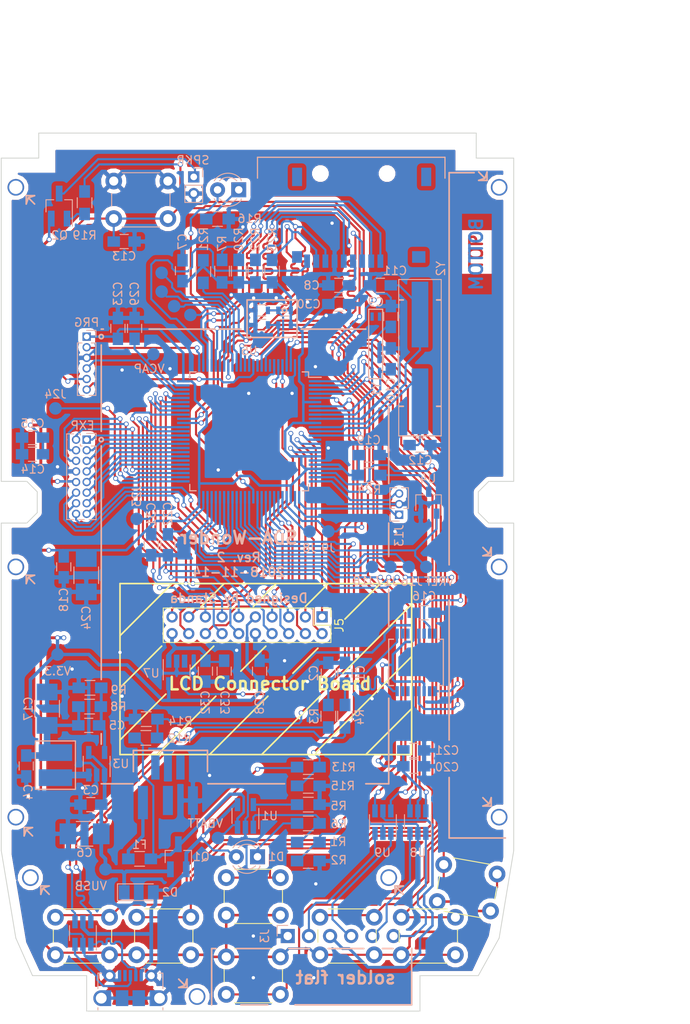
<source format=kicad_pcb>
(kicad_pcb (version 4) (host pcbnew 4.0.7-e2-6376~58~ubuntu16.04.1)
  (title_block (title "SDA-Wonder System Board") (date 2018-08-29) (company BRTNST))
  (layers (0 F.Cu signal) (31 B.Cu signal) (34 B.Paste user) (35 F.Paste user) (36 B.SilkS user) (37 F.SilkS user) (38 B.Mask user) (39 F.Mask user) (44 Edge.Cuts user))
  (net 0 "")
  (net 1 GND)
  (net 2 "Net-(C1-Pad2)")
  (net 3 "Net-(C2-Pad2)")
  (net 4 "Net-(C3-Pad1)")
  (net 5 +3V3)
  (net 6 "Net-(C5-Pad1)")
  (net 7 BATT+)
  (net 8 "Net-(C9-Pad1)")
  (net 9 "Net-(C10-Pad1)")
  (net 10 "Net-(C11-Pad1)")
  (net 11 "Net-(C12-Pad1)")
  (net 12 RESET)
  (net 13 "Net-(C22-Pad2)")
  (net 14 LCD_PWR)
  (net 15 "Net-(D1-Pad1)")
  (net 16 USB_VBUS)
  (net 17 "Net-(D4-Pad1)")
  (net 18 "Net-(J2-Pad2)")
  (net 19 "Net-(J2-Pad3)")
  (net 20 "Net-(J3-Pad4)")
  (net 21 "Net-(J3-Pad5)")
  (net 22 "Net-(J3-Pad6)")
  (net 23 TS_P2)
  (net 24 TS_P1)
  (net 25 TS_ADC2)
  (net 26 TS_ADC1)
  (net 27 LCD_CS)
  (net 28 LCD_RS)
  (net 29 LCD_WR)
  (net 30 LCD_RD)
  (net 31 LCD_RST)
  (net 32 LCD_D0)
  (net 33 LCD_D1)
  (net 34 LCD_D2)
  (net 35 LCD_D3)
  (net 36 LCD_D4)
  (net 37 LCD_D5)
  (net 38 LCD_D6)
  (net 39 LCD_D7)
  (net 40 SD_D2)
  (net 41 SD_D3)
  (net 42 SD_CMD)
  (net 43 SD_CK)
  (net 44 SD_D0)
  (net 45 SD_D1)
  (net 46 SD_DETECT)
  (net 47 AUDIO_R)
  (net 48 AUDIO_L)
  (net 49 "Net-(J10-Pad1)")
  (net 50 SWO_TCK)
  (net 51 SWO_TMS)
  (net 52 SWO_SWO)
  (net 53 SWO_RX)
  (net 54 SWO_TX)
  (net 55 "Net-(J16-Pad1)")
  (net 56 "Net-(J17-Pad1)")
  (net 57 "Net-(J18-Pad1)")
  (net 58 "Net-(J19-Pad1)")
  (net 59 "Net-(J20-Pad1)")
  (net 60 "Net-(J21-Pad1)")
  (net 61 "Net-(J22-Pad1)")
  (net 62 "Net-(L1-Pad1)")
  (net 63 "Net-(Q2-Pad1)")
  (net 64 "Net-(R1-Pad1)")
  (net 65 CHRG_STAT)
  (net 66 USB_D-)
  (net 67 USB_D+)
  (net 68 "Net-(R5-Pad2)")
  (net 69 BOARD_REV_DETECT1)
  (net 70 BOARD_REV_DETECT2)
  (net 71 BTN_0_WKUP)
  (net 72 BTN_5_A)
  (net 73 BTN_6_B)
  (net 74 BTN_4_LEFT)
  (net 75 BTN_3_RIGHT)
  (net 76 BTN_2_DOWN)
  (net 77 BTN_1_UP)
  (net 78 USART2_RX)
  (net 79 USART2_TX)
  (net 80 FT23_TXE)
  (net 81 LCD_BL_SHDN)
  (net 82 EC_ADC)
  (net 83 EXC2_14)
  (net 84 EXC2_15)
  (net 85 EXC2_16)
  (net 86 EXT_GPIO1)
  (net 87 USART3_TX)
  (net 88 USART3_RX)
  (net 89 EXC2_11)
  (net 90 EXC2_10)
  (net 91 EXC2_09)
  (net 92 EXC2_08)
  (net 93 EXC2_07)
  (net 94 EXC2_06)
  (net 95 EXC2_05)
  (net 96 EXC2_04)
  (net 97 EXC2_03)
  (net 98 EXC2_02)
  (net 99 EXC2_01)
  (net 100 "Net-(J3-Pad2)")
  (net 101 "Net-(J23-Pad1)")
  (net 102 "Net-(J24-Pad1)")
  (net 103 "Net-(J1-Pad2)")
  (net 104 "Net-(J2-Pad4)")
  (net 105 "Net-(U2-Pad2)")
  (net 106 "Net-(U2-Pad6)")
  (net 107 "Net-(U2-Pad7)")
  (net 108 "Net-(U2-Pad10)")
  (net 109 "Net-(U2-Pad11)")
  (net 110 "Net-(U2-Pad14)")
  (net 111 "Net-(U2-Pad16)")
  (net 112 "Net-(U5-Pad90)")
  (net 113 "Net-(U5-Pad93)")
  (net 114 "Net-(U7-Pad3)")
  (net 115 "Net-(C29-Pad2)")
  (net 116 SYS_LED)
  (net 117 VBATT_SENSE)
  (net 118 VBUS_SENSE)
  (net 119 "Net-(F1-Pad2)")
  (net 120 "Net-(R24-Pad2)")
  (net 121 1.2VREF)
  (module Buttons_Switches_THT:SW_PUSH_6mm_h4.3mm (layer B.Cu) (at 137.5 45.75 180)
    (fp_text reference SW8 hide)
    (fp_text value RST)
    (pad 2 thru_hole circle (at 0 -4.5 90) (size 2 2) (drill 1.1) (layers *.Cu *.Mask) (net 12 RESET))
    (pad 1 thru_hole circle (at 0 0 90) (size 2 2) (drill 1.1) (layers *.Cu *.Mask) (net 1 GND))
    (pad 2 thru_hole circle (at 6.5 -4.5 90) (size 2 2) (drill 1.1) (layers *.Cu *.Mask) (net 12 RESET))
    (pad 1 thru_hole circle (at 6.5 0 90) (size 2 2) (drill 1.1) (layers *.Cu *.Mask) (net 1 GND))
  )
  (module timekiller-footprints:ATTEND-SD-TME (layer B.Cu) (at 160.75 55.4)
    (fp_text reference J6 hide)
    (fp_text value uSD)
    (pad "" smd rect (at -7.75 -10.15) (size 1.2 2.2) (layers B.Cu B.Paste B.Mask))
    (pad "" np_thru_hole circle (at 3.05 -10.55) (size 1 1) (drill 1) (layers *.Cu *.Mask))
    (pad 1 smd rect (at 2.25 -0.05) (size 0.7 1.6) (layers B.Cu B.Paste B.Mask) (net 40 SD_D2))
    (pad 2 smd rect (at 1.15 -0.05) (size 0.7 1.6) (layers B.Cu B.Paste B.Mask) (net 41 SD_D3))
    (pad 3 smd rect (at 0.05 -0.05) (size 0.7 1.6) (layers B.Cu B.Paste B.Mask) (net 42 SD_CMD))
    (pad 4 smd rect (at -1.05 -0.05) (size 0.7 1.6) (layers B.Cu B.Paste B.Mask) (net 5 +3V3))
    (pad 5 smd rect (at -2.15 -0.05) (size 0.7 1.6) (layers B.Cu B.Paste B.Mask) (net 43 SD_CK))
    (pad 6 smd rect (at -3.25 -0.05) (size 0.7 1.6) (layers B.Cu B.Paste B.Mask) (net 1 GND))
    (pad 7 smd rect (at -4.35 -0.05) (size 0.7 1.6) (layers B.Cu B.Paste B.Mask) (net 44 SD_D0))
    (pad 8 smd rect (at -5.45 -0.05) (size 0.7 1.6) (layers B.Cu B.Paste B.Mask) (net 45 SD_D1))
    (pad 9 smd rect (at -6.55 -0.05) (size 0.7 1.6) (layers B.Cu B.Paste B.Mask) (net 46 SD_DETECT))
    (pad "" smd rect (at -7.75 -0.55) (size 1.2 1.4) (layers B.Cu B.Paste B.Mask))
    (pad "" smd rect (at 6.85 -0.55) (size 1.6 1.4) (layers B.Cu B.Paste B.Mask))
    (pad "" np_thru_hole circle (at -4.95 -10.55) (size 1 1) (drill 1) (layers *.Cu *.Mask))
    (pad "" smd rect (at 7.75 -10.15) (size 1.2 2.2) (layers B.Cu B.Paste B.Mask))
  )
  (module Resistors_SMD:R_0805_HandSoldering (layer B.Cu) (at 127.5 48.35 270)
    (fp_text reference R19 (at 3.9 0 360) (layer B.SilkS) (effects (justify mirror)))
    (fp_text value 0)
    (pad 1 smd rect (at -1.35 0 270) (size 1.5 1.3) (layers B.Cu B.Paste B.Mask) (net 48 AUDIO_L))
    (pad 2 smd rect (at 1.35 0 270) (size 1.5 1.3) (layers B.Cu B.Paste B.Mask) (net 63 "Net-(Q2-Pad1)"))
  )
  (module timekiller-footprints:hole-1_6-head-2_0 (layer F.Cu) (at 141 143.5)
    (fp_text reference "" hide)
    (fp_text value "")
    (pad "" thru_hole circle (at 0 0) (size 2 2) (drill 1.6) (layers *.Cu *.Mask))
  )
  (module timekiller-footprints:hole-1_6-head-2_0 (layer F.Cu) (at 164 129.25)
    (fp_text reference "" hide)
    (fp_text value "")
    (pad "" thru_hole circle (at 0 0) (size 2 2) (drill 1.6) (layers *.Cu *.Mask))
  )
  (module timekiller-footprints:hole-1_6-head-2_0 (layer F.Cu) (at 121 129.25)
    (fp_text reference "" hide)
    (fp_text value "")
    (pad "" thru_hole circle (at 0 0) (size 2 2) (drill 1.6) (layers *.Cu *.Mask))
  )
  (module timekiller-footprints:hole-1_6-head-2_0 (layer F.Cu) (at 177.25 122)
    (fp_text reference "" hide)
    (fp_text value "")
    (pad "" thru_hole circle (at 0 0) (size 2 2) (drill 1.6) (layers *.Cu *.Mask))
  )
  (module timekiller-footprints:hole-1_6-head-2_0 (layer F.Cu) (at 119.25 122)
    (fp_text reference "" hide)
    (fp_text value "")
    (pad "" thru_hole circle (at 0 0) (size 2 2) (drill 1.6) (layers *.Cu *.Mask))
  )
  (module timekiller-footprints:hole-1_6-head-2_0 (layer F.Cu) (at 119.25 92)
    (fp_text reference "" hide)
    (fp_text value "")
    (pad "" thru_hole circle (at 0 0) (size 2 2) (drill 1.6) (layers *.Cu *.Mask))
  )
  (module timekiller-footprints:hole-1_6-head-2_0 (layer F.Cu) (at 177.25 92)
    (fp_text reference "" hide)
    (fp_text value "")
    (pad "" thru_hole circle (at 0 0) (size 2 2) (drill 1.6) (layers *.Cu *.Mask))
  )
  (module timekiller-footprints:hole-1_6-head-2_0 (layer F.Cu) (at 177.25 46.5)
    (fp_text reference "" hide)
    (fp_text value "")
    (pad "" thru_hole circle (at 0 0) (size 2 2) (drill 1.6) (layers *.Cu *.Mask))
  )
  (module Capacitors_SMD:C_0805_HandSoldering (layer B.Cu) (at 132.25 53 180)
    (fp_text reference C13 (at 0 -1.75 180) (layer B.SilkS) (effects (justify mirror)))
    (fp_text value 100n)
    (pad 1 smd rect (at -1.25 0 180) (size 1.5 1.25) (layers B.Cu B.Paste B.Mask) (net 1 GND))
    (pad 2 smd rect (at 1.25 0 180) (size 1.5 1.25) (layers B.Cu B.Paste B.Mask) (net 12 RESET))
  )
  (module Capacitors_SMD:C_0805_HandSoldering (layer B.Cu) (at 158 58.25)
    (fp_text reference C8 (at -3.25 0) (layer B.SilkS) (effects (justify mirror)))
    (fp_text value 100n)
    (pad 1 smd rect (at -1.25 0) (size 1.5 1.25) (layers B.Cu B.Paste B.Mask) (net 1 GND))
    (pad 2 smd rect (at 1.25 0) (size 1.5 1.25) (layers B.Cu B.Paste B.Mask) (net 5 +3V3))
  )
  (module Capacitors_SMD:C_0805_HandSoldering (layer B.Cu) (at 161.65 78.6 180)
    (fp_text reference C19 (at 0.05 1.8 180) (layer B.SilkS) (effects (justify mirror)))
    (fp_text value 100n)
    (pad 1 smd rect (at -1.25 0 180) (size 1.5 1.25) (layers B.Cu B.Paste B.Mask) (net 1 GND))
    (pad 2 smd rect (at 1.25 0 180) (size 1.5 1.25) (layers B.Cu B.Paste B.Mask) (net 5 +3V3))
  )
  (module Capacitors_SMD:C_0805_HandSoldering (layer B.Cu) (at 163 58.25 180)
    (fp_text reference C11 (at -1.75 1.75 180) (layer B.SilkS) (effects (justify mirror)))
    (fp_text value 8.2p)
    (pad 1 smd rect (at -1.25 0 180) (size 1.5 1.25) (layers B.Cu B.Paste B.Mask) (net 10 "Net-(C11-Pad1)"))
    (pad 2 smd rect (at 1.25 0 180) (size 1.5 1.25) (layers B.Cu B.Paste B.Mask) (net 1 GND))
  )
  (module Capacitors_SMD:C_0805_HandSoldering (layer B.Cu) (at 167.75 77.4)
    (fp_text reference C12 (at 0.05 1.8) (layer B.SilkS) (effects (justify mirror)))
    (fp_text value 8.2p)
    (pad 1 smd rect (at -1.25 0) (size 1.5 1.25) (layers B.Cu B.Paste B.Mask) (net 11 "Net-(C12-Pad1)"))
    (pad 2 smd rect (at 1.25 0) (size 1.5 1.25) (layers B.Cu B.Paste B.Mask) (net 1 GND))
  )
  (module Capacitors_SMD:C_0805_HandSoldering (layer B.Cu) (at 164.25 61.979862 90)
    (fp_text reference C9 (at 1.729862 -1.79 180) (layer B.SilkS) (effects (justify mirror)))
    (fp_text value 3.3p)
    (pad 1 smd rect (at -1.25 0 90) (size 1.5 1.25) (layers B.Cu B.Paste B.Mask) (net 8 "Net-(C9-Pad1)"))
    (pad 2 smd rect (at 1.25 0 90) (size 1.5 1.25) (layers B.Cu B.Paste B.Mask) (net 1 GND))
  )
  (module Capacitors_SMD:C_0805_HandSoldering (layer B.Cu) (at 164.25 67.059862 90)
    (fp_text reference C10 (at -3.690138 0 90) (layer B.SilkS) (effects (justify mirror)))
    (fp_text value 3.3p)
    (pad 1 smd rect (at -1.25 0 90) (size 1.5 1.25) (layers B.Cu B.Paste B.Mask) (net 9 "Net-(C10-Pad1)"))
    (pad 2 smd rect (at 1.25 0 90) (size 1.5 1.25) (layers B.Cu B.Paste B.Mask) (net 1 GND))
  )
  (module timekiller-footprints:xtall_epso_mc146 (layer B.Cu) (at 162.42 65.04 90)
    (fp_text reference Y1 (at -5.71 0.08 90) (layer B.SilkS) (effects (justify mirror)))
    (fp_text value "32.768 KHz")
    (pad "" smd rect (at 3.04 0.48 90) (size 1 0.4) (layers B.Cu B.Paste B.Mask))
    (pad "" smd rect (at 3.04 -0.42 90) (size 1 0.4) (layers B.Cu B.Paste B.Mask))
    (pad 2 smd rect (at -3.58 -0.42 90) (size 1 0.4) (layers B.Cu B.Paste B.Mask) (net 8 "Net-(C9-Pad1)"))
    (pad 1 smd rect (at -3.58 0.48 90) (size 1 0.4) (layers B.Cu B.Paste B.Mask) (net 9 "Net-(C10-Pad1)"))
  )
  (module Measurement_Points:Measurement_Point_Round-SMD-Pad_Small (layer B.Cu) (at 135.75 66.5)
    (fp_text reference VCAP (at -0.5 1.75) (layer B.SilkS) (effects (justify mirror)))
    (fp_text value CAPTEST)
    (pad 1 smd circle (at 0 0) (size 1.5 1.5) (layers B.Cu B.Mask) (net 115 "Net-(C29-Pad2)"))
  )
  (module Capacitors_SMD:C_0805_HandSoldering (layer B.Cu) (at 120.5 115.865386 90)
    (fp_text reference C4 (at -3.134614 0.25 90) (layer B.SilkS) (effects (justify mirror)))
    (fp_text value 4.7u)
    (pad 1 smd rect (at -1.25 0 90) (size 1.5 1.25) (layers B.Cu B.Paste B.Mask) (net 1 GND))
    (pad 2 smd rect (at 1.25 0 90) (size 1.5 1.25) (layers B.Cu B.Paste B.Mask) (net 5 +3V3))
  )
  (module Capacitors_SMD:C_0805_HandSoldering (layer B.Cu) (at 168.25 97.5)
    (fp_text reference C16 (at 0 -2) (layer B.SilkS) (effects (justify mirror)))
    (fp_text value 100n)
    (pad 1 smd rect (at -1.25 0) (size 1.5 1.25) (layers B.Cu B.Paste B.Mask) (net 5 +3V3))
    (pad 2 smd rect (at 1.25 0) (size 1.5 1.25) (layers B.Cu B.Paste B.Mask) (net 1 GND))
  )
  (module Housings_QFP:LQFP-100_14x14mm_Pitch0.5mm (layer B.Cu) (at 147.25 75.75 180)
    (fp_text reference U5 (at 0 9.65 180) (layer B.SilkS) (effects (justify mirror)))
    (fp_text value STM32F407VGT6)
    (pad 1 smd rect (at -7.9 6 180) (size 1.5 0.28) (layers B.Cu B.Paste B.Mask) (net 74 BTN_4_LEFT))
    (pad 2 smd rect (at -7.9 5.5 180) (size 1.5 0.28) (layers B.Cu B.Paste B.Mask) (net 75 BTN_3_RIGHT))
    (pad 3 smd rect (at -7.9 5 180) (size 1.5 0.28) (layers B.Cu B.Paste B.Mask) (net 76 BTN_2_DOWN))
    (pad 4 smd rect (at -7.9 4.5 180) (size 1.5 0.28) (layers B.Cu B.Paste B.Mask) (net 77 BTN_1_UP))
    (pad 5 smd rect (at -7.9 4 180) (size 1.5 0.28) (layers B.Cu B.Paste B.Mask) (net 81 LCD_BL_SHDN))
    (pad 6 smd rect (at -7.9 3.5 180) (size 1.5 0.28) (layers B.Cu B.Paste B.Mask) (net 5 +3V3))
    (pad 7 smd rect (at -7.9 3 180) (size 1.5 0.28) (layers B.Cu B.Paste B.Mask) (net 65 CHRG_STAT))
    (pad 8 smd rect (at -7.9 2.5 180) (size 1.5 0.28) (layers B.Cu B.Paste B.Mask) (net 8 "Net-(C9-Pad1)"))
    (pad 9 smd rect (at -7.9 2 180) (size 1.5 0.28) (layers B.Cu B.Paste B.Mask) (net 9 "Net-(C10-Pad1)"))
    (pad 10 smd rect (at -7.9 1.5 180) (size 1.5 0.28) (layers B.Cu B.Paste B.Mask) (net 1 GND))
    (pad 11 smd rect (at -7.9 1 180) (size 1.5 0.28) (layers B.Cu B.Paste B.Mask) (net 5 +3V3))
    (pad 12 smd rect (at -7.9 0.5 180) (size 1.5 0.28) (layers B.Cu B.Paste B.Mask) (net 10 "Net-(C11-Pad1)"))
    (pad 13 smd rect (at -7.9 0 180) (size 1.5 0.28) (layers B.Cu B.Paste B.Mask) (net 11 "Net-(C12-Pad1)"))
    (pad 14 smd rect (at -7.9 -0.5 180) (size 1.5 0.28) (layers B.Cu B.Paste B.Mask) (net 12 RESET))
    (pad 15 smd rect (at -7.9 -1 180) (size 1.5 0.28) (layers B.Cu B.Paste B.Mask) (net 32 LCD_D0))
    (pad 16 smd rect (at -7.9 -1.5 180) (size 1.5 0.28) (layers B.Cu B.Paste B.Mask) (net 33 LCD_D1))
    (pad 17 smd rect (at -7.9 -2 180) (size 1.5 0.28) (layers B.Cu B.Paste B.Mask) (net 34 LCD_D2))
    (pad 18 smd rect (at -7.9 -2.5 180) (size 1.5 0.28) (layers B.Cu B.Paste B.Mask) (net 35 LCD_D3))
    (pad 19 smd rect (at -7.9 -3 180) (size 1.5 0.28) (layers B.Cu B.Paste B.Mask) (net 5 +3V3))
    (pad 20 smd rect (at -7.9 -3.5 180) (size 1.5 0.28) (layers B.Cu B.Paste B.Mask) (net 1 GND))
    (pad 21 smd rect (at -7.9 -4 180) (size 1.5 0.28) (layers B.Cu B.Paste B.Mask) (net 5 +3V3))
    (pad 22 smd rect (at -7.9 -4.5 180) (size 1.5 0.28) (layers B.Cu B.Paste B.Mask) (net 5 +3V3))
    (pad 23 smd rect (at -7.9 -5 180) (size 1.5 0.28) (layers B.Cu B.Paste B.Mask) (net 71 BTN_0_WKUP))
    (pad 24 smd rect (at -7.9 -5.5 180) (size 1.5 0.28) (layers B.Cu B.Paste B.Mask) (net 82 EC_ADC))
    (pad 25 smd rect (at -7.9 -6 180) (size 1.5 0.28) (layers B.Cu B.Paste B.Mask) (net 54 SWO_TX))
    (pad 26 smd rect (at -6 -7.9 90) (size 1.5 0.28) (layers B.Cu B.Paste B.Mask) (net 53 SWO_RX))
    (pad 27 smd rect (at -5.5 -7.9 90) (size 1.5 0.28) (layers B.Cu B.Paste B.Mask) (net 1 GND))
    (pad 28 smd rect (at -5 -7.9 90) (size 1.5 0.28) (layers B.Cu B.Paste B.Mask) (net 5 +3V3))
    (pad 29 smd rect (at -4.5 -7.9 90) (size 1.5 0.28) (layers B.Cu B.Paste B.Mask) (net 48 AUDIO_L))
    (pad 30 smd rect (at -4 -7.9 90) (size 1.5 0.28) (layers B.Cu B.Paste B.Mask) (net 47 AUDIO_R))
    (pad 31 smd rect (at -3.5 -7.9 90) (size 1.5 0.28) (layers B.Cu B.Paste B.Mask) (net 26 TS_ADC1))
    (pad 32 smd rect (at -3 -7.9 90) (size 1.5 0.28) (layers B.Cu B.Paste B.Mask) (net 25 TS_ADC2))
    (pad 33 smd rect (at -2.5 -7.9 90) (size 1.5 0.28) (layers B.Cu B.Paste B.Mask) (net 36 LCD_D4))
    (pad 34 smd rect (at -2 -7.9 90) (size 1.5 0.28) (layers B.Cu B.Paste B.Mask) (net 37 LCD_D5))
    (pad 35 smd rect (at -1.5 -7.9 90) (size 1.5 0.28) (layers B.Cu B.Paste B.Mask) (net 117 VBATT_SENSE))
    (pad 36 smd rect (at -1 -7.9 90) (size 1.5 0.28) (layers B.Cu B.Paste B.Mask) (net 121 1.2VREF))
    (pad 37 smd rect (at -0.5 -7.9 90) (size 1.5 0.28) (layers B.Cu B.Paste B.Mask) (net 116 SYS_LED))
    (pad 38 smd rect (at 0 -7.9 90) (size 1.5 0.28) (layers B.Cu B.Paste B.Mask) (net 118 VBUS_SENSE))
    (pad 39 smd rect (at 0.5 -7.9 90) (size 1.5 0.28) (layers B.Cu B.Paste B.Mask) (net 55 "Net-(J16-Pad1)"))
    (pad 40 smd rect (at 1 -7.9 90) (size 1.5 0.28) (layers B.Cu B.Paste B.Mask) (net 56 "Net-(J17-Pad1)"))
    (pad 41 smd rect (at 1.5 -7.9 90) (size 1.5 0.28) (layers B.Cu B.Paste B.Mask) (net 57 "Net-(J18-Pad1)"))
    (pad 42 smd rect (at 2 -7.9 90) (size 1.5 0.28) (layers B.Cu B.Paste B.Mask) (net 101 "Net-(J23-Pad1)"))
    (pad 43 smd rect (at 2.5 -7.9 90) (size 1.5 0.28) (layers B.Cu B.Paste B.Mask) (net 83 EXC2_14))
    (pad 44 smd rect (at 3 -7.9 90) (size 1.5 0.28) (layers B.Cu B.Paste B.Mask) (net 84 EXC2_15))
    (pad 45 smd rect (at 3.5 -7.9 90) (size 1.5 0.28) (layers B.Cu B.Paste B.Mask) (net 85 EXC2_16))
    (pad 46 smd rect (at 4 -7.9 90) (size 1.5 0.28) (layers B.Cu B.Paste B.Mask) (net 86 EXT_GPIO1))
    (pad 47 smd rect (at 4.5 -7.9 90) (size 1.5 0.28) (layers B.Cu B.Paste B.Mask) (net 87 USART3_TX))
    (pad 48 smd rect (at 5 -7.9 90) (size 1.5 0.28) (layers B.Cu B.Paste B.Mask) (net 88 USART3_RX))
    (pad 49 smd rect (at 5.5 -7.9 90) (size 1.5 0.28) (layers B.Cu B.Paste B.Mask) (net 13 "Net-(C22-Pad2)"))
    (pad 50 smd rect (at 6 -7.9 90) (size 1.5 0.28) (layers B.Cu B.Paste B.Mask) (net 5 +3V3))
    (pad 51 smd rect (at 7.9 -6 180) (size 1.5 0.28) (layers B.Cu B.Paste B.Mask) (net 102 "Net-(J24-Pad1)"))
    (pad 52 smd rect (at 7.9 -5.5 180) (size 1.5 0.28) (layers B.Cu B.Paste B.Mask) (net 89 EXC2_11))
    (pad 53 smd rect (at 7.9 -5 180) (size 1.5 0.28) (layers B.Cu B.Paste B.Mask) (net 90 EXC2_10))
    (pad 54 smd rect (at 7.9 -4.5 180) (size 1.5 0.28) (layers B.Cu B.Paste B.Mask) (net 91 EXC2_09))
    (pad 55 smd rect (at 7.9 -4 180) (size 1.5 0.28) (layers B.Cu B.Paste B.Mask) (net 92 EXC2_08))
    (pad 56 smd rect (at 7.9 -3.5 180) (size 1.5 0.28) (layers B.Cu B.Paste B.Mask) (net 93 EXC2_07))
    (pad 57 smd rect (at 7.9 -3 180) (size 1.5 0.28) (layers B.Cu B.Paste B.Mask) (net 94 EXC2_06))
    (pad 58 smd rect (at 7.9 -2.5 180) (size 1.5 0.28) (layers B.Cu B.Paste B.Mask) (net 95 EXC2_05))
    (pad 59 smd rect (at 7.9 -2 180) (size 1.5 0.28) (layers B.Cu B.Paste B.Mask) (net 96 EXC2_04))
    (pad 60 smd rect (at 7.9 -1.5 180) (size 1.5 0.28) (layers B.Cu B.Paste B.Mask) (net 97 EXC2_03))
    (pad 61 smd rect (at 7.9 -1 180) (size 1.5 0.28) (layers B.Cu B.Paste B.Mask) (net 98 EXC2_02))
    (pad 62 smd rect (at 7.9 -0.5 180) (size 1.5 0.28) (layers B.Cu B.Paste B.Mask) (net 99 EXC2_01))
    (pad 63 smd rect (at 7.9 0 180) (size 1.5 0.28) (layers B.Cu B.Paste B.Mask) (net 38 LCD_D6))
    (pad 64 smd rect (at 7.9 0.5 180) (size 1.5 0.28) (layers B.Cu B.Paste B.Mask) (net 39 LCD_D7))
    (pad 65 smd rect (at 7.9 1 180) (size 1.5 0.28) (layers B.Cu B.Paste B.Mask) (net 44 SD_D0))
    (pad 66 smd rect (at 7.9 1.5 180) (size 1.5 0.28) (layers B.Cu B.Paste B.Mask) (net 45 SD_D1))
    (pad 67 smd rect (at 7.9 2 180) (size 1.5 0.28) (layers B.Cu B.Paste B.Mask) (net 28 LCD_RS))
    (pad 68 smd rect (at 7.9 2.5 180) (size 1.5 0.28) (layers B.Cu B.Paste B.Mask) (net 31 LCD_RST))
    (pad 69 smd rect (at 7.9 3 180) (size 1.5 0.28) (layers B.Cu B.Paste B.Mask) (net 27 LCD_CS))
    (pad 70 smd rect (at 7.9 3.5 180) (size 1.5 0.28) (layers B.Cu B.Paste B.Mask) (net 29 LCD_WR))
    (pad 71 smd rect (at 7.9 4 180) (size 1.5 0.28) (layers B.Cu B.Paste B.Mask) (net 30 LCD_RD))
    (pad 72 smd rect (at 7.9 4.5 180) (size 1.5 0.28) (layers B.Cu B.Paste B.Mask) (net 51 SWO_TMS))
    (pad 73 smd rect (at 7.9 5 180) (size 1.5 0.28) (layers B.Cu B.Paste B.Mask) (net 115 "Net-(C29-Pad2)"))
    (pad 74 smd rect (at 7.9 5.5 180) (size 1.5 0.28) (layers B.Cu B.Paste B.Mask) (net 1 GND))
    (pad 75 smd rect (at 7.9 6 180) (size 1.5 0.28) (layers B.Cu B.Paste B.Mask) (net 5 +3V3))
    (pad 76 smd rect (at 6 7.9 90) (size 1.5 0.28) (layers B.Cu B.Paste B.Mask) (net 50 SWO_TCK))
    (pad 77 smd rect (at 5.5 7.9 90) (size 1.5 0.28) (layers B.Cu B.Paste B.Mask) (net 46 SD_DETECT))
    (pad 78 smd rect (at 5 7.9 90) (size 1.5 0.28) (layers B.Cu B.Paste B.Mask) (net 40 SD_D2))
    (pad 79 smd rect (at 4.5 7.9 90) (size 1.5 0.28) (layers B.Cu B.Paste B.Mask) (net 41 SD_D3))
    (pad 80 smd rect (at 4 7.9 90) (size 1.5 0.28) (layers B.Cu B.Paste B.Mask) (net 43 SD_CK))
    (pad 81 smd rect (at 3.5 7.9 90) (size 1.5 0.28) (layers B.Cu B.Paste B.Mask) (net 60 "Net-(J21-Pad1)"))
    (pad 82 smd rect (at 3 7.9 90) (size 1.5 0.28) (layers B.Cu B.Paste B.Mask) (net 59 "Net-(J20-Pad1)"))
    (pad 83 smd rect (at 2.5 7.9 90) (size 1.5 0.28) (layers B.Cu B.Paste B.Mask) (net 42 SD_CMD))
    (pad 84 smd rect (at 2 7.9 90) (size 1.5 0.28) (layers B.Cu B.Paste B.Mask) (net 61 "Net-(J22-Pad1)"))
    (pad 85 smd rect (at 1.5 7.9 90) (size 1.5 0.28) (layers B.Cu B.Paste B.Mask) (net 58 "Net-(J19-Pad1)"))
    (pad 86 smd rect (at 1 7.9 90) (size 1.5 0.28) (layers B.Cu B.Paste B.Mask) (net 79 USART2_TX))
    (pad 87 smd rect (at 0.5 7.9 90) (size 1.5 0.28) (layers B.Cu B.Paste B.Mask) (net 78 USART2_RX))
    (pad 88 smd rect (at 0 7.9 90) (size 1.5 0.28) (layers B.Cu B.Paste B.Mask) (net 80 FT23_TXE))
    (pad 89 smd rect (at -0.5 7.9 90) (size 1.5 0.28) (layers B.Cu B.Paste B.Mask) (net 52 SWO_SWO))
    (pad 90 smd rect (at -1 7.9 90) (size 1.5 0.28) (layers B.Cu B.Paste B.Mask) (net 112 "Net-(U5-Pad90)"))
    (pad 91 smd rect (at -1.5 7.9 90) (size 1.5 0.28) (layers B.Cu B.Paste B.Mask) (net 70 BOARD_REV_DETECT2))
    (pad 92 smd rect (at -2 7.9 90) (size 1.5 0.28) (layers B.Cu B.Paste B.Mask) (net 69 BOARD_REV_DETECT1))
    (pad 93 smd rect (at -2.5 7.9 90) (size 1.5 0.28) (layers B.Cu B.Paste B.Mask) (net 113 "Net-(U5-Pad93)"))
    (pad 94 smd rect (at -3 7.9 90) (size 1.5 0.28) (layers B.Cu B.Paste B.Mask) (net 1 GND))
    (pad 95 smd rect (at -3.5 7.9 90) (size 1.5 0.28) (layers B.Cu B.Paste B.Mask) (net 23 TS_P2))
    (pad 96 smd rect (at -4 7.9 90) (size 1.5 0.28) (layers B.Cu B.Paste B.Mask) (net 24 TS_P1))
    (pad 97 smd rect (at -4.5 7.9 90) (size 1.5 0.28) (layers B.Cu B.Paste B.Mask) (net 72 BTN_5_A))
    (pad 98 smd rect (at -5 7.9 90) (size 1.5 0.28) (layers B.Cu B.Paste B.Mask) (net 73 BTN_6_B))
    (pad 99 smd rect (at -5.5 7.9 90) (size 1.5 0.28) (layers B.Cu B.Paste B.Mask) (net 1 GND))
    (pad 100 smd rect (at -6 7.9 90) (size 1.5 0.28) (layers B.Cu B.Paste B.Mask) (net 5 +3V3))
  )
  (module Capacitors_SMD:C_0805_HandSoldering (layer B.Cu) (at 131.5 63.412 270)
    (fp_text reference C23 (at -4.162 0 270) (layer B.SilkS) (effects (justify mirror)))
    (fp_text value 100n)
    (pad 1 smd rect (at -1.25 0 270) (size 1.5 1.25) (layers B.Cu B.Paste B.Mask) (net 1 GND))
    (pad 2 smd rect (at 1.25 0 270) (size 1.5 1.25) (layers B.Cu B.Paste B.Mask) (net 5 +3V3))
  )
  (module Capacitors_SMD:C_0805_HandSoldering (layer B.Cu) (at 133.5 63.412 270)
    (fp_text reference C29 (at -4.162 0 270) (layer B.SilkS) (effects (justify mirror)))
    (fp_text value 2.2u)
    (pad 1 smd rect (at -1.25 0 270) (size 1.5 1.25) (layers B.Cu B.Paste B.Mask) (net 1 GND))
    (pad 2 smd rect (at 1.25 0 270) (size 1.5 1.25) (layers B.Cu B.Paste B.Mask) (net 115 "Net-(C29-Pad2)"))
  )
  (module Pin_Headers:Pin_Header_Straight_2x10_Pitch2.00mm (layer F.Cu) (at 156 98 270)
    (fp_text reference J5 (at 1 -2.06 270) (layer F.SilkS))
    (fp_text value Conn_LCD_Board)
    (pad 1 thru_hole rect (at 0 0 270) (size 1.35 1.35) (drill 0.8) (layers *.Cu *.Mask) (net 32 LCD_D0))
    (pad 2 thru_hole oval (at 2 0 270) (size 1.35 1.35) (drill 0.8) (layers *.Cu *.Mask) (net 33 LCD_D1))
    (pad 3 thru_hole oval (at 0 2 270) (size 1.35 1.35) (drill 0.8) (layers *.Cu *.Mask) (net 34 LCD_D2))
    (pad 4 thru_hole oval (at 2 2 270) (size 1.35 1.35) (drill 0.8) (layers *.Cu *.Mask) (net 35 LCD_D3))
    (pad 5 thru_hole oval (at 0 4 270) (size 1.35 1.35) (drill 0.8) (layers *.Cu *.Mask) (net 36 LCD_D4))
    (pad 6 thru_hole oval (at 2 4 270) (size 1.35 1.35) (drill 0.8) (layers *.Cu *.Mask) (net 37 LCD_D5))
    (pad 7 thru_hole oval (at 0 6 270) (size 1.35 1.35) (drill 0.8) (layers *.Cu *.Mask) (net 38 LCD_D6))
    (pad 8 thru_hole oval (at 2 6 270) (size 1.35 1.35) (drill 0.8) (layers *.Cu *.Mask) (net 39 LCD_D7))
    (pad 9 thru_hole oval (at 0 8 270) (size 1.35 1.35) (drill 0.8) (layers *.Cu *.Mask) (net 5 +3V3))
    (pad 10 thru_hole oval (at 2 8 270) (size 1.35 1.35) (drill 0.8) (layers *.Cu *.Mask) (net 1 GND))
    (pad 11 thru_hole oval (at 0 10 270) (size 1.35 1.35) (drill 0.8) (layers *.Cu *.Mask) (net 31 LCD_RST))
    (pad 12 thru_hole oval (at 2 10 270) (size 1.35 1.35) (drill 0.8) (layers *.Cu *.Mask) (net 30 LCD_RD))
    (pad 13 thru_hole oval (at 0 12 270) (size 1.35 1.35) (drill 0.8) (layers *.Cu *.Mask) (net 29 LCD_WR))
    (pad 14 thru_hole oval (at 2 12 270) (size 1.35 1.35) (drill 0.8) (layers *.Cu *.Mask) (net 28 LCD_RS))
    (pad 15 thru_hole oval (at 0 14 270) (size 1.35 1.35) (drill 0.8) (layers *.Cu *.Mask) (net 27 LCD_CS))
    (pad 16 thru_hole oval (at 2 14 270) (size 1.35 1.35) (drill 0.8) (layers *.Cu *.Mask) (net 26 TS_ADC1))
    (pad 17 thru_hole oval (at 0 16 270) (size 1.35 1.35) (drill 0.8) (layers *.Cu *.Mask) (net 25 TS_ADC2))
    (pad 18 thru_hole oval (at 2 16 270) (size 1.35 1.35) (drill 0.8) (layers *.Cu *.Mask) (net 24 TS_P1))
    (pad 19 thru_hole oval (at 0 18 270) (size 1.35 1.35) (drill 0.8) (layers *.Cu *.Mask) (net 23 TS_P2))
    (pad 20 thru_hole oval (at 2 18 270) (size 1.35 1.35) (drill 0.8) (layers *.Cu *.Mask) (net 14 LCD_PWR))
  )
  (module Capacitors_SMD:C_0805_HandSoldering (layer B.Cu) (at 148.5 104.5 270)
    (fp_text reference C28 (at 3.75 0 270) (layer B.SilkS) (effects (justify mirror)))
    (fp_text value 100n)
    (pad 1 smd rect (at -1.25 0 270) (size 1.5 1.25) (layers B.Cu B.Paste B.Mask) (net 1 GND))
    (pad 2 smd rect (at 1.25 0 270) (size 1.5 1.25) (layers B.Cu B.Paste B.Mask) (net 5 +3V3))
  )
  (module TO_SOT_Packages_SMD:SOT-23-5_HandSoldering (layer B.Cu) (at 138.55 104.65 270)
    (fp_text reference U7 (at 0.1 3.05 360) (layer B.SilkS) (effects (justify mirror)))
    (fp_text value AOZ1310)
    (pad 1 smd rect (at -1.35 0.95 270) (size 1.56 0.65) (layers B.Cu B.Paste B.Mask) (net 14 LCD_PWR))
    (pad 2 smd rect (at -1.35 0 270) (size 1.56 0.65) (layers B.Cu B.Paste B.Mask) (net 1 GND))
    (pad 3 smd rect (at -1.35 -0.95 270) (size 1.56 0.65) (layers B.Cu B.Paste B.Mask) (net 114 "Net-(U7-Pad3)"))
    (pad 4 smd rect (at 1.35 -0.95 270) (size 1.56 0.65) (layers B.Cu B.Paste B.Mask) (net 81 LCD_BL_SHDN))
    (pad 5 smd rect (at 1.35 0.95 270) (size 1.56 0.65) (layers B.Cu B.Paste B.Mask) (net 5 +3V3))
  )
  (module Capacitors_SMD:C_0805_HandSoldering (layer B.Cu) (at 142 104.5 270)
    (fp_text reference C32 (at 3.755618 0 270) (layer B.SilkS) (effects (justify mirror)))
    (fp_text value 100n)
    (pad 1 smd rect (at -1.25 0 270) (size 1.5 1.25) (layers B.Cu B.Paste B.Mask) (net 14 LCD_PWR))
    (pad 2 smd rect (at 1.25 0 270) (size 1.5 1.25) (layers B.Cu B.Paste B.Mask) (net 1 GND))
  )
  (module Capacitors_SMD:C_1210_HandSoldering (layer B.Cu) (at 123 109 270)
    (fp_text reference C17 (at 0 2.25 270) (layer B.SilkS) (effects (justify mirror)))
    (fp_text value 47u)
    (pad 1 smd rect (at -2 0 270) (size 2 2.5) (layers B.Cu B.Paste B.Mask) (net 1 GND))
    (pad 2 smd rect (at 2 0 270) (size 2 2.5) (layers B.Cu B.Paste B.Mask) (net 5 +3V3))
  )
  (module Capacitors_SMD:C_0805_HandSoldering (layer B.Cu) (at 144.25 104.5 270)
    (fp_text reference C33 (at 3.755618 -0.15 270) (layer B.SilkS) (effects (justify mirror)))
    (fp_text value 2.2u)
    (pad 1 smd rect (at -1.25 0 270) (size 1.5 1.25) (layers B.Cu B.Paste B.Mask) (net 14 LCD_PWR))
    (pad 2 smd rect (at 1.25 0 270) (size 1.5 1.25) (layers B.Cu B.Paste B.Mask) (net 1 GND))
  )
  (module Capacitors_SMD:C_0805_HandSoldering (layer B.Cu) (at 137.5 89.35 90)
    (fp_text reference C22 (at 3.7 0 90) (layer B.SilkS) (effects (justify mirror)))
    (fp_text value 2.2u)
    (pad 1 smd rect (at -1.25 0 90) (size 1.5 1.25) (layers B.Cu B.Paste B.Mask) (net 1 GND))
    (pad 2 smd rect (at 1.25 0 90) (size 1.5 1.25) (layers B.Cu B.Paste B.Mask) (net 13 "Net-(C22-Pad2)"))
  )
  (module LEDs:LED_D3.0mm_FlatTop (layer B.Cu) (at 146 46.8 180)
    (fp_text reference D4 hide)
    (fp_text value SYS_LED)
    (pad 1 thru_hole rect (at 0 0 180) (size 1.8 1.8) (drill 0.9) (layers *.Cu *.Mask) (net 17 "Net-(D4-Pad1)"))
    (pad 2 thru_hole circle (at 2.54 0 180) (size 1.8 1.8) (drill 0.9) (layers *.Cu *.Mask) (net 116 SYS_LED))
  )
  (module Resistors_SMD:R_0805_HandSoldering (layer B.Cu) (at 143.45 50.3 180)
    (fp_text reference R16 (at -3.85 0.05 180) (layer B.SilkS) (effects (justify mirror)))
    (fp_text value 220)
    (pad 1 smd rect (at -1.35 0 180) (size 1.5 1.3) (layers B.Cu B.Paste B.Mask) (net 1 GND))
    (pad 2 smd rect (at 1.35 0 180) (size 1.5 1.3) (layers B.Cu B.Paste B.Mask) (net 17 "Net-(D4-Pad1)"))
  )
  (module Resistors_SMD:R_0805_HandSoldering (layer B.Cu) (at 128.1 108.75)
    (fp_text reference R8 (at 3.45 0) (layer B.SilkS) (effects (justify mirror)))
    (fp_text value 680K)
    (pad 1 smd rect (at -1.35 0) (size 1.5 1.3) (layers B.Cu B.Paste B.Mask) (net 5 +3V3))
    (pad 2 smd rect (at 1.35 0) (size 1.5 1.3) (layers B.Cu B.Paste B.Mask) (net 6 "Net-(C5-Pad1)"))
  )
  (module Resistors_SMD:R_0805_HandSoldering (layer B.Cu) (at 128.15 106.5 180)
    (fp_text reference R9 (at -3.45 -0.25 180) (layer B.SilkS) (effects (justify mirror)))
    (fp_text value 150K)
    (pad 1 smd rect (at -1.35 0 180) (size 1.5 1.3) (layers B.Cu B.Paste B.Mask) (net 6 "Net-(C5-Pad1)"))
    (pad 2 smd rect (at 1.35 0 180) (size 1.5 1.3) (layers B.Cu B.Paste B.Mask) (net 1 GND))
  )
  (module Capacitors_SMD:C_0805_HandSoldering (layer B.Cu) (at 128.25 120.5 180)
    (fp_text reference C3 (at 0 1.75 180) (layer B.SilkS) (effects (justify mirror)))
    (fp_text value 4.7u)
    (pad 1 smd rect (at -1.25 0 180) (size 1.5 1.25) (layers B.Cu B.Paste B.Mask) (net 4 "Net-(C3-Pad1)"))
    (pad 2 smd rect (at 1.25 0 180) (size 1.5 1.25) (layers B.Cu B.Paste B.Mask) (net 1 GND))
  )
  (module Resistors_SMD:R_0805_HandSoldering (layer B.Cu) (at 154.35 122.75)
    (fp_text reference R6 (at 3.65 0.05) (layer B.SilkS) (effects (justify mirror)))
    (fp_text value 470R)
    (pad 1 smd rect (at -1.35 0) (size 1.5 1.3) (layers B.Cu B.Paste B.Mask) (net 15 "Net-(D1-Pad1)"))
    (pad 2 smd rect (at 1.35 0) (size 1.5 1.3) (layers B.Cu B.Paste B.Mask) (net 64 "Net-(R1-Pad1)"))
  )
  (module Resistors_SMD:R_0805_HandSoldering (layer B.Cu) (at 154.35 125)
    (fp_text reference R1 (at 3.6 -0.05) (layer B.SilkS) (effects (justify mirror)))
    (fp_text value 10k)
    (pad 1 smd rect (at -1.35 0) (size 1.5 1.3) (layers B.Cu B.Paste B.Mask) (net 64 "Net-(R1-Pad1)"))
    (pad 2 smd rect (at 1.35 0) (size 1.5 1.3) (layers B.Cu B.Paste B.Mask) (net 65 CHRG_STAT))
  )
  (module Resistors_SMD:R_0805_HandSoldering (layer B.Cu) (at 154.35 120.5 180)
    (fp_text reference R5 (at -3.65 -0.15 180) (layer B.SilkS) (effects (justify mirror)))
    (fp_text value 2k)
    (pad 1 smd rect (at -1.35 0 180) (size 1.5 1.3) (layers B.Cu B.Paste B.Mask) (net 1 GND))
    (pad 2 smd rect (at 1.35 0 180) (size 1.5 1.3) (layers B.Cu B.Paste B.Mask) (net 68 "Net-(R5-Pad2)"))
  )
  (module Resistors_SMD:R_0805_HandSoldering (layer B.Cu) (at 154.35 127.25)
    (fp_text reference R2 (at 3.65 -0.1) (layer B.SilkS) (effects (justify mirror)))
    (fp_text value 15k)
    (pad 1 smd rect (at -1.35 0) (size 1.5 1.3) (layers B.Cu B.Paste B.Mask) (net 65 CHRG_STAT))
    (pad 2 smd rect (at 1.35 0) (size 1.5 1.3) (layers B.Cu B.Paste B.Mask) (net 1 GND))
  )
  (module Measurement_Points:Measurement_Point_Round-SMD-Pad_Small (layer B.Cu) (at 130 128.25)
    (fp_text reference VUSB (at -1.75 2) (layer B.SilkS) (effects (justify mirror)))
    (fp_text value TP_USB hide)
    (pad 1 smd circle (at 0 0) (size 1.5 1.5) (layers B.Cu B.Mask) (net 4 "Net-(C3-Pad1)"))
  )
  (module Measurement_Points:Measurement_Point_Round-SMD-Pad_Small (layer B.Cu) (at 124.25 102.5)
    (fp_text reference V3.3 (at 0 2) (layer B.SilkS) (effects (justify mirror)))
    (fp_text value TP_3.3V)
    (pad 1 smd circle (at 0 0) (size 1.5 1.5) (layers B.Cu B.Mask) (net 5 +3V3))
  )
  (module Capacitors_SMD:C_1210_HandSoldering (layer B.Cu) (at 127.5 124)
    (fp_text reference C6 (at 0 2.25) (layer B.SilkS) (effects (justify mirror)))
    (fp_text value 47u)
    (pad 1 smd rect (at -2 0) (size 2 2.5) (layers B.Cu B.Paste B.Mask) (net 1 GND))
    (pad 2 smd rect (at 2 0) (size 2 2.5) (layers B.Cu B.Paste B.Mask) (net 4 "Net-(C3-Pad1)"))
  )
  (module Resistors_SMD:R_0805_HandSoldering (layer B.Cu) (at 134.9 110.25 180)
    (fp_text reference R14 (at -4.1 -0.25 180) (layer B.SilkS) (effects (justify mirror)))
    (fp_text value 15k)
    (pad 1 smd rect (at -1.35 0 180) (size 1.5 1.3) (layers B.Cu B.Paste B.Mask) (net 117 VBATT_SENSE))
    (pad 2 smd rect (at 1.35 0 180) (size 1.5 1.3) (layers B.Cu B.Paste B.Mask) (net 1 GND))
  )
  (module Resistors_SMD:R_0805_HandSoldering (layer B.Cu) (at 134.85 112.5)
    (fp_text reference R12 (at 4.05 0.06) (layer B.SilkS) (effects (justify mirror)))
    (fp_text value 10k)
    (pad 1 smd rect (at -1.35 0) (size 1.5 1.3) (layers B.Cu B.Paste B.Mask) (net 7 BATT+))
    (pad 2 smd rect (at 1.35 0) (size 1.5 1.3) (layers B.Cu B.Paste B.Mask) (net 117 VBATT_SENSE))
  )
  (module Capacitors_SMD:C_0805_HandSoldering (layer B.Cu) (at 128 111 180)
    (fp_text reference C5 (at -3.4 0 180) (layer B.SilkS) (effects (justify mirror)))
    (fp_text value 100n)
    (pad 1 smd rect (at -1.25 0 180) (size 1.5 1.25) (layers B.Cu B.Paste B.Mask) (net 6 "Net-(C5-Pad1)"))
    (pad 2 smd rect (at 1.25 0 180) (size 1.5 1.25) (layers B.Cu B.Paste B.Mask) (net 5 +3V3))
  )
  (module Resistors_SMD:R_0805_HandSoldering (layer B.Cu) (at 154.35 118.25)
    (fp_text reference R15 (at 4.15 0) (layer B.SilkS) (effects (justify mirror)))
    (fp_text value 15k)
    (pad 1 smd rect (at -1.35 0) (size 1.5 1.3) (layers B.Cu B.Paste B.Mask) (net 118 VBUS_SENSE))
    (pad 2 smd rect (at 1.35 0) (size 1.5 1.3) (layers B.Cu B.Paste B.Mask) (net 1 GND))
  )
  (module Resistors_SMD:R_0805_HandSoldering (layer B.Cu) (at 154.35 116)
    (fp_text reference R13 (at 4.25 0) (layer B.SilkS) (effects (justify mirror)))
    (fp_text value 10k)
    (pad 1 smd rect (at -1.35 0) (size 1.5 1.3) (layers B.Cu B.Paste B.Mask) (net 16 USB_VBUS))
    (pad 2 smd rect (at 1.35 0) (size 1.5 1.3) (layers B.Cu B.Paste B.Mask) (net 118 VBUS_SENSE))
  )
  (module Capacitors_SMD:C_0805_HandSoldering (layer B.Cu) (at 158 60.5)
    (fp_text reference C30 (at -3.6 0) (layer B.SilkS) (effects (justify mirror)))
    (fp_text value 4.7u)
    (pad 1 smd rect (at -1.25 0) (size 1.5 1.25) (layers B.Cu B.Paste B.Mask) (net 5 +3V3))
    (pad 2 smd rect (at 1.25 0) (size 1.5 1.25) (layers B.Cu B.Paste B.Mask) (net 1 GND))
  )
  (module Capacitors_SMD:C_0805_HandSoldering (layer B.Cu) (at 156.75 104.75 270)
    (fp_text reference C2 (at 0 1.75 270) (layer B.SilkS) (effects (justify mirror)))
    (fp_text value 47p)
    (pad 1 smd rect (at -1.25 0 270) (size 1.5 1.25) (layers B.Cu B.Paste B.Mask) (net 1 GND))
    (pad 2 smd rect (at 1.25 0 270) (size 1.5 1.25) (layers B.Cu B.Paste B.Mask) (net 3 "Net-(C2-Pad2)"))
  )
  (module Housings_SSOP:SSOP-16_5.3x6.2mm_Pitch0.65mm (layer B.Cu) (at 167.275 103.45 90)
    (fp_text reference U2 hide)
    (fp_text value FT230XS-R)
    (pad 1 smd rect (at -3.45 2.275 90) (size 1.2 0.4) (layers B.Cu B.Paste B.Mask) (net 78 USART2_RX))
    (pad 2 smd rect (at -3.45 1.625 90) (size 1.2 0.4) (layers B.Cu B.Paste B.Mask) (net 105 "Net-(U2-Pad2)"))
    (pad 3 smd rect (at -3.45 0.975 90) (size 1.2 0.4) (layers B.Cu B.Paste B.Mask) (net 5 +3V3))
    (pad 4 smd rect (at -3.45 0.325 90) (size 1.2 0.4) (layers B.Cu B.Paste B.Mask) (net 79 USART2_TX))
    (pad 5 smd rect (at -3.45 -0.325 90) (size 1.2 0.4) (layers B.Cu B.Paste B.Mask) (net 1 GND))
    (pad 6 smd rect (at -3.45 -0.975 90) (size 1.2 0.4) (layers B.Cu B.Paste B.Mask) (net 106 "Net-(U2-Pad6)"))
    (pad 7 smd rect (at -3.45 -1.625 90) (size 1.2 0.4) (layers B.Cu B.Paste B.Mask) (net 107 "Net-(U2-Pad7)"))
    (pad 8 smd rect (at -3.45 -2.275 90) (size 1.2 0.4) (layers B.Cu B.Paste B.Mask) (net 2 "Net-(C1-Pad2)"))
    (pad 9 smd rect (at 3.45 -2.275 90) (size 1.2 0.4) (layers B.Cu B.Paste B.Mask) (net 3 "Net-(C2-Pad2)"))
    (pad 10 smd rect (at 3.45 -1.625 90) (size 1.2 0.4) (layers B.Cu B.Paste B.Mask) (net 108 "Net-(U2-Pad10)"))
    (pad 11 smd rect (at 3.45 -0.975 90) (size 1.2 0.4) (layers B.Cu B.Paste B.Mask) (net 109 "Net-(U2-Pad11)"))
    (pad 12 smd rect (at 3.45 -0.325 90) (size 1.2 0.4) (layers B.Cu B.Paste B.Mask) (net 5 +3V3))
    (pad 13 smd rect (at 3.45 0.325 90) (size 1.2 0.4) (layers B.Cu B.Paste B.Mask) (net 1 GND))
    (pad 14 smd rect (at 3.45 0.975 90) (size 1.2 0.4) (layers B.Cu B.Paste B.Mask) (net 110 "Net-(U2-Pad14)"))
    (pad 15 smd rect (at 3.45 1.625 90) (size 1.2 0.4) (layers B.Cu B.Paste B.Mask) (net 80 FT23_TXE))
    (pad 16 smd rect (at 3.45 2.275 90) (size 1.2 0.4) (layers B.Cu B.Paste B.Mask) (net 111 "Net-(U2-Pad16)"))
  )
  (module Resistors_SMD:R_0805_HandSoldering (layer B.Cu) (at 158.75 109.9 270)
    (fp_text reference R4 (at 0.1 -1.75 270) (layer B.SilkS) (effects (justify mirror)))
    (fp_text value 27R)
    (pad 1 smd rect (at -1.35 0 270) (size 1.5 1.3) (layers B.Cu B.Paste B.Mask) (net 2 "Net-(C1-Pad2)"))
    (pad 2 smd rect (at 1.35 0 270) (size 1.5 1.3) (layers B.Cu B.Paste B.Mask) (net 67 USB_D+))
  )
  (module Resistors_SMD:R_0805_HandSoldering (layer B.Cu) (at 156.75 109.9 270)
    (fp_text reference R3 (at 0 1.7 270) (layer B.SilkS) (effects (justify mirror)))
    (fp_text value 27R)
    (pad 1 smd rect (at -1.35 0 270) (size 1.5 1.3) (layers B.Cu B.Paste B.Mask) (net 3 "Net-(C2-Pad2)"))
    (pad 2 smd rect (at 1.35 0 270) (size 1.5 1.3) (layers B.Cu B.Paste B.Mask) (net 66 USB_D-))
  )
  (module Capacitors_SMD:C_0805_HandSoldering (layer B.Cu) (at 135.5 89.35 270)
    (fp_text reference C31 (at -3.65 0 270) (layer B.SilkS) (effects (justify mirror)))
    (fp_text value 100n)
    (pad 1 smd rect (at -1.25 0 270) (size 1.5 1.25) (layers B.Cu B.Paste B.Mask) (net 5 +3V3))
    (pad 2 smd rect (at 1.25 0 270) (size 1.5 1.25) (layers B.Cu B.Paste B.Mask) (net 1 GND))
  )
  (module Capacitors_SMD:C_0805_HandSoldering (layer B.Cu) (at 158.75 104.75 270)
    (fp_text reference C1 (at 0 -1.85 270) (layer B.SilkS) (effects (justify mirror)))
    (fp_text value 47p)
    (pad 1 smd rect (at -1.25 0 270) (size 1.5 1.25) (layers B.Cu B.Paste B.Mask) (net 1 GND))
    (pad 2 smd rect (at 1.25 0 270) (size 1.5 1.25) (layers B.Cu B.Paste B.Mask) (net 2 "Net-(C1-Pad2)"))
  )
  (module TO_SOT_Packages_SMD:SOT-23-6_Handsoldering (layer B.Cu) (at 163.3 122.6 90)
    (fp_text reference U9 (at -3.65 -0.05 180) (layer B.SilkS) (effects (justify mirror)))
    (fp_text value USBLC6)
    (pad 1 smd rect (at -1.35 0.95 90) (size 1.56 0.65) (layers B.Cu B.Paste B.Mask) (net 20 "Net-(J3-Pad4)"))
    (pad 2 smd rect (at -1.35 0 90) (size 1.56 0.65) (layers B.Cu B.Paste B.Mask) (net 1 GND))
    (pad 3 smd rect (at -1.35 -0.95 90) (size 1.56 0.65) (layers B.Cu B.Paste B.Mask) (net 100 "Net-(J3-Pad2)"))
    (pad 4 smd rect (at 1.35 -0.95 90) (size 1.56 0.65) (layers B.Cu B.Paste B.Mask) (net 82 EC_ADC))
    (pad 6 smd rect (at 1.35 0.95 90) (size 1.56 0.65) (layers B.Cu B.Paste B.Mask) (net 86 EXT_GPIO1))
    (pad 5 smd rect (at 1.35 0 90) (size 1.56 0.65) (layers B.Cu B.Paste B.Mask) (net 5 +3V3))
  )
  (module TO_SOT_Packages_SMD:SOT-23-6_Handsoldering (layer B.Cu) (at 167.5 122.6 90)
    (fp_text reference U8 (at -3.65 0 180) (layer B.SilkS) (effects (justify mirror)))
    (fp_text value USBLC6 hide)
    (pad 1 smd rect (at -1.35 0.95 90) (size 1.56 0.65) (layers B.Cu B.Paste B.Mask) (net 22 "Net-(J3-Pad6)"))
    (pad 2 smd rect (at -1.35 0 90) (size 1.56 0.65) (layers B.Cu B.Paste B.Mask) (net 1 GND))
    (pad 3 smd rect (at -1.35 -0.95 90) (size 1.56 0.65) (layers B.Cu B.Paste B.Mask) (net 21 "Net-(J3-Pad5)"))
    (pad 4 smd rect (at 1.35 -0.95 90) (size 1.56 0.65) (layers B.Cu B.Paste B.Mask) (net 87 USART3_TX))
    (pad 6 smd rect (at 1.35 0.95 90) (size 1.56 0.65) (layers B.Cu B.Paste B.Mask) (net 88 USART3_RX))
    (pad 5 smd rect (at 1.35 0 90) (size 1.56 0.65) (layers B.Cu B.Paste B.Mask) (net 5 +3V3))
  )
  (module TO_SOT_Packages_SMD:SOT-23-6_Handsoldering (layer B.Cu) (at 127.3 135.9 90)
    (fp_text reference U6 hide)
    (fp_text value USBLC6)
    (pad 1 smd rect (at -1.35 0.95 90) (size 1.56 0.65) (layers B.Cu B.Paste B.Mask) (net 18 "Net-(J2-Pad2)"))
    (pad 2 smd rect (at -1.35 0 90) (size 1.56 0.65) (layers B.Cu B.Paste B.Mask) (net 1 GND))
    (pad 3 smd rect (at -1.35 -0.95 90) (size 1.56 0.65) (layers B.Cu B.Paste B.Mask) (net 19 "Net-(J2-Pad3)"))
    (pad 4 smd rect (at 1.35 -0.95 90) (size 1.56 0.65) (layers B.Cu B.Paste B.Mask) (net 67 USB_D+))
    (pad 6 smd rect (at 1.35 0.95 90) (size 1.56 0.65) (layers B.Cu B.Paste B.Mask) (net 66 USB_D-))
    (pad 5 smd rect (at 1.35 0 90) (size 1.56 0.65) (layers B.Cu B.Paste B.Mask) (net 16 USB_VBUS))
  )
  (module LEDs:LED_D3.0mm_FlatTop (layer B.Cu) (at 148.25 126.75 180)
    (fp_text reference D1 (at -2.25 0 180) (layer B.SilkS) (effects (justify mirror)))
    (fp_text value CHRG_LED)
    (pad 1 thru_hole rect (at 0 0 180) (size 1.8 1.8) (drill 0.9) (layers *.Cu *.Mask) (net 15 "Net-(D1-Pad1)"))
    (pad 2 thru_hole circle (at 2.54 0 180) (size 1.8 1.8) (drill 0.9) (layers *.Cu *.Mask) (net 16 USB_VBUS))
  )
  (module Measurement_Points:Measurement_Point_Round-SMD-Pad_Small (layer B.Cu) (at 136.75 59 180)
    (fp_text reference J22 hide)
    (fp_text value PD3 hide)
    (pad 1 smd circle (at 0 0 180) (size 1.5 1.5) (layers B.Cu B.Mask) (net 61 "Net-(J22-Pad1)"))
  )
  (module Measurement_Points:Measurement_Point_Round-SMD-Pad_Small (layer B.Cu) (at 140.2 61.8 180)
    (fp_text reference J21 hide)
    (fp_text value PD0 hide)
    (pad 1 smd circle (at 0 0 180) (size 1.5 1.5) (layers B.Cu B.Mask) (net 60 "Net-(J21-Pad1)"))
  )
  (module Buttons_Switches_THT:SW_PUSH_6mm_h5mm (layer F.Cu) (at 151 133.75 180)
    (fp_text reference SW7 hide)
    (fp_text value UP)
    (pad 2 thru_hole circle (at 0 4.5 270) (size 2 2) (drill 1.1) (layers *.Cu *.Mask) (net 77 BTN_1_UP))
    (pad 1 thru_hole circle (at 0 0 270) (size 2 2) (drill 1.1) (layers *.Cu *.Mask) (net 5 +3V3))
    (pad 2 thru_hole circle (at 6.5 4.5 270) (size 2 2) (drill 1.1) (layers *.Cu *.Mask) (net 77 BTN_1_UP))
    (pad 1 thru_hole circle (at 6.5 0 270) (size 2 2) (drill 1.1) (layers *.Cu *.Mask) (net 5 +3V3))
  )
  (module Buttons_Switches_THT:SW_PUSH_6mm_h5mm (layer F.Cu) (at 130.5 138.5 180)
    (fp_text reference SW2 hide)
    (fp_text value A)
    (pad 2 thru_hole circle (at 0 4.5 270) (size 2 2) (drill 1.1) (layers *.Cu *.Mask) (net 72 BTN_5_A))
    (pad 1 thru_hole circle (at 0 0 270) (size 2 2) (drill 1.1) (layers *.Cu *.Mask) (net 5 +3V3))
    (pad 2 thru_hole circle (at 6.5 4.5 270) (size 2 2) (drill 1.1) (layers *.Cu *.Mask) (net 72 BTN_5_A))
    (pad 1 thru_hole circle (at 6.5 0 270) (size 2 2) (drill 1.1) (layers *.Cu *.Mask) (net 5 +3V3))
  )
  (module Measurement_Points:Measurement_Point_Round-SMD-Pad_Small (layer B.Cu) (at 136.75 56.75 180)
    (fp_text reference J19 hide)
    (fp_text value PD4 hide)
    (pad 1 smd circle (at 0 0 180) (size 1.5 1.5) (layers B.Cu B.Mask) (net 58 "Net-(J19-Pad1)"))
  )
  (module Measurement_Points:Measurement_Point_Round-SMD-Pad_Small (layer B.Cu) (at 138.25 60.75 180)
    (fp_text reference J20 hide)
    (fp_text value PD1 hide)
    (pad 1 smd circle (at 0 0 180) (size 1.5 1.5) (layers B.Cu B.Mask) (net 59 "Net-(J20-Pad1)"))
  )
  (module Measurement_Points:Measurement_Point_Round-SMD-Pad_Small (layer B.Cu) (at 162 92 90)
    (fp_text reference J18 (at -1.7 -1 180) (layer B.SilkS) (effects (justify mirror)))
    (fp_text value PE10)
    (pad 1 smd circle (at 0 0 90) (size 1.5 1.5) (layers B.Cu B.Mask) (net 57 "Net-(J18-Pad1)"))
  )
  (module Measurement_Points:Measurement_Point_Round-SMD-Pad_Small (layer B.Cu) (at 154.5 87.75)
    (fp_text reference J8 (at 0 2) (layer B.SilkS) (effects (justify mirror)))
    (fp_text value TP_AUDIO_R)
    (pad 1 smd circle (at 0 0) (size 1.5 1.5) (layers B.Cu B.Mask) (net 47 AUDIO_R))
  )
  (module Measurement_Points:Measurement_Point_Round-SMD-Pad_Small (layer B.Cu) (at 156.75 87.75)
    (fp_text reference J9 (at 0 2) (layer B.SilkS) (effects (justify mirror)))
    (fp_text value TP_AUDIO_L)
    (pad 1 smd circle (at 0 0) (size 1.5 1.5) (layers B.Cu B.Mask) (net 48 AUDIO_L))
  )
  (module Measurement_Points:Measurement_Point_Round-SMD-Pad_Small (layer B.Cu) (at 164.2 92 90)
    (fp_text reference J17 (at -1.75 -0.45 180) (layer B.SilkS) (effects (justify mirror)))
    (fp_text value PE9)
    (pad 1 smd circle (at 0 0 90) (size 1.5 1.5) (layers B.Cu B.Mask) (net 56 "Net-(J17-Pad1)"))
  )
  (module Measurement_Points:Measurement_Point_Round-SMD-Pad_Small (layer B.Cu) (at 166.4 92 90)
    (fp_text reference J16 (at -1.75 0.35 180) (layer B.SilkS) (effects (justify mirror)))
    (fp_text value PE8)
    (pad 1 smd circle (at 0 0 90) (size 1.5 1.5) (layers B.Cu B.Mask) (net 55 "Net-(J16-Pad1)"))
  )
  (module Buttons_Switches_THT:SW_PUSH_6mm_h5mm (layer F.Cu) (at 140.25 138.5 180)
    (fp_text reference SW4 hide)
    (fp_text value LEFT)
    (pad 2 thru_hole circle (at 0 4.5 270) (size 2 2) (drill 1.1) (layers *.Cu *.Mask) (net 74 BTN_4_LEFT))
    (pad 1 thru_hole circle (at 0 0 270) (size 2 2) (drill 1.1) (layers *.Cu *.Mask) (net 5 +3V3))
    (pad 2 thru_hole circle (at 6.5 4.5 270) (size 2 2) (drill 1.1) (layers *.Cu *.Mask) (net 74 BTN_4_LEFT))
    (pad 1 thru_hole circle (at 6.5 0 270) (size 2 2) (drill 1.1) (layers *.Cu *.Mask) (net 5 +3V3))
  )
  (module Buttons_Switches_THT:SW_PUSH_6mm_h5mm (layer F.Cu) (at 162.25 138.5 180)
    (fp_text reference SW5 hide)
    (fp_text value RIGHT)
    (pad 2 thru_hole circle (at 0 4.5 270) (size 2 2) (drill 1.1) (layers *.Cu *.Mask) (net 75 BTN_3_RIGHT))
    (pad 1 thru_hole circle (at 0 0 270) (size 2 2) (drill 1.1) (layers *.Cu *.Mask) (net 5 +3V3))
    (pad 2 thru_hole circle (at 6.5 4.5 270) (size 2 2) (drill 1.1) (layers *.Cu *.Mask) (net 75 BTN_3_RIGHT))
    (pad 1 thru_hole circle (at 6.5 0 270) (size 2 2) (drill 1.1) (layers *.Cu *.Mask) (net 5 +3V3))
  )
  (module Buttons_Switches_THT:SW_PUSH_6mm_h5mm (layer F.Cu) (at 172 138.5 180)
    (fp_text reference SW3 hide)
    (fp_text value B)
    (pad 2 thru_hole circle (at 0 4.5 270) (size 2 2) (drill 1.1) (layers *.Cu *.Mask) (net 73 BTN_6_B))
    (pad 1 thru_hole circle (at 0 0 270) (size 2 2) (drill 1.1) (layers *.Cu *.Mask) (net 5 +3V3))
    (pad 2 thru_hole circle (at 6.5 4.5 270) (size 2 2) (drill 1.1) (layers *.Cu *.Mask) (net 73 BTN_6_B))
    (pad 1 thru_hole circle (at 6.5 0 270) (size 2 2) (drill 1.1) (layers *.Cu *.Mask) (net 5 +3V3))
  )
  (module Buttons_Switches_THT:SW_PUSH_6mm_h5mm (layer F.Cu) (at 144.5 138.75)
    (fp_text reference SW6 hide)
    (fp_text value DOWN)
    (pad 2 thru_hole circle (at 0 4.5 90) (size 2 2) (drill 1.1) (layers *.Cu *.Mask) (net 76 BTN_2_DOWN))
    (pad 1 thru_hole circle (at 0 0 90) (size 2 2) (drill 1.1) (layers *.Cu *.Mask) (net 5 +3V3))
    (pad 2 thru_hole circle (at 6.5 4.5 90) (size 2 2) (drill 1.1) (layers *.Cu *.Mask) (net 76 BTN_2_DOWN))
    (pad 1 thru_hole circle (at 6.5 0 90) (size 2 2) (drill 1.1) (layers *.Cu *.Mask) (net 5 +3V3))
  )
  (module Buttons_Switches_THT:SW_PUSH_6mm_h5mm (layer F.Cu) (at 176.218583 133.25 170)
    (fp_text reference SW1 hide)
    (fp_text value PWR)
    (pad 2 thru_hole circle (at 0 4.5 260) (size 2 2) (drill 1.1) (layers *.Cu *.Mask) (net 71 BTN_0_WKUP))
    (pad 1 thru_hole circle (at 0 0 260) (size 2 2) (drill 1.1) (layers *.Cu *.Mask) (net 5 +3V3))
    (pad 2 thru_hole circle (at 6.5 4.5 260) (size 2 2) (drill 1.1) (layers *.Cu *.Mask) (net 71 BTN_0_WKUP))
    (pad 1 thru_hole circle (at 6.5 0 260) (size 2 2) (drill 1.1) (layers *.Cu *.Mask) (net 5 +3V3))
  )
  (module timekiller-footprints:hole-1_6-head-2_0 (layer F.Cu) (at 119.25 46.5)
    (fp_text reference "" hide)
    (fp_text value "")
    (pad "" thru_hole circle (at 0 0) (size 2 2) (drill 1.6) (layers *.Cu *.Mask))
  )
  (module timekiller-footprints:L4x4mm (layer B.Cu) (at 123.8 115.865386 90)
    (fp_text reference L1 hide)
    (fp_text value 4.7uH)
    (pad 1 smd rect (at -1.4 0.2 90) (size 2 4) (layers B.Cu B.Paste B.Mask) (net 62 "Net-(L1-Pad1)"))
    (pad 2 smd rect (at 1.6 0.2 90) (size 2 4) (layers B.Cu B.Paste B.Mask) (net 5 +3V3))
  )
  (module Resistors_SMD:R_0603 (layer B.Cu) (at 151.5 61.25 180)
    (fp_text reference R10 hide)
    (fp_text value 0 hide)
    (pad 1 smd rect (at -0.75 0 180) (size 0.5 0.9) (layers B.Cu B.Paste B.Mask) (net 5 +3V3))
    (pad 2 smd rect (at 0.75 0 180) (size 0.5 0.9) (layers B.Cu B.Paste B.Mask) (net 69 BOARD_REV_DETECT1))
  )
  (module Resistors_SMD:R_0603 (layer B.Cu) (at 148.75 61.25 180)
    (fp_text reference R11 hide)
    (fp_text value 0 hide)
    (pad 1 smd rect (at -0.75 0 180) (size 0.5 0.9) (layers B.Cu B.Paste B.Mask) (net 69 BOARD_REV_DETECT1))
    (pad 2 smd rect (at 0.75 0 180) (size 0.5 0.9) (layers B.Cu B.Paste B.Mask) (net 1 GND))
  )
  (module Resistors_SMD:R_0603 (layer B.Cu) (at 151.5 63 180)
    (fp_text reference R17 hide)
    (fp_text value 0 hide)
    (pad 1 smd rect (at -0.75 0 180) (size 0.5 0.9) (layers B.Cu B.Paste B.Mask) (net 5 +3V3))
    (pad 2 smd rect (at 0.75 0 180) (size 0.5 0.9) (layers B.Cu B.Paste B.Mask) (net 70 BOARD_REV_DETECT2))
  )
  (module Resistors_SMD:R_0603 (layer B.Cu) (at 148.75 63 180)
    (fp_text reference R18 hide)
    (fp_text value 0 hide)
    (pad 1 smd rect (at -0.75 0 180) (size 0.5 0.9) (layers B.Cu B.Paste B.Mask) (net 70 BOARD_REV_DETECT2))
    (pad 2 smd rect (at 0.75 0 180) (size 0.5 0.9) (layers B.Cu B.Paste B.Mask) (net 1 GND))
  )
  (module Measurement_Points:Measurement_Point_Round-SMD-Pad_Small (layer B.Cu) (at 133.75 86.25)
    (fp_text reference J23 (at 0 -2.75 90) (layer B.SilkS) (effects (justify mirror)))
    (fp_text value PE11)
    (pad 1 smd circle (at 0 0) (size 1.5 1.5) (layers B.Cu B.Mask) (net 101 "Net-(J23-Pad1)"))
  )
  (module Measurement_Points:Measurement_Point_Round-SMD-Pad_Small (layer B.Cu) (at 124 73)
    (fp_text reference J24 (at 0 -1.7) (layer B.SilkS) (effects (justify mirror)))
    (fp_text value Pb12)
    (pad 1 smd circle (at 0 0) (size 1.5 1.5) (layers B.Cu B.Mask) (net 102 "Net-(J24-Pad1)"))
  )
  (module Pin_Headers:Pin_Header_Straight_2x08_Pitch1.27mm (layer B.Cu) (at 127.75 76.75 180)
    (fp_text reference EXP (at 0.5 1.695 180) (layer B.SilkS) (effects (justify mirror)))
    (fp_text value Conn_Internal_Expansion hide)
    (pad 1 thru_hole rect (at 0 0 180) (size 1 1) (drill 0.65) (layers *.Cu *.Mask) (net 99 EXC2_01))
    (pad 2 thru_hole oval (at 1.27 0 180) (size 1 1) (drill 0.65) (layers *.Cu *.Mask) (net 91 EXC2_09))
    (pad 3 thru_hole oval (at 0 -1.27 180) (size 1 1) (drill 0.65) (layers *.Cu *.Mask) (net 98 EXC2_02))
    (pad 4 thru_hole oval (at 1.27 -1.27 180) (size 1 1) (drill 0.65) (layers *.Cu *.Mask) (net 90 EXC2_10))
    (pad 5 thru_hole oval (at 0 -2.54 180) (size 1 1) (drill 0.65) (layers *.Cu *.Mask) (net 97 EXC2_03))
    (pad 6 thru_hole oval (at 1.27 -2.54 180) (size 1 1) (drill 0.65) (layers *.Cu *.Mask) (net 89 EXC2_11))
    (pad 7 thru_hole oval (at 0 -3.81 180) (size 1 1) (drill 0.65) (layers *.Cu *.Mask) (net 96 EXC2_04))
    (pad 8 thru_hole oval (at 1.27 -3.81 180) (size 1 1) (drill 0.65) (layers *.Cu *.Mask) (net 1 GND))
    (pad 9 thru_hole oval (at 0 -5.08 180) (size 1 1) (drill 0.65) (layers *.Cu *.Mask) (net 95 EXC2_05))
    (pad 10 thru_hole oval (at 1.27 -5.08 180) (size 1 1) (drill 0.65) (layers *.Cu *.Mask) (net 5 +3V3))
    (pad 11 thru_hole oval (at 0 -6.35 180) (size 1 1) (drill 0.65) (layers *.Cu *.Mask) (net 94 EXC2_06))
    (pad 12 thru_hole oval (at 1.27 -6.35 180) (size 1 1) (drill 0.65) (layers *.Cu *.Mask) (net 83 EXC2_14))
    (pad 13 thru_hole oval (at 0 -7.62 180) (size 1 1) (drill 0.65) (layers *.Cu *.Mask) (net 93 EXC2_07))
    (pad 14 thru_hole oval (at 1.27 -7.62 180) (size 1 1) (drill 0.65) (layers *.Cu *.Mask) (net 84 EXC2_15))
    (pad 15 thru_hole oval (at 0 -8.89 180) (size 1 1) (drill 0.65) (layers *.Cu *.Mask) (net 92 EXC2_08))
    (pad 16 thru_hole oval (at 1.27 -8.89 180) (size 1 1) (drill 0.65) (layers *.Cu *.Mask) (net 85 EXC2_16))
  )
  (module Pin_Headers:Pin_Header_Straight_1x06_Pitch1.27mm (layer B.Cu) (at 127.75 64.4 180)
    (fp_text reference PRG (at 0 1.695 180) (layer B.SilkS) (effects (justify mirror)))
    (fp_text value PROG)
    (pad 1 thru_hole rect (at 0 0 180) (size 1 1) (drill 0.65) (layers *.Cu *.Mask) (net 5 +3V3))
    (pad 2 thru_hole oval (at 0 -1.27 180) (size 1 1) (drill 0.65) (layers *.Cu *.Mask) (net 50 SWO_TCK))
    (pad 3 thru_hole oval (at 0 -2.54 180) (size 1 1) (drill 0.65) (layers *.Cu *.Mask) (net 1 GND))
    (pad 4 thru_hole oval (at 0 -3.81 180) (size 1 1) (drill 0.65) (layers *.Cu *.Mask) (net 51 SWO_TMS))
    (pad 5 thru_hole oval (at 0 -5.08 180) (size 1 1) (drill 0.65) (layers *.Cu *.Mask) (net 12 RESET))
    (pad 6 thru_hole oval (at 0 -6.35 180) (size 1 1) (drill 0.65) (layers *.Cu *.Mask) (net 52 SWO_SWO))
  )
  (module Pin_Headers:Pin_Header_Straight_1x03_Pitch1.27mm (layer B.Cu) (at 165.25 85.75)
    (fp_text reference J13 (at 0 2.5 90) (layer B.SilkS) (effects (justify mirror)))
    (fp_text value CONN_01X03 hide)
    (pad 1 thru_hole rect (at 0 0) (size 1 1) (drill 0.65) (layers *.Cu *.Mask) (net 53 SWO_RX))
    (pad 2 thru_hole oval (at 0 -1.27) (size 1 1) (drill 0.65) (layers *.Cu *.Mask) (net 1 GND))
    (pad 3 thru_hole oval (at 0 -2.54) (size 1 1) (drill 0.65) (layers *.Cu *.Mask) (net 54 SWO_TX))
  )
  (module timekiller-footprints:Conn_Nokia_BL-5C (layer B.Cu) (at 137.5 117.75)
    (fp_text reference J1 hide)
    (fp_text value Battery)
    (pad "" smd rect (at 1.5 -1.75) (size 1 3) (layers B.Cu B.Paste B.Mask))
    (pad 1 smd rect (at -3 2.5) (size 1.2 4) (layers B.Cu B.Paste B.Mask) (net 119 "Net-(F1-Pad2)"))
    (pad 2 smd rect (at 0 2.25) (size 1.2 3.5) (layers B.Cu B.Paste B.Mask) (net 103 "Net-(J1-Pad2)"))
    (pad 3 smd rect (at 3 2.25) (size 1.2 3.4) (layers B.Cu B.Paste B.Mask) (net 1 GND))
    (pad "" smd rect (at -1.5 -1.75) (size 1 3) (layers B.Cu B.Paste B.Mask))
  )
  (module timekiller-footprints:Crystal_SMD_HC49-HS-mini (layer B.Cu) (at 167.75 66.95 270)
    (fp_text reference Y2 (at -10.7 -2.5 270) (layer B.SilkS) (effects (justify mirror)))
    (fp_text value 16MHz)
    (pad 1 smd rect (at -5.2 0 270) (size 7.875 2) (layers B.Cu B.Paste B.Mask) (net 10 "Net-(C11-Pad1)"))
    (pad 2 smd rect (at 5.2 0 270) (size 7.875 2) (layers B.Cu B.Paste B.Mask) (net 11 "Net-(C12-Pad1)"))
  )
  (module Pin_Headers:Pin_Header_Straight_1x02_Pitch2.00mm (layer B.Cu) (at 140.6 45.25 180)
    (fp_text reference SPKR (at 0.1 2 180) (layer B.SilkS) (effects (justify mirror)))
    (fp_text value Conn_01x02 hide)
    (pad 1 thru_hole rect (at 0 0 180) (size 1.35 1.35) (drill 0.8) (layers *.Cu *.Mask) (net 49 "Net-(J10-Pad1)"))
    (pad 2 thru_hole oval (at 0 -2 180) (size 1.35 1.35) (drill 0.8) (layers *.Cu *.Mask) (net 1 GND))
  )
  (module timekiller-footprints:USB_Micro-B-CircularHoles (layer B.Cu) (at 133 143.35 180)
    (fp_text reference J2 hide)
    (fp_text value USB_OTG)
    (pad 6 smd rect (at 1 -0.35 180) (size 1.5 1.9) (layers B.Cu B.Paste B.Mask) (net 1 GND))
    (pad 6 thru_hole circle (at -2.5 2.35 180) (size 1.45 1.45) (drill 0.85) (layers *.Cu *.Mask) (net 1 GND))
    (pad 2 smd rect (at -0.65 2.35 180) (size 0.4 1.35) (layers B.Cu B.Paste B.Mask) (net 18 "Net-(J2-Pad2)"))
    (pad 1 smd rect (at -1.3 2.35 180) (size 0.4 1.35) (layers B.Cu B.Paste B.Mask) (net 16 USB_VBUS))
    (pad 5 smd rect (at 1.3 2.35 180) (size 0.4 1.35) (layers B.Cu B.Paste B.Mask) (net 1 GND))
    (pad 4 smd rect (at 0.65 2.35 180) (size 0.4 1.35) (layers B.Cu B.Paste B.Mask) (net 104 "Net-(J2-Pad4)"))
    (pad 3 smd rect (at 0 2.35 180) (size 0.4 1.35) (layers B.Cu B.Paste B.Mask) (net 19 "Net-(J2-Pad3)"))
    (pad 6 thru_hole circle (at 2.5 2.35 180) (size 1.45 1.45) (drill 0.85) (layers *.Cu *.Mask) (net 1 GND))
    (pad 6 smd rect (at -1 -0.35 180) (size 1.5 1.9) (layers B.Cu B.Paste B.Mask) (net 1 GND))
    (pad 6 thru_hole circle (at -3.5 -0.35) (size 1.9 1.9) (drill 1.3) (layers *.Cu *.Mask) (net 1 GND))
    (pad 6 thru_hole circle (at 3.5 -0.35 180) (size 1.9 1.9) (drill 1.3) (layers *.Cu *.Mask) (net 1 GND))
    (pad 6 smd rect (at 2.9 -0.35 180) (size 1.2 1.9) (layers B.Cu B.Mask) (net 1 GND))
    (pad 6 smd rect (at -2.9 -0.35 180) (size 1.2 1.9) (layers B.Cu B.Mask) (net 1 GND))
  )
  (module timekiller-footprints:Pin_Header__1x06_Pitch2.54mm-NoSilk (layer B.Cu) (at 151.88 136.25 270)
    (fp_text reference J3 (at 0 2.75 270) (layer B.SilkS) (effects (justify mirror)))
    (fp_text value Conn_Bottom_Expansion hide)
    (pad 1 thru_hole rect (at 0 0 270) (size 1.7 1.7) (drill 1) (layers *.Cu *.Mask) (net 1 GND))
    (pad 2 thru_hole oval (at 0 -2.54 270) (size 1.7 1.7) (drill 1) (layers *.Cu *.Mask) (net 100 "Net-(J3-Pad2)"))
    (pad 3 thru_hole oval (at 0 -5.08 270) (size 1.7 1.7) (drill 1) (layers *.Cu *.Mask) (net 5 +3V3))
    (pad 4 thru_hole oval (at 0 -7.62 270) (size 1.7 1.7) (drill 1) (layers *.Cu *.Mask) (net 20 "Net-(J3-Pad4)"))
    (pad 5 thru_hole oval (at 0 -10.16 270) (size 1.7 1.7) (drill 1) (layers *.Cu *.Mask) (net 21 "Net-(J3-Pad5)"))
    (pad 6 thru_hole oval (at 0 -12.7 270) (size 1.7 1.7) (drill 1) (layers *.Cu *.Mask) (net 22 "Net-(J3-Pad6)"))
  )
  (module Measurement_Points:Measurement_Point_Round-SMD-Pad_Small (layer B.Cu) (at 143.5 124.5)
    (fp_text reference VBATT (at -1.5 -1.75) (layer B.SilkS) (effects (justify mirror)))
    (fp_text value TP_BATT hide)
    (pad 1 smd circle (at 0 0) (size 1.5 1.5) (layers B.Cu B.Mask) (net 7 BATT+))
  )
  (module Resistors_SMD:R_0805_HandSoldering (layer B.Cu) (at 144 56.55 90)
    (fp_text reference R7 (at 3.3 0 90) (layer B.SilkS) (effects (justify mirror)))
    (fp_text value 47k)
    (pad 1 smd rect (at -1.35 0 90) (size 1.5 1.3) (layers B.Cu B.Paste B.Mask) (net 5 +3V3))
    (pad 2 smd rect (at 1.35 0 90) (size 1.5 1.3) (layers B.Cu B.Paste B.Mask) (net 40 SD_D2))
  )
  (module Resistors_SMD:R_0805_HandSoldering (layer B.Cu) (at 146 56.55 90)
    (fp_text reference R20 (at 3.8 0 90) (layer B.SilkS) (effects (justify mirror)))
    (fp_text value 47k)
    (pad 1 smd rect (at -1.35 0 90) (size 1.5 1.3) (layers B.Cu B.Paste B.Mask) (net 5 +3V3))
    (pad 2 smd rect (at 1.35 0 90) (size 1.5 1.3) (layers B.Cu B.Paste B.Mask) (net 41 SD_D3))
  )
  (module Resistors_SMD:R_0805_HandSoldering (layer B.Cu) (at 141.75 56.6 270)
    (fp_text reference R21 (at -3.9 -0.05 270) (layer B.SilkS) (effects (justify mirror)))
    (fp_text value 47k)
    (pad 1 smd rect (at -1.35 0 270) (size 1.5 1.3) (layers B.Cu B.Paste B.Mask) (net 5 +3V3))
    (pad 2 smd rect (at 1.35 0 270) (size 1.5 1.3) (layers B.Cu B.Paste B.Mask) (net 42 SD_CMD))
  )
  (module Resistors_SMD:R_0805_HandSoldering (layer B.Cu) (at 148 56.55 90)
    (fp_text reference R22 (at 3.8 0 90) (layer B.SilkS) (effects (justify mirror)))
    (fp_text value 47k)
    (pad 1 smd rect (at -1.35 0 90) (size 1.5 1.3) (layers B.Cu B.Paste B.Mask) (net 5 +3V3))
    (pad 2 smd rect (at 1.35 0 90) (size 1.5 1.3) (layers B.Cu B.Paste B.Mask) (net 44 SD_D0))
  )
  (module Resistors_SMD:R_0805_HandSoldering (layer B.Cu) (at 150 56.55 90)
    (fp_text reference R23 (at 3.8 0 90) (layer B.SilkS) (effects (justify mirror)))
    (fp_text value 47k)
    (pad 1 smd rect (at -1.35 0 90) (size 1.5 1.3) (layers B.Cu B.Paste B.Mask) (net 5 +3V3))
    (pad 2 smd rect (at 1.35 0 90) (size 1.5 1.3) (layers B.Cu B.Paste B.Mask) (net 45 SD_D1))
  )
  (module Diodes_SMD:D_MiniMELF (layer B.Cu) (at 134 131)
    (fp_text reference D2 (at 3.75 0) (layer B.SilkS) (effects (justify mirror)))
    (fp_text value 1N4148)
    (pad 1 smd rect (at -1.75 0) (size 1.3 1.7) (layers B.Cu B.Paste B.Mask) (net 4 "Net-(C3-Pad1)"))
    (pad 2 smd rect (at 1.75 0) (size 1.3 1.7) (layers B.Cu B.Paste B.Mask) (net 16 USB_VBUS))
  )
  (module Capacitors_SMD:C_0805_HandSoldering (layer B.Cu) (at 139.25 56.5 270)
    (fp_text reference C7 (at -3.5 0 270) (layer B.SilkS) (effects (justify mirror)))
    (fp_text value 100n)
    (pad 1 smd rect (at -1.25 0 270) (size 1.5 1.25) (layers B.Cu B.Paste B.Mask) (net 1 GND))
    (pad 2 smd rect (at 1.25 0 270) (size 1.5 1.25) (layers B.Cu B.Paste B.Mask) (net 5 +3V3))
  )
  (module Resistors_SMD:R_0805_HandSoldering (layer B.Cu) (at 134.1 127 180)
    (fp_text reference F1 (at 0 1.7 180) (layer B.SilkS) (effects (justify mirror)))
    (fp_text value 1A)
    (pad 1 smd rect (at -1.35 0 180) (size 1.5 1.3) (layers B.Cu B.Paste B.Mask) (net 7 BATT+))
    (pad 2 smd rect (at 1.35 0 180) (size 1.5 1.3) (layers B.Cu B.Paste B.Mask) (net 119 "Net-(F1-Pad2)"))
  )
  (module TO_SOT_Packages_SMD:TSOT-23 (layer B.Cu) (at 168.8 84.31 90)
    (fp_text reference U4 (at 2.89 -0.1 180) (layer B.SilkS) (effects (justify mirror)))
    (fp_text value TLV431)
    (pad 1 smd rect (at -1.31 0.95 90) (size 1.22 0.65) (layers B.Cu B.Paste B.Mask) (net 121 1.2VREF))
    (pad 2 smd rect (at -1.31 -0.95 90) (size 1.22 0.65) (layers B.Cu B.Paste B.Mask) (net 1 GND))
    (pad 3 smd rect (at 1.31 0 90) (size 1.22 0.65) (layers B.Cu B.Paste B.Mask) (net 120 "Net-(R24-Pad2)"))
  )
  (module Resistors_SMD:R_0805_HandSoldering (layer B.Cu) (at 161.65 81)
    (fp_text reference R24 (at 0 1.7) (layer B.SilkS) (effects (justify mirror)))
    (fp_text value 10k)
    (pad 1 smd rect (at -1.35 0) (size 1.5 1.3) (layers B.Cu B.Paste B.Mask) (net 5 +3V3))
    (pad 2 smd rect (at 1.35 0) (size 1.5 1.3) (layers B.Cu B.Paste B.Mask) (net 120 "Net-(R24-Pad2)"))
  )
  (module Capacitors_SMD:C_0805_HandSoldering (layer B.Cu) (at 121.25 78.5 180)
    (fp_text reference C14 (at -0.05 -1.8 180) (layer B.SilkS) (effects (justify mirror)))
    (fp_text value 2.2u)
    (pad 1 smd rect (at -1.25 0 180) (size 1.5 1.25) (layers B.Cu B.Paste B.Mask) (net 5 +3V3))
    (pad 2 smd rect (at 1.25 0 180) (size 1.5 1.25) (layers B.Cu B.Paste B.Mask) (net 1 GND))
  )
  (module Capacitors_SMD:C_0805_HandSoldering (layer B.Cu) (at 121.25 76.5 180)
    (fp_text reference C15 (at 0 1.7 180) (layer B.SilkS) (effects (justify mirror)))
    (fp_text value 100n)
    (pad 1 smd rect (at -1.25 0 180) (size 1.5 1.25) (layers B.Cu B.Paste B.Mask) (net 5 +3V3))
    (pad 2 smd rect (at 1.25 0 180) (size 1.5 1.25) (layers B.Cu B.Paste B.Mask) (net 1 GND))
  )
  (module Capacitors_SMD:C_0805_HandSoldering (layer B.Cu) (at 125 92 90)
    (fp_text reference C18 (at -3.95 0 90) (layer B.SilkS) (effects (justify mirror)))
    (fp_text value 4.7u)
    (pad 1 smd rect (at -1.25 0 90) (size 1.5 1.25) (layers B.Cu B.Paste B.Mask) (net 1 GND))
    (pad 2 smd rect (at 1.25 0 90) (size 1.5 1.25) (layers B.Cu B.Paste B.Mask) (net 5 +3V3))
  )
  (module Capacitors_SMD:C_0805_HandSoldering (layer B.Cu) (at 167 115.9 180)
    (fp_text reference C20 (at -4 -0.1 180) (layer B.SilkS) (effects (justify mirror)))
    (fp_text value 100n)
    (pad 1 smd rect (at -1.25 0 180) (size 1.5 1.25) (layers B.Cu B.Paste B.Mask) (net 1 GND))
    (pad 2 smd rect (at 1.25 0 180) (size 1.5 1.25) (layers B.Cu B.Paste B.Mask) (net 5 +3V3))
  )
  (module Capacitors_SMD:C_0805_HandSoldering (layer B.Cu) (at 167 114)
    (fp_text reference C21 (at 4 0) (layer B.SilkS) (effects (justify mirror)))
    (fp_text value 2.2u)
    (pad 1 smd rect (at -1.25 0) (size 1.5 1.25) (layers B.Cu B.Paste B.Mask) (net 5 +3V3))
    (pad 2 smd rect (at 1.25 0) (size 1.5 1.25) (layers B.Cu B.Paste B.Mask) (net 1 GND))
  )
  (module Capacitors_SMD:C_1210_HandSoldering (layer B.Cu) (at 127.7 93 90)
    (fp_text reference C24 (at -5.1 0 90) (layer B.SilkS) (effects (justify mirror)))
    (fp_text value 100u)
    (pad 1 smd rect (at -2 0 90) (size 2 2.5) (layers B.Cu B.Paste B.Mask) (net 1 GND))
    (pad 2 smd rect (at 2 0 90) (size 2 2.5) (layers B.Cu B.Paste B.Mask) (net 5 +3V3))
  )
  (module TO_SOT_Packages_SMD:SOT-23_Handsoldering (layer B.Cu) (at 138.75 126.75 90)
    (fp_text reference Q1 (at 0 2.75 180) (layer B.SilkS) (effects (justify mirror)))
    (fp_text value IRLML6302)
    (pad 1 smd rect (at -1.5 0.95 90) (size 1.9 0.8) (layers B.Cu B.Paste B.Mask) (net 16 USB_VBUS))
    (pad 2 smd rect (at -1.5 -0.95 90) (size 1.9 0.8) (layers B.Cu B.Paste B.Mask) (net 4 "Net-(C3-Pad1)"))
    (pad 3 smd rect (at 1.5 0 90) (size 1.9 0.8) (layers B.Cu B.Paste B.Mask) (net 7 BATT+))
  )
  (module TO_SOT_Packages_SMD:SOT-23_Handsoldering (layer B.Cu) (at 124.45 48.75 90)
    (fp_text reference Q2 (at -3.5 0.05 180) (layer B.SilkS) (effects (justify mirror)))
    (fp_text value PMBT3904.215)
    (pad 1 smd rect (at -1.5 0.95 90) (size 1.9 0.8) (layers B.Cu B.Paste B.Mask) (net 63 "Net-(Q2-Pad1)"))
    (pad 2 smd rect (at -1.5 -0.95 90) (size 1.9 0.8) (layers B.Cu B.Paste B.Mask) (net 5 +3V3))
    (pad 3 smd rect (at 1.5 0 90) (size 1.9 0.8) (layers B.Cu B.Paste B.Mask) (net 49 "Net-(J10-Pad1)"))
  )
  (module TO_SOT_Packages_SMD:SOT-23-5_HandSoldering (layer B.Cu) (at 146.8 121.85 90)
    (fp_text reference U1 (at 0 2.9 180) (layer B.SilkS) (effects (justify mirror)))
    (fp_text value MCP73831)
    (pad 1 smd rect (at -1.35 0.95 90) (size 1.56 0.65) (layers B.Cu B.Paste B.Mask) (net 64 "Net-(R1-Pad1)"))
    (pad 2 smd rect (at -1.35 0 90) (size 1.56 0.65) (layers B.Cu B.Paste B.Mask) (net 1 GND))
    (pad 3 smd rect (at -1.35 -0.95 90) (size 1.56 0.65) (layers B.Cu B.Paste B.Mask) (net 7 BATT+))
    (pad 4 smd rect (at 1.35 -0.95 90) (size 1.56 0.65) (layers B.Cu B.Paste B.Mask) (net 16 USB_VBUS))
    (pad 5 smd rect (at 1.35 0.95 90) (size 1.56 0.65) (layers B.Cu B.Paste B.Mask) (net 68 "Net-(R5-Pad2)"))
  )
  (module TO_SOT_Packages_SMD:SOT-23-5_HandSoldering (layer B.Cu) (at 128.95 115.6 90)
    (fp_text reference U3 (at 0 2.9 180) (layer B.SilkS) (effects (justify mirror)))
    (fp_text value NCP1529)
    (pad 1 smd rect (at -1.35 0.95 90) (size 1.56 0.65) (layers B.Cu B.Paste B.Mask) (net 4 "Net-(C3-Pad1)"))
    (pad 2 smd rect (at -1.35 0 90) (size 1.56 0.65) (layers B.Cu B.Paste B.Mask) (net 1 GND))
    (pad 3 smd rect (at -1.35 -0.95 90) (size 1.56 0.65) (layers B.Cu B.Paste B.Mask) (net 62 "Net-(L1-Pad1)"))
    (pad 4 smd rect (at 1.35 -0.95 90) (size 1.56 0.65) (layers B.Cu B.Paste B.Mask) (net 4 "Net-(C3-Pad1)"))
    (pad 5 smd rect (at 1.35 0.95 90) (size 1.56 0.65) (layers B.Cu B.Paste B.Mask) (net 6 "Net-(C5-Pad1)"))
  )
  (module Measurement_Points:Measurement_Point_Round-SMD-Pad_Small (layer B.Cu) (at 168.5 92)
    (fp_text reference VREF (at 1.5 1.75) (layer B.SilkS) (effects (justify mirror)))
    (fp_text value VREF)
    (pad 1 smd circle (at 0 0) (size 1.5 1.5) (layers B.Cu B.Mask) (net 121 1.2VREF))
  )
  (gr_line (start 171.25 124.5) (end 171.25 117.25) (layer B.SilkS) (width 0.2))
  (gr_circle (center 151.5 61.25) (end 151.5 61.5) (layer B.SilkS) (width 0.2))
  (gr_line (start 164 86.75) (end 164 90.75) (layer B.SilkS) (width 0.2))
  (gr_line (start 175.796999 45.669091) (end 175.796999 44.669091) (layer B.SilkS) (width 0.2))
  (gr_line (start 175.546999 45.419091) (end 174.796999 44.669091) (layer B.SilkS) (width 0.2))
  (gr_line (start 175.796999 45.669091) (end 174.796999 45.669091) (layer B.SilkS) (width 0.2))
  (gr_line (start 175.546999 45.419091) (end 174.796999 45.669091) (layer B.SilkS) (width 0.2))
  (gr_line (start 175.796999 44.669091) (end 175.546999 45.419091) (layer B.SilkS) (width 0.2))
  (gr_line (start 176.296999 90.669091) (end 176.296999 89.669091) (layer B.SilkS) (width 0.2))
  (gr_line (start 176.046999 90.419091) (end 175.296999 89.669091) (layer B.SilkS) (width 0.2))
  (gr_line (start 176.296999 90.669091) (end 175.296999 90.669091) (layer B.SilkS) (width 0.2))
  (gr_line (start 176.046999 90.419091) (end 175.296999 90.669091) (layer B.SilkS) (width 0.2))
  (gr_line (start 176.296999 89.669091) (end 176.046999 90.419091) (layer B.SilkS) (width 0.2))
  (gr_line (start 176.296999 120.669091) (end 176.296999 119.669091) (layer B.SilkS) (width 0.2))
  (gr_line (start 176.046999 120.419091) (end 175.296999 119.669091) (layer B.SilkS) (width 0.2))
  (gr_line (start 176.296999 120.669091) (end 175.296999 120.669091) (layer B.SilkS) (width 0.2))
  (gr_line (start 176.046999 120.419091) (end 175.296999 120.669091) (layer B.SilkS) (width 0.2))
  (gr_line (start 176.296999 119.669091) (end 176.046999 120.419091) (layer B.SilkS) (width 0.2))
  (gr_line (start 139.796999 142.419091) (end 139.796999 141.419091) (layer B.SilkS) (width 0.2))
  (gr_line (start 139.546999 142.169091) (end 138.796999 141.419091) (layer B.SilkS) (width 0.2))
  (gr_line (start 139.796999 142.419091) (end 138.796999 142.419091) (layer B.SilkS) (width 0.2))
  (gr_line (start 139.546999 142.169091) (end 138.796999 142.419091) (layer B.SilkS) (width 0.2))
  (gr_line (start 139.796999 141.419091) (end 139.546999 142.169091) (layer B.SilkS) (width 0.2))
  (gr_line (start 165 130.5) (end 165.75 131.25) (layer B.SilkS) (width 0.2))
  (gr_line (start 165 130.5) (end 165.75 130.25) (layer B.SilkS) (width 0.2))
  (gr_line (start 164.75 131.25) (end 165 130.5) (layer B.SilkS) (width 0.2))
  (gr_line (start 164.75 130.25) (end 164.75 131.25) (layer B.SilkS) (width 0.2))
  (gr_line (start 164.75 130.25) (end 165.75 130.25) (layer B.SilkS) (width 0.2))
  (gr_line (start 122.5 130.5) (end 123.25 131.25) (layer B.SilkS) (width 0.2))
  (gr_line (start 122.5 130.5) (end 123.25 130.25) (layer B.SilkS) (width 0.2))
  (gr_line (start 122.25 131.25) (end 122.5 130.5) (layer B.SilkS) (width 0.2))
  (gr_line (start 122.25 130.25) (end 122.25 131.25) (layer B.SilkS) (width 0.2))
  (gr_line (start 122.25 130.25) (end 123.25 130.25) (layer B.SilkS) (width 0.2))
  (gr_line (start 120.5 123.5) (end 121.25 124.25) (layer B.SilkS) (width 0.2))
  (gr_line (start 120.5 123.5) (end 121.25 123.25) (layer B.SilkS) (width 0.2))
  (gr_line (start 120.25 124.25) (end 120.5 123.5) (layer B.SilkS) (width 0.2))
  (gr_line (start 120.25 123.25) (end 120.25 124.25) (layer B.SilkS) (width 0.2))
  (gr_line (start 120.25 123.25) (end 121.25 123.25) (layer B.SilkS) (width 0.2))
  (gr_line (start 120.75 93.25) (end 121.5 94) (layer B.SilkS) (width 0.2))
  (gr_line (start 120.75 93.25) (end 121.5 93) (layer B.SilkS) (width 0.2))
  (gr_line (start 120.5 94) (end 120.75 93.25) (layer B.SilkS) (width 0.2))
  (gr_line (start 120.5 93) (end 120.5 94) (layer B.SilkS) (width 0.2))
  (gr_line (start 120.5 93) (end 121.5 93) (layer B.SilkS) (width 0.2))
  (gr_line (start 120.75 47.75) (end 121.5 48.5) (layer B.SilkS) (width 0.2))
  (gr_line (start 120.75 47.75) (end 121.5 47.5) (layer B.SilkS) (width 0.2))
  (gr_line (start 120.5 48.5) (end 120.75 47.75) (layer B.SilkS) (width 0.2))
  (gr_line (start 120.5 47.5) (end 120.5 48.5) (layer B.SilkS) (width 0.2))
  (gr_line (start 120.5 47.5) (end 121.5 47.5) (layer B.SilkS) (width 0.2))
  (gr_text "solder flat " (at 158.25 141.25) (layer B.SilkS) (effects (font (size 1.5 1.5) (thickness 0.3)) (justify mirror)))
  (gr_line (start 142.75 137.75) (end 143.25 137.75) (layer B.SilkS) (width 0.2))
  (gr_line (start 163.25 137.75) (end 164.5 137.75) (layer B.SilkS) (width 0.2))
  (gr_line (start 156.75 137.75) (end 161 137.75) (layer B.SilkS) (width 0.2))
  (gr_line (start 152 137.75) (end 154.5 137.75) (layer B.SilkS) (width 0.2))
  (gr_line (start 145.75 137.75) (end 149.75 137.75) (layer B.SilkS) (width 0.2))
  (gr_line (start 149.5 144.5) (end 146.25 144.5) (layer B.SilkS) (width 0.2))
  (gr_line (start 166.75 144.5) (end 152.75 144.5) (layer B.SilkS) (width 0.2))
  (gr_line (start 166.75 137.75) (end 166.75 144.5) (layer B.SilkS) (width 0.2))
  (gr_line (start 142.75 144.5) (end 142.75 137.75) (layer B.SilkS) (width 0.2))
  (gr_line (start 165.25 72.75) (end 165.75 72.75) (layer B.SilkS) (width 0.2))
  (gr_line (start 170.25 72.75) (end 169.75 72.75) (layer B.SilkS) (width 0.2))
  (gr_line (start 165.25 60) (end 165.75 60) (layer B.SilkS) (width 0.2))
  (gr_line (start 170.25 60) (end 169.75 60) (layer B.SilkS) (width 0.2))
  (gr_line (start 142.3 118) (end 151.5 118) (layer B.SilkS) (width 0.2))
  (gr_line (start 164 94.75) (end 164 99.25) (layer B.SilkS) (width 0.2))
  (gr_line (start 152.5 104.75) (end 155.5 101.75) (layer F.SilkS) (width 0.2))
  (gr_line (start 146.25 104.5) (end 149.25 101.5) (layer F.SilkS) (width 0.2))
  (gr_line (start 161.25 114.5) (end 166.75 109) (layer F.SilkS) (width 0.2))
  (gr_line (start 155 114.5) (end 166.75 102.75) (layer F.SilkS) (width 0.2))
  (gr_line (start 158.5 104.75) (end 166.75 96.5) (layer F.SilkS) (width 0.2))
  (gr_line (start 148.75 114.5) (end 155.75 107.5) (layer F.SilkS) (width 0.2))
  (gr_line (start 149.5 107.5) (end 142.5 114.5) (layer F.SilkS) (width 0.2))
  (gr_line (start 143.25 107.5) (end 136.25 114.5) (layer F.SilkS) (width 0.2))
  (gr_line (start 140.25 104.25) (end 143 101.5) (layer F.SilkS) (width 0.2))
  (gr_line (start 137.25 107.25) (end 131.75 112.75) (layer F.SilkS) (width 0.2))
  (gr_text "LCD Connector Board" (at 149.75 106) (layer F.SilkS) (effects (font (size 1.5 1.5) (thickness 0.3))))
  (gr_line (start 136.75 101.5) (end 131.75 106.5) (layer F.SilkS) (width 0.2))
  (gr_line (start 163 94) (end 158.75 98.25) (layer F.SilkS) (width 0.2))
  (gr_line (start 156.75 94) (end 154 96.75) (layer F.SilkS) (width 0.2))
  (gr_line (start 150.5 94) (end 147.75 96.75) (layer F.SilkS) (width 0.2))
  (gr_line (start 144.25 94) (end 141.5 96.75) (layer F.SilkS) (width 0.2))
  (gr_line (start 138 94) (end 131.75 100.25) (layer F.SilkS) (width 0.2))
  (gr_line (start 166.75 114.5) (end 166.75 94) (layer F.SilkS) (width 0.2))
  (gr_line (start 131.75 114.5) (end 166.75 114.5) (layer F.SilkS) (width 0.2))
  (gr_line (start 131.75 94) (end 131.75 114.5) (layer F.SilkS) (width 0.2))
  (gr_line (start 166.75 94) (end 131.75 94) (layer F.SilkS) (width 0.2))
  (gr_line (start 129.5 75.75) (end 129.5 65.4) (layer B.SilkS) (width 0.2))
  (gr_circle (center 129.5 76.75) (end 129.75 76.75) (layer B.SilkS) (width 0.2))
  (gr_text "Designed by Standa" (at 146 95.75) (layer B.SilkS) (effects (font (size 1.1 1.1) (thickness 0.2)) (justify mirror)))
  (gr_text "Rev. 2\n2018-11-14\n" (at 146 91.75) (layer B.SilkS) (effects (font (size 1.1 1.1) (thickness 0.2)) (justify mirror)))
  (gr_line (start 153.5 63.5) (end 161.25 63.5) (layer B.SilkS) (width 0.2))
  (gr_line (start 164 118) (end 164 107.75) (layer B.SilkS) (width 0.2))
  (gr_circle (center 129.5 64.4) (end 129.75 64.4) (layer B.SilkS) (width 0.2))
  (gr_line (start 129.5 63.5) (end 129.75 63.5) (layer B.SilkS) (width 0.2))
  (gr_line (start 129.5 113.25) (end 129.5 112) (layer B.SilkS) (width 0.2))
  (gr_line (start 164 118) (end 161.25 118) (layer B.SilkS) (width 0.2))
  (gr_line (start 129.5 118) (end 133.3 118) (layer B.SilkS) (width 0.2))
  (gr_line (start 117.5 81.75) (end 117.5 43) (layer Edge.Cuts) (width 0.1))
  (gr_line (start 117.5 86.75) (end 117.5 126) (layer Edge.Cuts) (width 0.1))
  (gr_line (start 120.570665 81.75) (end 117.5 81.75) (layer Edge.Cuts) (width 0.1))
  (gr_line (start 121.820665 83) (end 120.570665 81.75) (layer Edge.Cuts) (width 0.1))
  (gr_line (start 121.820665 85.5) (end 121.820665 83) (layer Edge.Cuts) (width 0.1))
  (gr_line (start 120.570665 86.75) (end 121.820665 85.5) (layer Edge.Cuts) (width 0.1))
  (gr_line (start 117.5 86.75) (end 120.570665 86.75) (layer Edge.Cuts) (width 0.1))
  (gr_line (start 179 81.75) (end 179 43) (layer Edge.Cuts) (width 0.1))
  (gr_line (start 179 126) (end 179 86.75) (layer Edge.Cuts) (width 0.1))
  (gr_line (start 176 86.75) (end 179 86.75) (layer Edge.Cuts) (width 0.1))
  (gr_line (start 174.75 85.5) (end 176 86.75) (layer Edge.Cuts) (width 0.1))
  (gr_line (start 174.75 83) (end 174.75 85.5) (layer Edge.Cuts) (width 0.1))
  (gr_line (start 176 81.75) (end 174.75 83) (layer Edge.Cuts) (width 0.1))
  (gr_line (start 179 81.75) (end 176 81.75) (layer Edge.Cuts) (width 0.1))
  (gr_text TOP (at 174.5 54.25 90) (layer F.Cu) (effects (font (size 1.5 1.5) (thickness 0.3))))
  (gr_text BOTTOM (at 174.5 54.5 90) (layer B.Cu) (effects (font (size 1.5 1.5) (thickness 0.3)) (justify mirror)))
  (gr_text SDA-Wonder (at 146 88.5) (layer B.SilkS) (effects (font (size 1.5 1.5) (thickness 0.3)) (justify mirror)))
  (gr_line (start 171.25 91.75) (end 171.25 44.75) (layer B.SilkS) (width 0.2))
  (gr_line (start 147 64.5) (end 147 60) (layer B.SilkS) (width 0.2))
  (gr_line (start 153 64.5) (end 147 64.5) (layer B.SilkS) (width 0.2))
  (gr_line (start 153 60) (end 153 64.5) (layer B.SilkS) (width 0.2))
  (gr_line (start 147 60) (end 153 60) (layer B.SilkS) (width 0.2))
  (gr_line (start 171.25 112.75) (end 171.25 96) (layer B.SilkS) (width 0.2))
  (gr_line (start 178 124.5) (end 171.25 124.5) (layer B.SilkS) (width 0.2))
  (gr_line (start 171.25 44.75) (end 174.25 44.75) (layer B.SilkS) (width 0.2))
  (gr_line (start 177.25 136.5) (end 174.75 141) (layer Edge.Cuts) (width 0.1))
  (gr_line (start 119.25 136.5) (end 117.5 126) (layer Edge.Cuts) (width 0.1))
  (gr_line (start 121.25 141) (end 119.25 136.5) (layer Edge.Cuts) (width 0.1))
  (gr_line (start 127.75 141) (end 121.25 141) (layer Edge.Cuts) (width 0.1))
  (gr_line (start 127.75 145.25) (end 127.75 141) (layer Edge.Cuts) (width 0.1))
  (gr_line (start 177.25 136.5) (end 179 126) (layer Edge.Cuts) (width 0.1))
  (gr_line (start 167.75 141) (end 167.75 145.25) (layer Edge.Cuts) (width 0.1))
  (gr_line (start 174.75 141) (end 167.75 141) (layer Edge.Cuts) (width 0.1))
  (gr_line (start 174.5 43) (end 179 43) (layer Edge.Cuts) (width 0.1))
  (gr_line (start 174.5 40) (end 174.5 43) (layer Edge.Cuts) (width 0.1))
  (gr_line (start 122 43) (end 122 40) (layer Edge.Cuts) (width 0.1))
  (gr_line (start 117.5 43) (end 122 43) (layer Edge.Cuts) (width 0.1))
  (gr_line (start 174.5 40) (end 122 40) (layer Edge.Cuts) (width 0.1))
  (gr_line (start 127.75 145.25) (end 167.75 145.25) (layer Edge.Cuts) (width 0.1))
  (gr_line (start 142.25 114) (end 142.25 116.54) (layer B.SilkS) (width 0.2))
  (gr_line (start 133.355 114) (end 142.245 114) (layer B.SilkS) (width 0.2))
  (gr_line (start 133.355 116.54) (end 133.355 114) (layer B.SilkS) (width 0.2))
  (gr_line (start 129.5 105.5) (end 129.5 77.5) (layer B.SilkS) (width 0.2))
  (gr_line (start 164 72.75) (end 164 82) (layer B.SilkS) (width 0.2))
  (gr_line (start 135.25 63.5) (end 146.25 63.5) (layer B.SilkS) (width 0.2))
  (segment (start 140.130877 69.220991) (end 140.120869 69.230999) (width 0.25) (layer B.Cu) (net 0))
  (segment (start 165.25 69.75) (end 165.25 67) (width 0.35) (layer B.Cu) (net 1))
  (segment (start 155.15 74.25) (end 160.75 74.25) (width 0.25) (layer B.Cu) (net 1))
  (segment (start 160.75 74.25) (end 165.25 69.75) (width 0.35) (layer B.Cu) (net 1))
  (segment (start 165.25 67) (end 165.75 66.5) (width 0.25) (layer B.Cu) (net 1))
  (segment (start 165.75 66.5) (end 165.75 65.869724) (width 0.25) (layer B.Cu) (net 1))
  (segment (start 165.75 65.869724) (end 165.690138 65.809862) (width 0.25) (layer B.Cu) (net 1))
  (segment (start 140 104.75) (end 140.5 104.25) (width 0.25) (layer B.Cu) (net 1))
  (segment (start 140 104.75) (end 140.25 104.75) (width 0.35) (layer B.Cu) (net 1))
  (segment (start 138.13 104.75) (end 140 104.75) (width 0.35) (layer B.Cu) (net 1))
  (segment (start 140 104.75) (end 140.5 105.25) (width 0.25) (layer B.Cu) (net 1))
  (segment (start 138.13 104.75) (end 138.38 104.75) (width 0.25) (layer B.Cu) (net 1))
  (segment (start 138.38 104.75) (end 138.55 104.58) (width 0.25) (layer B.Cu) (net 1))
  (segment (start 156.5 79.25) (end 157 79.25) (width 0.25) (layer B.Cu) (net 1))
  (segment (start 155.15 79.25) (end 156.5 79.25) (width 0.25) (layer B.Cu) (net 1))
  (segment (start 156.5 79.25) (end 156.5 79) (width 0.25) (layer B.Cu) (net 1))
  (segment (start 156.75 79.25) (end 157 79) (width 0.25) (layer B.Cu) (net 1))
  (segment (start 157.65 50.25) (end 153 50.25) (width 0.25) (layer B.Cu) (net 1))
  (segment (start 157 50.05001) (end 151.1864 50.05001) (width 0.25) (layer B.Cu) (net 1))
  (segment (start 151.1864 50.05001) (end 150.625001 50.611409) (width 0.25) (layer B.Cu) (net 1))
  (segment (start 150.625001 50.611409) (end 150.625001 51.500001) (width 0.25) (layer B.Cu) (net 1))
  (segment (start 150.625001 51.500001) (end 150.5 51.625002) (width 0.25) (layer B.Cu) (net 1))
  (segment (start 128 112.25) (end 128 106.5) (width 0.4) (layer B.Cu) (net 1))
  (segment (start 128 106.5) (end 128 105.650002) (width 0.4) (layer B.Cu) (net 1))
  (segment (start 126.8 106.5) (end 128 106.5) (width 0.45) (layer B.Cu) (net 1))
  (segment (start 146.8 123.2) (end 146.8 124.23) (width 0.25) (layer B.Cu) (net 1))
  (segment (start 146.8 124.23) (end 146.935001 124.365001) (width 0.25) (layer B.Cu) (net 1))
  (segment (start 146.935001 124.365001) (end 146.935001 128.564999) (width 0.25) (layer B.Cu) (net 1))
  (segment (start 146.075736 124.75) (end 146.325736 124.5) (width 0.25) (layer B.Cu) (net 1))
  (segment (start 146.325736 124.5) (end 146.75 124.5) (width 0.25) (layer B.Cu) (net 1))
  (segment (start 147.25 118.5) (end 147.2 118.45) (width 0.25) (layer B.Cu) (net 1))
  (segment (start 146.8 122.2) (end 147.099999 121.900001) (width 0.25) (layer B.Cu) (net 1))
  (segment (start 146.75 124.5) (end 146.75 123) (width 0.25) (layer B.Cu) (net 1))
  (segment (start 147.099999 121.900001) (end 147.099999 118.900001) (width 0.25) (layer B.Cu) (net 1))
  (segment (start 147.099999 118.900001) (end 147.25 118.75) (width 0.25) (layer B.Cu) (net 1))
  (segment (start 147.2 118.25) (end 143.35 118.25) (width 0.25) (layer B.Cu) (net 1))
  (segment (start 146.75 123) (end 146.8 122.95) (width 0.25) (layer B.Cu) (net 1))
  (segment (start 146.8 122.95) (end 146.8 122.2) (width 0.25) (layer B.Cu) (net 1))
  (segment (start 147.25 118.75) (end 147.25 118.5) (width 0.25) (layer B.Cu) (net 1))
  (segment (start 143.35 118.25) (end 141.35 120.25) (width 0.25) (layer B.Cu) (net 1))
  (segment (start 147.2 118.45) (end 147.2 118.25) (width 0.25) (layer B.Cu) (net 1))
  (segment (start 140.5 117.5) (end 141 117) (width 0.25) (layer B.Cu) (net 1))
  (segment (start 141.35 120.25) (end 140.5 120.25) (width 0.25) (layer B.Cu) (net 1))
  (segment (start 141 117) (end 142.5 117) (width 0.25) (layer B.Cu) (net 1))
  (segment (start 140.5 120.25) (end 140.5 117.5) (width 0.25) (layer B.Cu) (net 1))
  (segment (start 132 143.7) (end 129.5 143.7) (width 0.4) (layer B.Cu) (net 1))
  (segment (start 134 143.7) (end 136.5 143.7) (width 0.4) (layer B.Cu) (net 1))
  (segment (start 156.75 58.25) (end 155 58.25) (width 0.25) (layer B.Cu) (net 1))
  (segment (start 155 58.25) (end 154.25 59) (width 0.25) (layer B.Cu) (net 1))
  (segment (start 154.25 59) (end 154.25 60.25) (width 0.25) (layer B.Cu) (net 1))
  (segment (start 165.465 65.465) (end 165.75 65.75) (width 0.25) (layer B.Cu) (net 1))
  (segment (start 165.465 60.729862) (end 165.465 65.465) (width 0.25) (layer B.Cu) (net 1))
  (segment (start 159.25 53.5) (end 159.25 53) (width 0.25) (layer F.Cu) (net 1))
  (segment (start 159.05001 53.125746) (end 159.05001 53.30001) (width 0.25) (layer B.Cu) (net 1))
  (segment (start 159.05001 53.30001) (end 159.25 53.5) (width 0.25) (layer B.Cu) (net 1))
  (via (at 159.25 53.5) (size 0.6) (drill 0.4) (layers F.Cu B.Cu) (net 1))
  (segment (start 159.25 51.25) (end 159.25 50.41359) (width 0.25) (layer B.Cu) (net 1))
  (segment (start 159.05001 53.125746) (end 159.05001 51.44999) (width 0.25) (layer B.Cu) (net 1))
  (segment (start 159.05001 51.44999) (end 159.25 51.25) (width 0.25) (layer B.Cu) (net 1))
  (segment (start 159.25 50.41359) (end 157.986401 49.149991) (width 0.25) (layer B.Cu) (net 1))
  (segment (start 157.986401 49.149991) (end 150.8136 49.14999) (width 0.25) (layer B.Cu) (net 1))
  (segment (start 150.8136 49.14999) (end 149.374999 50.588591) (width 0.25) (layer B.Cu) (net 1))
  (segment (start 149.374999 50.588591) (end 149.374999 51.500001) (width 0.25) (layer B.Cu) (net 1))
  (segment (start 149.374999 51.500001) (end 149.5 51.625002) (width 0.25) (layer B.Cu) (net 1))
  (segment (start 163.25 122.844999) (end 161.764999 122.844999) (width 0.25) (layer B.Cu) (net 1))
  (segment (start 161.764999 122.844999) (end 161.5 123.109998) (width 0.25) (layer B.Cu) (net 1))
  (segment (start 161.5 123.109998) (end 161.5 126.25) (width 0.25) (layer B.Cu) (net 1))
  (segment (start 161.5 126.25) (end 156.547411 131.202589) (width 0.25) (layer B.Cu) (net 1))
  (segment (start 156.547411 131.202589) (end 156.547411 130.397411) (width 0.25) (layer B.Cu) (net 1))
  (segment (start 156.547411 130.397411) (end 155.7 129.55) (width 0.25) (layer B.Cu) (net 1))
  (segment (start 165.094999 122.844999) (end 163.25 122.844999) (width 0.25) (layer B.Cu) (net 1))
  (segment (start 163.3 123.95) (end 163.3 122.894999) (width 0.25) (layer B.Cu) (net 1))
  (segment (start 163.3 122.894999) (end 163.25 122.844999) (width 0.25) (layer B.Cu) (net 1))
  (segment (start 163.3 123.95) (end 163.3 123.3) (width 0.25) (layer B.Cu) (net 1))
  (segment (start 152.75 67.85) (end 152.75 69) (width 0.25) (layer B.Cu) (net 1))
  (segment (start 152.75 69) (end 152.5 69.25) (width 0.25) (layer B.Cu) (net 1))
  (segment (start 152.5 69.25) (end 152.5 70.25) (width 0.25) (layer B.Cu) (net 1))
  (segment (start 152.5 70.25) (end 152 70.75) (width 0.25) (layer B.Cu) (net 1))
  (segment (start 149.824999 68.925001) (end 149.25 69.5) (width 0.25) (layer B.Cu) (net 1))
  (segment (start 149.25 69.5) (end 149 69.75) (width 0.25) (layer B.Cu) (net 1))
  (segment (start 149.824999 68.925001) (end 147.55 71.2) (width 0.25) (layer B.Cu) (net 1))
  (segment (start 147.55 71.2) (end 147.2 71.2) (width 0.25) (layer B.Cu) (net 1))
  (segment (start 127.25 118.5) (end 128.190386 118.5) (width 0.25) (layer B.Cu) (net 1))
  (segment (start 128.190386 118.5) (end 128.955 117.735386) (width 0.25) (layer B.Cu) (net 1))
  (segment (start 128.25 115.509998) (end 127.259998 115.509998) (width 0.3) (layer B.Cu) (net 1))
  (segment (start 128.955 117.735386) (end 128.955 116.214998) (width 0.25) (layer B.Cu) (net 1))
  (segment (start 128.955 116.214998) (end 128.25 115.509998) (width 0.3) (layer B.Cu) (net 1))
  (segment (start 127.259998 115.509998) (end 127 115.25) (width 0.25) (layer B.Cu) (net 1))
  (segment (start 127 115.25) (end 127 113.25) (width 0.25) (layer B.Cu) (net 1))
  (segment (start 127 113.25) (end 128 112.25) (width 0.25) (layer B.Cu) (net 1))
  (segment (start 127.849998 105.5) (end 127.849998 105.800002) (width 0.25) (layer B.Cu) (net 1))
  (segment (start 128 105.650002) (end 127.849998 105.5) (width 0.25) (layer B.Cu) (net 1))
  (segment (start 126 104.25) (end 126.299999 104.549999) (width 0.25) (layer B.Cu) (net 1))
  (segment (start 126.299999 104.549999) (end 126.450001 104.549999) (width 0.25) (layer B.Cu) (net 1))
  (segment (start 131.75 102.25) (end 128 102.25) (width 0.25) (layer F.Cu) (net 1))
  (segment (start 128 102.25) (end 126 104.25) (width 0.25) (layer F.Cu) (net 1))
  (via (at 126 104.25) (size 0.6) (drill 0.4) (layers F.Cu B.Cu) (net 1))
  (segment (start 165.094999 122.844999) (end 165.155001 122.844999) (width 0.25) (layer B.Cu) (net 1))
  (segment (start 165.155001 122.844999) (end 165.194989 122.805011) (width 0.25) (layer B.Cu) (net 1))
  (segment (start 165.194989 122.805011) (end 165.5 122.805011) (width 0.25) (layer B.Cu) (net 1))
  (segment (start 167.5 123.95) (end 167.5 123) (width 0.25) (layer B.Cu) (net 1))
  (segment (start 167.5 123) (end 167.305011 122.805011) (width 0.25) (layer B.Cu) (net 1))
  (segment (start 165.5 122.805011) (end 165.5 123.25) (width 0.25) (layer B.Cu) (net 1))
  (segment (start 167.305011 122.805011) (end 165.5 122.805011) (width 0.25) (layer B.Cu) (net 1))
  (segment (start 165.5 123.25) (end 165.094999 122.844999) (width 0.25) (layer B.Cu) (net 1))
  (segment (start 165.5 123.25) (end 165 123.75) (width 0.25) (layer B.Cu) (net 1))
  (segment (start 127.3 137.25) (end 127.5 137.45) (width 0.25) (layer B.Cu) (net 1))
  (segment (start 127.5 137.45) (end 127.5 138.605001) (width 0.25) (layer B.Cu) (net 1))
  (segment (start 127.5 138.605001) (end 127.75 138.855001) (width 0.25) (layer B.Cu) (net 1))
  (segment (start 127.75 138.855001) (end 127.855001 138.855001) (width 0.25) (layer B.Cu) (net 1))
  (segment (start 127.855001 138.855001) (end 129.75 140.75) (width 0.25) (layer B.Cu) (net 1))
  (segment (start 129.75 140.75) (end 129.75 140.855001) (width 0.25) (layer B.Cu) (net 1))
  (segment (start 131.75 102.25) (end 132.049999 101.950001) (width 0.25) (layer B.Cu) (net 1))
  (segment (start 132.049999 101.950001) (end 132.049999 101.799999) (width 0.25) (layer B.Cu) (net 1))
  (segment (start 132.5 107) (end 132 107.5) (width 0.25) (layer F.Cu) (net 1))
  (segment (start 134.75 104.75) (end 132.5 107) (width 0.25) (layer F.Cu) (net 1))
  (segment (start 132.5 107) (end 132.5 103) (width 0.25) (layer F.Cu) (net 1))
  (segment (start 132.5 103) (end 131.75 102.25) (width 0.25) (layer F.Cu) (net 1))
  (via (at 131.75 102.25) (size 0.6) (drill 0.4) (layers F.Cu B.Cu) (net 1))
  (segment (start 132 107.5) (end 132 107.075736) (width 0.25) (layer B.Cu) (net 1))
  (segment (start 140.5 104.75) (end 134.75 104.75) (width 0.25) (layer F.Cu) (net 1))
  (via (at 132 107.5) (size 0.6) (drill 0.4) (layers F.Cu B.Cu) (net 1))
  (segment (start 140.5 104.75) (end 140.5 105.25) (width 0.25) (layer F.Cu) (net 1))
  (via (at 140.5 104.75) (size 0.6) (drill 0.4) (layers F.Cu B.Cu) (net 1))
  (segment (start 140.25 105) (end 140.5 104.75) (width 0.25) (layer B.Cu) (net 1))
  (segment (start 138.13 104.75) (end 136.25 104.75) (width 0.35) (layer B.Cu) (net 1))
  (segment (start 138.55 103.55) (end 138.55 104.58) (width 0.35) (layer B.Cu) (net 1))
  (segment (start 128.94 65.75) (end 129.5 65.75) (width 0.25) (layer B.Cu) (net 1))
  (segment (start 127.75 66.94) (end 128.94 65.75) (width 0.25) (layer B.Cu) (net 1))
  (segment (start 162 107.8) (end 161.700001 107.500001) (width 0.25) (layer B.Cu) (net 1))
  (segment (start 161.700001 107.500001) (end 161.300001 107.500001) (width 0.25) (layer B.Cu) (net 1))
  (segment (start 162 110.2) (end 162 107.8) (width 0.25) (layer F.Cu) (net 1))
  (via (at 162 107.8) (size 0.6) (drill 0.4) (layers F.Cu B.Cu) (net 1))
  (segment (start 154.8 117.4) (end 162 110.2) (width 0.25) (layer F.Cu) (net 1))
  (segment (start 152.275001 114.875001) (end 154.8 117.4) (width 0.25) (layer F.Cu) (net 1))
  (segment (start 150.8 114) (end 151.675001 114.875001) (width 0.25) (layer F.Cu) (net 1))
  (segment (start 151.675001 114.875001) (end 152.275001 114.875001) (width 0.25) (layer F.Cu) (net 1))
  (segment (start 146.4 114) (end 150.8 114) (width 0.25) (layer F.Cu) (net 1))
  (segment (start 143.699999 116.700001) (end 146.4 114) (width 0.25) (layer F.Cu) (net 1))
  (segment (start 142.799999 116.700001) (end 143.699999 116.700001) (width 0.25) (layer F.Cu) (net 1))
  (segment (start 146.8 92.6) (end 147.8 93.6) (width 0.25) (layer B.Cu) (net 1))
  (segment (start 143.540699 82.340699) (end 146.8 85.6) (width 0.25) (layer F.Cu) (net 1))
  (segment (start 146.8 85.6) (end 146.8 92.6) (width 0.25) (layer F.Cu) (net 1))
  (via (at 146.8 92.6) (size 0.6) (drill 0.4) (layers F.Cu B.Cu) (net 1))
  (segment (start 143.540699 80.378354) (end 143.540699 82.340699) (width 0.25) (layer F.Cu) (net 1))
  (segment (start 162.625 59.25) (end 163.4 59.25) (width 0.25) (layer B.Cu) (net 1))
  (segment (start 163.4 59.25) (end 163.770138 59.25) (width 0.25) (layer B.Cu) (net 1))
  (segment (start 163.770138 59.25) (end 164.25 59.729862) (width 0.25) (layer B.Cu) (net 1))
  (segment (start 164.25 59.729862) (end 164.25 60.729862) (width 0.25) (layer B.Cu) (net 1))
  (segment (start 156.68 84.48) (end 155.4 83.2) (width 0.25) (layer B.Cu) (net 1))
  (segment (start 165.25 84.48) (end 156.68 84.48) (width 0.25) (layer B.Cu) (net 1))
  (segment (start 132 68.4) (end 132.299999 68.699999) (width 0.25) (layer F.Cu) (net 1))
  (segment (start 132.299999 68.699999) (end 132.500001 68.699999) (width 0.25) (layer F.Cu) (net 1))
  (segment (start 125.8 72) (end 128.4 72) (width 0.25) (layer B.Cu) (net 1))
  (segment (start 128.4 72) (end 132 68.4) (width 0.25) (layer B.Cu) (net 1))
  (via (at 132 68.4) (size 0.6) (drill 0.4) (layers F.Cu B.Cu) (net 1))
  (segment (start 124.4 70.6) (end 125.8 72) (width 0.25) (layer B.Cu) (net 1))
  (segment (start 124.4 69.2) (end 124.4 70.6) (width 0.25) (layer B.Cu) (net 1))
  (segment (start 125.2 68.4) (end 124.4 69.2) (width 0.25) (layer B.Cu) (net 1))
  (segment (start 125.582894 68.4) (end 125.2 68.4) (width 0.25) (layer B.Cu) (net 1))
  (segment (start 127.75 66.94) (end 127.042894 66.94) (width 0.25) (layer B.Cu) (net 1))
  (segment (start 127.042894 66.94) (end 125.582894 68.4) (width 0.25) (layer B.Cu) (net 1))
  (segment (start 154.700001 67.700001) (end 154.4 67.4) (width 0.25) (layer F.Cu) (net 1))
  (segment (start 155.2 68) (end 154.900001 67.700001) (width 0.25) (layer F.Cu) (net 1))
  (segment (start 154.900001 67.700001) (end 154.700001 67.700001) (width 0.25) (layer F.Cu) (net 1))
  (segment (start 155.2 65.8) (end 155.2 68) (width 0.25) (layer B.Cu) (net 1))
  (via (at 155.2 68) (size 0.6) (drill 0.4) (layers F.Cu B.Cu) (net 1))
  (segment (start 159.25 61.75) (end 155.2 65.8) (width 0.25) (layer B.Cu) (net 1))
  (segment (start 159.25 60.5) (end 159.25 61.75) (width 0.25) (layer B.Cu) (net 1))
  (segment (start 157 79.25) (end 159 77.25) (width 0.25) (layer B.Cu) (net 1))
  (segment (start 159 77.25) (end 163.25 77.25) (width 0.25) (layer B.Cu) (net 1))
  (segment (start 163.25 77.25) (end 163.75 76.75) (width 0.25) (layer B.Cu) (net 1))
  (segment (start 152.75 83.65) (end 152.75 84.65) (width 0.25) (layer B.Cu) (net 1))
  (segment (start 152.75 84.65) (end 154.1 86) (width 0.25) (layer B.Cu) (net 1))
  (segment (start 154.1 86) (end 158 86) (width 0.25) (layer B.Cu) (net 1))
  (segment (start 158 86) (end 158.500001 86.500001) (width 0.25) (layer B.Cu) (net 1))
  (segment (start 158.500001 86.500001) (end 161.5 86.500001) (width 0.25) (layer B.Cu) (net 1))
  (segment (start 164.75 87.75) (end 164.325736 87.75) (width 0.25) (layer F.Cu) (net 1))
  (segment (start 164.325736 87.75) (end 164.25 87.825736) (width 0.25) (layer F.Cu) (net 1))
  (segment (start 161.5 86.500001) (end 163.25 86.500001) (width 0.25) (layer B.Cu) (net 1))
  (segment (start 161.5 86.500001) (end 163.500001 86.500001) (width 0.25) (layer B.Cu) (net 1))
  (segment (start 163.500001 86.500001) (end 164.75 87.75) (width 0.25) (layer B.Cu) (net 1))
  (via (at 164.75 87.75) (size 0.6) (drill 0.4) (layers F.Cu B.Cu) (net 1))
  (segment (start 166.95 106.9) (end 166.95 109.7) (width 0.25) (layer B.Cu) (net 1))
  (segment (start 166.95 109.7) (end 167 109.75) (width 0.25) (layer B.Cu) (net 1))
  (segment (start 155 141.25) (end 155.299999 141.549999) (width 0.25) (layer F.Cu) (net 1))
  (segment (start 155.299999 141.549999) (end 155.549999 141.549999) (width 0.25) (layer F.Cu) (net 1))
  (segment (start 147.75 141.25) (end 155 141.25) (width 0.25) (layer B.Cu) (net 1))
  (via (at 155 141.25) (size 0.6) (drill 0.4) (layers F.Cu B.Cu) (net 1))
  (segment (start 147.75 141.25) (end 148.5 141.25) (width 0.25) (layer F.Cu) (net 1))
  (segment (start 147.75 136.25) (end 147.75 141.25) (width 0.25) (layer B.Cu) (net 1))
  (via (at 147.75 141.25) (size 0.6) (drill 0.4) (layers F.Cu B.Cu) (net 1))
  (segment (start 166.95 106.9) (end 166.95 107.3) (width 0.25) (layer B.Cu) (net 1))
  (segment (start 166.95 107.3) (end 166.825001 107.424999) (width 0.25) (layer B.Cu) (net 1))
  (segment (start 147.75 137) (end 148.25 137) (width 0.25) (layer B.Cu) (net 1))
  (segment (start 147.75 136.25) (end 147.75 137) (width 0.25) (layer B.Cu) (net 1))
  (segment (start 151.88 136.25) (end 147.75 136.25) (width 0.25) (layer F.Cu) (net 1))
  (via (at 147.75 136.25) (size 0.6) (drill 0.4) (layers F.Cu B.Cu) (net 1))
  (segment (start 155.25 130) (end 154.75 130.5) (width 0.25) (layer F.Cu) (net 1))
  (segment (start 154.75 130.5) (end 153.75 130.5) (width 0.25) (layer F.Cu) (net 1))
  (segment (start 153.75 130.5) (end 152.325001 131.924999) (width 0.25) (layer F.Cu) (net 1))
  (segment (start 155.7 129.55) (end 155.25 130) (width 0.25) (layer B.Cu) (net 1))
  (via (at 155.25 130) (size 0.6) (drill 0.4) (layers F.Cu B.Cu) (net 1))
  (segment (start 167.6 101.6) (end 168 102) (width 0.25) (layer B.Cu) (net 1))
  (segment (start 167.6 100) (end 167.6 101.6) (width 0.25) (layer B.Cu) (net 1))
  (segment (start 150.5 59.75) (end 150.799999 59.450001) (width 0.25) (layer F.Cu) (net 1))
  (segment (start 150.799999 59.450001) (end 150.799999 59.049999) (width 0.25) (layer F.Cu) (net 1))
  (segment (start 147.785932 59.771559) (end 150.478441 59.771559) (width 0.25) (layer B.Cu) (net 1))
  (segment (start 150.478441 59.771559) (end 150.5 59.75) (width 0.25) (layer B.Cu) (net 1))
  (via (at 150.5 59.75) (size 0.6) (drill 0.4) (layers F.Cu B.Cu) (net 1))
  (segment (start 143.049999 116.700001) (end 143.099998 116.75) (width 0.25) (layer F.Cu) (net 1))
  (segment (start 142.5 117) (end 142.799999 116.700001) (width 0.25) (layer F.Cu) (net 1))
  (segment (start 142.799999 116.700001) (end 143.049999 116.700001) (width 0.25) (layer F.Cu) (net 1))
  (via (at 142.5 117) (size 0.6) (drill 0.4) (layers F.Cu B.Cu) (net 1))
  (segment (start 120.75 119.5) (end 120.75 119.924264) (width 0.25) (layer F.Cu) (net 1))
  (segment (start 120.75 119.924264) (end 121.075736 120.25) (width 0.25) (layer F.Cu) (net 1))
  (segment (start 120.5 117.115386) (end 120.5 119.25) (width 0.25) (layer B.Cu) (net 1))
  (segment (start 120.5 119.25) (end 120.75 119.5) (width 0.25) (layer B.Cu) (net 1))
  (via (at 120.75 119.5) (size 0.6) (drill 0.4) (layers F.Cu B.Cu) (net 1))
  (segment (start 150.25 68.85) (end 150.215001 68.85) (width 0.25) (layer B.Cu) (net 1))
  (segment (start 150.215001 68.85) (end 150.215001 68.860001) (width 0.25) (layer B.Cu) (net 1))
  (segment (start 150.215001 68.860001) (end 150.150001 68.925001) (width 0.25) (layer B.Cu) (net 1))
  (segment (start 150.150001 68.925001) (end 149.824999 68.925001) (width 0.25) (layer B.Cu) (net 1))
  (segment (start 165 123.75) (end 165 126.75) (width 0.25) (layer B.Cu) (net 1))
  (segment (start 124.25 80.56) (end 123.44 80.56) (width 0.25) (layer B.Cu) (net 1))
  (segment (start 126.48 80.56) (end 124.25 80.56) (width 0.25) (layer B.Cu) (net 1))
  (via (at 124.25 80) (size 0.6) (drill 0.4) (layers F.Cu B.Cu) (net 1))
  (segment (start 124.25 80.56) (end 124.25 80) (width 0.25) (layer B.Cu) (net 1))
  (segment (start 162.125 57.75) (end 163.125 56.75) (width 0.25) (layer B.Cu) (net 1))
  (segment (start 164.25 56.475001) (end 165.024999 56.475001) (width 0.25) (layer B.Cu) (net 1))
  (segment (start 163.975001 56.75) (end 164.25 56.475001) (width 0.25) (layer B.Cu) (net 1))
  (segment (start 163.125 56.75) (end 163.975001 56.75) (width 0.25) (layer B.Cu) (net 1))
  (segment (start 161.75 58.25) (end 161.625 58.25) (width 0.25) (layer B.Cu) (net 1))
  (segment (start 161.625 58.25) (end 159.375 60.5) (width 0.45) (layer B.Cu) (net 1))
  (segment (start 159.375 60.5) (end 159.25 60.5) (width 0.25) (layer B.Cu) (net 1))
  (segment (start 157.65 50.25) (end 157.45001 50.05001) (width 0.25) (layer B.Cu) (net 1))
  (segment (start 158 50.6) (end 157.65 50.25) (width 0.25) (layer B.Cu) (net 1))
  (segment (start 156.75 57.75) (end 156.625 57.75) (width 0.25) (layer B.Cu) (net 1))
  (segment (start 156.5 61.875) (end 154.875 60.25) (width 0.25) (layer F.Cu) (net 1))
  (segment (start 154.875 60.25) (end 154.25 60.25) (width 0.25) (layer F.Cu) (net 1))
  (via (at 154.25 60.25) (size 0.6) (drill 0.4) (layers F.Cu B.Cu) (net 1))
  (segment (start 158.375 62.25) (end 156.875 62.25) (width 0.25) (layer B.Cu) (net 1))
  (segment (start 156.875 62.25) (end 156.5 61.875) (width 0.25) (layer B.Cu) (net 1))
  (via (at 156.5 61.875) (size 0.6) (drill 0.4) (layers F.Cu B.Cu) (net 1))
  (segment (start 159.25 60.5) (end 159.25 61.375) (width 0.25) (layer B.Cu) (net 1))
  (segment (start 159.25 61.375) (end 158.375 62.25) (width 0.25) (layer B.Cu) (net 1))
  (segment (start 147.785932 59.771559) (end 147.412107 59.397734) (width 0.25) (layer B.Cu) (net 1))
  (segment (start 147.412107 59.397734) (end 145.102266 59.397734) (width 0.25) (layer B.Cu) (net 1))
  (segment (start 148.25 57.25) (end 148.25 59.25) (width 0.25) (layer F.Cu) (net 1))
  (segment (start 148.25 53.38641) (end 148.25 57.25) (width 0.25) (layer F.Cu) (net 1))
  (segment (start 148.25 57.25) (end 148.25 59.307491) (width 0.25) (layer F.Cu) (net 1))
  (segment (start 148.25 59.307491) (end 147.785932 59.771559) (width 0.25) (layer F.Cu) (net 1))
  (via (at 147.785932 59.771559) (size 0.6) (drill 0.4) (layers F.Cu B.Cu) (net 1))
  (segment (start 148.25 59.25) (end 148 59.5) (width 0.25) (layer F.Cu) (net 1))
  (segment (start 149.375 52.216217) (end 149.375 52.23859) (width 0.25) (layer F.Cu) (net 1))
  (segment (start 149.375 52.23859) (end 149.091954 52.521636) (width 0.25) (layer F.Cu) (net 1))
  (segment (start 149.091954 52.521636) (end 149.091954 52.544456) (width 0.25) (layer F.Cu) (net 1))
  (segment (start 149.091954 52.544456) (end 148.25 53.38641) (width 0.25) (layer F.Cu) (net 1))
  (segment (start 151 53.674264) (end 151 54.75) (width 0.25) (layer F.Cu) (net 1))
  (segment (start 150.5 52.75) (end 150.5 53.174264) (width 0.25) (layer F.Cu) (net 1))
  (segment (start 150.5 53.174264) (end 151 53.674264) (width 0.25) (layer F.Cu) (net 1))
  (segment (start 150.5 51.625002) (end 150.300001 51.825001) (width 0.25) (layer B.Cu) (net 1))
  (segment (start 150.5 51.625002) (end 150.5 52.75) (width 0.25) (layer B.Cu) (net 1))
  (via (at 150.5 52.75) (size 0.6) (drill 0.4) (layers F.Cu B.Cu) (net 1))
  (segment (start 149.375 51.791953) (end 149.375 52.216217) (width 0.25) (layer F.Cu) (net 1))
  (segment (start 149.375 52.216217) (end 149.341217 52.25) (width 0.25) (layer F.Cu) (net 1))
  (segment (start 149.699999 51.825001) (end 149.5 51.625002) (width 0.25) (layer B.Cu) (net 1))
  (via (at 149.375 51.791953) (size 0.6) (drill 0.4) (layers F.Cu B.Cu) (net 1))
  (segment (start 149.5 51.625002) (end 149.5 51.666953) (width 0.25) (layer B.Cu) (net 1))
  (segment (start 149.5 51.666953) (end 149.375 51.791953) (width 0.25) (layer B.Cu) (net 1))
  (segment (start 145.75 105.75) (end 145.605618 105.894382) (width 0.25) (layer B.Cu) (net 1))
  (segment (start 145.605618 105.894382) (end 144.25 105.894382) (width 0.25) (layer B.Cu) (net 1))
  (segment (start 145.75 102) (end 145.75 105.75) (width 0.25) (layer B.Cu) (net 1))
  (segment (start 151.5 103.25) (end 147 103.25) (width 0.25) (layer F.Cu) (net 1))
  (segment (start 147 103.25) (end 145.75 102) (width 0.25) (layer F.Cu) (net 1))
  (via (at 145.75 102) (size 0.6) (drill 0.4) (layers F.Cu B.Cu) (net 1))
  (segment (start 148.5 103.25) (end 151.5 103.25) (width 0.25) (layer B.Cu) (net 1))
  (via (at 151.5 103.25) (size 0.6) (drill 0.4) (layers F.Cu B.Cu) (net 1))
  (segment (start 145.75 52) (end 145.7 51.95) (width 0.25) (layer B.Cu) (net 1))
  (segment (start 145.7 51.95) (end 144.75 51.95) (width 0.25) (layer B.Cu) (net 1))
  (segment (start 146.5 51.25) (end 145.75 52) (width 0.25) (layer B.Cu) (net 1))
  (segment (start 145.102266 59.397734) (end 145.102266 52.647734) (width 0.25) (layer F.Cu) (net 1))
  (segment (start 145.102266 52.647734) (end 146.5 51.25) (width 0.25) (layer F.Cu) (net 1))
  (via (at 146.5 51.25) (size 0.6) (drill 0.4) (layers F.Cu B.Cu) (net 1))
  (segment (start 147.25 61.25) (end 145.397734 59.397734) (width 0.25) (layer B.Cu) (net 1))
  (segment (start 145.397734 59.397734) (end 145.102266 59.397734) (width 0.25) (layer B.Cu) (net 1))
  (via (at 145.102266 59.397734) (size 0.6) (drill 0.4) (layers F.Cu B.Cu) (net 1))
  (segment (start 143.540699 80.378354) (end 145.537346 82.375001) (width 0.25) (layer F.Cu) (net 1))
  (segment (start 145.537346 82.375001) (end 145.575001 82.375001) (width 0.25) (layer F.Cu) (net 1))
  (segment (start 145.575001 82.375001) (end 146 82.8) (width 0.25) (layer F.Cu) (net 1))
  (segment (start 146 82.8) (end 146.775002 82.8) (width 0.25) (layer F.Cu) (net 1))
  (segment (start 147.2 80.4) (end 147.2 71.2) (width 0.25) (layer F.Cu) (net 1))
  (segment (start 146.775002 82.8) (end 148 81.575002) (width 0.25) (layer F.Cu) (net 1))
  (segment (start 148 81.575002) (end 147.8 81.375002) (width 0.25) (layer F.Cu) (net 1))
  (segment (start 147.8 81.375002) (end 147.8 81) (width 0.25) (layer F.Cu) (net 1))
  (segment (start 147.8 81) (end 147.2 80.4) (width 0.25) (layer F.Cu) (net 1))
  (segment (start 152.8 70) (end 152.8 69.6) (width 0.25) (layer F.Cu) (net 1))
  (segment (start 152.699999 70.100001) (end 152.8 70) (width 0.25) (layer F.Cu) (net 1))
  (segment (start 152.4 71.2) (end 152.699999 70.900001) (width 0.25) (layer F.Cu) (net 1))
  (segment (start 152.699999 70.900001) (end 152.699999 70.100001) (width 0.25) (layer F.Cu) (net 1))
  (segment (start 143.540699 80.378354) (end 152.4 71.519053) (width 0.25) (layer B.Cu) (net 1))
  (segment (start 152.4 71.519053) (end 152.4 71.2) (width 0.25) (layer B.Cu) (net 1))
  (via (at 152.4 71.2) (size 0.6) (drill 0.4) (layers F.Cu B.Cu) (net 1))
  (via (at 143.540699 80.378354) (size 0.6) (drill 0.4) (layers F.Cu B.Cu) (net 1))
  (via (at 147.2 71.2) (size 0.6) (drill 0.4) (layers F.Cu B.Cu) (net 1))
  (segment (start 157.45001 50.05001) (end 157 50.05001) (width 0.25) (layer B.Cu) (net 1))
  (segment (start 157 50.05001) (end 157 50.6) (width 0.25) (layer B.Cu) (net 1))
  (segment (start 157 50.6) (end 157.2 50.8) (width 0.25) (layer B.Cu) (net 1))
  (via (at 157.2 50.8) (size 0.6) (drill 0.4) (layers F.Cu B.Cu) (net 1))
  (segment (start 150.300001 51.825001) (end 149.699999 51.825001) (width 0.25) (layer B.Cu) (net 1))
  (segment (start 158 53.8) (end 158 50.6) (width 0.25) (layer B.Cu) (net 1))
  (segment (start 157.5 55.35) (end 157.5 54.3) (width 0.25) (layer B.Cu) (net 1))
  (segment (start 157.5 54.3) (end 158 53.8) (width 0.25) (layer B.Cu) (net 1))
  (segment (start 127.3 137.25) (end 127.3 138.28) (width 0.25) (layer B.Cu) (net 1))
  (segment (start 127.08 136) (end 123.75 136) (width 0.25) (layer B.Cu) (net 1))
  (segment (start 127.3 137.25) (end 127.3 136.22) (width 0.25) (layer B.Cu) (net 1))
  (segment (start 127.3 136.22) (end 127.08 136) (width 0.25) (layer B.Cu) (net 1))
  (segment (start 131.7 141.55) (end 130.5 141.55) (width 0.4) (layer B.Cu) (net 1))
  (segment (start 129.944999 141.05) (end 130 141.05) (width 0.25) (layer B.Cu) (net 1))
  (segment (start 130 141.05) (end 130.5 141.55) (width 0.25) (layer B.Cu) (net 1))
  (segment (start 129.944999 141.05) (end 129.75 140.855001) (width 0.35) (layer B.Cu) (net 1))
  (segment (start 129.805001 140.855001) (end 130.5 141.55) (width 0.25) (layer B.Cu) (net 1))
  (segment (start 164.59 65.809862) (end 165.465 65.809862) (width 0.25) (layer B.Cu) (net 1))
  (segment (start 164.59 60.729862) (end 165.465 60.729862) (width 0.25) (layer B.Cu) (net 1))
  (segment (start 162 57.75) (end 162 58.625) (width 0.25) (layer B.Cu) (net 1))
  (segment (start 162 58.625) (end 162.625 59.25) (width 0.25) (layer B.Cu) (net 1))
  (segment (start 162 57.75) (end 162.125 57.75) (width 0.25) (layer B.Cu) (net 1))
  (segment (start 160.5 59.125) (end 161.875 57.75) (width 0.25) (layer B.Cu) (net 1))
  (segment (start 161.875 57.75) (end 162 57.75) (width 0.25) (layer B.Cu) (net 1))
  (segment (start 123.44 80.56) (end 123.25 80.75) (width 0.25) (layer B.Cu) (net 1))
  (segment (start 160.35 101.5) (end 154.75 101.5) (width 0.25) (layer B.Cu) (net 1))
  (segment (start 154.75 101.5) (end 153 103.25) (width 0.25) (layer B.Cu) (net 1))
  (segment (start 153 103.25) (end 151.5 103.25) (width 0.25) (layer B.Cu) (net 1))
  (segment (start 158.75 103.5) (end 156.75 103.5) (width 0.25) (layer B.Cu) (net 1))
  (segment (start 142 105.894382) (end 144.25 105.894382) (width 0.25) (layer B.Cu) (net 1))
  (segment (start 140.756 105.894382) (end 142 105.894382) (width 0.25) (layer B.Cu) (net 1))
  (segment (start 148 101.25) (end 148.5 101.75) (width 0.25) (layer B.Cu) (net 1))
  (segment (start 148.5 101.75) (end 148.5 103.25) (width 0.25) (layer B.Cu) (net 1))
  (segment (start 167.5 123.85) (end 167.5 126.25) (width 0.25) (layer B.Cu) (net 1))
  (via (at 167.5 126.25) (size 0.6) (drill 0.4) (layers F.Cu B.Cu) (net 1))
  (segment (start 155.7 127.5) (end 155.7 129.55) (width 0.25) (layer B.Cu) (net 1))
  (segment (start 156.75 77.75) (end 157.049999 77.450001) (width 0.25) (layer F.Cu) (net 1))
  (segment (start 157.049999 77.450001) (end 157.049999 77.299999) (width 0.25) (layer F.Cu) (net 1))
  (segment (start 156.75 79.25) (end 156.75 77.75) (width 0.25) (layer B.Cu) (net 1))
  (via (at 156.75 77.75) (size 0.6) (drill 0.4) (layers F.Cu B.Cu) (net 1))
  (segment (start 155.15 79.25) (end 156.25 79.25) (width 0.25) (layer B.Cu) (net 1))
  (segment (start 156.25 79.25) (end 156.75 79.25) (width 0.25) (layer B.Cu) (net 1))
  (segment (start 163.25 86.500001) (end 163.25 87.5) (width 0.25) (layer B.Cu) (net 1))
  (segment (start 165.25 84.75) (end 165.499999 84.500001) (width 0.25) (layer B.Cu) (net 1))
  (segment (start 165.499999 84.500001) (end 165.749999 84.500001) (width 0.25) (layer B.Cu) (net 1))
  (segment (start 165.749999 84.500001) (end 166.29999 83.95001) (width 0.25) (layer B.Cu) (net 1))
  (segment (start 166.29999 83.95001) (end 166.29999 82.70001) (width 0.25) (layer B.Cu) (net 1))
  (segment (start 154.25 105.75) (end 153.950001 106.049999) (width 0.25) (layer F.Cu) (net 1))
  (segment (start 155 104.375) (end 155 105) (width 0.25) (layer B.Cu) (net 1))
  (segment (start 155 105) (end 154.25 105.75) (width 0.25) (layer B.Cu) (net 1))
  (via (at 154.25 105.75) (size 0.6) (drill 0.4) (layers F.Cu B.Cu) (net 1))
  (segment (start 151.5 103.25) (end 151.5 103.674264) (width 0.25) (layer F.Cu) (net 1))
  (segment (start 151.5 103.674264) (end 151.575736 103.75) (width 0.25) (layer F.Cu) (net 1))
  (via (at 127.25 118.5) (size 0.6) (drill 0.4) (layers F.Cu B.Cu) (net 1))
  (segment (start 156.75 103.5) (end 155.875 103.5) (width 0.25) (layer B.Cu) (net 1))
  (segment (start 155.875 103.5) (end 155 104.375) (width 0.25) (layer B.Cu) (net 1))
  (segment (start 165.690138 65.809862) (end 164.59 65.809862) (width 0.25) (layer B.Cu) (net 1))
  (segment (start 165.75 65.75) (end 165.690138 65.809862) (width 0.25) (layer B.Cu) (net 1))
  (segment (start 152.75 67.85) (end 152.75 68.85) (width 0.25) (layer B.Cu) (net 1))
  (segment (start 150.25 67.85) (end 150.25 68.85) (width 0.25) (layer B.Cu) (net 1))
  (segment (start 137.75 68.25) (end 137.25 68.25) (width 0.25) (layer F.Cu) (net 1))
  (segment (start 139.35 70.25) (end 138.48641 70.25) (width 0.25) (layer B.Cu) (net 1))
  (segment (start 138.48641 70.25) (end 137.75 69.51359) (width 0.25) (layer B.Cu) (net 1))
  (segment (start 137.75 69.51359) (end 137.75 68.25) (width 0.25) (layer B.Cu) (net 1))
  (via (at 137.75 68.25) (size 0.6) (drill 0.4) (layers F.Cu B.Cu) (net 1))
  (segment (start 133.55 110.25) (end 131.5 110.25) (width 0.25) (layer B.Cu) (net 1))
  (segment (start 126.5 119.25) (end 123.5 119.25) (width 0.25) (layer B.Cu) (net 1))
  (segment (start 127.25 118.5) (end 126.5 119.25) (width 0.25) (layer B.Cu) (net 1))
  (segment (start 123.5 119.25) (end 123.5 120.5) (width 0.25) (layer B.Cu) (net 1))
  (segment (start 123.5 120.5) (end 122 120.5) (width 0.25) (layer B.Cu) (net 1))
  (segment (start 123.75 120.75) (end 123.5 120.5) (width 0.25) (layer B.Cu) (net 1))
  (segment (start 158.75 106) (end 160.25 106) (width 0.25) (layer B.Cu) (net 2))
  (segment (start 162.379709 105.322991) (end 162.41545 105.26611) (width 0.25) (layer B.Cu) (net 2))
  (segment (start 161.15 106.546844) (end 161.15 105.653156) (width 0.25) (layer B.Cu) (net 2))
  (segment (start 160.52029 106.169834) (end 160.542478 106.233243) (width 0.25) (layer B.Cu) (net 2))
  (segment (start 160.25 106) (end 160.316756 106.007521) (width 0.25) (layer B.Cu) (net 2))
  (segment (start 160.316756 106.007521) (end 160.380165 106.029709) (width 0.25) (layer B.Cu) (net 2))
  (segment (start 161.15 105.653156) (end 161.157521 105.5864) (width 0.25) (layer B.Cu) (net 2))
  (segment (start 162.716756 105.160678) (end 162.780165 105.182866) (width 0.25) (layer B.Cu) (net 2))
  (segment (start 160.55 106.546844) (end 160.557521 106.6136) (width 0.25) (layer B.Cu) (net 2))
  (segment (start 160.542478 106.233243) (end 160.55 106.3) (width 0.25) (layer B.Cu) (net 2))
  (segment (start 160.437046 106.06545) (end 160.484549 106.112953) (width 0.25) (layer B.Cu) (net 2))
  (segment (start 161.45 105.353156) (end 161.516756 105.360678) (width 0.25) (layer B.Cu) (net 2))
  (segment (start 160.380165 106.029709) (end 160.437046 106.06545) (width 0.25) (layer B.Cu) (net 2))
  (segment (start 160.557521 106.6136) (end 160.579709 106.677009) (width 0.25) (layer B.Cu) (net 2))
  (segment (start 160.484549 106.112953) (end 160.52029 106.169834) (width 0.25) (layer B.Cu) (net 2))
  (segment (start 161.157521 105.5864) (end 161.179709 105.522991) (width 0.25) (layer B.Cu) (net 2))
  (segment (start 160.55 106.3) (end 160.55 106.546844) (width 0.25) (layer B.Cu) (net 2))
  (segment (start 161.179709 105.522991) (end 161.21545 105.46611) (width 0.25) (layer B.Cu) (net 2))
  (segment (start 163.01545 105.887047) (end 163.062953 105.93455) (width 0.25) (layer B.Cu) (net 2))
  (segment (start 160.61545 106.73389) (end 160.662953 106.781393) (width 0.25) (layer B.Cu) (net 2))
  (segment (start 160.579709 106.677009) (end 160.61545 106.73389) (width 0.25) (layer B.Cu) (net 2))
  (segment (start 160.662953 106.781393) (end 160.719834 106.817134) (width 0.25) (layer B.Cu) (net 2))
  (segment (start 161.262953 105.418607) (end 161.319834 105.382866) (width 0.25) (layer B.Cu) (net 2))
  (segment (start 162.180165 106.667134) (end 162.237046 106.631393) (width 0.25) (layer B.Cu) (net 2))
  (segment (start 160.719834 106.817134) (end 160.783243 106.839322) (width 0.25) (layer B.Cu) (net 2))
  (segment (start 162.942478 105.3864) (end 162.95 105.453156) (width 0.25) (layer B.Cu) (net 2))
  (segment (start 160.783243 106.839322) (end 160.85 106.846844) (width 0.25) (layer B.Cu) (net 2))
  (segment (start 160.85 106.846844) (end 160.916756 106.839322) (width 0.25) (layer B.Cu) (net 2))
  (segment (start 161.142478 106.6136) (end 161.15 106.546844) (width 0.25) (layer B.Cu) (net 2))
  (segment (start 160.916756 106.839322) (end 160.980165 106.817134) (width 0.25) (layer B.Cu) (net 2))
  (segment (start 162.95 105.453156) (end 162.95 105.7) (width 0.25) (layer B.Cu) (net 2))
  (segment (start 160.980165 106.817134) (end 161.037046 106.781393) (width 0.25) (layer B.Cu) (net 2))
  (segment (start 162.957521 105.766757) (end 162.979709 105.830166) (width 0.25) (layer B.Cu) (net 2))
  (segment (start 161.516756 105.360678) (end 161.580165 105.382866) (width 0.25) (layer B.Cu) (net 2))
  (segment (start 161.037046 106.781393) (end 161.084549 106.73389) (width 0.25) (layer B.Cu) (net 2))
  (segment (start 162.116756 106.689322) (end 162.180165 106.667134) (width 0.25) (layer B.Cu) (net 2))
  (segment (start 161.742478 105.5864) (end 161.75 105.653156) (width 0.25) (layer B.Cu) (net 2))
  (segment (start 161.21545 105.46611) (end 161.262953 105.418607) (width 0.25) (layer B.Cu) (net 2))
  (segment (start 161.12029 106.677009) (end 161.142478 106.6136) (width 0.25) (layer B.Cu) (net 2))
  (segment (start 161.084549 106.73389) (end 161.12029 106.677009) (width 0.25) (layer B.Cu) (net 2))
  (segment (start 162.462953 105.218607) (end 162.519834 105.182866) (width 0.25) (layer B.Cu) (net 2))
  (segment (start 161.319834 105.382866) (end 161.383243 105.360678) (width 0.25) (layer B.Cu) (net 2))
  (segment (start 161.383243 105.360678) (end 161.45 105.353156) (width 0.25) (layer B.Cu) (net 2))
  (segment (start 161.580165 105.382866) (end 161.637046 105.418607) (width 0.25) (layer B.Cu) (net 2))
  (segment (start 162.357521 105.3864) (end 162.379709 105.322991) (width 0.25) (layer B.Cu) (net 2))
  (segment (start 162.342478 106.4636) (end 162.35 106.396844) (width 0.25) (layer B.Cu) (net 2))
  (segment (start 161.72029 105.522991) (end 161.742478 105.5864) (width 0.25) (layer B.Cu) (net 2))
  (segment (start 161.637046 105.418607) (end 161.684549 105.46611) (width 0.25) (layer B.Cu) (net 2))
  (segment (start 161.684549 105.46611) (end 161.72029 105.522991) (width 0.25) (layer B.Cu) (net 2))
  (segment (start 161.75 105.653156) (end 161.75 106.396844) (width 0.25) (layer B.Cu) (net 2))
  (segment (start 161.75 106.396844) (end 161.757521 106.4636) (width 0.25) (layer B.Cu) (net 2))
  (segment (start 161.757521 106.4636) (end 161.779709 106.527009) (width 0.25) (layer B.Cu) (net 2))
  (segment (start 162.35 106.396844) (end 162.35 105.453156) (width 0.25) (layer B.Cu) (net 2))
  (segment (start 161.779709 106.527009) (end 161.81545 106.58389) (width 0.25) (layer B.Cu) (net 2))
  (segment (start 161.983243 106.689322) (end 162.05 106.696844) (width 0.25) (layer B.Cu) (net 2))
  (segment (start 161.81545 106.58389) (end 161.862953 106.631393) (width 0.25) (layer B.Cu) (net 2))
  (segment (start 162.237046 106.631393) (end 162.284549 106.58389) (width 0.25) (layer B.Cu) (net 2))
  (segment (start 161.862953 106.631393) (end 161.919834 106.667134) (width 0.25) (layer B.Cu) (net 2))
  (segment (start 161.919834 106.667134) (end 161.983243 106.689322) (width 0.25) (layer B.Cu) (net 2))
  (segment (start 162.05 106.696844) (end 162.116756 106.689322) (width 0.25) (layer B.Cu) (net 2))
  (segment (start 162.284549 106.58389) (end 162.32029 106.527009) (width 0.25) (layer B.Cu) (net 2))
  (segment (start 162.65 105.153156) (end 162.716756 105.160678) (width 0.25) (layer B.Cu) (net 2))
  (segment (start 162.32029 106.527009) (end 162.342478 106.4636) (width 0.25) (layer B.Cu) (net 2))
  (segment (start 162.35 105.453156) (end 162.357521 105.3864) (width 0.25) (layer B.Cu) (net 2))
  (segment (start 162.519834 105.182866) (end 162.583243 105.160678) (width 0.25) (layer B.Cu) (net 2))
  (segment (start 162.41545 105.26611) (end 162.462953 105.218607) (width 0.25) (layer B.Cu) (net 2))
  (segment (start 162.583243 105.160678) (end 162.65 105.153156) (width 0.25) (layer B.Cu) (net 2))
  (segment (start 162.780165 105.182866) (end 162.837046 105.218607) (width 0.25) (layer B.Cu) (net 2))
  (segment (start 162.837046 105.218607) (end 162.884549 105.26611) (width 0.25) (layer B.Cu) (net 2))
  (segment (start 162.884549 105.26611) (end 162.92029 105.322991) (width 0.25) (layer B.Cu) (net 2))
  (segment (start 162.92029 105.322991) (end 162.942478 105.3864) (width 0.25) (layer B.Cu) (net 2))
  (segment (start 162.95 105.7) (end 162.957521 105.766757) (width 0.25) (layer B.Cu) (net 2))
  (segment (start 162.979709 105.830166) (end 163.01545 105.887047) (width 0.25) (layer B.Cu) (net 2))
  (segment (start 163.062953 105.93455) (end 163.119834 105.970291) (width 0.25) (layer B.Cu) (net 2))
  (segment (start 163.119834 105.970291) (end 163.183243 105.992479) (width 0.25) (layer B.Cu) (net 2))
  (segment (start 163.183243 105.992479) (end 163.25 106) (width 0.25) (layer B.Cu) (net 2))
  (segment (start 163.25 106) (end 163.65 106) (width 0.25) (layer B.Cu) (net 2))
  (segment (start 163.65 106) (end 164.55 106.9) (width 0.25) (layer B.Cu) (net 2))
  (segment (start 164.55 106.9) (end 165 106.9) (width 0.25) (layer B.Cu) (net 2))
  (segment (start 158.75 106.125) (end 158.75 106) (width 0.25) (layer B.Cu) (net 2))
  (segment (start 158.75 106) (end 158.75 108.55) (width 0.25) (layer B.Cu) (net 2))
  (segment (start 156.75 106) (end 156.75 105.875) (width 0.25) (layer B.Cu) (net 3))
  (segment (start 156.75 105.875) (end 157.875 104.75) (width 0.25) (layer B.Cu) (net 3))
  (segment (start 157.875 104.75) (end 161.25 104.75) (width 0.25) (layer B.Cu) (net 3))
  (segment (start 165 100.85) (end 165 100) (width 0.25) (layer B.Cu) (net 3))
  (segment (start 161.25 104.75) (end 165 101) (width 0.25) (layer B.Cu) (net 3))
  (segment (start 165 101) (end 165 100.85) (width 0.25) (layer B.Cu) (net 3))
  (segment (start 156.75 106) (end 156.75 108.55) (width 0.25) (layer B.Cu) (net 3))
  (segment (start 128.005 114.755386) (end 128.505386 114.755386) (width 0.32) (layer B.Cu) (net 4))
  (segment (start 128.505386 114.755386) (end 130 116.25) (width 0.32) (layer B.Cu) (net 4))
  (segment (start 130 116.25) (end 130 116.5) (width 0.32) (layer B.Cu) (net 4))
  (segment (start 132.25 128.75) (end 132.5 128.5) (width 0.45) (layer B.Cu) (net 4))
  (segment (start 132.5 128.5) (end 137.75 128.5) (width 0.45) (layer B.Cu) (net 4))
  (segment (start 137.75 128.5) (end 137.8 128.45) (width 0.45) (layer B.Cu) (net 4))
  (segment (start 137.8 128.45) (end 137.8 127.55) (width 0.45) (layer B.Cu) (net 4))
  (segment (start 130 128.25) (end 130.25 128.5) (width 0.45) (layer B.Cu) (net 4))
  (segment (start 130.25 128.5) (end 132 128.5) (width 0.45) (layer B.Cu) (net 4))
  (segment (start 132 128.5) (end 132.25 128.75) (width 0.45) (layer B.Cu) (net 4))
  (segment (start 132.25 128.75) (end 132.25 130.75) (width 0.45) (layer B.Cu) (net 4))
  (segment (start 137.8 127.55) (end 137.8 127.5) (width 0.25) (layer B.Cu) (net 4))
  (segment (start 129.5 126.5) (end 130 127) (width 0.45) (layer B.Cu) (net 4))
  (segment (start 130 127) (end 130 128.25) (width 0.45) (layer B.Cu) (net 4))
  (segment (start 129.5 126.5) (end 129.5 124) (width 0.45) (layer B.Cu) (net 4))
  (segment (start 129.5 120.5) (end 129.5 123) (width 0.45) (layer B.Cu) (net 4))
  (segment (start 129.905 119.905) (end 129.5 120.31) (width 0.25) (layer B.Cu) (net 4))
  (segment (start 129.5 120.31) (end 129.5 120.5) (width 0.25) (layer B.Cu) (net 4))
  (segment (start 129.905 119.095) (end 129.905 119.905) (width 0.45) (layer B.Cu) (net 4))
  (segment (start 129.905 116.955386) (end 129.905 119.095) (width 0.45) (layer B.Cu) (net 4))
  (segment (start 124.25 100.5) (end 125 100.5) (width 0.4) (layer B.Cu) (net 5))
  (segment (start 140.25 138.5) (end 142.25 138.5) (width 0.3) (layer F.Cu) (net 5))
  (segment (start 142.25 138.5) (end 142.5 138.75) (width 0.3) (layer F.Cu) (net 5))
  (segment (start 142.5 138.75) (end 144.5 138.75) (width 0.3) (layer F.Cu) (net 5))
  (segment (start 122.25 100.5) (end 122.25 126.5) (width 0.3) (layer F.Cu) (net 5))
  (segment (start 122.25 126.5) (end 123.5 127.75) (width 0.3) (layer F.Cu) (net 5))
  (segment (start 123.5 127.75) (end 123.5 132) (width 0.3) (layer F.Cu) (net 5))
  (segment (start 123.5 132) (end 122 133.5) (width 0.3) (layer F.Cu) (net 5))
  (segment (start 122 133.5) (end 122 136.5) (width 0.3) (layer F.Cu) (net 5))
  (segment (start 122 136.5) (end 124 138.5) (width 0.3) (layer F.Cu) (net 5))
  (segment (start 139.35 69.75) (end 139.35 66.35) (width 0.3) (layer B.Cu) (net 5))
  (segment (start 139.35 66.35) (end 136.5 63.5) (width 0.3) (layer B.Cu) (net 5))
  (segment (start 136.5 63.5) (end 131.75 63.5) (width 0.3) (layer B.Cu) (net 5))
  (segment (start 131.75 63.5) (end 131.5 63.75) (width 0.3) (layer B.Cu) (net 5))
  (segment (start 131.5 63.75) (end 131.5 64.662) (width 0.3) (layer B.Cu) (net 5))
  (segment (start 155.15 79.75) (end 158 79.75) (width 0.3) (layer B.Cu) (net 5))
  (segment (start 158 79.75) (end 158.5 80.25) (width 0.3) (layer B.Cu) (net 5))
  (segment (start 125 102.5) (end 128 102.5) (width 0.4) (layer B.Cu) (net 5))
  (segment (start 124.25 102.5) (end 125 102.5) (width 0.4) (layer B.Cu) (net 5))
  (via (at 125 100.5) (size 0.6) (drill 0.4) (layers F.Cu B.Cu) (net 5))
  (segment (start 128 102.5) (end 129.25 103.75) (width 0.4) (layer B.Cu) (net 5))
  (segment (start 129.25 103.75) (end 132.599999 103.75) (width 0.4) (layer B.Cu) (net 5))
  (segment (start 132.599999 103.75) (end 136.849999 108) (width 0.4) (layer B.Cu) (net 5))
  (segment (start 136.849999 108) (end 137.5 108) (width 0.4) (layer B.Cu) (net 5))
  (segment (start 137.5 108) (end 137.5 107.900001) (width 0.4) (layer B.Cu) (net 5))
  (segment (start 166.95 100) (end 166.95 100.8) (width 0.3) (layer B.Cu) (net 5))
  (segment (start 166.95 100.8) (end 166.75 101) (width 0.3) (layer B.Cu) (net 5))
  (segment (start 166.75 101) (end 166 101) (width 0.3) (layer B.Cu) (net 5))
  (segment (start 166 101) (end 164.5 102.5) (width 0.3) (layer B.Cu) (net 5))
  (segment (start 164.5 102.5) (end 164.5 103.75) (width 0.3) (layer B.Cu) (net 5))
  (segment (start 151 138.75) (end 152 137.75) (width 0.3) (layer B.Cu) (net 5))
  (segment (start 152 137.75) (end 154.5 137.75) (width 0.3) (layer B.Cu) (net 5))
  (segment (start 154.5 137.75) (end 155.25 138.5) (width 0.3) (layer B.Cu) (net 5))
  (segment (start 155.25 138.5) (end 155.75 138.5) (width 0.3) (layer B.Cu) (net 5))
  (segment (start 163.25 114.75) (end 163.049999 114.950001) (width 0.3) (layer F.Cu) (net 5))
  (segment (start 163.25 103.75) (end 163.25 114.75) (width 0.3) (layer F.Cu) (net 5))
  (segment (start 163.049999 115.549999) (end 162.75 115.25) (width 0.3) (layer B.Cu) (net 5))
  (segment (start 163.4 115.9) (end 163.049999 115.549999) (width 0.3) (layer B.Cu) (net 5))
  (segment (start 165.75 115.9) (end 163.4 115.9) (width 0.3) (layer B.Cu) (net 5))
  (segment (start 163.049999 114.950001) (end 162.75 115.25) (width 0.3) (layer F.Cu) (net 5))
  (via (at 162.75 115.25) (size 0.6) (drill 0.4) (layers F.Cu B.Cu) (net 5))
  (segment (start 167.5 121.15) (end 167.5 120.07) (width 0.3) (layer B.Cu) (net 5))
  (segment (start 167.5 120.07) (end 167.8 119.77) (width 0.3) (layer B.Cu) (net 5))
  (segment (start 167.8 119.77) (end 167.8 118.6) (width 0.3) (layer B.Cu) (net 5))
  (segment (start 167.8 118.6) (end 165.75 116.55) (width 0.3) (layer B.Cu) (net 5))
  (segment (start 165.75 116.55) (end 165.75 115.9) (width 0.3) (layer B.Cu) (net 5))
  (segment (start 147.599999 107.900001) (end 148 107.5) (width 0.4) (layer B.Cu) (net 5))
  (segment (start 147.599999 107.900001) (end 147.5 108) (width 0.4) (layer B.Cu) (net 5))
  (segment (start 147.5 108) (end 137.599999 108) (width 0.4) (layer B.Cu) (net 5))
  (segment (start 137.599999 108) (end 137.5 107.900001) (width 0.4) (layer B.Cu) (net 5))
  (segment (start 137.6 106.25) (end 137.6 107.800001) (width 0.4) (layer B.Cu) (net 5))
  (segment (start 137.6 107.800001) (end 137.5 107.900001) (width 0.3) (layer B.Cu) (net 5))
  (segment (start 127.75 64.4) (end 131.238 64.4) (width 0.3) (layer B.Cu) (net 5))
  (segment (start 131.238 64.4) (end 131.5 64.662) (width 0.3) (layer B.Cu) (net 5))
  (segment (start 131 64.662) (end 131 64.537) (width 0.3) (layer B.Cu) (net 5))
  (segment (start 173.675657 134.824343) (end 173.675657 133.424343) (width 0.3) (layer F.Cu) (net 5))
  (segment (start 173.675657 133.424343) (end 173.85 133.25) (width 0.3) (layer F.Cu) (net 5))
  (segment (start 169.817333 132.121287) (end 172.721287 132.121287) (width 0.3) (layer F.Cu) (net 5))
  (segment (start 172.721287 132.121287) (end 173.85 133.25) (width 0.3) (layer F.Cu) (net 5))
  (segment (start 173.85 133.25) (end 176.218583 133.25) (width 0.3) (layer F.Cu) (net 5))
  (segment (start 122.25 75) (end 122.25 73.1) (width 0.35) (layer F.Cu) (net 5))
  (segment (start 122.25 79.75) (end 122.25 75) (width 0.35) (layer F.Cu) (net 5))
  (segment (start 122.25 75) (end 121 75) (width 0.35) (layer F.Cu) (net 5))
  (segment (start 122.5 76.5) (end 121 75) (width 0.3) (layer B.Cu) (net 5))
  (via (at 121 75) (size 0.6) (drill 0.4) (layers F.Cu B.Cu) (net 5))
  (segment (start 122.5 78.5) (end 122.5 76.5) (width 0.3) (layer B.Cu) (net 5))
  (segment (start 127.75 64.4) (end 127.75 64.411998) (width 0.3) (layer B.Cu) (net 5))
  (segment (start 127.75 64.411998) (end 127.838002 64.5) (width 0.3) (layer B.Cu) (net 5))
  (segment (start 124.25 102.5) (end 124 102.5) (width 0.35) (layer B.Cu) (net 5))
  (segment (start 124 102.5) (end 121 105.5) (width 0.4) (layer B.Cu) (net 5))
  (segment (start 121 105.5) (end 121 109) (width 0.4) (layer B.Cu) (net 5))
  (segment (start 123.5 81.75) (end 123.5 81) (width 0.35) (layer F.Cu) (net 5))
  (segment (start 124.25 81.75) (end 123.5 81.75) (width 0.35) (layer F.Cu) (net 5))
  (segment (start 123.5 86.25) (end 123.5 81.75) (width 0.35) (layer F.Cu) (net 5))
  (segment (start 124.25 81.75) (end 126.4 81.75) (width 0.3) (layer B.Cu) (net 5))
  (segment (start 126.4 81.75) (end 126.48 81.83) (width 0.3) (layer B.Cu) (net 5))
  (via (at 124.25 81.75) (size 0.6) (drill 0.4) (layers F.Cu B.Cu) (net 5))
  (segment (start 124.25 102.5) (end 124.25 100.5) (width 0.4) (layer B.Cu) (net 5))
  (segment (start 126.75 81.75) (end 126.14896 81.75) (width 0.25) (layer B.Cu) (net 5))
  (segment (start 139.669998 58) (end 141.6 56.069998) (width 0.35) (layer B.Cu) (net 5))
  (segment (start 141.6 56.069998) (end 141.6 56) (width 0.35) (layer B.Cu) (net 5))
  (segment (start 141.6 56) (end 141.75 55.85) (width 0.3) (layer B.Cu) (net 5))
  (segment (start 141.75 55.85) (end 141.75 55.25) (width 0.3) (layer B.Cu) (net 5))
  (segment (start 155.15 80.25) (end 158.5 80.25) (width 0.3) (layer B.Cu) (net 5))
  (segment (start 159.25 81) (end 160.3 81) (width 0.3) (layer B.Cu) (net 5))
  (segment (start 158.5 80.25) (end 159.25 81) (width 0.3) (layer B.Cu) (net 5))
  (segment (start 132.499998 90.000002) (end 127.7 90.000002) (width 0.3) (layer B.Cu) (net 5))
  (segment (start 127.7 90.000002) (end 124.9 90.000002) (width 0.3) (layer B.Cu) (net 5))
  (segment (start 127.7 90.4) (end 127.7 90.000002) (width 0.3) (layer B.Cu) (net 5))
  (segment (start 127.7 91.7) (end 127.7 90.4) (width 0.3) (layer B.Cu) (net 5))
  (segment (start 165.75 114) (end 165.75 115.85) (width 0.3) (layer B.Cu) (net 5))
  (segment (start 165.75 115.85) (end 165.7 115.9) (width 0.3) (layer B.Cu) (net 5))
  (segment (start 124.9 90.000002) (end 123.624264 90.000002) (width 0.3) (layer B.Cu) (net 5))
  (segment (start 124.9 90.45) (end 124.9 90.000002) (width 0.3) (layer B.Cu) (net 5))
  (segment (start 136 86.5) (end 135.6 86.9) (width 0.3) (layer B.Cu) (net 5))
  (segment (start 135.2 87.3) (end 135.6 86.9) (width 0.3) (layer B.Cu) (net 5))
  (segment (start 135.6 86.9) (end 132.499998 90.000002) (width 0.3) (layer B.Cu) (net 5))
  (segment (start 135.2 87.7) (end 135.2 87.3) (width 0.3) (layer B.Cu) (net 5))
  (segment (start 122.25 73.1) (end 122.25 53.75) (width 0.35) (layer F.Cu) (net 5))
  (segment (start 123.624264 90.000002) (end 123.2 90.000002) (width 0.3) (layer B.Cu) (net 5))
  (segment (start 139.5 86.5) (end 136 86.5) (width 0.3) (layer B.Cu) (net 5))
  (segment (start 141.25 84.75) (end 139.5 86.5) (width 0.3) (layer B.Cu) (net 5))
  (segment (start 122.25 88.25) (end 122.25 90) (width 0.3) (layer F.Cu) (net 5))
  (segment (start 122.25 90) (end 123.2 90) (width 0.35) (layer F.Cu) (net 5))
  (segment (start 123.2 90) (end 123.2 90.000002) (width 0.3) (layer F.Cu) (net 5))
  (via (at 123.2 90.000002) (size 0.6) (drill 0.4) (layers F.Cu B.Cu) (net 5))
  (segment (start 160.4 78.6) (end 160.4 80.5) (width 0.3) (layer B.Cu) (net 5))
  (segment (start 160.4 80.5) (end 160.3 80.6) (width 0.3) (layer B.Cu) (net 5))
  (segment (start 156.96 136.25) (end 158.46 137.75) (width 0.35) (layer B.Cu) (net 5))
  (segment (start 158.46 137.75) (end 159.25 137.75) (width 0.35) (layer B.Cu) (net 5))
  (segment (start 159.25 137.75) (end 161.5 140) (width 0.35) (layer B.Cu) (net 5))
  (segment (start 161.5 140) (end 166 140) (width 0.35) (layer B.Cu) (net 5))
  (segment (start 166 140) (end 167.75 138.25) (width 0.35) (layer B.Cu) (net 5))
  (segment (start 167.75 138.25) (end 167.75 137.961002) (width 0.3) (layer B.Cu) (net 5))
  (segment (start 161 102.25) (end 155.25 102.25) (width 0.3) (layer B.Cu) (net 5))
  (segment (start 155.25 102.25) (end 151.75 105.75) (width 0.3) (layer B.Cu) (net 5))
  (segment (start 151.75 105.75) (end 148.5 105.75) (width 0.3) (layer B.Cu) (net 5))
  (segment (start 172.75 135.75) (end 167.25 135.75) (width 0.3) (layer F.Cu) (net 5))
  (segment (start 166.499999 137.500001) (end 166.499999 136.500001) (width 0.3) (layer F.Cu) (net 5))
  (segment (start 166.499999 136.500001) (end 167.25 135.75) (width 0.3) (layer F.Cu) (net 5))
  (segment (start 173.675657 134.824343) (end 172.75 135.75) (width 0.3) (layer F.Cu) (net 5))
  (segment (start 166.499999 137.500001) (end 165.5 138.5) (width 0.3) (layer F.Cu) (net 5))
  (segment (start 130.5 138.5) (end 133.75 138.5) (width 0.3) (layer F.Cu) (net 5))
  (segment (start 140.25 138.5) (end 138.835787 138.5) (width 0.3) (layer F.Cu) (net 5))
  (segment (start 138.835787 138.5) (end 133.75 138.5) (width 0.3) (layer F.Cu) (net 5))
  (segment (start 163.25 103.75) (end 164.5 103.75) (width 0.3) (layer B.Cu) (net 5))
  (segment (start 164.5 103.75) (end 164.5 105.5) (width 0.3) (layer B.Cu) (net 5))
  (segment (start 164.5 105.5) (end 164.75 105.75) (width 0.3) (layer B.Cu) (net 5))
  (segment (start 164.75 105.75) (end 168 105.75) (width 0.3) (layer B.Cu) (net 5))
  (segment (start 168 105.75) (end 168.25 106) (width 0.3) (layer B.Cu) (net 5))
  (segment (start 168.25 106) (end 168.25 106.9) (width 0.3) (layer B.Cu) (net 5))
  (segment (start 151.25 138.5) (end 151 138.75) (width 0.3) (layer B.Cu) (net 5))
  (segment (start 167 99) (end 164.569998 99) (width 0.3) (layer B.Cu) (net 5))
  (segment (start 164.569998 99) (end 163.5 100.069998) (width 0.3) (layer B.Cu) (net 5))
  (segment (start 163.5 100.069998) (end 163.5 100.75) (width 0.3) (layer B.Cu) (net 5))
  (segment (start 163.5 100.75) (end 162 102.25) (width 0.3) (layer B.Cu) (net 5))
  (segment (start 162 102.25) (end 161 102.25) (width 0.3) (layer B.Cu) (net 5))
  (segment (start 161 102.25) (end 160.599998 102.25) (width 0.3) (layer B.Cu) (net 5))
  (via (at 163.25 103.75) (size 0.6) (drill 0.4) (layers F.Cu B.Cu) (net 5))
  (segment (start 167 99) (end 167 99.95) (width 0.3) (layer B.Cu) (net 5))
  (segment (start 167 97.5) (end 167 99) (width 0.3) (layer B.Cu) (net 5))
  (segment (start 167 99.95) (end 166.95 100) (width 0.3) (layer B.Cu) (net 5))
  (segment (start 144.25 138.75) (end 145.664213 138.75) (width 0.3) (layer F.Cu) (net 5))
  (segment (start 145.664213 138.75) (end 150.75 138.75) (width 0.3) (layer F.Cu) (net 5))
  (segment (start 144.5 133.75) (end 145.914213 133.75) (width 0.3) (layer F.Cu) (net 5))
  (segment (start 145.914213 133.75) (end 151 133.75) (width 0.3) (layer F.Cu) (net 5))
  (segment (start 144.5 133.75) (end 144.5 138.75) (width 0.3) (layer F.Cu) (net 5))
  (segment (start 144 138.5) (end 144.25 138.75) (width 0.3) (layer F.Cu) (net 5))
  (segment (start 169.25 133.5) (end 169.25 135) (width 0.3) (layer B.Cu) (net 5))
  (segment (start 169.25 133.5) (end 168.25 132.5) (width 0.3) (layer B.Cu) (net 5))
  (segment (start 168.25 132.5) (end 168.25 131.25) (width 0.3) (layer B.Cu) (net 5))
  (segment (start 168.25 131.25) (end 169.25 130.25) (width 0.3) (layer B.Cu) (net 5))
  (segment (start 155.5 138.25) (end 155.75 138.5) (width 0.3) (layer B.Cu) (net 5))
  (segment (start 141.25 82) (end 145.287998 82) (width 0.3) (layer B.Cu) (net 5))
  (segment (start 145.287998 82) (end 146.187999 81.099999) (width 0.3) (layer B.Cu) (net 5))
  (segment (start 146.187999 81.099999) (end 147.349999 81.099999) (width 0.3) (layer B.Cu) (net 5))
  (segment (start 147.349999 81.099999) (end 148.5 82.25) (width 0.3) (layer B.Cu) (net 5))
  (segment (start 148.5 82.25) (end 152.25 82.25) (width 0.3) (layer B.Cu) (net 5))
  (segment (start 121 109) (end 123 111) (width 0.4) (layer B.Cu) (net 5))
  (segment (start 169.25 130.25) (end 169.25 122.959998) (width 0.3) (layer B.Cu) (net 5))
  (segment (start 143.05 57.3) (end 143.65 57.9) (width 0.3) (layer B.Cu) (net 5))
  (segment (start 143.65 57.9) (end 144 57.9) (width 0.3) (layer B.Cu) (net 5))
  (segment (start 139 58) (end 139.669998 58) (width 0.3) (layer B.Cu) (net 5))
  (segment (start 143 57.25) (end 141.75 56) (width 0.3) (layer B.Cu) (net 5))
  (segment (start 141.75 56) (end 141.75 55.25) (width 0.3) (layer B.Cu) (net 5))
  (segment (start 139.131766 58) (end 139 58) (width 0.3) (layer B.Cu) (net 5))
  (segment (start 146 57.9) (end 144 57.9) (width 0.4) (layer B.Cu) (net 5))
  (segment (start 148 57.9) (end 146 57.9) (width 0.4) (layer B.Cu) (net 5))
  (segment (start 150 57.9) (end 148 57.9) (width 0.4) (layer B.Cu) (net 5))
  (segment (start 150 57.9) (end 150.478235 57.9) (width 0.3) (layer B.Cu) (net 5))
  (segment (start 150.478235 57.9) (end 152.25 59.671765) (width 0.3) (layer B.Cu) (net 5))
  (segment (start 152.25 59.671765) (end 152.25 60.5) (width 0.3) (layer B.Cu) (net 5))
  (segment (start 152.25 60.5) (end 152.25 61.25) (width 0.3) (layer B.Cu) (net 5))
  (segment (start 152.25 63) (end 152.8 63) (width 0.3) (layer B.Cu) (net 5))
  (segment (start 152.8 63) (end 153.25 63.45) (width 0.3) (layer B.Cu) (net 5))
  (segment (start 153.25 63.45) (end 153.25 63.5) (width 0.3) (layer B.Cu) (net 5))
  (segment (start 152.25 62) (end 152.25 63) (width 0.3) (layer B.Cu) (net 5))
  (segment (start 152.25 62) (end 152.25 61.25) (width 0.3) (layer B.Cu) (net 5))
  (segment (start 153.5 78.75) (end 152.229112 78.75) (width 0.3) (layer B.Cu) (net 5))
  (segment (start 152.229112 78.75) (end 151.570556 78.091444) (width 0.3) (layer B.Cu) (net 5))
  (segment (start 151.570556 78.091444) (end 151.570556 75.717442) (width 0.3) (layer B.Cu) (net 5))
  (segment (start 151.570556 75.717442) (end 152.537998 74.75) (width 0.3) (layer B.Cu) (net 5))
  (segment (start 152.537998 74.75) (end 153.75 74.75) (width 0.3) (layer B.Cu) (net 5))
  (segment (start 141.25 82) (end 141.25 75.962002) (width 0.3) (layer B.Cu) (net 5))
  (segment (start 141.25 75.962002) (end 142.150001 75.062001) (width 0.3) (layer B.Cu) (net 5))
  (segment (start 142.150001 73.400001) (end 140.75 72) (width 0.3) (layer B.Cu) (net 5))
  (segment (start 142.150001 75.062001) (end 142.150001 73.400001) (width 0.3) (layer B.Cu) (net 5))
  (segment (start 140.75 72) (end 140.75 70.15) (width 0.3) (layer B.Cu) (net 5))
  (segment (start 140.75 70.15) (end 140.35 69.75) (width 0.3) (layer B.Cu) (net 5))
  (segment (start 153.625 63.5) (end 153.625 63.875) (width 0.3) (layer B.Cu) (net 5))
  (segment (start 153.625 63.875) (end 153.658949 63.908949) (width 0.3) (layer B.Cu) (net 5))
  (segment (start 153.625 63.5) (end 153.625 63.625) (width 0.3) (layer B.Cu) (net 5))
  (segment (start 153.625 63.625) (end 153.5 63.75) (width 0.3) (layer B.Cu) (net 5))
  (segment (start 153.25 63.5) (end 153.625 63.5) (width 0.3) (layer B.Cu) (net 5))
  (segment (start 153.625 63.5) (end 156.625 60.5) (width 0.3) (layer B.Cu) (net 5))
  (segment (start 156.625 60.5) (end 156.75 60.5) (width 0.3) (layer B.Cu) (net 5))
  (segment (start 155 62.125) (end 156.625 60.5) (width 0.3) (layer B.Cu) (net 5))
  (segment (start 123.5 81) (end 122.25 79.75) (width 0.35) (layer F.Cu) (net 5))
  (segment (start 122.25 87.5) (end 123.5 86.25) (width 0.35) (layer F.Cu) (net 5))
  (segment (start 122.25 88.25) (end 122.25 87.5) (width 0.35) (layer F.Cu) (net 5))
  (segment (start 167.75 137.961002) (end 167.75 136.5) (width 0.3) (layer B.Cu) (net 5))
  (segment (start 167.75 136.5) (end 169.25 135) (width 0.3) (layer B.Cu) (net 5))
  (segment (start 153.5 79.75) (end 153.5 78.75) (width 0.3) (layer B.Cu) (net 5))
  (segment (start 154 80.25) (end 153.5 79.75) (width 0.3) (layer B.Cu) (net 5))
  (segment (start 155.15 78.75) (end 153.5 78.75) (width 0.3) (layer B.Cu) (net 5))
  (segment (start 153.25 63.5) (end 153.5 63.75) (width 0.3) (layer B.Cu) (net 5))
  (segment (start 154.25 80.25) (end 154 80.25) (width 0.3) (layer B.Cu) (net 5))
  (segment (start 163.75 122.355001) (end 165.5 122.355001) (width 0.25) (layer B.Cu) (net 5))
  (segment (start 163.3 122.05) (end 163.605001 122.355001) (width 0.25) (layer B.Cu) (net 5))
  (segment (start 163.605001 122.355001) (end 163.75 122.355001) (width 0.25) (layer B.Cu) (net 5))
  (segment (start 163.3 121.25) (end 163.3 122.05) (width 0.3) (layer B.Cu) (net 5))
  (segment (start 159.95 55.35) (end 159.95 57.425) (width 0.3) (layer B.Cu) (net 5))
  (segment (start 159.95 57.425) (end 159.25 58.125) (width 0.3) (layer B.Cu) (net 5))
  (segment (start 122.25 98.75) (end 122.25 100.5) (width 0.35) (layer F.Cu) (net 5))
  (segment (start 122.25 100.5) (end 124.25 100.5) (width 0.35) (layer F.Cu) (net 5))
  (segment (start 153.25 68.75) (end 153.25 69.75) (width 0.3) (layer B.Cu) (net 5))
  (segment (start 153.25 69.75) (end 153.75 70.25) (width 0.3) (layer B.Cu) (net 5))
  (segment (start 153.75 70.25) (end 153.75 72.25) (width 0.3) (layer B.Cu) (net 5))
  (segment (start 159.25 58.125) (end 159.125 58.125) (width 0.3) (layer B.Cu) (net 5))
  (segment (start 159.125 58.125) (end 156.75 60.5) (width 0.3) (layer B.Cu) (net 5))
  (segment (start 123.25 52.75) (end 123.25 49.75) (width 0.3) (layer B.Cu) (net 5))
  (segment (start 123.25 49.75) (end 123.5 49.5) (width 0.3) (layer B.Cu) (net 5))
  (segment (start 122.25 53.75) (end 123.25 52.75) (width 0.35) (layer F.Cu) (net 5))
  (via (at 123.25 52.75) (size 0.6) (drill 0.4) (layers F.Cu B.Cu) (net 5))
  (segment (start 122.25 88.25) (end 122.25 98.75) (width 0.35) (layer F.Cu) (net 5))
  (via (at 124.25 100.5) (size 0.6) (drill 0.4) (layers F.Cu B.Cu) (net 5))
  (segment (start 147.75 107.75) (end 148.5 107) (width 0.4) (layer B.Cu) (net 5))
  (segment (start 147.599999 107.900001) (end 147.75 107.75) (width 0.3) (layer B.Cu) (net 5))
  (segment (start 153.25 67.85) (end 153.25 66.8) (width 0.3) (layer B.Cu) (net 5))
  (segment (start 153.25 66.8) (end 153.658949 66.391051) (width 0.3) (layer B.Cu) (net 5))
  (segment (start 153.658949 66.391051) (end 153.658949 63.908949) (width 0.3) (layer B.Cu) (net 5))
  (segment (start 153.658949 63.908949) (end 153.5 63.75) (width 0.3) (layer B.Cu) (net 5))
  (segment (start 154.25 80.25) (end 155.15 80.25) (width 0.3) (layer B.Cu) (net 5))
  (segment (start 152.25 82.25) (end 154.25 80.25) (width 0.3) (layer B.Cu) (net 5))
  (segment (start 141.25 82) (end 141.25 82.5) (width 0.3) (layer B.Cu) (net 5))
  (segment (start 152.25 82.25) (end 152.25 83.65) (width 0.3) (layer B.Cu) (net 5))
  (segment (start 155.15 74.75) (end 153.75 74.75) (width 0.3) (layer B.Cu) (net 5))
  (segment (start 153.75 72.25) (end 153.75 74.75) (width 0.3) (layer B.Cu) (net 5))
  (segment (start 155.15 72.25) (end 153.75 72.25) (width 0.3) (layer B.Cu) (net 5))
  (segment (start 148.5 105.75) (end 148.5 107) (width 0.4) (layer B.Cu) (net 5))
  (segment (start 153.25 67.85) (end 153.25 68.75) (width 0.25) (layer B.Cu) (net 5))
  (segment (start 153.25 68.75) (end 153.25 68.85) (width 0.25) (layer B.Cu) (net 5))
  (segment (start 146.999999 100.480001) (end 146.999999 104.124999) (width 0.4) (layer B.Cu) (net 5))
  (segment (start 146.999999 104.124999) (end 148.5 105.625) (width 0.4) (layer B.Cu) (net 5))
  (segment (start 148.5 105.625) (end 148.5 105.75) (width 0.25) (layer B.Cu) (net 5))
  (segment (start 156.75 60.5) (end 156.875 60.5) (width 0.25) (layer B.Cu) (net 5))
  (segment (start 159.25 58.125) (end 159.25 57.75) (width 0.25) (layer B.Cu) (net 5))
  (segment (start 165.5 138.5) (end 172 138.5) (width 0.25) (layer F.Cu) (net 5))
  (segment (start 162.25 138.5) (end 163.664213 138.5) (width 0.25) (layer F.Cu) (net 5))
  (segment (start 163.664213 138.5) (end 165.5 138.5) (width 0.25) (layer F.Cu) (net 5))
  (segment (start 155.75 138.5) (end 157.164213 138.5) (width 0.25) (layer F.Cu) (net 5))
  (segment (start 157.164213 138.5) (end 162.25 138.5) (width 0.25) (layer F.Cu) (net 5))
  (segment (start 124 138.25) (end 125.414213 138.25) (width 0.25) (layer F.Cu) (net 5))
  (segment (start 125.414213 138.25) (end 130.5 138.25) (width 0.25) (layer F.Cu) (net 5))
  (segment (start 141.25 84.75) (end 141.25 83.65) (width 0.25) (layer B.Cu) (net 5))
  (segment (start 148 98) (end 147.000001 98.999999) (width 0.3) (layer B.Cu) (net 5))
  (segment (start 147.000001 98.999999) (end 146.999999 100.480001) (width 0.3) (layer B.Cu) (net 5))
  (segment (start 141.25 82.5) (end 141.25 83.65) (width 0.25) (layer B.Cu) (net 5))
  (segment (start 169.25 122.959998) (end 168.645003 122.355001) (width 0.3) (layer B.Cu) (net 5))
  (segment (start 168.645003 122.355001) (end 167 122.355001) (width 0.25) (layer B.Cu) (net 5))
  (segment (start 165.5 122.355001) (end 167 122.355001) (width 0.25) (layer B.Cu) (net 5))
  (segment (start 167 122.355001) (end 167.324999 122.355001) (width 0.25) (layer B.Cu) (net 5))
  (segment (start 167.324999 122.355001) (end 167.5 122.18) (width 0.25) (layer B.Cu) (net 5))
  (segment (start 167.5 122.18) (end 167.5 121.15) (width 0.25) (layer B.Cu) (net 5))
  (segment (start 126.8 109) (end 126.8 110.95) (width 0.35) (layer B.Cu) (net 5))
  (segment (start 126.8 110.95) (end 126.75 111) (width 0.25) (layer B.Cu) (net 5))
  (segment (start 126.75 111) (end 123 111) (width 0.4) (layer B.Cu) (net 5))
  (segment (start 123 111) (end 123 113.535386) (width 0.8) (layer B.Cu) (net 5))
  (segment (start 123 113.535386) (end 123.73 114.265386) (width 0.25) (layer B.Cu) (net 5))
  (segment (start 120.5 114.615386) (end 124.13 114.615386) (width 0.8) (layer B.Cu) (net 5))
  (segment (start 123.38 114.615386) (end 123.73 114.265386) (width 0.25) (layer B.Cu) (net 5))
  (segment (start 139.35 69.75) (end 140.35 69.75) (width 0.25) (layer B.Cu) (net 5))
  (segment (start 129.5 106.75) (end 129.5 109) (width 0.35) (layer B.Cu) (net 6))
  (segment (start 129.5 109) (end 129.5 110.75) (width 0.35) (layer B.Cu) (net 6))
  (segment (start 129.5 110.75) (end 129.25 111) (width 0.25) (layer B.Cu) (net 6))
  (segment (start 129.905 114.755386) (end 129.905 111.655) (width 0.35) (layer B.Cu) (net 6))
  (segment (start 129.905 111.655) (end 129.25 111) (width 0.25) (layer B.Cu) (net 6))
  (segment (start 146.6 120.25) (end 146.6 119.559998) (width 0.3) (layer B.Cu) (net 7))
  (segment (start 146.6 119.559998) (end 146.290002 119.25) (width 0.3) (layer B.Cu) (net 7))
  (segment (start 146.290002 119.25) (end 144.95 119.25) (width 0.4) (layer B.Cu) (net 7))
  (segment (start 144.95 119.25) (end 144.45 119.75) (width 0.4) (layer B.Cu) (net 7))
  (segment (start 135.75 118.25) (end 135.75 126.7) (width 0.25) (layer B.Cu) (net 7))
  (segment (start 135.75 126.7) (end 135.45 127) (width 0.25) (layer B.Cu) (net 7))
  (segment (start 134.5 117) (end 135.75 118.25) (width 0.25) (layer B.Cu) (net 7))
  (segment (start 135.5 126.75) (end 136.5 126.75) (width 0.4) (layer B.Cu) (net 7))
  (segment (start 136.5 126.75) (end 136.75 126.5) (width 0.4) (layer B.Cu) (net 7))
  (segment (start 136.75 126.5) (end 137.8 126.5) (width 0.4) (layer B.Cu) (net 7))
  (segment (start 137.8 126.5) (end 138.75 125.55) (width 0.4) (layer B.Cu) (net 7))
  (segment (start 146.6 121.42) (end 146.6 120.25) (width 0.3) (layer B.Cu) (net 7))
  (segment (start 146.6 120.25) (end 146.6 120.1) (width 0.25) (layer B.Cu) (net 7))
  (segment (start 133.5 112.5) (end 133.66 112.5) (width 0.25) (layer B.Cu) (net 7))
  (segment (start 133.66 112.5) (end 134.5 113.34) (width 0.25) (layer B.Cu) (net 7))
  (segment (start 134.5 113.34) (end 134.5 117) (width 0.25) (layer B.Cu) (net 7))
  (segment (start 145.3 122.95) (end 144.25 124) (width 0.25) (layer B.Cu) (net 7))
  (segment (start 144.25 124) (end 144 124) (width 0.25) (layer B.Cu) (net 7))
  (segment (start 144 124) (end 143.5 124.5) (width 0.25) (layer B.Cu) (net 7))
  (segment (start 145.85 122.95) (end 145.85 122.17) (width 0.3) (layer B.Cu) (net 7))
  (segment (start 145.85 122.17) (end 146.6 121.42) (width 0.3) (layer B.Cu) (net 7))
  (segment (start 145.85 122.95) (end 145.3 122.95) (width 0.25) (layer B.Cu) (net 7))
  (segment (start 144.45 119.75) (end 138.75 125.45) (width 0.4) (layer B.Cu) (net 7))
  (segment (start 138.75 125.45) (end 138.75 125.5) (width 0.25) (layer B.Cu) (net 7))
  (segment (start 138.75 125.55) (end 138.75 125.5) (width 0.25) (layer B.Cu) (net 7))
  (segment (start 155.15 73.25) (end 159.5 73.25) (width 0.25) (layer B.Cu) (net 8))
  (segment (start 159.5 73.25) (end 162 70.75) (width 0.25) (layer B.Cu) (net 8))
  (segment (start 162 70.75) (end 162 68.254862) (width 0.25) (layer B.Cu) (net 8))
  (segment (start 164.59 63.229862) (end 163.715 63.229862) (width 0.25) (layer B.Cu) (net 8))
  (segment (start 163.715 63.229862) (end 162 64.944862) (width 0.25) (layer B.Cu) (net 8))
  (segment (start 162 64.944862) (end 162 67.504862) (width 0.25) (layer B.Cu) (net 8))
  (segment (start 162 67.504862) (end 162 68.254862) (width 0.25) (layer B.Cu) (net 8))
  (segment (start 162.9 68.62) (end 163.939862 68.62) (width 0.25) (layer B.Cu) (net 9))
  (segment (start 163.939862 68.62) (end 164.25 68.309862) (width 0.25) (layer B.Cu) (net 9))
  (segment (start 155.15 73.75) (end 159.98001 73.75) (width 0.25) (layer B.Cu) (net 9))
  (segment (start 159.98001 73.75) (end 162.98001 70.75) (width 0.25) (layer B.Cu) (net 9))
  (segment (start 162.98001 70.75) (end 162.98001 68.334872) (width 0.25) (layer B.Cu) (net 9))
  (segment (start 162.98001 68.334872) (end 162.9 68.254862) (width 0.25) (layer B.Cu) (net 9))
  (segment (start 164.535 68.254862) (end 164.59 68.309862) (width 0.25) (layer B.Cu) (net 9))
  (segment (start 164.165 68.734862) (end 164.59 68.309862) (width 0.25) (layer B.Cu) (net 9))
  (segment (start 164.25 58.25) (end 165.25 58.25) (width 0.25) (layer B.Cu) (net 10))
  (segment (start 165.25 58.25) (end 167.75 60.75) (width 0.25) (layer B.Cu) (net 10))
  (segment (start 167.75 60.75) (end 167.75 61.75) (width 0.25) (layer B.Cu) (net 10))
  (segment (start 167.75 66) (end 167.75 61.75) (width 0.25) (layer B.Cu) (net 10))
  (segment (start 166.02282 67.72718) (end 167.75 66) (width 0.25) (layer B.Cu) (net 10))
  (segment (start 161.2 74.82282) (end 166.02282 70) (width 0.25) (layer B.Cu) (net 10))
  (segment (start 166.02282 67.72718) (end 166.02282 70) (width 0.25) (layer B.Cu) (net 10))
  (segment (start 155.15 75.25) (end 158.25 75.25) (width 0.25) (layer B.Cu) (net 10))
  (segment (start 158.25 75.25) (end 158.67718 74.82282) (width 0.25) (layer B.Cu) (net 10))
  (segment (start 158.67718 74.82282) (end 161.2 74.82282) (width 0.25) (layer B.Cu) (net 10))
  (segment (start 168.5 61) (end 167.875 61) (width 0.25) (layer B.Cu) (net 10))
  (segment (start 164.625 57.75) (end 164.5 57.75) (width 0.25) (layer B.Cu) (net 10))
  (segment (start 155.15 75.75) (end 158.5 75.75) (width 0.25) (layer B.Cu) (net 11))
  (segment (start 158.5 75.75) (end 158.9 75.35) (width 0.25) (layer B.Cu) (net 11))
  (segment (start 158.9 75.35) (end 161.4 75.35) (width 0.25) (layer B.Cu) (net 11))
  (segment (start 161.4 75.35) (end 167 69.75) (width 0.25) (layer B.Cu) (net 11))
  (segment (start 167 69.75) (end 167.5 69.75) (width 0.25) (layer B.Cu) (net 11))
  (segment (start 167.5 69.75) (end 167.5 71.15) (width 0.25) (layer B.Cu) (net 11))
  (segment (start 167.5 71.15) (end 168.5 72.15) (width 0.25) (layer B.Cu) (net 11))
  (segment (start 167.75 72.15) (end 167.75 77.15) (width 0.25) (layer B.Cu) (net 11))
  (segment (start 167.75 77.15) (end 167.5 77.4) (width 0.25) (layer B.Cu) (net 11))
  (segment (start 167.5 77.4) (end 166.5 77.4) (width 0.25) (layer B.Cu) (net 11))
  (segment (start 167.5 71) (end 167.5 71.875) (width 0.25) (layer B.Cu) (net 11))
  (segment (start 167.5 71.875) (end 168.5 72.875) (width 0.25) (layer B.Cu) (net 11))
  (segment (start 138.75 49) (end 137.5 50.25) (width 0.25) (layer F.Cu) (net 12))
  (segment (start 141.75 49) (end 138.75 49) (width 0.25) (layer F.Cu) (net 12))
  (segment (start 157.425002 48.75) (end 142 48.75) (width 0.25) (layer F.Cu) (net 12))
  (segment (start 142 48.75) (end 141.75 49) (width 0.25) (layer F.Cu) (net 12))
  (segment (start 131 50.25) (end 127.5 50.25) (width 0.25) (layer F.Cu) (net 12))
  (segment (start 127.5 50.25) (end 125.5 52.25) (width 0.25) (layer F.Cu) (net 12))
  (segment (start 125.5 52.25) (end 125.5 65.9) (width 0.25) (layer F.Cu) (net 12))
  (segment (start 125.5 65.9) (end 124.8 66.6) (width 0.25) (layer F.Cu) (net 12))
  (segment (start 124.8 66.6) (end 124.8 69.05) (width 0.25) (layer F.Cu) (net 12))
  (segment (start 124.8 69.05) (end 125.5 69.75) (width 0.25) (layer F.Cu) (net 12))
  (segment (start 131 53) (end 131 52.125) (width 0.25) (layer B.Cu) (net 12))
  (segment (start 131 52.125) (end 131 50.25) (width 0.25) (layer B.Cu) (net 12))
  (segment (start 131.45 50.7) (end 131 50.25) (width 0.25) (layer B.Cu) (net 12))
  (segment (start 131 50.25) (end 137.5 50.25) (width 0.25) (layer B.Cu) (net 12))
  (segment (start 160.5 62) (end 160.5 51.824998) (width 0.25) (layer F.Cu) (net 12))
  (segment (start 160.5 51.824998) (end 157.425002 48.75) (width 0.25) (layer F.Cu) (net 12))
  (segment (start 157.25 65.25) (end 160.200001 62.299999) (width 0.25) (layer B.Cu) (net 12))
  (segment (start 157.25 65.75) (end 157.25 65.25) (width 0.25) (layer B.Cu) (net 12))
  (segment (start 160.200001 62.299999) (end 160.5 62) (width 0.25) (layer B.Cu) (net 12))
  (via (at 160.5 62) (size 0.6) (drill 0.4) (layers F.Cu B.Cu) (net 12))
  (segment (start 160.15 76.25) (end 160.4 76) (width 0.25) (layer B.Cu) (net 12))
  (segment (start 155.15 76.25) (end 160.15 76.25) (width 0.25) (layer B.Cu) (net 12))
  (segment (start 160.4 71.995642) (end 160.4 75.575736) (width 0.25) (layer F.Cu) (net 12))
  (segment (start 157.25 68.845642) (end 160.4 71.995642) (width 0.25) (layer F.Cu) (net 12))
  (segment (start 157.25 65.75) (end 157.25 68.845642) (width 0.25) (layer F.Cu) (net 12))
  (segment (start 160.4 75.575736) (end 160.4 76) (width 0.25) (layer F.Cu) (net 12))
  (via (at 160.4 76) (size 0.6) (drill 0.4) (layers F.Cu B.Cu) (net 12))
  (segment (start 127.75 69.48) (end 125.77 69.48) (width 0.25) (layer B.Cu) (net 12))
  (segment (start 125.77 69.48) (end 125.5 69.75) (width 0.25) (layer B.Cu) (net 12))
  (via (at 125.5 69.75) (size 0.6) (drill 0.4) (layers F.Cu B.Cu) (net 12))
  (via (at 157.25 65.75) (size 0.6) (drill 0.4) (layers F.Cu B.Cu) (net 12))
  (segment (start 137.25 87.75) (end 139 87.75) (width 0.25) (layer B.Cu) (net 13))
  (segment (start 139 87.75) (end 141.75 85) (width 0.25) (layer B.Cu) (net 13))
  (segment (start 141.75 85) (end 141.75 83.65) (width 0.25) (layer B.Cu) (net 13))
  (segment (start 138.5 101.75) (end 138.25 101.5) (width 0.45) (layer B.Cu) (net 14))
  (segment (start 137.6 103.55) (end 137.6 102.52) (width 0.45) (layer B.Cu) (net 14))
  (segment (start 138.25 101.5) (end 138 101.25) (width 0.45) (layer B.Cu) (net 14))
  (segment (start 137.6 102.52) (end 138.25 101.87) (width 0.45) (layer B.Cu) (net 14))
  (segment (start 138.25 101.87) (end 138.25 101.5) (width 0.45) (layer B.Cu) (net 14))
  (segment (start 138 101.25) (end 138 100) (width 0.45) (layer B.Cu) (net 14))
  (segment (start 141.355618 101.75) (end 138.5 101.75) (width 0.45) (layer B.Cu) (net 14))
  (segment (start 142 103.394382) (end 142 102.394382) (width 0.45) (layer B.Cu) (net 14))
  (segment (start 142 102.394382) (end 141.355618 101.75) (width 0.45) (layer B.Cu) (net 14))
  (segment (start 137.6 100.4) (end 138 100) (width 0.25) (layer B.Cu) (net 14))
  (segment (start 142 103.394382) (end 144.25 103.394382) (width 0.25) (layer B.Cu) (net 14))
  (segment (start 153 122.75) (end 151.35 122.75) (width 0.25) (layer B.Cu) (net 15))
  (segment (start 151.35 122.75) (end 148.25 125.85) (width 0.25) (layer B.Cu) (net 15))
  (segment (start 148.25 125.85) (end 148.25 127) (width 0.25) (layer B.Cu) (net 15))
  (segment (start 145.85 120.75) (end 145.85 120.35) (width 0.4) (layer B.Cu) (net 16))
  (segment (start 145.85 120.35) (end 145.75 120.25) (width 0.4) (layer B.Cu) (net 16))
  (segment (start 145.75 120.25) (end 141.750012 124.249988) (width 0.4) (layer B.Cu) (net 16))
  (segment (start 141.750012 124.249988) (end 141.75 124.249988) (width 0.4) (layer B.Cu) (net 16))
  (segment (start 145.71 127) (end 144.71 126) (width 0.25) (layer B.Cu) (net 16))
  (segment (start 144.71 126) (end 143 126) (width 0.25) (layer B.Cu) (net 16))
  (segment (start 143 126) (end 141.5 124.5) (width 0.25) (layer B.Cu) (net 16))
  (segment (start 134.3 140.525) (end 135.5 139.325) (width 0.45) (layer B.Cu) (net 16))
  (segment (start 135.5 139.325) (end 135.5 136) (width 0.45) (layer B.Cu) (net 16))
  (segment (start 135 136) (end 135.5 136) (width 0.45) (layer B.Cu) (net 16))
  (segment (start 135.5 136) (end 135.5 133) (width 0.45) (layer B.Cu) (net 16))
  (segment (start 135.5 133) (end 136 132.5) (width 0.45) (layer B.Cu) (net 16))
  (segment (start 136 132.5) (end 136 131) (width 0.45) (layer B.Cu) (net 16))
  (segment (start 141.450001 124.549987) (end 141.75 124.249988) (width 0.45) (layer B.Cu) (net 16))
  (segment (start 139.7 126.299988) (end 141.450001 124.549987) (width 0.45) (layer B.Cu) (net 16))
  (segment (start 139.7 127.5) (end 139.7 126.299988) (width 0.45) (layer B.Cu) (net 16))
  (segment (start 141.75 122.75) (end 141.75 123.825724) (width 0.25) (layer F.Cu) (net 16))
  (segment (start 148.25 116.25) (end 141.75 122.75) (width 0.25) (layer F.Cu) (net 16))
  (segment (start 141.75 123.825724) (end 141.75 124.249988) (width 0.25) (layer F.Cu) (net 16))
  (segment (start 141.75 124.25) (end 141.75 124.249988) (width 0.45) (layer B.Cu) (net 16))
  (segment (start 141.5 124.5) (end 141.75 124.25) (width 0.45) (layer B.Cu) (net 16))
  (via (at 141.75 124.249988) (size 0.6) (drill 0.4) (layers F.Cu B.Cu) (net 16))
  (segment (start 134.3 141) (end 134.3 140.525) (width 0.25) (layer B.Cu) (net 16))
  (segment (start 127.3 135.3) (end 128 136) (width 0.45) (layer B.Cu) (net 16))
  (segment (start 128 136) (end 135 136) (width 0.45) (layer B.Cu) (net 16))
  (segment (start 127.3 134.55) (end 127.3 135.3) (width 0.25) (layer B.Cu) (net 16))
  (segment (start 153 116) (end 152.5 116) (width 0.25) (layer B.Cu) (net 16))
  (segment (start 152.5 116) (end 152.385808 116.114192) (width 0.25) (layer B.Cu) (net 16))
  (segment (start 152.385808 116.114192) (end 148.385808 116.114192) (width 0.25) (layer B.Cu) (net 16))
  (segment (start 148.385808 116.114192) (end 148.25 116.25) (width 0.25) (layer B.Cu) (net 16))
  (segment (start 135.75 130.75) (end 137.5 130.75) (width 0.4) (layer B.Cu) (net 16))
  (segment (start 137.5 130.75) (end 139.7 128.55) (width 0.4) (layer B.Cu) (net 16))
  (segment (start 139.7 128.55) (end 139.7 127.5) (width 0.4) (layer B.Cu) (net 16))
  (segment (start 134.3 140.389) (end 134.3 140.5) (width 0.25) (layer B.Cu) (net 16))
  (segment (start 134.3 140.5) (end 134.3 141.55) (width 0.25) (layer B.Cu) (net 16))
  (segment (start 127.5 134.75) (end 127.3 134.55) (width 0.25) (layer B.Cu) (net 16))
  (via (at 148.25 116.25) (size 0.6) (drill 0.4) (layers F.Cu B.Cu) (net 16))
  (segment (start 145.85 120.545) (end 145.85 120.75) (width 0.25) (layer B.Cu) (net 16))
  (segment (start 146 46.8) (end 145.9 46.8) (width 0.25) (layer B.Cu) (net 17))
  (segment (start 142.1 50.6) (end 142 50.6) (width 0.25) (layer B.Cu) (net 17))
  (segment (start 145.9 46.8) (end 142.1 50.6) (width 0.25) (layer B.Cu) (net 17))
  (segment (start 128.25 137.25) (end 128.825 137.25) (width 0.25) (layer B.Cu) (net 18))
  (segment (start 130.677271 137.127935) (end 130.697063 137.147727) (width 0.25) (layer B.Cu) (net 18))
  (segment (start 131.102936 137.147727) (end 131.122728 137.127935) (width 0.25) (layer B.Cu) (net 18))
  (segment (start 130.475 136.574999) (end 130.513941 136.579387) (width 0.25) (layer B.Cu) (net 18))
  (segment (start 129.533378 136.928759) (end 129.565082 136.939853) (width 0.25) (layer B.Cu) (net 18))
  (segment (start 128.825 137.25) (end 129.150001 136.924999) (width 0.25) (layer B.Cu) (net 18))
  (segment (start 129.150001 136.924999) (end 129.5 136.924999) (width 0.25) (layer B.Cu) (net 18))
  (segment (start 130.632669 136.67407) (end 130.645612 136.711058) (width 0.25) (layer B.Cu) (net 18))
  (segment (start 129.5 136.924999) (end 129.533378 136.928759) (width 0.25) (layer B.Cu) (net 18))
  (segment (start 130.65 137.049999) (end 130.653134 137.077814) (width 0.25) (layer B.Cu) (net 18))
  (segment (start 129.8 137.224999) (end 130 137.224999) (width 0.25) (layer B.Cu) (net 18))
  (segment (start 129.593523 136.957724) (end 129.617274 136.981475) (width 0.25) (layer B.Cu) (net 18))
  (segment (start 131.025 137.174999) (end 131.052815 137.171864) (width 0.25) (layer B.Cu) (net 18))
  (segment (start 131.674999 136.924999) (end 132 137.25) (width 0.25) (layer B.Cu) (net 18))
  (segment (start 131.220764 136.937377) (end 131.247184 136.928133) (width 0.25) (layer B.Cu) (net 18))
  (segment (start 129.565082 136.939853) (end 129.593523 136.957724) (width 0.25) (layer B.Cu) (net 18))
  (segment (start 129.617274 136.981475) (end 129.635145 137.009916) (width 0.25) (layer B.Cu) (net 18))
  (segment (start 130.093523 137.192273) (end 130.117274 137.168522) (width 0.25) (layer B.Cu) (net 18))
  (segment (start 130.550929 136.59233) (end 130.58411 136.613179) (width 0.25) (layer B.Cu) (net 18))
  (segment (start 131.162378 136.995763) (end 131.177271 136.972062) (width 0.25) (layer B.Cu) (net 18))
  (segment (start 129.635145 137.009916) (end 129.646239 137.04162) (width 0.25) (layer B.Cu) (net 18))
  (segment (start 129.664854 137.140081) (end 129.682725 137.168522) (width 0.25) (layer B.Cu) (net 18))
  (segment (start 129.734917 137.210144) (end 129.766621 137.221238) (width 0.25) (layer B.Cu) (net 18))
  (segment (start 130.513941 136.579387) (end 130.550929 136.59233) (width 0.25) (layer B.Cu) (net 18))
  (segment (start 129.646239 137.04162) (end 129.65376 137.108377) (width 0.25) (layer B.Cu) (net 18))
  (segment (start 129.65376 137.108377) (end 129.664854 137.140081) (width 0.25) (layer B.Cu) (net 18))
  (segment (start 130.697063 137.147727) (end 130.720764 137.16262) (width 0.25) (layer B.Cu) (net 18))
  (segment (start 130.065082 137.210144) (end 130.093523 137.192273) (width 0.25) (layer B.Cu) (net 18))
  (segment (start 130.146239 137.108377) (end 130.15 137.074999) (width 0.25) (layer B.Cu) (net 18))
  (segment (start 129.682725 137.168522) (end 129.706476 137.192273) (width 0.25) (layer B.Cu) (net 18))
  (segment (start 130.653134 137.077814) (end 130.662378 137.104234) (width 0.25) (layer B.Cu) (net 18))
  (segment (start 129.706476 137.192273) (end 129.734917 137.210144) (width 0.25) (layer B.Cu) (net 18))
  (segment (start 133.410002 140) (end 133.65 140.239998) (width 0.25) (layer B.Cu) (net 18))
  (segment (start 130.775 137.174999) (end 131.025 137.174999) (width 0.25) (layer B.Cu) (net 18))
  (segment (start 129.766621 137.221238) (end 129.8 137.224999) (width 0.25) (layer B.Cu) (net 18))
  (segment (start 130 137.224999) (end 130.033378 137.221238) (width 0.25) (layer B.Cu) (net 18))
  (segment (start 130.033378 137.221238) (end 130.065082 137.210144) (width 0.25) (layer B.Cu) (net 18))
  (segment (start 130.117274 137.168522) (end 130.135145 137.140081) (width 0.25) (layer B.Cu) (net 18))
  (segment (start 130.662378 137.104234) (end 130.677271 137.127935) (width 0.25) (layer B.Cu) (net 18))
  (segment (start 130.135145 137.140081) (end 130.146239 137.108377) (width 0.25) (layer B.Cu) (net 18))
  (segment (start 130.15 137.074999) (end 130.15 136.749999) (width 0.25) (layer B.Cu) (net 18))
  (segment (start 130.16733 136.67407) (end 130.188179 136.640889) (width 0.25) (layer B.Cu) (net 18))
  (segment (start 130.15 136.749999) (end 130.154387 136.711058) (width 0.25) (layer B.Cu) (net 18))
  (segment (start 130.24907 136.59233) (end 130.286058 136.579387) (width 0.25) (layer B.Cu) (net 18))
  (segment (start 130.154387 136.711058) (end 130.16733 136.67407) (width 0.25) (layer B.Cu) (net 18))
  (segment (start 130.188179 136.640889) (end 130.215889 136.613179) (width 0.25) (layer B.Cu) (net 18))
  (segment (start 130.215889 136.613179) (end 130.24907 136.59233) (width 0.25) (layer B.Cu) (net 18))
  (segment (start 130.286058 136.579387) (end 130.325 136.574999) (width 0.25) (layer B.Cu) (net 18))
  (segment (start 130.325 136.574999) (end 130.475 136.574999) (width 0.25) (layer B.Cu) (net 18))
  (segment (start 131.122728 137.127935) (end 131.137621 137.104234) (width 0.25) (layer B.Cu) (net 18))
  (segment (start 130.58411 136.613179) (end 130.61182 136.640889) (width 0.25) (layer B.Cu) (net 18))
  (segment (start 131.197063 136.95227) (end 131.220764 136.937377) (width 0.25) (layer B.Cu) (net 18))
  (segment (start 130.645612 136.711058) (end 130.65 136.749999) (width 0.25) (layer B.Cu) (net 18))
  (segment (start 130.61182 136.640889) (end 130.632669 136.67407) (width 0.25) (layer B.Cu) (net 18))
  (segment (start 130.65 136.749999) (end 130.65 137.049999) (width 0.25) (layer B.Cu) (net 18))
  (segment (start 130.720764 137.16262) (end 130.747184 137.171864) (width 0.25) (layer B.Cu) (net 18))
  (segment (start 130.747184 137.171864) (end 130.775 137.174999) (width 0.25) (layer B.Cu) (net 18))
  (segment (start 131.146865 137.077814) (end 131.153134 137.022183) (width 0.25) (layer B.Cu) (net 18))
  (segment (start 131.052815 137.171864) (end 131.079235 137.16262) (width 0.25) (layer B.Cu) (net 18))
  (segment (start 131.079235 137.16262) (end 131.102936 137.147727) (width 0.25) (layer B.Cu) (net 18))
  (segment (start 131.137621 137.104234) (end 131.146865 137.077814) (width 0.25) (layer B.Cu) (net 18))
  (segment (start 131.153134 137.022183) (end 131.162378 136.995763) (width 0.25) (layer B.Cu) (net 18))
  (segment (start 131.177271 136.972062) (end 131.197063 136.95227) (width 0.25) (layer B.Cu) (net 18))
  (segment (start 131.247184 136.928133) (end 131.275 136.924999) (width 0.25) (layer B.Cu) (net 18))
  (segment (start 131.275 136.924999) (end 131.674999 136.924999) (width 0.25) (layer B.Cu) (net 18))
  (segment (start 132 137.25) (end 132 139.25) (width 0.25) (layer B.Cu) (net 18))
  (segment (start 132 139.25) (end 132.75 140) (width 0.25) (layer B.Cu) (net 18))
  (segment (start 132.75 140) (end 133.410002 140) (width 0.25) (layer B.Cu) (net 18))
  (segment (start 133.65 140.239998) (end 133.65 141.55) (width 0.25) (layer B.Cu) (net 18))
  (segment (start 126.35 137.25) (end 126.35 138.46641) (width 0.25) (layer B.Cu) (net 19))
  (segment (start 132.675 142.25) (end 133 141.925) (width 0.25) (layer B.Cu) (net 19))
  (segment (start 133 141.925) (end 133 141) (width 0.25) (layer B.Cu) (net 19))
  (segment (start 126.35 138.46641) (end 129 141.11641) (width 0.25) (layer B.Cu) (net 19))
  (segment (start 129 141.11641) (end 129 141.5) (width 0.25) (layer B.Cu) (net 19))
  (segment (start 129 141.5) (end 129.75 142.25) (width 0.25) (layer B.Cu) (net 19))
  (segment (start 129.75 142.25) (end 132.675 142.25) (width 0.25) (layer B.Cu) (net 19))
  (segment (start 164.25 123.95) (end 164.25 125.38641) (width 0.25) (layer B.Cu) (net 20))
  (segment (start 164.25 125.38641) (end 157.25 132.38641) (width 0.25) (layer B.Cu) (net 20))
  (segment (start 159 136) (end 159.5 136) (width 0.25) (layer B.Cu) (net 20))
  (segment (start 157.25 132.38641) (end 157.25 134.25) (width 0.25) (layer B.Cu) (net 20))
  (segment (start 157.25 134.25) (end 159 136) (width 0.25) (layer B.Cu) (net 20))
  (segment (start 166.55 123.85) (end 166.55 129.661002) (width 0.25) (layer B.Cu) (net 21))
  (segment (start 163.75 134.54) (end 162.04 136.25) (width 0.25) (layer B.Cu) (net 21))
  (segment (start 166.55 129.661002) (end 163.75 132.461002) (width 0.25) (layer B.Cu) (net 21))
  (segment (start 163.75 132.461002) (end 163.75 134.54) (width 0.25) (layer B.Cu) (net 21))
  (segment (start 164.58 136.25) (end 167 136.25) (width 0.25) (layer B.Cu) (net 22))
  (segment (start 167.5 131.2) (end 168.45 130.25) (width 0.25) (layer B.Cu) (net 22))
  (segment (start 167 136.25) (end 168.45 134.8) (width 0.25) (layer B.Cu) (net 22))
  (segment (start 168.45 134.8) (end 168.45 133.45) (width 0.25) (layer B.Cu) (net 22))
  (segment (start 168.45 133.45) (end 167.5 132.5) (width 0.25) (layer B.Cu) (net 22))
  (segment (start 167.5 132.5) (end 167.5 131.2) (width 0.25) (layer B.Cu) (net 22))
  (segment (start 168.45 130.25) (end 168.45 123.85) (width 0.25) (layer B.Cu) (net 22))
  (segment (start 150.25 69.75) (end 150.5 70) (width 0.25) (layer F.Cu) (net 23))
  (segment (start 150.5 70) (end 150.5 78) (width 0.25) (layer F.Cu) (net 23))
  (segment (start 150.5 78) (end 151.75 79.25) (width 0.25) (layer F.Cu) (net 23))
  (segment (start 138.745416 96.29999) (end 138 97.045406) (width 0.25) (layer F.Cu) (net 23))
  (segment (start 151.75 79.25) (end 151.75 84) (width 0.25) (layer F.Cu) (net 23))
  (segment (start 151.75 84) (end 149.25 86.5) (width 0.25) (layer F.Cu) (net 23))
  (segment (start 149.25 86.5) (end 149.25 92) (width 0.25) (layer F.Cu) (net 23))
  (segment (start 149.25 92) (end 146.20001 95.04999) (width 0.25) (layer F.Cu) (net 23))
  (segment (start 144.3772 96.09998) (end 140.6272 96.09998) (width 0.25) (layer F.Cu) (net 23))
  (segment (start 146.20001 95.04999) (end 145.42719 95.04999) (width 0.25) (layer F.Cu) (net 23))
  (segment (start 145.42719 95.04999) (end 144.3772 96.09998) (width 0.25) (layer F.Cu) (net 23))
  (segment (start 140.6272 96.09998) (end 140.42719 96.29999) (width 0.25) (layer F.Cu) (net 23))
  (segment (start 140.42719 96.29999) (end 138.745416 96.29999) (width 0.25) (layer F.Cu) (net 23))
  (segment (start 138 97.045406) (end 138 98) (width 0.25) (layer F.Cu) (net 23))
  (segment (start 150.75 67.85) (end 150.75 69.25) (width 0.25) (layer B.Cu) (net 23))
  (segment (start 150.75 69.25) (end 150.25 69.75) (width 0.25) (layer B.Cu) (net 23))
  (via (at 150.25 69.75) (size 0.6) (drill 0.4) (layers F.Cu B.Cu) (net 23))
  (segment (start 140 100) (end 139 99) (width 0.25) (layer F.Cu) (net 24))
  (segment (start 149.741504 86.758496) (end 152.5 84) (width 0.25) (layer F.Cu) (net 24))
  (segment (start 139 99) (end 139 97.5) (width 0.25) (layer F.Cu) (net 24))
  (segment (start 139 97.5) (end 139.25 97.25) (width 0.25) (layer F.Cu) (net 24))
  (segment (start 139.25 97.25) (end 139.269998 97.25) (width 0.25) (layer F.Cu) (net 24))
  (segment (start 139.269998 97.25) (end 139.769998 96.75) (width 0.25) (layer F.Cu) (net 24))
  (segment (start 140.8136 96.54999) (end 144.5636 96.54999) (width 0.25) (layer F.Cu) (net 24))
  (segment (start 139.769998 96.75) (end 140.61359 96.75) (width 0.25) (layer F.Cu) (net 24))
  (segment (start 145.61359 95.5) (end 146.75 95.5) (width 0.25) (layer F.Cu) (net 24))
  (segment (start 152.5 84) (end 152.5 79) (width 0.25) (layer F.Cu) (net 24))
  (segment (start 152.5 79) (end 151.25 77.75) (width 0.25) (layer F.Cu) (net 24))
  (segment (start 140.61359 96.75) (end 140.8136 96.54999) (width 0.25) (layer F.Cu) (net 24))
  (segment (start 149.741504 92.508496) (end 149.741504 86.758496) (width 0.25) (layer F.Cu) (net 24))
  (segment (start 144.5636 96.54999) (end 145.61359 95.5) (width 0.25) (layer F.Cu) (net 24))
  (segment (start 146.75 95.5) (end 149.741504 92.508496) (width 0.25) (layer F.Cu) (net 24))
  (segment (start 151.25 77.75) (end 151.25 69.75) (width 0.25) (layer F.Cu) (net 24))
  (segment (start 151.25 67.85) (end 151.25 69.75) (width 0.25) (layer B.Cu) (net 24))
  (via (at 151.25 69.75) (size 0.6) (drill 0.4) (layers F.Cu B.Cu) (net 24))
  (segment (start 150.866949 86.48305) (end 151.166948 86.783049) (width 0.25) (layer B.Cu) (net 25))
  (segment (start 152 95.25) (end 152 87.616101) (width 0.25) (layer F.Cu) (net 25))
  (segment (start 150.25 83.65) (end 150.25 85.866101) (width 0.25) (layer B.Cu) (net 25))
  (segment (start 150.25 85.866101) (end 150.866949 86.48305) (width 0.25) (layer B.Cu) (net 25))
  (segment (start 151.158056 86.791941) (end 151.166948 86.783049) (width 0.25) (layer F.Cu) (net 25))
  (segment (start 151.466947 87.083048) (end 151.166948 86.783049) (width 0.25) (layer F.Cu) (net 25))
  (segment (start 152 87.616101) (end 151.466947 87.083048) (width 0.25) (layer F.Cu) (net 25))
  (via (at 151.166948 86.783049) (size 0.6) (drill 0.4) (layers F.Cu B.Cu) (net 25))
  (segment (start 151.25 96) (end 152 95.25) (width 0.25) (layer F.Cu) (net 25))
  (segment (start 145.75 96) (end 151.25 96) (width 0.25) (layer F.Cu) (net 25))
  (segment (start 144.75 97) (end 145.75 96) (width 0.25) (layer F.Cu) (net 25))
  (segment (start 141 97) (end 144.75 97) (width 0.25) (layer F.Cu) (net 25))
  (segment (start 151.158056 86.833058) (end 151.158056 86.791941) (width 0.25) (layer F.Cu) (net 25))
  (segment (start 140 98) (end 141 97) (width 0.25) (layer F.Cu) (net 25))
  (segment (start 151.7089 86.441102) (end 152.008899 86.741101) (width 0.25) (layer B.Cu) (net 26))
  (segment (start 152.45001 95.79999) (end 152.45001 87.182212) (width 0.25) (layer F.Cu) (net 26))
  (segment (start 151.5 96.75) (end 152.45001 95.79999) (width 0.25) (layer F.Cu) (net 26))
  (segment (start 145 98.5) (end 145 97.519998) (width 0.25) (layer F.Cu) (net 26))
  (segment (start 145.769998 96.75) (end 151.5 96.75) (width 0.25) (layer F.Cu) (net 26))
  (segment (start 143 99) (end 144.5 99) (width 0.25) (layer F.Cu) (net 26))
  (segment (start 152.45001 87.182212) (end 152.308898 87.0411) (width 0.25) (layer F.Cu) (net 26))
  (segment (start 145 97.519998) (end 145.769998 96.75) (width 0.25) (layer F.Cu) (net 26))
  (segment (start 142 100) (end 143 99) (width 0.25) (layer F.Cu) (net 26))
  (segment (start 152.308898 87.0411) (end 152.008899 86.741101) (width 0.25) (layer F.Cu) (net 26))
  (segment (start 144.5 99) (end 145 98.5) (width 0.25) (layer F.Cu) (net 26))
  (segment (start 150.75 83.65) (end 150.75 85.482202) (width 0.25) (layer B.Cu) (net 26))
  (segment (start 150.75 85.482202) (end 151.7089 86.441102) (width 0.25) (layer B.Cu) (net 26))
  (via (at 152.008899 86.741101) (size 0.6) (drill 0.4) (layers F.Cu B.Cu) (net 26))
  (segment (start 136.5 94.500001) (end 137.749999 94.500001) (width 0.25) (layer F.Cu) (net 27))
  (segment (start 137.749999 94.500001) (end 138.533057 93.716943) (width 0.25) (layer F.Cu) (net 27))
  (segment (start 138.533057 90.283057) (end 138.4 90.15) (width 0.25) (layer F.Cu) (net 27))
  (segment (start 138.533057 93.716943) (end 138.533057 90.283057) (width 0.25) (layer F.Cu) (net 27))
  (segment (start 136.5 94.500001) (end 138.233058 94.500001) (width 0.25) (layer B.Cu) (net 27))
  (segment (start 142 97.045406) (end 142 98) (width 0.25) (layer B.Cu) (net 27))
  (segment (start 138.233058 94.500001) (end 139.433067 95.70001) (width 0.25) (layer B.Cu) (net 27))
  (segment (start 139.433067 95.70001) (end 141.70001 95.70001) (width 0.25) (layer B.Cu) (net 27))
  (segment (start 141.70001 95.70001) (end 142 96) (width 0.25) (layer B.Cu) (net 27))
  (segment (start 142 96) (end 142 97.045406) (width 0.25) (layer B.Cu) (net 27))
  (via (at 136.5 94.500001) (size 0.6) (drill 0.4) (layers F.Cu B.Cu) (net 27))
  (segment (start 138.5 90.25) (end 138.4 90.15) (width 0.25) (layer F.Cu) (net 27))
  (segment (start 138.4 90.15) (end 136 87.75) (width 0.25) (layer F.Cu) (net 27))
  (segment (start 136 71.25) (end 136 87.75) (width 0.25) (layer F.Cu) (net 27))
  (segment (start 139.35 72.75) (end 136.634311 72.75) (width 0.25) (layer B.Cu) (net 27))
  (segment (start 136.634311 72.75) (end 136 72.115689) (width 0.25) (layer B.Cu) (net 27))
  (segment (start 136 72.115689) (end 136 71.25) (width 0.25) (layer B.Cu) (net 27))
  (via (at 136 71.25) (size 0.6) (drill 0.4) (layers F.Cu B.Cu) (net 27))
  (segment (start 139.35 73.75) (end 135.5 73.75) (width 0.25) (layer B.Cu) (net 28))
  (segment (start 135.5 73.75) (end 135.25 73.5) (width 0.25) (layer B.Cu) (net 28))
  (segment (start 135.25 73.5) (end 133.575736 73.5) (width 0.25) (layer B.Cu) (net 28))
  (segment (start 133.575736 73.5) (end 133.25 73.825736) (width 0.25) (layer B.Cu) (net 28))
  (segment (start 133.25 73.825736) (end 133.25 74.25) (width 0.25) (layer B.Cu) (net 28))
  (segment (start 133.25 74.5) (end 133.25 74.25) (width 0.25) (layer F.Cu) (net 28))
  (via (at 133.25 74.25) (size 0.6) (drill 0.4) (layers F.Cu B.Cu) (net 28))
  (segment (start 134 88.5) (end 134 75.25) (width 0.25) (layer F.Cu) (net 28))
  (segment (start 134 75.25) (end 133.25 74.5) (width 0.25) (layer F.Cu) (net 28))
  (segment (start 144 100) (end 143 99) (width 0.25) (layer B.Cu) (net 28))
  (segment (start 143 99) (end 143 96) (width 0.25) (layer B.Cu) (net 28))
  (segment (start 140 95.25) (end 138.625001 93.875001) (width 0.25) (layer B.Cu) (net 28))
  (segment (start 143 96) (end 142.25 95.25) (width 0.25) (layer B.Cu) (net 28))
  (segment (start 142.25 95.25) (end 140 95.25) (width 0.25) (layer B.Cu) (net 28))
  (segment (start 136.199999 93.875001) (end 135.75 93.425002) (width 0.25) (layer B.Cu) (net 28))
  (segment (start 138.625001 93.875001) (end 136.199999 93.875001) (width 0.25) (layer B.Cu) (net 28))
  (segment (start 135.75 93.425002) (end 135.75 92.924264) (width 0.25) (layer B.Cu) (net 28))
  (segment (start 135.75 92.924264) (end 135.75 92.5) (width 0.25) (layer B.Cu) (net 28))
  (segment (start 135.25 90.575736) (end 134.924264 90.25) (width 0.25) (layer F.Cu) (net 28))
  (segment (start 134.924264 90.25) (end 134 89.325736) (width 0.25) (layer F.Cu) (net 28))
  (segment (start 135.75 92.5) (end 135.75 91.075736) (width 0.25) (layer F.Cu) (net 28))
  (segment (start 135.75 91.075736) (end 134.924264 90.25) (width 0.25) (layer F.Cu) (net 28))
  (via (at 135.75 92.5) (size 0.6) (drill 0.4) (layers F.Cu B.Cu) (net 28))
  (segment (start 134 88.75) (end 134 88.5) (width 0.25) (layer F.Cu) (net 28))
  (segment (start 134 89.325736) (end 134 88.5) (width 0.25) (layer F.Cu) (net 28))
  (segment (start 139.664066 94.021558) (end 139.664066 94.089068) (width 0.25) (layer B.Cu) (net 29))
  (segment (start 139.664066 94.089068) (end 140.199999 94.625001) (width 0.25) (layer B.Cu) (net 29))
  (segment (start 140.199999 94.625001) (end 142.511411 94.625001) (width 0.25) (layer B.Cu) (net 29))
  (segment (start 142.511411 94.625001) (end 144 96.11359) (width 0.25) (layer B.Cu) (net 29))
  (segment (start 144 96.11359) (end 144 96.25) (width 0.25) (layer B.Cu) (net 29))
  (segment (start 144 96.25) (end 144 98) (width 0.25) (layer B.Cu) (net 29))
  (segment (start 136.625 71.815687) (end 136.625 87) (width 0.25) (layer F.Cu) (net 29))
  (segment (start 139.664066 90.664066) (end 136.625 87.625) (width 0.25) (layer F.Cu) (net 29))
  (segment (start 136.625 87.625) (end 136.625 87) (width 0.25) (layer F.Cu) (net 29))
  (segment (start 139.664066 94.021558) (end 139.664066 90.664066) (width 0.25) (layer F.Cu) (net 29))
  (via (at 139.664066 94.021558) (size 0.6) (drill 0.4) (layers F.Cu B.Cu) (net 29))
  (segment (start 139.35 72.25) (end 137.059313 72.25) (width 0.25) (layer B.Cu) (net 29))
  (segment (start 137.059313 72.25) (end 136.625 71.815687) (width 0.25) (layer B.Cu) (net 29))
  (via (at 136.625 71.815687) (size 0.6) (drill 0.4) (layers F.Cu B.Cu) (net 29))
  (segment (start 140.5 94) (end 140.25 93.75) (width 0.25) (layer F.Cu) (net 30))
  (segment (start 140.25 93.75) (end 140.25 90.5) (width 0.25) (layer F.Cu) (net 30))
  (segment (start 140.25 90.5) (end 137.25 87.5) (width 0.25) (layer F.Cu) (net 30))
  (segment (start 137.25 87.5) (end 137.25 87) (width 0.25) (layer F.Cu) (net 30))
  (segment (start 137.25 87) (end 137.25 71.25) (width 0.25) (layer F.Cu) (net 30))
  (segment (start 145 96.25) (end 142.75 94) (width 0.25) (layer B.Cu) (net 30))
  (segment (start 142.75 94) (end 140.5 94) (width 0.25) (layer B.Cu) (net 30))
  (via (at 140.5 94) (size 0.6) (drill 0.4) (layers F.Cu B.Cu) (net 30))
  (segment (start 146 100) (end 145 99) (width 0.25) (layer B.Cu) (net 30))
  (segment (start 145 99) (end 145 96.25) (width 0.25) (layer B.Cu) (net 30))
  (segment (start 139.35 71.75) (end 137.75 71.75) (width 0.25) (layer B.Cu) (net 30))
  (segment (start 137.75 71.75) (end 137.25 71.25) (width 0.25) (layer B.Cu) (net 30))
  (via (at 137.25 71.25) (size 0.6) (drill 0.4) (layers F.Cu B.Cu) (net 30))
  (segment (start 146 96.75) (end 146 96.25) (width 0.25) (layer B.Cu) (net 31))
  (segment (start 146 98) (end 146 96.75) (width 0.25) (layer B.Cu) (net 31))
  (segment (start 135.5 72.364951) (end 135.5 88) (width 0.25) (layer F.Cu) (net 31))
  (segment (start 137.875 93.25) (end 137.875 90.375) (width 0.25) (layer F.Cu) (net 31))
  (segment (start 137.875 90.375) (end 135.5 88) (width 0.25) (layer F.Cu) (net 31))
  (segment (start 143 93.25) (end 137.875 93.25) (width 0.25) (layer B.Cu) (net 31))
  (via (at 137.875 93.25) (size 0.6) (drill 0.4) (layers F.Cu B.Cu) (net 31))
  (segment (start 146 96.25) (end 143 93.25) (width 0.25) (layer B.Cu) (net 31))
  (segment (start 135.375 71.815687) (end 135.375 72.239951) (width 0.25) (layer F.Cu) (net 31))
  (segment (start 135.375 72.239951) (end 135.5 72.364951) (width 0.25) (layer F.Cu) (net 31))
  (segment (start 139.35 73.25) (end 136.497901 73.25) (width 0.25) (layer B.Cu) (net 31))
  (segment (start 136.497901 73.25) (end 135.375 72.127099) (width 0.25) (layer B.Cu) (net 31))
  (segment (start 135.375 72.127099) (end 135.375 71.815687) (width 0.25) (layer B.Cu) (net 31))
  (via (at 135.375 71.815687) (size 0.6) (drill 0.4) (layers F.Cu B.Cu) (net 31))
  (segment (start 155.25 77.75) (end 155.25 87.45) (width 0.25) (layer F.Cu) (net 32))
  (segment (start 156 89.5) (end 156 98) (width 0.25) (layer F.Cu) (net 32))
  (segment (start 155.25 87.45) (end 156 88.2) (width 0.25) (layer F.Cu) (net 32))
  (segment (start 156 88.2) (end 156 89.5) (width 0.25) (layer F.Cu) (net 32))
  (segment (start 154.75 77.25) (end 155 77.5) (width 0.25) (layer F.Cu) (net 32))
  (segment (start 153.5 76) (end 154.75 77.25) (width 0.25) (layer F.Cu) (net 32))
  (segment (start 154.75 77.25) (end 155.25 77.75) (width 0.25) (layer F.Cu) (net 32))
  (segment (start 155 77.5) (end 155.25 77.75) (width 0.25) (layer F.Cu) (net 32))
  (segment (start 155.15 76.75) (end 154.25 76.75) (width 0.25) (layer B.Cu) (net 32))
  (segment (start 154.25 76.75) (end 153.5 76) (width 0.25) (layer B.Cu) (net 32))
  (via (at 153.5 76) (size 0.6) (drill 0.4) (layers F.Cu B.Cu) (net 32))
  (segment (start 153 76.75) (end 154.75 78.5) (width 0.25) (layer F.Cu) (net 33))
  (segment (start 154.75 78.5) (end 154.75 88.5) (width 0.25) (layer F.Cu) (net 33))
  (segment (start 154.75 88.5) (end 155 88.75) (width 0.25) (layer F.Cu) (net 33))
  (segment (start 155 88.75) (end 155 99) (width 0.25) (layer F.Cu) (net 33))
  (segment (start 155 99) (end 156 100) (width 0.25) (layer F.Cu) (net 33))
  (segment (start 155.15 77.25) (end 153.5 77.25) (width 0.25) (layer B.Cu) (net 33))
  (segment (start 153.5 77.25) (end 153 76.75) (width 0.25) (layer B.Cu) (net 33))
  (via (at 153 76.75) (size 0.6) (drill 0.4) (layers F.Cu B.Cu) (net 33))
  (segment (start 152.25 76) (end 152.25 76.925002) (width 0.25) (layer F.Cu) (net 34))
  (segment (start 152.25 76.925002) (end 154 78.675002) (width 0.25) (layer F.Cu) (net 34))
  (segment (start 154 78.675002) (end 154 98) (width 0.25) (layer F.Cu) (net 34))
  (segment (start 155.15 77.75) (end 153.074998 77.75) (width 0.25) (layer B.Cu) (net 34))
  (segment (start 153.074998 77.75) (end 152.25 76.925002) (width 0.25) (layer B.Cu) (net 34))
  (segment (start 152.25 76.925002) (end 152.25 76) (width 0.25) (layer B.Cu) (net 34))
  (via (at 152.25 76) (size 0.6) (drill 0.4) (layers F.Cu B.Cu) (net 34))
  (segment (start 152.220557 77.779443) (end 153.25 78.808886) (width 0.25) (layer F.Cu) (net 35))
  (segment (start 153.25 78.808886) (end 153.25 96.5) (width 0.25) (layer F.Cu) (net 35))
  (segment (start 153 96.75) (end 153 99) (width 0.25) (layer F.Cu) (net 35))
  (segment (start 153.25 96.5) (end 153 96.75) (width 0.25) (layer F.Cu) (net 35))
  (segment (start 153 99) (end 153.325001 99.325001) (width 0.25) (layer F.Cu) (net 35))
  (segment (start 153.325001 99.325001) (end 154 100) (width 0.25) (layer F.Cu) (net 35))
  (segment (start 155.15 78.25) (end 152.691114 78.25) (width 0.25) (layer B.Cu) (net 35))
  (segment (start 152.691114 78.25) (end 152.220557 77.779443) (width 0.25) (layer B.Cu) (net 35))
  (via (at 152.220557 77.779443) (size 0.6) (drill 0.4) (layers F.Cu B.Cu) (net 35))
  (segment (start 149.75 86.25) (end 150.916942 87.416942) (width 0.25) (layer B.Cu) (net 36))
  (segment (start 149.75 83.65) (end 149.75 86.25) (width 0.25) (layer B.Cu) (net 36))
  (segment (start 150.916942 87.416942) (end 151.25 87.75) (width 0.25) (layer B.Cu) (net 36))
  (segment (start 150.25 95) (end 151.25 94) (width 0.25) (layer F.Cu) (net 36))
  (segment (start 151.25 94) (end 151.25 91.5) (width 0.25) (layer F.Cu) (net 36))
  (segment (start 151.25 91.5) (end 151.25 87.75) (width 0.25) (layer F.Cu) (net 36))
  (segment (start 150.25 95) (end 150.254442 95.004442) (width 0.25) (layer B.Cu) (net 36))
  (segment (start 150.254442 95.004442) (end 150.254442 95.370558) (width 0.25) (layer B.Cu) (net 36))
  (segment (start 150.254442 95.370558) (end 151.88641 97.002526) (width 0.25) (layer B.Cu) (net 36))
  (segment (start 151.88641 97.002526) (end 151.88641 97.88641) (width 0.25) (layer B.Cu) (net 36))
  (segment (start 151.88641 97.88641) (end 152 98) (width 0.25) (layer B.Cu) (net 36))
  (via (at 150.25 95) (size 0.6) (drill 0.4) (layers F.Cu B.Cu) (net 36))
  (via (at 151.25 87.75) (size 0.6) (drill 0.4) (layers F.Cu B.Cu) (net 36))
  (segment (start 150.366505 90.25) (end 150.366505 93.5) (width 0.25) (layer F.Cu) (net 37))
  (segment (start 150.366505 93.5) (end 150.366505 93.633495) (width 0.25) (layer F.Cu) (net 37))
  (segment (start 150.366505 93.633495) (end 149 95) (width 0.25) (layer F.Cu) (net 37))
  (segment (start 149.375 95.375) (end 149 95) (width 0.25) (layer B.Cu) (net 37))
  (via (at 149 95) (size 0.6) (drill 0.4) (layers F.Cu B.Cu) (net 37))
  (segment (start 151 97) (end 149.375 95.375) (width 0.25) (layer B.Cu) (net 37))
  (segment (start 150.366505 87.809277) (end 150.366505 90.25) (width 0.25) (layer F.Cu) (net 37))
  (segment (start 150.366505 90.25) (end 150.366505 91.133495) (width 0.25) (layer F.Cu) (net 37))
  (segment (start 152 100) (end 151 99) (width 0.25) (layer B.Cu) (net 37))
  (segment (start 151 99) (end 151 97) (width 0.25) (layer B.Cu) (net 37))
  (segment (start 149.25 86) (end 149.25 86.25) (width 0.25) (layer B.Cu) (net 37))
  (via (at 150.366505 87.809277) (size 0.6) (drill 0.4) (layers F.Cu B.Cu) (net 37))
  (segment (start 149.25 86.25) (end 149.25 86.692772) (width 0.25) (layer B.Cu) (net 37))
  (segment (start 149.25 86.692772) (end 150.366505 87.809277) (width 0.25) (layer B.Cu) (net 37))
  (segment (start 149.25 83.65) (end 149.25 86) (width 0.25) (layer B.Cu) (net 37))
  (segment (start 139.35 75.75) (end 135.25 75.75) (width 0.25) (layer B.Cu) (net 38))
  (segment (start 135.25 75.75) (end 134.050003 74.550003) (width 0.25) (layer B.Cu) (net 38))
  (segment (start 134.050003 74.550003) (end 134.050003 74.25) (width 0.25) (layer B.Cu) (net 38))
  (segment (start 134.091944 74.458059) (end 134.091944 74.291941) (width 0.25) (layer F.Cu) (net 38))
  (segment (start 134.091944 74.291941) (end 134.050003 74.25) (width 0.25) (layer F.Cu) (net 38))
  (via (at 134.050003 74.25) (size 0.6) (drill 0.4) (layers F.Cu B.Cu) (net 38))
  (segment (start 134.5 75.5) (end 134.5 88.5) (width 0.25) (layer F.Cu) (net 38))
  (segment (start 134.091944 74.458059) (end 134.5 74.866115) (width 0.25) (layer F.Cu) (net 38))
  (segment (start 134.5 74.866115) (end 134.5 75.5) (width 0.25) (layer F.Cu) (net 38))
  (segment (start 134.5 88.5) (end 136.5 90.5) (width 0.25) (layer F.Cu) (net 38))
  (segment (start 136.5 90.5) (end 136.5 93.25) (width 0.25) (layer F.Cu) (net 38))
  (segment (start 136.5 92.324998) (end 136.5 93.25) (width 0.25) (layer B.Cu) (net 38))
  (segment (start 143.75 91.75) (end 137.074998 91.75) (width 0.25) (layer B.Cu) (net 38))
  (segment (start 137.074998 91.75) (end 136.5 92.324998) (width 0.25) (layer B.Cu) (net 38))
  (via (at 136.5 93.25) (size 0.6) (drill 0.4) (layers F.Cu B.Cu) (net 38))
  (segment (start 148 96.25) (end 149.38641 96.25) (width 0.25) (layer B.Cu) (net 38))
  (segment (start 149.38641 96.25) (end 150 96.86359) (width 0.25) (layer B.Cu) (net 38))
  (segment (start 147.25 95.5) (end 148 96.25) (width 0.25) (layer B.Cu) (net 38))
  (segment (start 147.25 95.25) (end 147.25 95.5) (width 0.25) (layer B.Cu) (net 38))
  (segment (start 150 98) (end 150 96.86359) (width 0.25) (layer B.Cu) (net 38))
  (segment (start 147.25 95.25) (end 143.75 91.75) (width 0.25) (layer B.Cu) (net 38))
  (segment (start 135 74.364951) (end 135 75) (width 0.25) (layer F.Cu) (net 39))
  (segment (start 135 75) (end 135 88.25) (width 0.25) (layer F.Cu) (net 39))
  (segment (start 134.850006 74.25) (end 135 74.399994) (width 0.25) (layer F.Cu) (net 39))
  (segment (start 135 74.399994) (end 135 75) (width 0.25) (layer F.Cu) (net 39))
  (segment (start 135.952261 75.25) (end 135.850006 75.25) (width 0.25) (layer B.Cu) (net 39))
  (segment (start 135.850006 75.25) (end 134.850006 74.25) (width 0.25) (layer B.Cu) (net 39))
  (via (at 134.850006 74.25) (size 0.6) (drill 0.4) (layers F.Cu B.Cu) (net 39))
  (segment (start 149 99) (end 149 97.25) (width 0.25) (layer B.Cu) (net 39))
  (segment (start 147.5 96.75) (end 148.5 96.75) (width 0.25) (layer B.Cu) (net 39))
  (segment (start 149 97.25) (end 148.5 96.75) (width 0.25) (layer B.Cu) (net 39))
  (segment (start 146.70001 95.95001) (end 147.5 96.75) (width 0.25) (layer B.Cu) (net 39))
  (segment (start 146.70001 95.70001) (end 146.70001 95.95001) (width 0.25) (layer B.Cu) (net 39))
  (segment (start 137.25 90.5) (end 135 88.25) (width 0.25) (layer F.Cu) (net 39))
  (segment (start 137.25 92.5) (end 137.25 90.5) (width 0.25) (layer F.Cu) (net 39))
  (segment (start 143.5 92.5) (end 137.25 92.5) (width 0.25) (layer B.Cu) (net 39))
  (via (at 137.25 92.5) (size 0.6) (drill 0.4) (layers F.Cu B.Cu) (net 39))
  (segment (start 146.70001 95.70001) (end 143.5 92.5) (width 0.25) (layer B.Cu) (net 39))
  (segment (start 150 100) (end 149 99) (width 0.25) (layer B.Cu) (net 39))
  (segment (start 139.35 75.25) (end 135.952261 75.25) (width 0.25) (layer B.Cu) (net 39))
  (segment (start 147.8 51.76359) (end 147.8 51.2) (width 0.25) (layer B.Cu) (net 40))
  (segment (start 147 53.75) (end 146.5 54.25) (width 0.25) (layer F.Cu) (net 40))
  (segment (start 147.75 52.25) (end 147 53) (width 0.25) (layer F.Cu) (net 40))
  (segment (start 147 53) (end 147 53.75) (width 0.25) (layer F.Cu) (net 40))
  (segment (start 147.8 51.2) (end 147.8 52.25) (width 0.25) (layer F.Cu) (net 40))
  (segment (start 147.8 52.25) (end 147.75 52.25) (width 0.25) (layer F.Cu) (net 40))
  (segment (start 146.5 54.25) (end 146.5 59.5) (width 0.25) (layer F.Cu) (net 40))
  (segment (start 146.5 59.5) (end 145.374999 60.625001) (width 0.25) (layer F.Cu) (net 40))
  (segment (start 144.4 61.649994) (end 143 61.649994) (width 0.25) (layer F.Cu) (net 40))
  (segment (start 145.374999 60.625001) (end 145.374999 60.674995) (width 0.25) (layer F.Cu) (net 40))
  (segment (start 145.374999 60.674995) (end 144.4 61.649994) (width 0.25) (layer F.Cu) (net 40))
  (segment (start 144 55.2) (end 144 54.2) (width 0.25) (layer B.Cu) (net 40))
  (segment (start 144 54.2) (end 144.574999 53.625001) (width 0.25) (layer B.Cu) (net 40))
  (segment (start 144.574999 53.625001) (end 145.938589 53.625001) (width 0.25) (layer B.Cu) (net 40))
  (segment (start 145.938589 53.625001) (end 147.8 51.76359) (width 0.25) (layer B.Cu) (net 40))
  (segment (start 147.8 51.2) (end 147.8 50.83641) (width 0.25) (layer B.Cu) (net 40))
  (segment (start 147.8 50.83641) (end 150.43641 48.2) (width 0.25) (layer B.Cu) (net 40))
  (segment (start 150.43641 48.2) (end 159.2 48.2) (width 0.25) (layer B.Cu) (net 40))
  (segment (start 159.2 48.2) (end 163 52) (width 0.25) (layer B.Cu) (net 40))
  (segment (start 163 52) (end 163 55.35) (width 0.25) (layer B.Cu) (net 40))
  (via (at 147.8 51.2) (size 0.6) (drill 0.4) (layers F.Cu B.Cu) (net 40))
  (segment (start 141.787868 62.037868) (end 142.175742 61.649994) (width 0.25) (layer B.Cu) (net 40))
  (segment (start 142.175742 61.649994) (end 143 61.649994) (width 0.25) (layer B.Cu) (net 40))
  (via (at 143 61.649994) (size 0.6) (drill 0.4) (layers F.Cu B.Cu) (net 40))
  (segment (start 141.5 62.325736) (end 141.787868 62.037868) (width 0.25) (layer B.Cu) (net 40))
  (segment (start 142.25 67.85) (end 142.25 65.25) (width 0.25) (layer B.Cu) (net 40))
  (segment (start 142.25 65.25) (end 141.5 64.5) (width 0.25) (layer B.Cu) (net 40))
  (segment (start 141.5 64.5) (end 141.5 62.325736) (width 0.25) (layer B.Cu) (net 40))
  (segment (start 148.641944 51.158059) (end 148.641944 51.858056) (width 0.25) (layer B.Cu) (net 41))
  (segment (start 148.641944 51.858056) (end 146 54.5) (width 0.25) (layer B.Cu) (net 41))
  (segment (start 146 54.5) (end 146 55.2) (width 0.25) (layer B.Cu) (net 41))
  (segment (start 148.641944 51.158059) (end 148.641944 52.358056) (width 0.25) (layer F.Cu) (net 41))
  (segment (start 147.613429 55.456927) (end 147.599819 55.495822) (width 0.25) (layer F.Cu) (net 41))
  (segment (start 147.011197 56.85046) (end 146.99523 56.875871) (width 0.25) (layer F.Cu) (net 41))
  (segment (start 147.057829 56.186727) (end 147.086156 56.196639) (width 0.25) (layer F.Cu) (net 41))
  (segment (start 146.981958 54.518042) (end 146.981958 54.85) (width 0.25) (layer F.Cu) (net 41))
  (segment (start 148.641944 52.358056) (end 147.75 53.25) (width 0.25) (layer F.Cu) (net 41))
  (segment (start 147.47497 56.204613) (end 147.513865 56.218223) (width 0.25) (layer F.Cu) (net 41))
  (segment (start 147.75 53.25) (end 147.75 53.75) (width 0.25) (layer F.Cu) (net 41))
  (segment (start 147.75 53.75) (end 147.25 54.25) (width 0.25) (layer F.Cu) (net 41))
  (segment (start 147.25 54.25) (end 147.246639 54.279822) (width 0.25) (layer F.Cu) (net 41))
  (segment (start 147.22076 54.33356) (end 147.199539 54.354781) (width 0.25) (layer F.Cu) (net 41))
  (segment (start 147.032418 56.829239) (end 147.011197 56.85046) (width 0.25) (layer F.Cu) (net 41))
  (segment (start 147.032418 54.41326) (end 147.011197 54.434481) (width 0.25) (layer F.Cu) (net 41))
  (segment (start 147.599819 55.495822) (end 147.577895 55.530714) (width 0.25) (layer F.Cu) (net 41))
  (segment (start 147.174128 54.370748) (end 147.145801 54.38066) (width 0.25) (layer F.Cu) (net 41))
  (segment (start 147.236727 57.475871) (end 147.246639 57.504198) (width 0.25) (layer F.Cu) (net 41))
  (segment (start 147.011197 54.434481) (end 146.99523 54.459892) (width 0.25) (layer F.Cu) (net 41))
  (segment (start 147.011197 54.93356) (end 147.032418 54.954781) (width 0.25) (layer F.Cu) (net 41))
  (segment (start 147.434021 55) (end 147.47497 55.004613) (width 0.25) (layer F.Cu) (net 41))
  (segment (start 147.548757 55.040147) (end 147.577895 55.069285) (width 0.25) (layer F.Cu) (net 41))
  (segment (start 147.246639 54.279822) (end 147.236727 54.308149) (width 0.25) (layer F.Cu) (net 41))
  (segment (start 146.99523 57.324128) (end 147.011197 57.349539) (width 0.25) (layer F.Cu) (net 41))
  (segment (start 147.236727 54.308149) (end 147.22076 54.33356) (width 0.25) (layer F.Cu) (net 41))
  (segment (start 147.25 59.449997) (end 144.25 62.449997) (width 0.25) (layer F.Cu) (net 41))
  (segment (start 147.199539 54.354781) (end 147.174128 54.370748) (width 0.25) (layer F.Cu) (net 41))
  (segment (start 147.613429 56.343072) (end 147.618042 56.384021) (width 0.25) (layer F.Cu) (net 41))
  (segment (start 147.057829 54.397293) (end 147.032418 54.41326) (width 0.25) (layer F.Cu) (net 41))
  (segment (start 147.145801 54.38066) (end 147.086156 54.387381) (width 0.25) (layer F.Cu) (net 41))
  (segment (start 147.032418 54.954781) (end 147.057829 54.970748) (width 0.25) (layer F.Cu) (net 41))
  (segment (start 147.577895 56.730714) (end 147.548757 56.759852) (width 0.25) (layer F.Cu) (net 41))
  (segment (start 147.086156 57.396639) (end 147.145801 57.40336) (width 0.25) (layer F.Cu) (net 41))
  (segment (start 147.548757 56.240147) (end 147.577895 56.269285) (width 0.25) (layer F.Cu) (net 41))
  (segment (start 147.032418 55.629239) (end 147.011197 55.65046) (width 0.25) (layer F.Cu) (net 41))
  (segment (start 147.086156 54.387381) (end 147.057829 54.397293) (width 0.25) (layer F.Cu) (net 41))
  (segment (start 146.99523 54.908149) (end 147.011197 54.93356) (width 0.25) (layer F.Cu) (net 41))
  (segment (start 147.25 54.984021) (end 147.25 55) (width 0.25) (layer F.Cu) (net 41))
  (segment (start 147.011197 55.65046) (end 146.99523 55.675871) (width 0.25) (layer F.Cu) (net 41))
  (segment (start 146.99523 54.459892) (end 146.985318 54.488219) (width 0.25) (layer F.Cu) (net 41))
  (segment (start 147.548757 55.559852) (end 147.513865 55.581776) (width 0.25) (layer F.Cu) (net 41))
  (segment (start 146.985318 54.488219) (end 146.981958 54.518042) (width 0.25) (layer F.Cu) (net 41))
  (segment (start 146.981958 54.85) (end 146.985318 54.879822) (width 0.25) (layer F.Cu) (net 41))
  (segment (start 146.985318 54.879822) (end 146.99523 54.908149) (width 0.25) (layer F.Cu) (net 41))
  (segment (start 146.985318 57.295801) (end 146.99523 57.324128) (width 0.25) (layer F.Cu) (net 41))
  (segment (start 147.011197 56.149539) (end 147.032418 56.17076) (width 0.25) (layer F.Cu) (net 41))
  (segment (start 147.47497 55.004613) (end 147.513865 55.018223) (width 0.25) (layer F.Cu) (net 41))
  (segment (start 147.577895 56.269285) (end 147.599819 56.304177) (width 0.25) (layer F.Cu) (net 41))
  (segment (start 147.057829 54.970748) (end 147.086156 54.98066) (width 0.25) (layer F.Cu) (net 41))
  (segment (start 147.115979 54.984021) (end 147.25 54.984021) (width 0.25) (layer F.Cu) (net 41))
  (segment (start 147.086156 54.98066) (end 147.115979 54.984021) (width 0.25) (layer F.Cu) (net 41))
  (segment (start 147.599819 56.304177) (end 147.613429 56.343072) (width 0.25) (layer F.Cu) (net 41))
  (segment (start 147.25 55) (end 147.434021 55) (width 0.25) (layer F.Cu) (net 41))
  (segment (start 147.086156 55.60336) (end 147.057829 55.613272) (width 0.25) (layer F.Cu) (net 41))
  (segment (start 147.513865 55.018223) (end 147.548757 55.040147) (width 0.25) (layer F.Cu) (net 41))
  (segment (start 147.22076 57.45046) (end 147.236727 57.475871) (width 0.25) (layer F.Cu) (net 41))
  (segment (start 147.577895 55.069285) (end 147.599819 55.104177) (width 0.25) (layer F.Cu) (net 41))
  (segment (start 147.199539 57.429239) (end 147.22076 57.45046) (width 0.25) (layer F.Cu) (net 41))
  (segment (start 147.599819 55.104177) (end 147.613429 55.143072) (width 0.25) (layer F.Cu) (net 41))
  (segment (start 147.613429 55.143072) (end 147.618042 55.184021) (width 0.25) (layer F.Cu) (net 41))
  (segment (start 147.618042 55.184021) (end 147.618042 55.415979) (width 0.25) (layer F.Cu) (net 41))
  (segment (start 147.618042 55.415979) (end 147.613429 55.456927) (width 0.25) (layer F.Cu) (net 41))
  (segment (start 147.513865 55.581776) (end 147.47497 55.595386) (width 0.25) (layer F.Cu) (net 41))
  (segment (start 147.577895 55.530714) (end 147.548757 55.559852) (width 0.25) (layer F.Cu) (net 41))
  (segment (start 147.513865 56.218223) (end 147.548757 56.240147) (width 0.25) (layer F.Cu) (net 41))
  (segment (start 147.47497 55.595386) (end 147.434021 55.6) (width 0.25) (layer F.Cu) (net 41))
  (segment (start 147.086156 56.80336) (end 147.057829 56.813272) (width 0.25) (layer F.Cu) (net 41))
  (segment (start 147.434021 55.6) (end 147.115979 55.6) (width 0.25) (layer F.Cu) (net 41))
  (segment (start 147.115979 55.6) (end 147.086156 55.60336) (width 0.25) (layer F.Cu) (net 41))
  (segment (start 147.434021 56.2) (end 147.47497 56.204613) (width 0.25) (layer F.Cu) (net 41))
  (segment (start 147.057829 55.613272) (end 147.032418 55.629239) (width 0.25) (layer F.Cu) (net 41))
  (segment (start 146.99523 55.675871) (end 146.985318 55.704198) (width 0.25) (layer F.Cu) (net 41))
  (segment (start 146.985318 55.704198) (end 146.981958 55.734021) (width 0.25) (layer F.Cu) (net 41))
  (segment (start 147.599819 56.695822) (end 147.577895 56.730714) (width 0.25) (layer F.Cu) (net 41))
  (segment (start 146.981958 55.734021) (end 146.981958 56.065979) (width 0.25) (layer F.Cu) (net 41))
  (segment (start 146.981958 56.065979) (end 146.985318 56.095801) (width 0.25) (layer F.Cu) (net 41))
  (segment (start 146.985318 56.095801) (end 146.99523 56.124128) (width 0.25) (layer F.Cu) (net 41))
  (segment (start 146.99523 56.124128) (end 147.011197 56.149539) (width 0.25) (layer F.Cu) (net 41))
  (segment (start 147.115979 56.2) (end 147.434021 56.2) (width 0.25) (layer F.Cu) (net 41))
  (segment (start 147.032418 56.17076) (end 147.057829 56.186727) (width 0.25) (layer F.Cu) (net 41))
  (segment (start 147.086156 56.196639) (end 147.115979 56.2) (width 0.25) (layer F.Cu) (net 41))
  (segment (start 147.618042 56.384021) (end 147.618042 56.615979) (width 0.25) (layer F.Cu) (net 41))
  (segment (start 147.618042 56.615979) (end 147.613429 56.656927) (width 0.25) (layer F.Cu) (net 41))
  (segment (start 147.613429 56.656927) (end 147.599819 56.695822) (width 0.25) (layer F.Cu) (net 41))
  (segment (start 147.548757 56.759852) (end 147.513865 56.781776) (width 0.25) (layer F.Cu) (net 41))
  (segment (start 146.99523 56.875871) (end 146.985318 56.904198) (width 0.25) (layer F.Cu) (net 41))
  (segment (start 147.513865 56.781776) (end 147.47497 56.795386) (width 0.25) (layer F.Cu) (net 41))
  (segment (start 147.47497 56.795386) (end 147.434021 56.8) (width 0.25) (layer F.Cu) (net 41))
  (segment (start 147.434021 56.8) (end 147.115979 56.8) (width 0.25) (layer F.Cu) (net 41))
  (segment (start 147.115979 56.8) (end 147.086156 56.80336) (width 0.25) (layer F.Cu) (net 41))
  (segment (start 147.057829 56.813272) (end 147.032418 56.829239) (width 0.25) (layer F.Cu) (net 41))
  (segment (start 146.985318 56.904198) (end 146.981958 56.934021) (width 0.25) (layer F.Cu) (net 41))
  (segment (start 146.981958 56.934021) (end 146.981958 57.265979) (width 0.25) (layer F.Cu) (net 41))
  (segment (start 146.981958 57.265979) (end 146.985318 57.295801) (width 0.25) (layer F.Cu) (net 41))
  (segment (start 147.011197 57.349539) (end 147.032418 57.37076) (width 0.25) (layer F.Cu) (net 41))
  (segment (start 147.032418 57.37076) (end 147.057829 57.386727) (width 0.25) (layer F.Cu) (net 41))
  (segment (start 147.057829 57.386727) (end 147.086156 57.396639) (width 0.25) (layer F.Cu) (net 41))
  (segment (start 147.246639 57.504198) (end 147.25 57.534021) (width 0.25) (layer F.Cu) (net 41))
  (segment (start 147.145801 57.40336) (end 147.174128 57.413272) (width 0.25) (layer F.Cu) (net 41))
  (segment (start 147.174128 57.413272) (end 147.199539 57.429239) (width 0.25) (layer F.Cu) (net 41))
  (segment (start 147.25 57.534021) (end 147.25 59.449997) (width 0.25) (layer F.Cu) (net 41))
  (segment (start 144.25 62.449997) (end 143 62.449997) (width 0.25) (layer F.Cu) (net 41))
  (segment (start 148.641944 51.158059) (end 148.641944 50.630876) (width 0.25) (layer B.Cu) (net 41))
  (segment (start 148.641944 50.630876) (end 150.62281 48.65001) (width 0.25) (layer B.Cu) (net 41))
  (segment (start 161.9 54) (end 161.9 55.35) (width 0.25) (layer B.Cu) (net 41))
  (segment (start 150.62281 48.65001) (end 158.65001 48.65001) (width 0.25) (layer B.Cu) (net 41))
  (segment (start 158.65001 48.65001) (end 161.9 51.9) (width 0.25) (layer B.Cu) (net 41))
  (segment (start 161.9 51.9) (end 161.9 54) (width 0.25) (layer B.Cu) (net 41))
  (via (at 148.641944 51.158059) (size 0.6) (drill 0.4) (layers F.Cu B.Cu) (net 41))
  (segment (start 142.75 67.85) (end 142.75 65) (width 0.25) (layer B.Cu) (net 41))
  (segment (start 142.75 65) (end 142 64.25) (width 0.25) (layer B.Cu) (net 41))
  (segment (start 142 64.25) (end 142 62.77282) (width 0.25) (layer B.Cu) (net 41))
  (segment (start 142 62.77282) (end 142.322823 62.449997) (width 0.25) (layer B.Cu) (net 41))
  (segment (start 142.322823 62.449997) (end 143 62.449997) (width 0.25) (layer B.Cu) (net 41))
  (via (at 143 62.449997) (size 0.6) (drill 0.4) (layers F.Cu B.Cu) (net 41))
  (segment (start 146 64) (end 146 61.179352) (width 0.25) (layer B.Cu) (net 42))
  (segment (start 146.89312 64.875) (end 146.01812 64) (width 0.25) (layer B.Cu) (net 42))
  (segment (start 146.01812 64) (end 146 64) (width 0.25) (layer B.Cu) (net 42))
  (segment (start 159.75 52) (end 160 52.25) (width 0.25) (layer F.Cu) (net 42))
  (segment (start 160 55) (end 159.992478 55.066756) (width 0.25) (layer F.Cu) (net 42))
  (segment (start 159.069322 55.533243) (end 159.061801 55.6) (width 0.25) (layer F.Cu) (net 42))
  (segment (start 159.361801 55.3) (end 159.295044 55.307521) (width 0.25) (layer F.Cu) (net 42))
  (segment (start 153.361714 62.311714) (end 152.95 62.311714) (width 0.25) (layer F.Cu) (net 42))
  (segment (start 152.929051 62.314074) (end 152.909152 62.321037) (width 0.25) (layer F.Cu) (net 42))
  (segment (start 159.830165 55.929709) (end 159.887046 55.96545) (width 0.25) (layer F.Cu) (net 42))
  (segment (start 159.7 55.3) (end 159.361801 55.3) (width 0.25) (layer F.Cu) (net 42))
  (segment (start 152.782662 62.497639) (end 152.761714 62.5) (width 0.25) (layer F.Cu) (net 42))
  (segment (start 159.127251 55.412953) (end 159.09151 55.469834) (width 0.25) (layer F.Cu) (net 42))
  (segment (start 159.361801 55.9) (end 159.7 55.9) (width 0.25) (layer F.Cu) (net 42))
  (segment (start 159.09151 59.069834) (end 159.069322 59.133243) (width 0.25) (layer F.Cu) (net 42))
  (segment (start 159.934549 56.012953) (end 159.97029 56.069834) (width 0.25) (layer F.Cu) (net 42))
  (segment (start 160 52.25) (end 160 55) (width 0.25) (layer F.Cu) (net 42))
  (segment (start 159.231635 55.329709) (end 159.174754 55.36545) (width 0.25) (layer F.Cu) (net 42))
  (segment (start 158.75 62.5) (end 158.683243 62.492478) (width 0.25) (layer F.Cu) (net 42))
  (segment (start 159.934549 59.612953) (end 159.97029 59.669834) (width 0.25) (layer F.Cu) (net 42))
  (segment (start 159.09151 57.869834) (end 159.069322 57.933243) (width 0.25) (layer F.Cu) (net 42))
  (segment (start 159.09151 56.669834) (end 159.069322 56.733243) (width 0.25) (layer F.Cu) (net 42))
  (segment (start 153.529051 62.497639) (end 153.509152 62.490676) (width 0.25) (layer F.Cu) (net 42))
  (segment (start 159.992478 55.066756) (end 159.97029 55.130165) (width 0.25) (layer F.Cu) (net 42))
  (segment (start 159.934549 55.187046) (end 159.887046 55.234549) (width 0.25) (layer F.Cu) (net 42))
  (segment (start 159.97029 55.130165) (end 159.934549 55.187046) (width 0.25) (layer F.Cu) (net 42))
  (segment (start 159.174754 59.434549) (end 159.231635 59.47029) (width 0.25) (layer F.Cu) (net 42))
  (segment (start 154.058217 62.384908) (end 154.053496 62.426805) (width 0.25) (layer F.Cu) (net 42))
  (segment (start 154.053496 62.426805) (end 154.046533 62.446704) (width 0.25) (layer F.Cu) (net 42))
  (segment (start 159.887046 55.234549) (end 159.830165 55.27029) (width 0.25) (layer F.Cu) (net 42))
  (segment (start 159.295044 55.307521) (end 159.231635 55.329709) (width 0.25) (layer F.Cu) (net 42))
  (segment (start 159.934549 57.212953) (end 159.97029 57.269834) (width 0.25) (layer F.Cu) (net 42))
  (segment (start 152.820411 62.47946) (end 152.802561 62.490676) (width 0.25) (layer F.Cu) (net 42))
  (segment (start 152.802561 62.490676) (end 152.782662 62.497639) (width 0.25) (layer F.Cu) (net 42))
  (segment (start 159.830165 55.27029) (end 159.766756 55.292478) (width 0.25) (layer F.Cu) (net 42))
  (segment (start 159.766756 55.292478) (end 159.7 55.3) (width 0.25) (layer F.Cu) (net 42))
  (segment (start 159.174754 55.36545) (end 159.127251 55.412953) (width 0.25) (layer F.Cu) (net 42))
  (segment (start 159.992478 56.133243) (end 160 56.2) (width 0.25) (layer F.Cu) (net 42))
  (segment (start 159.127251 55.787046) (end 159.174754 55.834549) (width 0.25) (layer F.Cu) (net 42))
  (segment (start 159.069322 55.666756) (end 159.09151 55.730165) (width 0.25) (layer F.Cu) (net 42))
  (segment (start 159.061801 55.6) (end 159.069322 55.666756) (width 0.25) (layer F.Cu) (net 42))
  (segment (start 159.09151 55.469834) (end 159.069322 55.533243) (width 0.25) (layer F.Cu) (net 42))
  (segment (start 160 56.2) (end 159.992478 56.266756) (width 0.25) (layer F.Cu) (net 42))
  (segment (start 159.766756 55.907521) (end 159.830165 55.929709) (width 0.25) (layer F.Cu) (net 42))
  (segment (start 159.09151 55.730165) (end 159.127251 55.787046) (width 0.25) (layer F.Cu) (net 42))
  (segment (start 159.061801 56.8) (end 159.069322 56.866756) (width 0.25) (layer F.Cu) (net 42))
  (segment (start 159.069322 56.866756) (end 159.09151 56.930165) (width 0.25) (layer F.Cu) (net 42))
  (segment (start 159.361801 59.5) (end 159.7 59.5) (width 0.25) (layer F.Cu) (net 42))
  (segment (start 159.295044 59.492478) (end 159.361801 59.5) (width 0.25) (layer F.Cu) (net 42))
  (segment (start 159.97029 56.069834) (end 159.992478 56.133243) (width 0.25) (layer F.Cu) (net 42))
  (segment (start 159.887046 55.96545) (end 159.934549 56.012953) (width 0.25) (layer F.Cu) (net 42))
  (segment (start 159.830165 56.47029) (end 159.766756 56.492478) (width 0.25) (layer F.Cu) (net 42))
  (segment (start 159.766756 56.492478) (end 159.7 56.5) (width 0.25) (layer F.Cu) (net 42))
  (segment (start 159.174754 55.834549) (end 159.231635 55.87029) (width 0.25) (layer F.Cu) (net 42))
  (segment (start 159.992478 56.266756) (end 159.97029 56.330165) (width 0.25) (layer F.Cu) (net 42))
  (segment (start 159.887046 56.434549) (end 159.830165 56.47029) (width 0.25) (layer F.Cu) (net 42))
  (segment (start 159.830165 57.129709) (end 159.887046 57.16545) (width 0.25) (layer F.Cu) (net 42))
  (segment (start 159.992478 57.466756) (end 159.97029 57.530165) (width 0.25) (layer F.Cu) (net 42))
  (segment (start 159.934549 58.412953) (end 159.97029 58.469834) (width 0.25) (layer F.Cu) (net 42))
  (segment (start 159.887046 58.36545) (end 159.934549 58.412953) (width 0.25) (layer F.Cu) (net 42))
  (segment (start 159.231635 56.529709) (end 159.174754 56.56545) (width 0.25) (layer F.Cu) (net 42))
  (segment (start 159.174754 56.56545) (end 159.127251 56.612953) (width 0.25) (layer F.Cu) (net 42))
  (segment (start 158.337046 61.627251) (end 158.280165 61.59151) (width 0.25) (layer F.Cu) (net 42))
  (segment (start 158.280165 61.59151) (end 158.216756 61.569322) (width 0.25) (layer F.Cu) (net 42))
  (segment (start 154.691302 62.47946) (end 154.676396 62.464554) (width 0.25) (layer F.Cu) (net 42))
  (segment (start 154.66518 62.446704) (end 154.658217 62.426805) (width 0.25) (layer F.Cu) (net 42))
  (segment (start 154.046533 62.446704) (end 154.035317 62.464554) (width 0.25) (layer F.Cu) (net 42))
  (segment (start 152.86518 62.365009) (end 152.858217 62.384908) (width 0.25) (layer F.Cu) (net 42))
  (segment (start 159.7 55.9) (end 159.766756 55.907521) (width 0.25) (layer F.Cu) (net 42))
  (segment (start 159.295044 55.892478) (end 159.361801 55.9) (width 0.25) (layer F.Cu) (net 42))
  (segment (start 159.231635 55.87029) (end 159.295044 55.892478) (width 0.25) (layer F.Cu) (net 42))
  (segment (start 159.934549 56.387046) (end 159.887046 56.434549) (width 0.25) (layer F.Cu) (net 42))
  (segment (start 159.97029 56.330165) (end 159.934549 56.387046) (width 0.25) (layer F.Cu) (net 42))
  (segment (start 159.7 56.5) (end 159.361801 56.5) (width 0.25) (layer F.Cu) (net 42))
  (segment (start 159.361801 56.5) (end 159.295044 56.507521) (width 0.25) (layer F.Cu) (net 42))
  (segment (start 159.295044 57.092478) (end 159.361801 57.1) (width 0.25) (layer F.Cu) (net 42))
  (segment (start 159.7 57.1) (end 159.766756 57.107521) (width 0.25) (layer F.Cu) (net 42))
  (segment (start 159.992478 58.666756) (end 159.97029 58.730165) (width 0.25) (layer F.Cu) (net 42))
  (segment (start 159.127251 58.187046) (end 159.174754 58.234549) (width 0.25) (layer F.Cu) (net 42))
  (segment (start 159.295044 56.507521) (end 159.231635 56.529709) (width 0.25) (layer F.Cu) (net 42))
  (segment (start 159.127251 56.612953) (end 159.09151 56.669834) (width 0.25) (layer F.Cu) (net 42))
  (segment (start 159.069322 56.733243) (end 159.061801 56.8) (width 0.25) (layer F.Cu) (net 42))
  (segment (start 159.09151 56.930165) (end 159.127251 56.987046) (width 0.25) (layer F.Cu) (net 42))
  (segment (start 159.174754 57.034549) (end 159.231635 57.07029) (width 0.25) (layer F.Cu) (net 42))
  (segment (start 159.09151 59.330165) (end 159.127251 59.387046) (width 0.25) (layer F.Cu) (net 42))
  (segment (start 159.7 57.7) (end 159.361801 57.7) (width 0.25) (layer F.Cu) (net 42))
  (segment (start 159.934549 57.587046) (end 159.887046 57.634549) (width 0.25) (layer F.Cu) (net 42))
  (segment (start 159.127251 56.987046) (end 159.174754 57.034549) (width 0.25) (layer F.Cu) (net 42))
  (segment (start 159.887046 57.16545) (end 159.934549 57.212953) (width 0.25) (layer F.Cu) (net 42))
  (segment (start 159.231635 57.729709) (end 159.174754 57.76545) (width 0.25) (layer F.Cu) (net 42))
  (segment (start 159.231635 57.07029) (end 159.295044 57.092478) (width 0.25) (layer F.Cu) (net 42))
  (segment (start 154.602561 62.321037) (end 154.582662 62.314074) (width 0.25) (layer F.Cu) (net 42))
  (segment (start 154.561714 62.311714) (end 154.15 62.311714) (width 0.25) (layer F.Cu) (net 42))
  (segment (start 159.09151 58.130165) (end 159.127251 58.187046) (width 0.25) (layer F.Cu) (net 42))
  (segment (start 159.069322 58.066756) (end 159.09151 58.130165) (width 0.25) (layer F.Cu) (net 42))
  (segment (start 159.295044 57.707521) (end 159.231635 57.729709) (width 0.25) (layer F.Cu) (net 42))
  (segment (start 159.361801 57.1) (end 159.7 57.1) (width 0.25) (layer F.Cu) (net 42))
  (segment (start 159.766756 57.107521) (end 159.830165 57.129709) (width 0.25) (layer F.Cu) (net 42))
  (segment (start 157.82029 62.330165) (end 157.784549 62.387046) (width 0.25) (layer F.Cu) (net 42))
  (segment (start 157.737046 62.434549) (end 157.680165 62.47029) (width 0.25) (layer F.Cu) (net 42))
  (segment (start 159.97029 57.269834) (end 159.992478 57.333243) (width 0.25) (layer F.Cu) (net 42))
  (segment (start 160 57.4) (end 159.992478 57.466756) (width 0.25) (layer F.Cu) (net 42))
  (segment (start 159.97029 57.530165) (end 159.934549 57.587046) (width 0.25) (layer F.Cu) (net 42))
  (segment (start 159.992478 57.333243) (end 160 57.4) (width 0.25) (layer F.Cu) (net 42))
  (segment (start 159.887046 59.56545) (end 159.934549 59.612953) (width 0.25) (layer F.Cu) (net 42))
  (segment (start 159.830165 59.529709) (end 159.887046 59.56545) (width 0.25) (layer F.Cu) (net 42))
  (segment (start 159.7 58.3) (end 159.766756 58.307521) (width 0.25) (layer F.Cu) (net 42))
  (segment (start 159.887046 57.634549) (end 159.830165 57.67029) (width 0.25) (layer F.Cu) (net 42))
  (segment (start 159.830165 57.67029) (end 159.766756 57.692478) (width 0.25) (layer F.Cu) (net 42))
  (segment (start 154.709152 62.490676) (end 154.691302 62.47946) (width 0.25) (layer F.Cu) (net 42))
  (segment (start 154.658217 62.426805) (end 154.653496 62.384908) (width 0.25) (layer F.Cu) (net 42))
  (segment (start 159.231635 58.27029) (end 159.295044 58.292478) (width 0.25) (layer F.Cu) (net 42))
  (segment (start 159.766756 57.692478) (end 159.7 57.7) (width 0.25) (layer F.Cu) (net 42))
  (segment (start 157.879709 61.731635) (end 157.857521 61.795044) (width 0.25) (layer F.Cu) (net 42))
  (segment (start 157.85 61.861801) (end 157.85 62.2) (width 0.25) (layer F.Cu) (net 42))
  (segment (start 159.361801 57.7) (end 159.295044 57.707521) (width 0.25) (layer F.Cu) (net 42))
  (segment (start 153.458217 62.426805) (end 153.453496 62.384908) (width 0.25) (layer F.Cu) (net 42))
  (segment (start 153.420411 62.332253) (end 153.402561 62.321037) (width 0.25) (layer F.Cu) (net 42))
  (segment (start 153.382662 62.314074) (end 153.361714 62.311714) (width 0.25) (layer F.Cu) (net 42))
  (segment (start 152.95 62.311714) (end 152.929051 62.314074) (width 0.25) (layer F.Cu) (net 42))
  (segment (start 159.174754 57.76545) (end 159.127251 57.812953) (width 0.25) (layer F.Cu) (net 42))
  (segment (start 158.619834 62.47029) (end 158.562953 62.434549) (width 0.25) (layer F.Cu) (net 42))
  (segment (start 159.766756 58.307521) (end 159.830165 58.329709) (width 0.25) (layer F.Cu) (net 42))
  (segment (start 159.174754 58.234549) (end 159.231635 58.27029) (width 0.25) (layer F.Cu) (net 42))
  (segment (start 159.127251 57.812953) (end 159.09151 57.869834) (width 0.25) (layer F.Cu) (net 42))
  (segment (start 159.061801 58) (end 159.069322 58.066756) (width 0.25) (layer F.Cu) (net 42))
  (segment (start 159.069322 57.933243) (end 159.061801 58) (width 0.25) (layer F.Cu) (net 42))
  (segment (start 159.361801 58.9) (end 159.295044 58.907521) (width 0.25) (layer F.Cu) (net 42))
  (segment (start 159.127251 59.012953) (end 159.09151 59.069834) (width 0.25) (layer F.Cu) (net 42))
  (segment (start 159.7 58.9) (end 159.361801 58.9) (width 0.25) (layer F.Cu) (net 42))
  (segment (start 159.295044 58.292478) (end 159.361801 58.3) (width 0.25) (layer F.Cu) (net 42))
  (segment (start 159.830165 58.329709) (end 159.887046 58.36545) (width 0.25) (layer F.Cu) (net 42))
  (segment (start 159.361801 58.3) (end 159.7 58.3) (width 0.25) (layer F.Cu) (net 42))
  (segment (start 159.830165 58.87029) (end 159.766756 58.892478) (width 0.25) (layer F.Cu) (net 42))
  (segment (start 159.97029 58.469834) (end 159.992478 58.533243) (width 0.25) (layer F.Cu) (net 42))
  (segment (start 159.992478 58.533243) (end 160 58.6) (width 0.25) (layer F.Cu) (net 42))
  (segment (start 160 58.6) (end 159.992478 58.666756) (width 0.25) (layer F.Cu) (net 42))
  (segment (start 159.934549 58.787046) (end 159.887046 58.834549) (width 0.25) (layer F.Cu) (net 42))
  (segment (start 159.97029 58.730165) (end 159.934549 58.787046) (width 0.25) (layer F.Cu) (net 42))
  (segment (start 158.384549 61.674754) (end 158.337046 61.627251) (width 0.25) (layer F.Cu) (net 42))
  (segment (start 154.676396 62.464554) (end 154.66518 62.446704) (width 0.25) (layer F.Cu) (net 42))
  (segment (start 154.15 62.311714) (end 154.129051 62.314074) (width 0.25) (layer F.Cu) (net 42))
  (segment (start 159.766756 58.892478) (end 159.7 58.9) (width 0.25) (layer F.Cu) (net 42))
  (segment (start 159.887046 58.834549) (end 159.830165 58.87029) (width 0.25) (layer F.Cu) (net 42))
  (segment (start 159.061801 59.2) (end 159.069322 59.266756) (width 0.25) (layer F.Cu) (net 42))
  (segment (start 159.295044 58.907521) (end 159.231635 58.929709) (width 0.25) (layer F.Cu) (net 42))
  (segment (start 159.174754 58.96545) (end 159.127251 59.012953) (width 0.25) (layer F.Cu) (net 42))
  (segment (start 159.231635 58.929709) (end 159.174754 58.96545) (width 0.25) (layer F.Cu) (net 42))
  (segment (start 159.069322 59.266756) (end 159.09151 59.330165) (width 0.25) (layer F.Cu) (net 42))
  (segment (start 159.069322 59.133243) (end 159.061801 59.2) (width 0.25) (layer F.Cu) (net 42))
  (segment (start 148.915768 64.25) (end 148 64.25) (width 0.25) (layer F.Cu) (net 42))
  (segment (start 147.5 64.75) (end 147.01812 64.75) (width 0.25) (layer F.Cu) (net 42))
  (segment (start 159.127251 59.387046) (end 159.174754 59.434549) (width 0.25) (layer F.Cu) (net 42))
  (segment (start 160 61.25) (end 158.75 62.5) (width 0.25) (layer F.Cu) (net 42))
  (segment (start 160 59.8) (end 160 61.25) (width 0.25) (layer F.Cu) (net 42))
  (segment (start 159.231635 59.47029) (end 159.295044 59.492478) (width 0.25) (layer F.Cu) (net 42))
  (segment (start 159.766756 59.507521) (end 159.830165 59.529709) (width 0.25) (layer F.Cu) (net 42))
  (segment (start 159.7 59.5) (end 159.766756 59.507521) (width 0.25) (layer F.Cu) (net 42))
  (segment (start 159.97029 59.669834) (end 159.992478 59.733243) (width 0.25) (layer F.Cu) (net 42))
  (segment (start 159.992478 59.733243) (end 160 59.8) (width 0.25) (layer F.Cu) (net 42))
  (segment (start 158.683243 62.492478) (end 158.619834 62.47029) (width 0.25) (layer F.Cu) (net 42))
  (segment (start 158.019834 61.59151) (end 157.962953 61.627251) (width 0.25) (layer F.Cu) (net 42))
  (segment (start 158.562953 62.434549) (end 158.51545 62.387046) (width 0.25) (layer F.Cu) (net 42))
  (segment (start 154.076396 62.347159) (end 154.06518 62.365009) (width 0.25) (layer F.Cu) (net 42))
  (segment (start 158.51545 62.387046) (end 158.479709 62.330165) (width 0.25) (layer F.Cu) (net 42))
  (segment (start 157.680165 62.47029) (end 157.616756 62.492478) (width 0.25) (layer F.Cu) (net 42))
  (segment (start 158.479709 62.330165) (end 158.457521 62.266756) (width 0.25) (layer F.Cu) (net 42))
  (segment (start 158.457521 62.266756) (end 158.45 62.2) (width 0.25) (layer F.Cu) (net 42))
  (segment (start 158.45 62.2) (end 158.45 61.861801) (width 0.25) (layer F.Cu) (net 42))
  (segment (start 157.784549 62.387046) (end 157.737046 62.434549) (width 0.25) (layer F.Cu) (net 42))
  (segment (start 158.45 61.861801) (end 158.442478 61.795044) (width 0.25) (layer F.Cu) (net 42))
  (segment (start 158.442478 61.795044) (end 158.42029 61.731635) (width 0.25) (layer F.Cu) (net 42))
  (segment (start 158.42029 61.731635) (end 158.384549 61.674754) (width 0.25) (layer F.Cu) (net 42))
  (segment (start 158.216756 61.569322) (end 158.15 61.561801) (width 0.25) (layer F.Cu) (net 42))
  (segment (start 158.15 61.561801) (end 158.083243 61.569322) (width 0.25) (layer F.Cu) (net 42))
  (segment (start 154.035317 62.464554) (end 154.020411 62.47946) (width 0.25) (layer F.Cu) (net 42))
  (segment (start 158.083243 61.569322) (end 158.019834 61.59151) (width 0.25) (layer F.Cu) (net 42))
  (segment (start 157.962953 61.627251) (end 157.91545 61.674754) (width 0.25) (layer F.Cu) (net 42))
  (segment (start 157.91545 61.674754) (end 157.879709 61.731635) (width 0.25) (layer F.Cu) (net 42))
  (segment (start 157.857521 61.795044) (end 157.85 61.861801) (width 0.25) (layer F.Cu) (net 42))
  (segment (start 154.75 62.5) (end 154.729051 62.497639) (width 0.25) (layer F.Cu) (net 42))
  (segment (start 154.091302 62.332253) (end 154.076396 62.347159) (width 0.25) (layer F.Cu) (net 42))
  (segment (start 157.85 62.2) (end 157.842478 62.266756) (width 0.25) (layer F.Cu) (net 42))
  (segment (start 157.842478 62.266756) (end 157.82029 62.330165) (width 0.25) (layer F.Cu) (net 42))
  (segment (start 157.616756 62.492478) (end 157.55 62.5) (width 0.25) (layer F.Cu) (net 42))
  (segment (start 157.55 62.5) (end 154.75 62.5) (width 0.25) (layer F.Cu) (net 42))
  (segment (start 154.729051 62.497639) (end 154.709152 62.490676) (width 0.25) (layer F.Cu) (net 42))
  (segment (start 154.646533 62.365009) (end 154.635317 62.347159) (width 0.25) (layer F.Cu) (net 42))
  (segment (start 154.109152 62.321037) (end 154.091302 62.332253) (width 0.25) (layer F.Cu) (net 42))
  (segment (start 154.653496 62.384908) (end 154.646533 62.365009) (width 0.25) (layer F.Cu) (net 42))
  (segment (start 154.635317 62.347159) (end 154.620411 62.332253) (width 0.25) (layer F.Cu) (net 42))
  (segment (start 154.620411 62.332253) (end 154.602561 62.321037) (width 0.25) (layer F.Cu) (net 42))
  (segment (start 154.582662 62.314074) (end 154.561714 62.311714) (width 0.25) (layer F.Cu) (net 42))
  (segment (start 154.129051 62.314074) (end 154.109152 62.321037) (width 0.25) (layer F.Cu) (net 42))
  (segment (start 154.06518 62.365009) (end 154.058217 62.384908) (width 0.25) (layer F.Cu) (net 42))
  (segment (start 154.020411 62.47946) (end 154.002561 62.490676) (width 0.25) (layer F.Cu) (net 42))
  (segment (start 153.435317 62.347159) (end 153.420411 62.332253) (width 0.25) (layer F.Cu) (net 42))
  (segment (start 154.002561 62.490676) (end 153.982662 62.497639) (width 0.25) (layer F.Cu) (net 42))
  (segment (start 153.982662 62.497639) (end 153.961714 62.5) (width 0.25) (layer F.Cu) (net 42))
  (segment (start 153.55 62.5) (end 153.529051 62.497639) (width 0.25) (layer F.Cu) (net 42))
  (segment (start 153.509152 62.490676) (end 153.491302 62.47946) (width 0.25) (layer F.Cu) (net 42))
  (segment (start 153.961714 62.5) (end 153.55 62.5) (width 0.25) (layer F.Cu) (net 42))
  (segment (start 153.491302 62.47946) (end 153.476396 62.464554) (width 0.25) (layer F.Cu) (net 42))
  (segment (start 153.476396 62.464554) (end 153.46518 62.446704) (width 0.25) (layer F.Cu) (net 42))
  (segment (start 153.446533 62.365009) (end 153.435317 62.347159) (width 0.25) (layer F.Cu) (net 42))
  (segment (start 153.46518 62.446704) (end 153.458217 62.426805) (width 0.25) (layer F.Cu) (net 42))
  (segment (start 153.453496 62.384908) (end 153.446533 62.365009) (width 0.25) (layer F.Cu) (net 42))
  (segment (start 152.891302 62.332253) (end 152.876396 62.347159) (width 0.25) (layer F.Cu) (net 42))
  (segment (start 152.858217 62.384908) (end 152.853496 62.426805) (width 0.25) (layer F.Cu) (net 42))
  (segment (start 153.402561 62.321037) (end 153.382662 62.314074) (width 0.25) (layer F.Cu) (net 42))
  (segment (start 152.876396 62.347159) (end 152.86518 62.365009) (width 0.25) (layer F.Cu) (net 42))
  (segment (start 152.909152 62.321037) (end 152.891302 62.332253) (width 0.25) (layer F.Cu) (net 42))
  (segment (start 152.853496 62.426805) (end 152.846533 62.446704) (width 0.25) (layer F.Cu) (net 42))
  (segment (start 152.846533 62.446704) (end 152.835317 62.464554) (width 0.25) (layer F.Cu) (net 42))
  (segment (start 152.835317 62.464554) (end 152.820411 62.47946) (width 0.25) (layer F.Cu) (net 42))
  (segment (start 152.761714 62.5) (end 150.665768 62.5) (width 0.25) (layer F.Cu) (net 42))
  (segment (start 150.665768 62.5) (end 148.915768 64.25) (width 0.25) (layer F.Cu) (net 42))
  (segment (start 148 64.25) (end 147.5 64.75) (width 0.25) (layer F.Cu) (net 42))
  (segment (start 147.01812 64.75) (end 146.89312 64.875) (width 0.25) (layer F.Cu) (net 42))
  (segment (start 160.8 53.05) (end 159.75 52) (width 0.25) (layer B.Cu) (net 42))
  (via (at 159.75 52) (size 0.6) (drill 0.4) (layers F.Cu B.Cu) (net 42))
  (segment (start 146 61.179352) (end 144.045601 59.224953) (width 0.25) (layer B.Cu) (net 42))
  (segment (start 144.045601 59.224953) (end 142.024953 59.224953) (width 0.25) (layer B.Cu) (net 42))
  (segment (start 142.024953 59.224953) (end 141.75 58.95) (width 0.25) (layer B.Cu) (net 42))
  (segment (start 141.75 58.95) (end 141.75 57.95) (width 0.25) (layer B.Cu) (net 42))
  (via (at 146.89312 64.875) (size 0.6) (drill 0.4) (layers F.Cu B.Cu) (net 42))
  (segment (start 146.89312 64.875) (end 145.875 64.875) (width 0.25) (layer F.Cu) (net 42))
  (segment (start 145.20001 67.04999) (end 144.75 67.5) (width 0.25) (layer F.Cu) (net 42))
  (segment (start 145.875 64.875) (end 145.20001 65.54999) (width 0.25) (layer F.Cu) (net 42))
  (segment (start 144.75 67.5) (end 144.75 69.25) (width 0.25) (layer F.Cu) (net 42))
  (segment (start 145.20001 65.54999) (end 145.20001 67.04999) (width 0.25) (layer F.Cu) (net 42))
  (segment (start 141.2 58) (end 141.2 58.1) (width 0.25) (layer B.Cu) (net 42))
  (segment (start 160.8 53.05) (end 160.8 55.35) (width 0.25) (layer B.Cu) (net 42))
  (segment (start 144.75 67.85) (end 144.75 69.25) (width 0.25) (layer B.Cu) (net 42))
  (via (at 144.75 69.25) (size 0.6) (drill 0.4) (layers F.Cu B.Cu) (net 42))
  (segment (start 143.4 63.4) (end 143.4 65.85) (width 0.25) (layer B.Cu) (net 43))
  (segment (start 143.4 65.85) (end 143.25 66) (width 0.25) (layer B.Cu) (net 43))
  (segment (start 143.25 66) (end 143.25 66.85) (width 0.25) (layer B.Cu) (net 43))
  (segment (start 143.25 66.85) (end 143.25 67.85) (width 0.25) (layer B.Cu) (net 43))
  (segment (start 149.5 59.25) (end 146 62.75) (width 0.25) (layer F.Cu) (net 43))
  (segment (start 145.25 62.75) (end 146 62.75) (width 0.25) (layer F.Cu) (net 43))
  (segment (start 144.75 63.25) (end 143.55 63.25) (width 0.25) (layer F.Cu) (net 43))
  (segment (start 144.75 63.25) (end 145.25 62.75) (width 0.25) (layer F.Cu) (net 43))
  (segment (start 149.990004 57.57854) (end 150.022767 57.630681) (width 0.25) (layer F.Cu) (net 43))
  (segment (start 149.836194 56.281894) (end 149.894319 56.302233) (width 0.25) (layer F.Cu) (net 43))
  (segment (start 150 51.2) (end 150 52.25) (width 0.25) (layer F.Cu) (net 43))
  (segment (start 148.977233 53.719318) (end 149.009996 53.771459) (width 0.25) (layer F.Cu) (net 43))
  (segment (start 149.05354 56.934996) (end 149.009996 56.97854) (width 0.25) (layer F.Cu) (net 43))
  (segment (start 150.043106 57.688806) (end 150.05 57.75) (width 0.25) (layer F.Cu) (net 43))
  (segment (start 149.225 57.475) (end 149.775 57.475) (width 0.25) (layer F.Cu) (net 43))
  (segment (start 148.95 53.6) (end 148.956894 53.661193) (width 0.25) (layer F.Cu) (net 43))
  (segment (start 150 52.25) (end 149.5 52.75) (width 0.25) (layer F.Cu) (net 43))
  (segment (start 149.775 54.475) (end 149.225 54.475) (width 0.25) (layer F.Cu) (net 43))
  (segment (start 150.043106 56.488806) (end 150.05 56.55) (width 0.25) (layer F.Cu) (net 43))
  (segment (start 149.5 52.75) (end 149.5 53) (width 0.25) (layer F.Cu) (net 43))
  (segment (start 149.163806 53.868105) (end 149.225 53.875) (width 0.25) (layer F.Cu) (net 43))
  (segment (start 149.5 58.35) (end 149.5 59.25) (width 0.25) (layer F.Cu) (net 43))
  (segment (start 149.5 53) (end 149.493105 53.061193) (width 0.25) (layer F.Cu) (net 43))
  (segment (start 149.493105 53.061193) (end 149.472766 53.119318) (width 0.25) (layer F.Cu) (net 43))
  (segment (start 148.956894 54.861193) (end 148.977233 54.919318) (width 0.25) (layer F.Cu) (net 43))
  (segment (start 149.775 55.675) (end 149.225 55.675) (width 0.25) (layer F.Cu) (net 43))
  (segment (start 149.836194 53.881894) (end 149.894319 53.902233) (width 0.25) (layer F.Cu) (net 43))
  (segment (start 148.956894 57.088806) (end 148.95 57.15) (width 0.25) (layer F.Cu) (net 43))
  (segment (start 148.977233 56.119318) (end 149.009996 56.171459) (width 0.25) (layer F.Cu) (net 43))
  (segment (start 148.956894 53.488806) (end 148.95 53.55) (width 0.25) (layer F.Cu) (net 43))
  (segment (start 149.775 56.275) (end 149.836194 56.281894) (width 0.25) (layer F.Cu) (net 43))
  (segment (start 149.225 56.275) (end 149.775 56.275) (width 0.25) (layer F.Cu) (net 43))
  (segment (start 149.472766 53.119318) (end 149.440003 53.171459) (width 0.25) (layer F.Cu) (net 43))
  (segment (start 149.894319 53.902233) (end 149.94646 53.934996) (width 0.25) (layer F.Cu) (net 43))
  (segment (start 148.977233 53.430681) (end 148.956894 53.488806) (width 0.25) (layer F.Cu) (net 43))
  (segment (start 149.05354 55.015003) (end 149.105681 55.047766) (width 0.25) (layer F.Cu) (net 43))
  (segment (start 150.05 56.55) (end 150.05 56.6) (width 0.25) (layer F.Cu) (net 43))
  (segment (start 148.95 55.95) (end 148.95 56) (width 0.25) (layer F.Cu) (net 43))
  (segment (start 149.440003 53.171459) (end 149.396459 53.215003) (width 0.25) (layer F.Cu) (net 43))
  (segment (start 150.05 54.15) (end 150.05 54.2) (width 0.25) (layer F.Cu) (net 43))
  (segment (start 149.225 56.875) (end 149.163806 56.881894) (width 0.25) (layer F.Cu) (net 43))
  (segment (start 149.105681 55.702233) (end 149.05354 55.734996) (width 0.25) (layer F.Cu) (net 43))
  (segment (start 150.022767 54.030681) (end 150.043106 54.088806) (width 0.25) (layer F.Cu) (net 43))
  (segment (start 149.396459 53.215003) (end 149.344318 53.247766) (width 0.25) (layer F.Cu) (net 43))
  (segment (start 149.94646 54.415003) (end 149.894319 54.447766) (width 0.25) (layer F.Cu) (net 43))
  (segment (start 149.225 53.875) (end 149.775 53.875) (width 0.25) (layer F.Cu) (net 43))
  (segment (start 149.286193 53.268105) (end 149.163806 53.281894) (width 0.25) (layer F.Cu) (net 43))
  (segment (start 149.836194 57.481894) (end 149.894319 57.502233) (width 0.25) (layer F.Cu) (net 43))
  (segment (start 149.344318 53.247766) (end 149.286193 53.268105) (width 0.25) (layer F.Cu) (net 43))
  (segment (start 150.022767 57.630681) (end 150.043106 57.688806) (width 0.25) (layer F.Cu) (net 43))
  (segment (start 149.163806 53.281894) (end 149.105681 53.302233) (width 0.25) (layer F.Cu) (net 43))
  (segment (start 149.775 56.875) (end 149.225 56.875) (width 0.25) (layer F.Cu) (net 43))
  (segment (start 149.105681 57.447766) (end 149.163806 57.468105) (width 0.25) (layer F.Cu) (net 43))
  (segment (start 149.163806 56.268105) (end 149.225 56.275) (width 0.25) (layer F.Cu) (net 43))
  (segment (start 148.95 53.55) (end 148.95 53.6) (width 0.25) (layer F.Cu) (net 43))
  (segment (start 149.836194 55.081894) (end 149.894319 55.102233) (width 0.25) (layer F.Cu) (net 43))
  (segment (start 149.105681 53.302233) (end 149.05354 53.334996) (width 0.25) (layer F.Cu) (net 43))
  (segment (start 150.022767 57.919318) (end 149.990004 57.971459) (width 0.25) (layer F.Cu) (net 43))
  (segment (start 149.775 57.475) (end 149.836194 57.481894) (width 0.25) (layer F.Cu) (net 43))
  (segment (start 149.990004 54.371459) (end 149.94646 54.415003) (width 0.25) (layer F.Cu) (net 43))
  (segment (start 149.105681 55.047766) (end 149.163806 55.068105) (width 0.25) (layer F.Cu) (net 43))
  (segment (start 149.559997 58.17854) (end 149.527234 58.230681) (width 0.25) (layer F.Cu) (net 43))
  (segment (start 143.55 63.25) (end 143.4 63.4) (width 0.25) (layer F.Cu) (net 43))
  (segment (start 149.05354 53.334996) (end 149.009996 53.37854) (width 0.25) (layer F.Cu) (net 43))
  (segment (start 148.95 56) (end 148.956894 56.061193) (width 0.25) (layer F.Cu) (net 43))
  (segment (start 150.022767 55.230681) (end 150.043106 55.288806) (width 0.25) (layer F.Cu) (net 43))
  (segment (start 149.009996 57.371459) (end 149.05354 57.415003) (width 0.25) (layer F.Cu) (net 43))
  (segment (start 149.009996 53.771459) (end 149.05354 53.815003) (width 0.25) (layer F.Cu) (net 43))
  (segment (start 149.009996 53.37854) (end 148.977233 53.430681) (width 0.25) (layer F.Cu) (net 43))
  (segment (start 148.956894 53.661193) (end 148.977233 53.719318) (width 0.25) (layer F.Cu) (net 43))
  (segment (start 149.05354 53.815003) (end 149.105681 53.847766) (width 0.25) (layer F.Cu) (net 43))
  (segment (start 149.990004 56.771459) (end 149.94646 56.815003) (width 0.25) (layer F.Cu) (net 43))
  (segment (start 149.775 53.875) (end 149.836194 53.881894) (width 0.25) (layer F.Cu) (net 43))
  (segment (start 149.990004 53.97854) (end 150.022767 54.030681) (width 0.25) (layer F.Cu) (net 43))
  (segment (start 149.105681 53.847766) (end 149.163806 53.868105) (width 0.25) (layer F.Cu) (net 43))
  (segment (start 149.94646 53.934996) (end 149.990004 53.97854) (width 0.25) (layer F.Cu) (net 43))
  (segment (start 149.94646 56.334996) (end 149.990004 56.37854) (width 0.25) (layer F.Cu) (net 43))
  (segment (start 149.105681 56.247766) (end 149.163806 56.268105) (width 0.25) (layer F.Cu) (net 43))
  (segment (start 150.043106 54.088806) (end 150.05 54.15) (width 0.25) (layer F.Cu) (net 43))
  (segment (start 150.05 54.2) (end 150.043106 54.261193) (width 0.25) (layer F.Cu) (net 43))
  (segment (start 150.043106 54.261193) (end 150.022767 54.319318) (width 0.25) (layer F.Cu) (net 43))
  (segment (start 148.956894 54.688806) (end 148.95 54.75) (width 0.25) (layer F.Cu) (net 43))
  (segment (start 150.022767 54.319318) (end 149.990004 54.371459) (width 0.25) (layer F.Cu) (net 43))
  (segment (start 148.977233 57.030681) (end 148.956894 57.088806) (width 0.25) (layer F.Cu) (net 43))
  (segment (start 149.894319 54.447766) (end 149.836194 54.468105) (width 0.25) (layer F.Cu) (net 43))
  (segment (start 148.95 57.15) (end 148.95 57.2) (width 0.25) (layer F.Cu) (net 43))
  (segment (start 149.836194 54.468105) (end 149.775 54.475) (width 0.25) (layer F.Cu) (net 43))
  (segment (start 149.775 55.075) (end 149.836194 55.081894) (width 0.25) (layer F.Cu) (net 43))
  (segment (start 149.225 54.475) (end 149.163806 54.481894) (width 0.25) (layer F.Cu) (net 43))
  (segment (start 149.163806 54.481894) (end 149.105681 54.502233) (width 0.25) (layer F.Cu) (net 43))
  (segment (start 149.105681 54.502233) (end 149.05354 54.534996) (width 0.25) (layer F.Cu) (net 43))
  (segment (start 148.956894 56.061193) (end 148.977233 56.119318) (width 0.25) (layer F.Cu) (net 43))
  (segment (start 148.956894 57.261193) (end 148.977233 57.319318) (width 0.25) (layer F.Cu) (net 43))
  (segment (start 149.05354 54.534996) (end 149.009996 54.57854) (width 0.25) (layer F.Cu) (net 43))
  (segment (start 149.655682 58.102233) (end 149.603541 58.134996) (width 0.25) (layer F.Cu) (net 43))
  (segment (start 148.977233 54.630681) (end 148.956894 54.688806) (width 0.25) (layer F.Cu) (net 43))
  (segment (start 149.94646 56.815003) (end 149.894319 56.847766) (width 0.25) (layer F.Cu) (net 43))
  (segment (start 149.009996 54.57854) (end 148.977233 54.630681) (width 0.25) (layer F.Cu) (net 43))
  (segment (start 148.977233 57.319318) (end 149.009996 57.371459) (width 0.25) (layer F.Cu) (net 43))
  (segment (start 148.95 54.75) (end 148.95 54.8) (width 0.25) (layer F.Cu) (net 43))
  (segment (start 148.95 54.8) (end 148.956894 54.861193) (width 0.25) (layer F.Cu) (net 43))
  (segment (start 149.894319 57.502233) (end 149.94646 57.534996) (width 0.25) (layer F.Cu) (net 43))
  (segment (start 148.95 57.2) (end 148.956894 57.261193) (width 0.25) (layer F.Cu) (net 43))
  (segment (start 149.94646 58.015003) (end 149.894319 58.047766) (width 0.25) (layer F.Cu) (net 43))
  (segment (start 148.977233 54.919318) (end 149.009996 54.971459) (width 0.25) (layer F.Cu) (net 43))
  (segment (start 149.009996 54.971459) (end 149.05354 55.015003) (width 0.25) (layer F.Cu) (net 43))
  (segment (start 149.894319 55.102233) (end 149.94646 55.134996) (width 0.25) (layer F.Cu) (net 43))
  (segment (start 149.163806 55.068105) (end 149.225 55.075) (width 0.25) (layer F.Cu) (net 43))
  (segment (start 148.977233 55.830681) (end 148.956894 55.888806) (width 0.25) (layer F.Cu) (net 43))
  (segment (start 149.225 55.075) (end 149.775 55.075) (width 0.25) (layer F.Cu) (net 43))
  (segment (start 149.94646 55.134996) (end 149.990004 55.17854) (width 0.25) (layer F.Cu) (net 43))
  (segment (start 149.009996 55.77854) (end 148.977233 55.830681) (width 0.25) (layer F.Cu) (net 43))
  (segment (start 149.990004 55.17854) (end 150.022767 55.230681) (width 0.25) (layer F.Cu) (net 43))
  (segment (start 150.043106 55.288806) (end 150.05 55.35) (width 0.25) (layer F.Cu) (net 43))
  (segment (start 150.05 55.35) (end 150.05 55.4) (width 0.25) (layer F.Cu) (net 43))
  (segment (start 149.603541 58.134996) (end 149.559997 58.17854) (width 0.25) (layer F.Cu) (net 43))
  (segment (start 149.506895 58.288806) (end 149.5 58.35) (width 0.25) (layer F.Cu) (net 43))
  (segment (start 150.05 55.4) (end 150.043106 55.461193) (width 0.25) (layer F.Cu) (net 43))
  (segment (start 150.043106 55.461193) (end 150.022767 55.519318) (width 0.25) (layer F.Cu) (net 43))
  (segment (start 148.956894 55.888806) (end 148.95 55.95) (width 0.25) (layer F.Cu) (net 43))
  (segment (start 150.022767 55.519318) (end 149.990004 55.571459) (width 0.25) (layer F.Cu) (net 43))
  (segment (start 149.94646 55.615003) (end 149.894319 55.647766) (width 0.25) (layer F.Cu) (net 43))
  (segment (start 149.990004 55.571459) (end 149.94646 55.615003) (width 0.25) (layer F.Cu) (net 43))
  (segment (start 149.894319 55.647766) (end 149.836194 55.668105) (width 0.25) (layer F.Cu) (net 43))
  (segment (start 150.043106 57.861193) (end 150.022767 57.919318) (width 0.25) (layer F.Cu) (net 43))
  (segment (start 149.163806 55.681894) (end 149.105681 55.702233) (width 0.25) (layer F.Cu) (net 43))
  (segment (start 149.836194 55.668105) (end 149.775 55.675) (width 0.25) (layer F.Cu) (net 43))
  (segment (start 149.225 55.675) (end 149.163806 55.681894) (width 0.25) (layer F.Cu) (net 43))
  (segment (start 149.05354 55.734996) (end 149.009996 55.77854) (width 0.25) (layer F.Cu) (net 43))
  (segment (start 149.009996 56.171459) (end 149.05354 56.215003) (width 0.25) (layer F.Cu) (net 43))
  (segment (start 149.05354 56.215003) (end 149.105681 56.247766) (width 0.25) (layer F.Cu) (net 43))
  (segment (start 149.894319 56.302233) (end 149.94646 56.334996) (width 0.25) (layer F.Cu) (net 43))
  (segment (start 149.990004 56.37854) (end 150.022767 56.430681) (width 0.25) (layer F.Cu) (net 43))
  (segment (start 150.022767 56.430681) (end 150.043106 56.488806) (width 0.25) (layer F.Cu) (net 43))
  (segment (start 150.05 56.6) (end 150.043106 56.661193) (width 0.25) (layer F.Cu) (net 43))
  (segment (start 150.043106 56.661193) (end 150.022767 56.719318) (width 0.25) (layer F.Cu) (net 43))
  (segment (start 150.05 57.75) (end 150.05 57.8) (width 0.25) (layer F.Cu) (net 43))
  (segment (start 149.713807 58.081894) (end 149.655682 58.102233) (width 0.25) (layer F.Cu) (net 43))
  (segment (start 150.022767 56.719318) (end 149.990004 56.771459) (width 0.25) (layer F.Cu) (net 43))
  (segment (start 149.009996 56.97854) (end 148.977233 57.030681) (width 0.25) (layer F.Cu) (net 43))
  (segment (start 149.894319 56.847766) (end 149.836194 56.868105) (width 0.25) (layer F.Cu) (net 43))
  (segment (start 149.836194 56.868105) (end 149.775 56.875) (width 0.25) (layer F.Cu) (net 43))
  (segment (start 149.163806 56.881894) (end 149.105681 56.902233) (width 0.25) (layer F.Cu) (net 43))
  (segment (start 149.105681 56.902233) (end 149.05354 56.934996) (width 0.25) (layer F.Cu) (net 43))
  (segment (start 149.05354 57.415003) (end 149.105681 57.447766) (width 0.25) (layer F.Cu) (net 43))
  (segment (start 149.163806 57.468105) (end 149.225 57.475) (width 0.25) (layer F.Cu) (net 43))
  (segment (start 149.94646 57.534996) (end 149.990004 57.57854) (width 0.25) (layer F.Cu) (net 43))
  (segment (start 150.05 57.8) (end 150.043106 57.861193) (width 0.25) (layer F.Cu) (net 43))
  (segment (start 149.990004 57.971459) (end 149.94646 58.015003) (width 0.25) (layer F.Cu) (net 43))
  (segment (start 149.894319 58.047766) (end 149.836194 58.068105) (width 0.25) (layer F.Cu) (net 43))
  (segment (start 149.836194 58.068105) (end 149.713807 58.081894) (width 0.25) (layer F.Cu) (net 43))
  (segment (start 149.527234 58.230681) (end 149.506895 58.288806) (width 0.25) (layer F.Cu) (net 43))
  (via (at 143.4 63.4) (size 0.6) (drill 0.4) (layers F.Cu B.Cu) (net 43))
  (segment (start 150 51.2) (end 150 50.6) (width 0.25) (layer B.Cu) (net 43))
  (segment (start 150 50.6) (end 151 49.6) (width 0.25) (layer B.Cu) (net 43))
  (segment (start 151 49.6) (end 157.8 49.6) (width 0.25) (layer B.Cu) (net 43))
  (segment (start 157.8 49.6) (end 158.6 50.4) (width 0.25) (layer B.Cu) (net 43))
  (segment (start 158.6 50.4) (end 158.6 50.85) (width 0.25) (layer B.Cu) (net 43))
  (segment (start 158.6 50.85) (end 158.6 55.35) (width 0.25) (layer B.Cu) (net 43))
  (via (at 150 51.2) (size 0.6) (drill 0.4) (layers F.Cu B.Cu) (net 43))
  (segment (start 152.174999 50.574999) (end 152.8 51.2) (width 0.25) (layer B.Cu) (net 44))
  (segment (start 152.174999 50.574999) (end 151.425001 50.574999) (width 0.25) (layer B.Cu) (net 44))
  (segment (start 151.425001 50.574999) (end 151.174999 50.825001) (width 0.25) (layer B.Cu) (net 44))
  (segment (start 149.6 53.5) (end 148 55.1) (width 0.25) (layer B.Cu) (net 44))
  (segment (start 151.174999 50.825001) (end 151.174999 53.075001) (width 0.25) (layer B.Cu) (net 44))
  (segment (start 151.174999 53.075001) (end 150.75 53.5) (width 0.25) (layer B.Cu) (net 44))
  (segment (start 150.75 53.5) (end 149.6 53.5) (width 0.25) (layer B.Cu) (net 44))
  (segment (start 148 55.1) (end 148 55.2) (width 0.25) (layer B.Cu) (net 44))
  (segment (start 154.262509 56.481933) (end 154.242924 56.513103) (width 0.25) (layer F.Cu) (net 44))
  (segment (start 153.685013 57.853913) (end 153.674703 57.883376) (width 0.25) (layer F.Cu) (net 44))
  (segment (start 152.8 51.2) (end 152.8 52.6) (width 0.25) (layer F.Cu) (net 44))
  (segment (start 153.785604 54.764395) (end 153.949999 54.764395) (width 0.25) (layer F.Cu) (net 44))
  (segment (start 153.637489 55.468066) (end 153.62533 55.502813) (width 0.25) (layer F.Cu) (net 44))
  (segment (start 154.278789 57.610605) (end 154.274668 57.647186) (width 0.25) (layer F.Cu) (net 44))
  (segment (start 154.216893 54.810865) (end 154.242924 54.836896) (width 0.25) (layer F.Cu) (net 44))
  (segment (start 153.945877 54.036581) (end 153.933718 54.071328) (width 0.25) (layer F.Cu) (net 44))
  (segment (start 153.714275 55.958719) (end 153.749022 55.970878) (width 0.25) (layer F.Cu) (net 44))
  (segment (start 153.621209 54.32879) (end 153.621209 54.6) (width 0.25) (layer F.Cu) (net 44))
  (segment (start 153.949999 53.699999) (end 153.949999 54) (width 0.25) (layer F.Cu) (net 44))
  (segment (start 152.8 52.6) (end 152.85 52.6) (width 0.25) (layer F.Cu) (net 44))
  (segment (start 154.185723 55.358719) (end 154.150976 55.370878) (width 0.25) (layer F.Cu) (net 44))
  (segment (start 154.185723 54.79128) (end 154.216893 54.810865) (width 0.25) (layer F.Cu) (net 44))
  (segment (start 154.150976 56.570878) (end 154.114394 56.575) (width 0.25) (layer F.Cu) (net 44))
  (segment (start 152.85 52.6) (end 153.949999 53.699999) (width 0.25) (layer F.Cu) (net 44))
  (segment (start 154.216893 55.339134) (end 154.185723 55.358719) (width 0.25) (layer F.Cu) (net 44))
  (segment (start 153.749022 54.760273) (end 153.785604 54.764395) (width 0.25) (layer F.Cu) (net 44))
  (segment (start 154.185723 57.19128) (end 154.216893 57.210865) (width 0.25) (layer F.Cu) (net 44))
  (segment (start 154.150976 54.779121) (end 154.185723 54.79128) (width 0.25) (layer F.Cu) (net 44))
  (segment (start 153.657074 54.702498) (end 153.683105 54.728529) (width 0.25) (layer F.Cu) (net 44))
  (segment (start 153.949999 54) (end 153.945877 54.036581) (width 0.25) (layer F.Cu) (net 44))
  (segment (start 153.714275 54.180675) (end 153.683105 54.20026) (width 0.25) (layer F.Cu) (net 44))
  (segment (start 153.70162 56.627483) (end 153.685013 56.653913) (width 0.25) (layer F.Cu) (net 44))
  (segment (start 154.114394 54.775) (end 154.150976 54.779121) (width 0.25) (layer F.Cu) (net 44))
  (segment (start 153.779585 57.171505) (end 153.810604 57.175) (width 0.25) (layer F.Cu) (net 44))
  (segment (start 153.750122 57.161195) (end 153.779585 57.171505) (width 0.25) (layer F.Cu) (net 44))
  (segment (start 153.933718 54.071328) (end 153.914133 54.102498) (width 0.25) (layer F.Cu) (net 44))
  (segment (start 154.216893 57.210865) (end 154.242924 57.236896) (width 0.25) (layer F.Cu) (net 44))
  (segment (start 153.914133 54.102498) (end 153.888102 54.128529) (width 0.25) (layer F.Cu) (net 44))
  (segment (start 153.671209 58.235605) (end 153.674703 58.266623) (width 0.25) (layer F.Cu) (net 44))
  (segment (start 153.621209 54.6) (end 153.62533 54.636581) (width 0.25) (layer F.Cu) (net 44))
  (segment (start 153.750122 58.361195) (end 153.779585 58.371505) (width 0.25) (layer F.Cu) (net 44))
  (segment (start 153.888102 54.128529) (end 153.856932 54.148114) (width 0.25) (layer F.Cu) (net 44))
  (segment (start 153.841622 58.378494) (end 153.871085 58.388804) (width 0.25) (layer F.Cu) (net 44))
  (segment (start 153.949999 54.775) (end 154.114394 54.775) (width 0.25) (layer F.Cu) (net 44))
  (segment (start 153.657074 55.436896) (end 153.637489 55.468066) (width 0.25) (layer F.Cu) (net 44))
  (segment (start 153.856932 54.148114) (end 153.822185 54.160273) (width 0.25) (layer F.Cu) (net 44))
  (segment (start 153.822185 54.160273) (end 153.749022 54.168516) (width 0.25) (layer F.Cu) (net 44))
  (segment (start 153.949999 54.764395) (end 153.949999 54.775) (width 0.25) (layer F.Cu) (net 44))
  (segment (start 154.150976 55.370878) (end 154.114394 55.375) (width 0.25) (layer F.Cu) (net 44))
  (segment (start 153.637489 54.257461) (end 153.62533 54.292208) (width 0.25) (layer F.Cu) (net 44))
  (segment (start 153.749022 54.168516) (end 153.714275 54.180675) (width 0.25) (layer F.Cu) (net 44))
  (segment (start 153.810604 57.775) (end 153.779585 57.778494) (width 0.25) (layer F.Cu) (net 44))
  (segment (start 154.114394 57.775) (end 153.810604 57.775) (width 0.25) (layer F.Cu) (net 44))
  (segment (start 153.685013 58.296086) (end 153.70162 58.322516) (width 0.25) (layer F.Cu) (net 44))
  (segment (start 153.683105 54.20026) (end 153.657074 54.226291) (width 0.25) (layer F.Cu) (net 44))
  (segment (start 153.683105 55.939134) (end 153.714275 55.958719) (width 0.25) (layer F.Cu) (net 44))
  (segment (start 153.949999 58.514395) (end 153.949999 59.050001) (width 0.25) (layer F.Cu) (net 44))
  (segment (start 153.779585 56.578494) (end 153.750122 56.588804) (width 0.25) (layer F.Cu) (net 44))
  (segment (start 153.657074 54.226291) (end 153.637489 54.257461) (width 0.25) (layer F.Cu) (net 44))
  (segment (start 153.62533 54.292208) (end 153.621209 54.32879) (width 0.25) (layer F.Cu) (net 44))
  (segment (start 153.62533 54.636581) (end 153.637489 54.671328) (width 0.25) (layer F.Cu) (net 44))
  (segment (start 153.637489 54.671328) (end 153.657074 54.702498) (width 0.25) (layer F.Cu) (net 44))
  (segment (start 153.683105 54.728529) (end 153.714275 54.748114) (width 0.25) (layer F.Cu) (net 44))
  (segment (start 153.674703 57.883376) (end 153.671209 57.914395) (width 0.25) (layer F.Cu) (net 44))
  (segment (start 153.749022 55.970878) (end 153.785604 55.975) (width 0.25) (layer F.Cu) (net 44))
  (segment (start 153.714275 54.748114) (end 153.749022 54.760273) (width 0.25) (layer F.Cu) (net 44))
  (segment (start 154.242924 54.836896) (end 154.262509 54.868066) (width 0.25) (layer F.Cu) (net 44))
  (segment (start 153.637489 55.881933) (end 153.657074 55.913103) (width 0.25) (layer F.Cu) (net 44))
  (segment (start 153.810604 57.175) (end 154.114394 57.175) (width 0.25) (layer F.Cu) (net 44))
  (segment (start 154.262509 54.868066) (end 154.274668 54.902813) (width 0.25) (layer F.Cu) (net 44))
  (segment (start 153.674703 57.066623) (end 153.685013 57.096086) (width 0.25) (layer F.Cu) (net 44))
  (segment (start 153.785604 55.375) (end 153.749022 55.379121) (width 0.25) (layer F.Cu) (net 44))
  (segment (start 154.274668 54.902813) (end 154.278789 54.939395) (width 0.25) (layer F.Cu) (net 44))
  (segment (start 154.262509 57.268066) (end 154.274668 57.302813) (width 0.25) (layer F.Cu) (net 44))
  (segment (start 154.242924 56.513103) (end 154.216893 56.539134) (width 0.25) (layer F.Cu) (net 44))
  (segment (start 154.278789 54.939395) (end 154.278789 55.210605) (width 0.25) (layer F.Cu) (net 44))
  (segment (start 154.114394 55.375) (end 153.785604 55.375) (width 0.25) (layer F.Cu) (net 44))
  (segment (start 154.274668 57.302813) (end 154.278789 57.339395) (width 0.25) (layer F.Cu) (net 44))
  (segment (start 154.278789 55.210605) (end 154.274668 55.247186) (width 0.25) (layer F.Cu) (net 44))
  (segment (start 154.274668 55.247186) (end 154.262509 55.281933) (width 0.25) (layer F.Cu) (net 44))
  (segment (start 153.621209 55.810605) (end 153.62533 55.847186) (width 0.25) (layer F.Cu) (net 44))
  (segment (start 154.216893 57.739134) (end 154.185723 57.758719) (width 0.25) (layer F.Cu) (net 44))
  (segment (start 154.262509 55.281933) (end 154.242924 55.313103) (width 0.25) (layer F.Cu) (net 44))
  (segment (start 154.242924 55.313103) (end 154.216893 55.339134) (width 0.25) (layer F.Cu) (net 44))
  (segment (start 153.749022 55.379121) (end 153.714275 55.39128) (width 0.25) (layer F.Cu) (net 44))
  (segment (start 154.262509 56.068066) (end 154.274668 56.102813) (width 0.25) (layer F.Cu) (net 44))
  (segment (start 153.714275 55.39128) (end 153.683105 55.410865) (width 0.25) (layer F.Cu) (net 44))
  (segment (start 153.683105 55.410865) (end 153.657074 55.436896) (width 0.25) (layer F.Cu) (net 44))
  (segment (start 154.278789 57.339395) (end 154.278789 57.610605) (width 0.25) (layer F.Cu) (net 44))
  (segment (start 153.62533 55.502813) (end 153.621209 55.539395) (width 0.25) (layer F.Cu) (net 44))
  (segment (start 153.946504 58.483376) (end 153.949999 58.514395) (width 0.25) (layer F.Cu) (net 44))
  (segment (start 153.621209 55.539395) (end 153.621209 55.810605) (width 0.25) (layer F.Cu) (net 44))
  (segment (start 153.62533 55.847186) (end 153.637489 55.881933) (width 0.25) (layer F.Cu) (net 44))
  (segment (start 153.657074 55.913103) (end 153.683105 55.939134) (width 0.25) (layer F.Cu) (net 44))
  (segment (start 153.785604 55.975) (end 154.114394 55.975) (width 0.25) (layer F.Cu) (net 44))
  (segment (start 154.114394 55.975) (end 154.150976 55.979121) (width 0.25) (layer F.Cu) (net 44))
  (segment (start 154.150976 55.979121) (end 154.185723 55.99128) (width 0.25) (layer F.Cu) (net 44))
  (segment (start 153.671209 57.914395) (end 153.671209 58.235605) (width 0.25) (layer F.Cu) (net 44))
  (segment (start 154.185723 55.99128) (end 154.216893 56.010865) (width 0.25) (layer F.Cu) (net 44))
  (segment (start 153.671209 57.035605) (end 153.674703 57.066623) (width 0.25) (layer F.Cu) (net 44))
  (segment (start 154.216893 56.010865) (end 154.242924 56.036896) (width 0.25) (layer F.Cu) (net 44))
  (segment (start 153.671209 56.714395) (end 153.671209 57.035605) (width 0.25) (layer F.Cu) (net 44))
  (segment (start 153.70162 58.322516) (end 153.723692 58.344588) (width 0.25) (layer F.Cu) (net 44))
  (segment (start 154.242924 56.036896) (end 154.262509 56.068066) (width 0.25) (layer F.Cu) (net 44))
  (segment (start 153.750122 57.788804) (end 153.723692 57.805411) (width 0.25) (layer F.Cu) (net 44))
  (segment (start 154.274668 56.102813) (end 154.278789 56.139395) (width 0.25) (layer F.Cu) (net 44))
  (segment (start 154.278789 56.139395) (end 154.278789 56.410605) (width 0.25) (layer F.Cu) (net 44))
  (segment (start 147.5 63.970642) (end 147.5 64) (width 0.25) (layer F.Cu) (net 44))
  (segment (start 154.278789 56.410605) (end 154.274668 56.447186) (width 0.25) (layer F.Cu) (net 44))
  (segment (start 153.70162 57.122516) (end 153.723692 57.144588) (width 0.25) (layer F.Cu) (net 44))
  (segment (start 154.274668 56.447186) (end 154.262509 56.481933) (width 0.25) (layer F.Cu) (net 44))
  (segment (start 154.216893 56.539134) (end 154.185723 56.558719) (width 0.25) (layer F.Cu) (net 44))
  (segment (start 154.185723 56.558719) (end 154.150976 56.570878) (width 0.25) (layer F.Cu) (net 44))
  (segment (start 154.262509 57.681933) (end 154.242924 57.713103) (width 0.25) (layer F.Cu) (net 44))
  (segment (start 154.114394 56.575) (end 153.810604 56.575) (width 0.25) (layer F.Cu) (net 44))
  (segment (start 153.810604 56.575) (end 153.779585 56.578494) (width 0.25) (layer F.Cu) (net 44))
  (segment (start 153.750122 56.588804) (end 153.723692 56.605411) (width 0.25) (layer F.Cu) (net 44))
  (segment (start 142.247018 74.002982) (end 141.5 74.75) (width 0.25) (layer F.Cu) (net 44))
  (segment (start 153.723692 56.605411) (end 153.70162 56.627483) (width 0.25) (layer F.Cu) (net 44))
  (segment (start 153.919587 58.427483) (end 153.936194 58.453913) (width 0.25) (layer F.Cu) (net 44))
  (segment (start 153.685013 56.653913) (end 153.674703 56.683376) (width 0.25) (layer F.Cu) (net 44))
  (segment (start 147.5 64) (end 147.25 64.25) (width 0.25) (layer F.Cu) (net 44))
  (segment (start 153.674703 56.683376) (end 153.671209 56.714395) (width 0.25) (layer F.Cu) (net 44))
  (segment (start 153.685013 57.096086) (end 153.70162 57.122516) (width 0.25) (layer F.Cu) (net 44))
  (segment (start 153.723692 57.144588) (end 153.750122 57.161195) (width 0.25) (layer F.Cu) (net 44))
  (segment (start 154.114394 57.175) (end 154.150976 57.179121) (width 0.25) (layer F.Cu) (net 44))
  (segment (start 154.150976 57.179121) (end 154.185723 57.19128) (width 0.25) (layer F.Cu) (net 44))
  (segment (start 154.242924 57.236896) (end 154.262509 57.268066) (width 0.25) (layer F.Cu) (net 44))
  (segment (start 154.274668 57.647186) (end 154.262509 57.681933) (width 0.25) (layer F.Cu) (net 44))
  (segment (start 154.242924 57.713103) (end 154.216893 57.739134) (width 0.25) (layer F.Cu) (net 44))
  (segment (start 144 72.26193) (end 142.258948 74.002982) (width 0.25) (layer F.Cu) (net 44))
  (segment (start 153.723692 58.344588) (end 153.750122 58.361195) (width 0.25) (layer F.Cu) (net 44))
  (segment (start 154.185723 57.758719) (end 154.150976 57.770878) (width 0.25) (layer F.Cu) (net 44))
  (segment (start 154.150976 57.770878) (end 154.114394 57.775) (width 0.25) (layer F.Cu) (net 44))
  (segment (start 153.936194 58.453913) (end 153.946504 58.483376) (width 0.25) (layer F.Cu) (net 44))
  (segment (start 153.779585 57.778494) (end 153.750122 57.788804) (width 0.25) (layer F.Cu) (net 44))
  (segment (start 153.723692 57.805411) (end 153.70162 57.827483) (width 0.25) (layer F.Cu) (net 44))
  (segment (start 153.70162 57.827483) (end 153.685013 57.853913) (width 0.25) (layer F.Cu) (net 44))
  (segment (start 153.674703 58.266623) (end 153.685013 58.296086) (width 0.25) (layer F.Cu) (net 44))
  (segment (start 153.779585 58.371505) (end 153.841622 58.378494) (width 0.25) (layer F.Cu) (net 44))
  (segment (start 153.871085 58.388804) (end 153.897515 58.405411) (width 0.25) (layer F.Cu) (net 44))
  (segment (start 153.897515 58.405411) (end 153.919587 58.427483) (width 0.25) (layer F.Cu) (net 44))
  (segment (start 144 67.5) (end 144 72.26193) (width 0.25) (layer F.Cu) (net 44))
  (segment (start 153.949999 59.050001) (end 151.2 61.8) (width 0.25) (layer F.Cu) (net 44))
  (segment (start 151.2 61.8) (end 150.729358 61.8) (width 0.25) (layer F.Cu) (net 44))
  (segment (start 150.729358 61.8) (end 148.929358 63.6) (width 0.25) (layer F.Cu) (net 44))
  (segment (start 148.929358 63.6) (end 147.870642 63.6) (width 0.25) (layer F.Cu) (net 44))
  (segment (start 147.870642 63.6) (end 147.5 63.970642) (width 0.25) (layer F.Cu) (net 44))
  (segment (start 147.25 64.25) (end 145.75 64.25) (width 0.25) (layer F.Cu) (net 44))
  (segment (start 145.75 64.25) (end 144.75 65.25) (width 0.25) (layer F.Cu) (net 44))
  (segment (start 144.75 65.25) (end 144.75 66.75) (width 0.25) (layer F.Cu) (net 44))
  (segment (start 144.75 66.75) (end 144 67.5) (width 0.25) (layer F.Cu) (net 44))
  (segment (start 142.258948 74.002982) (end 142.247018 74.002982) (width 0.25) (layer F.Cu) (net 44))
  (segment (start 152.8 51.2) (end 152.85 51.25) (width 0.25) (layer B.Cu) (net 44))
  (segment (start 152.85 51.25) (end 153.649991 51.25) (width 0.25) (layer B.Cu) (net 44))
  (segment (start 153.649991 51.25) (end 156.399991 54) (width 0.25) (layer B.Cu) (net 44))
  (segment (start 156.399991 54) (end 156.399991 54.25) (width 0.25) (layer B.Cu) (net 44))
  (segment (start 156.399991 54.25) (end 156.4 54.250009) (width 0.25) (layer B.Cu) (net 44))
  (segment (start 156.4 54.250009) (end 156.4 55.35) (width 0.25) (layer B.Cu) (net 44))
  (via (at 152.8 51.2) (size 0.6) (drill 0.4) (layers F.Cu B.Cu) (net 44))
  (segment (start 141.5 74.75) (end 139.35 74.75) (width 0.25) (layer B.Cu) (net 44))
  (via (at 141.5 74.75) (size 0.6) (drill 0.4) (layers F.Cu B.Cu) (net 44))
  (segment (start 153.125001 51.875001) (end 152.475001 51.875001) (width 0.25) (layer B.Cu) (net 45))
  (segment (start 152.475001 51.875001) (end 152.425001 51.825001) (width 0.25) (layer B.Cu) (net 45))
  (segment (start 152.425001 51.825001) (end 152.425001 52.674999) (width 0.25) (layer B.Cu) (net 45))
  (segment (start 152.425001 52.674999) (end 150 55.1) (width 0.25) (layer B.Cu) (net 45))
  (segment (start 150 55.1) (end 150 55.2) (width 0.25) (layer B.Cu) (net 45))
  (segment (start 151.8 51.2) (end 151.8 51.7) (width 0.25) (layer F.Cu) (net 45))
  (segment (start 152.755582 58.898066) (end 152.75 58.9476) (width 0.25) (layer F.Cu) (net 45))
  (segment (start 152.744418 55.549533) (end 152.727955 55.596582) (width 0.25) (layer F.Cu) (net 45))
  (segment (start 147.084232 63.75) (end 145.5 63.75) (width 0.25) (layer F.Cu) (net 45))
  (segment (start 152.75 59.25) (end 152.361095 59.638905) (width 0.25) (layer F.Cu) (net 45))
  (segment (start 151.8 51.7) (end 151.75 51.75) (width 0.25) (layer F.Cu) (net 45))
  (segment (start 151.75 51.75) (end 151.75 54.25) (width 0.25) (layer F.Cu) (net 45))
  (segment (start 153.146636 56.641188) (end 153.111389 56.676435) (width 0.25) (layer F.Cu) (net 45))
  (segment (start 152.430817 57.747044) (end 152.388611 57.773564) (width 0.25) (layer F.Cu) (net 45))
  (segment (start 152.388611 55.771164) (end 152.353364 55.806411) (width 0.25) (layer F.Cu) (net 45))
  (segment (start 152.477866 58.219418) (end 152.5274 58.225) (width 0.25) (layer F.Cu) (net 45))
  (segment (start 153.146636 58.308811) (end 153.173156 58.351017) (width 0.25) (layer F.Cu) (net 45))
  (segment (start 152.326844 56.096582) (end 152.353364 56.138788) (width 0.25) (layer F.Cu) (net 45))
  (segment (start 152.9726 56.225) (end 153.022134 56.230581) (width 0.25) (layer F.Cu) (net 45))
  (segment (start 151.75 54.25) (end 152.75 55.25) (width 0.25) (layer F.Cu) (net 45))
  (segment (start 152.623982 55.700555) (end 152.576933 55.717018) (width 0.25) (layer F.Cu) (net 45))
  (segment (start 153.1952 56.5024) (end 153.189619 56.551933) (width 0.25) (layer F.Cu) (net 45))
  (segment (start 152.75 55.25) (end 152.75 55.5) (width 0.25) (layer F.Cu) (net 45))
  (segment (start 152.798565 58.808811) (end 152.772045 58.851017) (width 0.25) (layer F.Cu) (net 45))
  (segment (start 153.069183 57.247044) (end 153.111389 57.273564) (width 0.25) (layer F.Cu) (net 45))
  (segment (start 151.7335 60.60892) (end 151.708766 60.620831) (width 0.25) (layer F.Cu) (net 45))
  (segment (start 153.1952 58.4476) (end 153.1952 58.5024) (width 0.25) (layer F.Cu) (net 45))
  (segment (start 152.388611 57.176435) (end 152.430817 57.202955) (width 0.25) (layer F.Cu) (net 45))
  (segment (start 151.962409 59.586198) (end 151.913812 59.575106) (width 0.25) (layer F.Cu) (net 45))
  (segment (start 152.75 55.5) (end 152.744418 55.549533) (width 0.25) (layer F.Cu) (net 45))
  (segment (start 152.353364 56.138788) (end 152.388611 56.174035) (width 0.25) (layer F.Cu) (net 45))
  (segment (start 152.130172 59.691611) (end 152.085262 59.669983) (width 0.25) (layer F.Cu) (net 45))
  (segment (start 152.772045 58.851017) (end 152.755582 58.898066) (width 0.25) (layer F.Cu) (net 45))
  (segment (start 152.727955 55.596582) (end 152.701435 55.638788) (width 0.25) (layer F.Cu) (net 45))
  (segment (start 152.430817 57.202955) (end 152.477866 57.219418) (width 0.25) (layer F.Cu) (net 45))
  (segment (start 152.310381 56.049533) (end 152.326844 56.096582) (width 0.25) (layer F.Cu) (net 45))
  (segment (start 152.701435 55.638788) (end 152.666188 55.674035) (width 0.25) (layer F.Cu) (net 45))
  (segment (start 151.628939 59.810133) (end 151.628939 59.859979) (width 0.25) (layer F.Cu) (net 45))
  (segment (start 152.477866 57.730581) (end 152.430817 57.747044) (width 0.25) (layer F.Cu) (net 45))
  (segment (start 152.388611 56.174035) (end 152.430817 56.200555) (width 0.25) (layer F.Cu) (net 45))
  (segment (start 152.666188 55.674035) (end 152.623982 55.700555) (width 0.25) (layer F.Cu) (net 45))
  (segment (start 153.069183 58.247044) (end 153.111389 58.273564) (width 0.25) (layer F.Cu) (net 45))
  (segment (start 152.576933 55.717018) (end 152.477866 55.728181) (width 0.25) (layer F.Cu) (net 45))
  (segment (start 152.322123 59.669983) (end 152.277213 59.691611) (width 0.25) (layer F.Cu) (net 45))
  (segment (start 152.477866 55.728181) (end 152.430817 55.744644) (width 0.25) (layer F.Cu) (net 45))
  (segment (start 152.353364 55.806411) (end 152.326844 55.848617) (width 0.25) (layer F.Cu) (net 45))
  (segment (start 144.25 65) (end 144.25 66.584232) (width 0.25) (layer F.Cu) (net 45))
  (segment (start 152.310381 56.898066) (end 152.3048 56.9476) (width 0.25) (layer F.Cu) (net 45))
  (segment (start 151.628939 59.859979) (end 151.640031 59.908576) (width 0.25) (layer F.Cu) (net 45))
  (segment (start 151.560118 60.574685) (end 151.535383 60.562774) (width 0.25) (layer F.Cu) (net 45))
  (segment (start 151.863965 59.575106) (end 151.815368 59.586198) (width 0.25) (layer F.Cu) (net 45))
  (segment (start 152.75 56.225) (end 152.9726 56.225) (width 0.25) (layer F.Cu) (net 45))
  (segment (start 151.970272 60.338668) (end 151.964163 60.365433) (width 0.25) (layer F.Cu) (net 45))
  (segment (start 152.477866 56.730581) (end 152.430817 56.747044) (width 0.25) (layer F.Cu) (net 45))
  (segment (start 153.146636 57.308811) (end 153.173156 57.351017) (width 0.25) (layer F.Cu) (net 45))
  (segment (start 152.430817 55.744644) (end 152.388611 55.771164) (width 0.25) (layer F.Cu) (net 45))
  (segment (start 153.173156 56.598982) (end 153.146636 56.641188) (width 0.25) (layer F.Cu) (net 45))
  (segment (start 152.353364 56.808811) (end 152.326844 56.851017) (width 0.25) (layer F.Cu) (net 45))
  (segment (start 152.326844 55.848617) (end 152.310381 55.895666) (width 0.25) (layer F.Cu) (net 45))
  (segment (start 151.408199 60.591803) (end 150.75 61.25) (width 0.25) (layer F.Cu) (net 45))
  (segment (start 152.326844 58.098982) (end 152.353364 58.141188) (width 0.25) (layer F.Cu) (net 45))
  (segment (start 152.228616 59.702703) (end 152.178769 59.702703) (width 0.25) (layer F.Cu) (net 45))
  (segment (start 152.310381 55.895666) (end 152.3048 55.9452) (width 0.25) (layer F.Cu) (net 45))
  (segment (start 152.3048 56.9476) (end 152.3048 57.0024) (width 0.25) (layer F.Cu) (net 45))
  (segment (start 152.3048 55.9452) (end 152.3048 56) (width 0.25) (layer F.Cu) (net 45))
  (segment (start 152.430817 56.200555) (end 152.477866 56.217018) (width 0.25) (layer F.Cu) (net 45))
  (segment (start 153.1952 56.4476) (end 153.1952 56.5024) (width 0.25) (layer F.Cu) (net 45))
  (segment (start 152.3048 56) (end 152.310381 56.049533) (width 0.25) (layer F.Cu) (net 45))
  (segment (start 152.9726 57.225) (end 153.022134 57.230581) (width 0.25) (layer F.Cu) (net 45))
  (segment (start 153.146636 56.308811) (end 153.173156 56.351017) (width 0.25) (layer F.Cu) (net 45))
  (segment (start 152.477866 56.217018) (end 152.5274 56.2226) (width 0.25) (layer F.Cu) (net 45))
  (segment (start 152.5274 56.2226) (end 152.75 56.2226) (width 0.25) (layer F.Cu) (net 45))
  (segment (start 152.9726 56.725) (end 152.5274 56.725) (width 0.25) (layer F.Cu) (net 45))
  (segment (start 152.75 56.2226) (end 152.75 56.225) (width 0.25) (layer F.Cu) (net 45))
  (segment (start 152.3048 57.0024) (end 152.310381 57.051933) (width 0.25) (layer F.Cu) (net 45))
  (segment (start 153.022134 56.230581) (end 153.069183 56.247044) (width 0.25) (layer F.Cu) (net 45))
  (segment (start 153.069183 56.247044) (end 153.111389 56.273564) (width 0.25) (layer F.Cu) (net 45))
  (segment (start 151.913812 59.575106) (end 151.863965 59.575106) (width 0.25) (layer F.Cu) (net 45))
  (segment (start 153.111389 56.273564) (end 153.146636 56.308811) (width 0.25) (layer F.Cu) (net 45))
  (segment (start 153.173156 56.351017) (end 153.189619 56.398066) (width 0.25) (layer F.Cu) (net 45))
  (segment (start 152.326844 57.098982) (end 152.353364 57.141188) (width 0.25) (layer F.Cu) (net 45))
  (segment (start 153.189619 56.398066) (end 153.1952 56.4476) (width 0.25) (layer F.Cu) (net 45))
  (segment (start 153.189619 56.551933) (end 153.173156 56.598982) (width 0.25) (layer F.Cu) (net 45))
  (segment (start 153.111389 56.676435) (end 153.069183 56.702955) (width 0.25) (layer F.Cu) (net 45))
  (segment (start 152.5274 57.225) (end 152.9726 57.225) (width 0.25) (layer F.Cu) (net 45))
  (segment (start 153.069183 56.702955) (end 153.022134 56.719418) (width 0.25) (layer F.Cu) (net 45))
  (segment (start 152.876018 58.747044) (end 152.833812 58.773564) (width 0.25) (layer F.Cu) (net 45))
  (segment (start 151.952252 60.390167) (end 151.935134 60.411632) (width 0.25) (layer F.Cu) (net 45))
  (segment (start 151.708766 60.620831) (end 151.681999 60.626941) (width 0.25) (layer F.Cu) (net 45))
  (segment (start 153.111389 58.676435) (end 153.069183 58.702955) (width 0.25) (layer F.Cu) (net 45))
  (segment (start 153.022134 56.719418) (end 152.9726 56.725) (width 0.25) (layer F.Cu) (net 45))
  (segment (start 152.388611 56.773564) (end 152.353364 56.808811) (width 0.25) (layer F.Cu) (net 45))
  (segment (start 153.069183 58.702955) (end 153.022134 58.719418) (width 0.25) (layer F.Cu) (net 45))
  (segment (start 153.022134 58.230581) (end 153.069183 58.247044) (width 0.25) (layer F.Cu) (net 45))
  (segment (start 152.178769 59.702703) (end 152.130172 59.691611) (width 0.25) (layer F.Cu) (net 45))
  (segment (start 152.5274 56.725) (end 152.477866 56.730581) (width 0.25) (layer F.Cu) (net 45))
  (segment (start 152.430817 56.747044) (end 152.388611 56.773564) (width 0.25) (layer F.Cu) (net 45))
  (segment (start 153.189619 57.551933) (end 153.173156 57.598982) (width 0.25) (layer F.Cu) (net 45))
  (segment (start 152.326844 56.851017) (end 152.310381 56.898066) (width 0.25) (layer F.Cu) (net 45))
  (segment (start 153.111389 57.273564) (end 153.146636 57.308811) (width 0.25) (layer F.Cu) (net 45))
  (segment (start 151.692737 59.677654) (end 151.661658 59.716626) (width 0.25) (layer F.Cu) (net 45))
  (segment (start 152.310381 57.051933) (end 152.326844 57.098982) (width 0.25) (layer F.Cu) (net 45))
  (segment (start 153.1952 57.5024) (end 153.189619 57.551933) (width 0.25) (layer F.Cu) (net 45))
  (segment (start 152.361095 59.638905) (end 152.322123 59.669983) (width 0.25) (layer F.Cu) (net 45))
  (segment (start 152.353364 57.141188) (end 152.388611 57.176435) (width 0.25) (layer F.Cu) (net 45))
  (segment (start 151.850138 60.149859) (end 151.848442 60.151558) (width 0.25) (layer F.Cu) (net 45))
  (segment (start 152.477866 57.219418) (end 152.5274 57.225) (width 0.25) (layer F.Cu) (net 45))
  (segment (start 153.022134 57.230581) (end 153.069183 57.247044) (width 0.25) (layer F.Cu) (net 45))
  (segment (start 153.173156 57.351017) (end 153.189619 57.398066) (width 0.25) (layer F.Cu) (net 45))
  (segment (start 153.189619 57.398066) (end 153.1952 57.4476) (width 0.25) (layer F.Cu) (net 45))
  (segment (start 153.1952 57.4476) (end 153.1952 57.5024) (width 0.25) (layer F.Cu) (net 45))
  (segment (start 153.173156 57.598982) (end 153.146636 57.641188) (width 0.25) (layer F.Cu) (net 45))
  (segment (start 153.146636 57.641188) (end 153.111389 57.676435) (width 0.25) (layer F.Cu) (net 45))
  (segment (start 151.692737 59.992458) (end 151.850138 60.149859) (width 0.25) (layer F.Cu) (net 45))
  (segment (start 153.111389 57.676435) (end 153.069183 57.702955) (width 0.25) (layer F.Cu) (net 45))
  (segment (start 153.069183 57.702955) (end 153.022134 57.719418) (width 0.25) (layer F.Cu) (net 45))
  (segment (start 153.022134 57.719418) (end 152.9726 57.725) (width 0.25) (layer F.Cu) (net 45))
  (segment (start 152.9726 57.725) (end 152.5274 57.725) (width 0.25) (layer F.Cu) (net 45))
  (segment (start 153.146636 58.641188) (end 153.111389 58.676435) (width 0.25) (layer F.Cu) (net 45))
  (segment (start 152.353364 58.141188) (end 152.388611 58.176435) (width 0.25) (layer F.Cu) (net 45))
  (segment (start 152.5274 57.725) (end 152.477866 57.730581) (width 0.25) (layer F.Cu) (net 45))
  (segment (start 152.5274 58.225) (end 152.9726 58.225) (width 0.25) (layer F.Cu) (net 45))
  (segment (start 152.388611 57.773564) (end 152.353364 57.808811) (width 0.25) (layer F.Cu) (net 45))
  (segment (start 152.085262 59.669983) (end 152.007319 59.607826) (width 0.25) (layer F.Cu) (net 45))
  (segment (start 152.353364 57.808811) (end 152.326844 57.851017) (width 0.25) (layer F.Cu) (net 45))
  (segment (start 152.923067 58.730581) (end 152.876018 58.747044) (width 0.25) (layer F.Cu) (net 45))
  (segment (start 152.326844 57.851017) (end 152.310381 57.898066) (width 0.25) (layer F.Cu) (net 45))
  (segment (start 152.9726 58.225) (end 153.022134 58.230581) (width 0.25) (layer F.Cu) (net 45))
  (segment (start 152.310381 57.898066) (end 152.3048 57.9476) (width 0.25) (layer F.Cu) (net 45))
  (segment (start 152.3048 57.9476) (end 152.3048 58.0024) (width 0.25) (layer F.Cu) (net 45))
  (segment (start 153.111389 58.273564) (end 153.146636 58.308811) (width 0.25) (layer F.Cu) (net 45))
  (segment (start 152.3048 58.0024) (end 152.310381 58.051933) (width 0.25) (layer F.Cu) (net 45))
  (segment (start 152.310381 58.051933) (end 152.326844 58.098982) (width 0.25) (layer F.Cu) (net 45))
  (segment (start 152.388611 58.176435) (end 152.430817 58.202955) (width 0.25) (layer F.Cu) (net 45))
  (segment (start 151.681999 60.626941) (end 151.654547 60.62694) (width 0.25) (layer F.Cu) (net 45))
  (segment (start 152.430817 58.202955) (end 152.477866 58.219418) (width 0.25) (layer F.Cu) (net 45))
  (segment (start 153.1952 58.5024) (end 153.189619 58.551933) (width 0.25) (layer F.Cu) (net 45))
  (segment (start 153.173156 58.351017) (end 153.189619 58.398066) (width 0.25) (layer F.Cu) (net 45))
  (segment (start 153.189619 58.398066) (end 153.1952 58.4476) (width 0.25) (layer F.Cu) (net 45))
  (segment (start 151.62778 60.620832) (end 151.603046 60.608919) (width 0.25) (layer F.Cu) (net 45))
  (segment (start 153.189619 58.551933) (end 153.173156 58.598982) (width 0.25) (layer F.Cu) (net 45))
  (segment (start 153.173156 58.598982) (end 153.146636 58.641188) (width 0.25) (layer F.Cu) (net 45))
  (segment (start 153.022134 58.719418) (end 152.923067 58.730581) (width 0.25) (layer F.Cu) (net 45))
  (segment (start 151.970272 60.311214) (end 151.970272 60.338668) (width 0.25) (layer F.Cu) (net 45))
  (segment (start 152.833812 58.773564) (end 152.798565 58.808811) (width 0.25) (layer F.Cu) (net 45))
  (segment (start 152.75 58.9476) (end 152.75 59.25) (width 0.25) (layer F.Cu) (net 45))
  (segment (start 152.277213 59.691611) (end 152.228616 59.702703) (width 0.25) (layer F.Cu) (net 45))
  (segment (start 152.007319 59.607826) (end 151.962409 59.586198) (width 0.25) (layer F.Cu) (net 45))
  (segment (start 151.848442 60.151558) (end 151.935134 60.23825) (width 0.25) (layer F.Cu) (net 45))
  (segment (start 151.815368 59.586198) (end 151.770458 59.607826) (width 0.25) (layer F.Cu) (net 45))
  (segment (start 151.770458 59.607826) (end 151.731487 59.638905) (width 0.25) (layer F.Cu) (net 45))
  (segment (start 151.508618 60.556665) (end 151.481164 60.556665) (width 0.25) (layer F.Cu) (net 45))
  (segment (start 151.731487 59.638905) (end 151.692737 59.677654) (width 0.25) (layer F.Cu) (net 45))
  (segment (start 151.603046 60.608919) (end 151.581581 60.591803) (width 0.25) (layer F.Cu) (net 45))
  (segment (start 151.661658 59.716626) (end 151.640031 59.761536) (width 0.25) (layer F.Cu) (net 45))
  (segment (start 151.640031 59.761536) (end 151.628939 59.810133) (width 0.25) (layer F.Cu) (net 45))
  (segment (start 149.584231 61.25) (end 147.084232 63.75) (width 0.25) (layer F.Cu) (net 45))
  (segment (start 151.640031 59.908576) (end 151.661658 59.953486) (width 0.25) (layer F.Cu) (net 45))
  (segment (start 151.661658 59.953486) (end 151.692737 59.992458) (width 0.25) (layer F.Cu) (net 45))
  (segment (start 151.935134 60.23825) (end 151.952252 60.259713) (width 0.25) (layer F.Cu) (net 45))
  (segment (start 151.952252 60.259713) (end 151.964163 60.284449) (width 0.25) (layer F.Cu) (net 45))
  (segment (start 151.964163 60.284449) (end 151.970272 60.311214) (width 0.25) (layer F.Cu) (net 45))
  (segment (start 151.964163 60.365433) (end 151.952252 60.390167) (width 0.25) (layer F.Cu) (net 45))
  (segment (start 151.935134 60.411632) (end 151.754965 60.591802) (width 0.25) (layer F.Cu) (net 45))
  (segment (start 151.754965 60.591802) (end 151.7335 60.60892) (width 0.25) (layer F.Cu) (net 45))
  (segment (start 150.75 61.25) (end 149.584231 61.25) (width 0.25) (layer F.Cu) (net 45))
  (segment (start 151.654547 60.62694) (end 151.62778 60.620832) (width 0.25) (layer F.Cu) (net 45))
  (segment (start 151.581581 60.591803) (end 151.560118 60.574685) (width 0.25) (layer F.Cu) (net 45))
  (segment (start 151.535383 60.562774) (end 151.508618 60.556665) (width 0.25) (layer F.Cu) (net 45))
  (segment (start 151.481164 60.556665) (end 151.454399 60.562774) (width 0.25) (layer F.Cu) (net 45))
  (segment (start 151.454399 60.562774) (end 151.429664 60.574685) (width 0.25) (layer F.Cu) (net 45))
  (segment (start 151.429664 60.574685) (end 151.408199 60.591803) (width 0.25) (layer F.Cu) (net 45))
  (segment (start 145.5 63.75) (end 144.25 65) (width 0.25) (layer F.Cu) (net 45))
  (segment (start 144.25 66.584232) (end 143.5 67.334232) (width 0.25) (layer F.Cu) (net 45))
  (segment (start 143.5 67.334232) (end 143.5 71.75) (width 0.25) (layer F.Cu) (net 45))
  (segment (start 143.5 71.75) (end 141.5 73.75) (width 0.25) (layer F.Cu) (net 45))
  (segment (start 155.3 55.35) (end 155.3 54.05) (width 0.25) (layer B.Cu) (net 45))
  (segment (start 155.3 54.05) (end 153.125001 51.875001) (width 0.25) (layer B.Cu) (net 45))
  (segment (start 152.425001 51.825001) (end 152.099999 51.499999) (width 0.25) (layer B.Cu) (net 45))
  (segment (start 152.099999 51.499999) (end 151.8 51.2) (width 0.25) (layer B.Cu) (net 45))
  (via (at 151.8 51.2) (size 0.6) (drill 0.4) (layers F.Cu B.Cu) (net 45))
  (segment (start 139.35 74.25) (end 141 74.25) (width 0.25) (layer B.Cu) (net 45))
  (segment (start 141 74.25) (end 141.5 73.75) (width 0.25) (layer B.Cu) (net 45))
  (via (at 141.5 73.75) (size 0.6) (drill 0.4) (layers F.Cu B.Cu) (net 45))
  (segment (start 143.315006 56.500008) (end 142.9 56.085002) (width 0.25) (layer B.Cu) (net 46))
  (segment (start 154.2 55.35) (end 154.2 55.8) (width 0.25) (layer B.Cu) (net 46))
  (segment (start 154.2 55.8) (end 153.499992 56.500008) (width 0.25) (layer B.Cu) (net 46))
  (segment (start 141.75 65.5) (end 141.75 67.85) (width 0.25) (layer B.Cu) (net 46))
  (segment (start 139.885001 56.575001) (end 138.364999 56.575001) (width 0.25) (layer B.Cu) (net 46))
  (segment (start 153.499992 56.500008) (end 143.315006 56.500008) (width 0.25) (layer B.Cu) (net 46))
  (segment (start 142.9 56.085002) (end 142.9 54.3) (width 0.25) (layer B.Cu) (net 46))
  (segment (start 142.9 54.3) (end 142.5 53.9) (width 0.25) (layer B.Cu) (net 46))
  (segment (start 142.5 53.9) (end 140.9 53.9) (width 0.25) (layer B.Cu) (net 46))
  (segment (start 138.364999 56.575001) (end 138 56.210002) (width 0.25) (layer B.Cu) (net 46))
  (segment (start 138.5 62.25) (end 141.75 65.5) (width 0.25) (layer B.Cu) (net 46))
  (segment (start 140.9 53.9) (end 140.4 54.4) (width 0.25) (layer B.Cu) (net 46))
  (segment (start 137.85 62.25) (end 138.5 62.25) (width 0.25) (layer B.Cu) (net 46))
  (segment (start 140.4 54.4) (end 140.4 56.060002) (width 0.25) (layer B.Cu) (net 46))
  (segment (start 140.4 56.060002) (end 139.885001 56.575001) (width 0.25) (layer B.Cu) (net 46))
  (segment (start 138 56.210002) (end 138 55.75) (width 0.25) (layer B.Cu) (net 46))
  (segment (start 138 55.75) (end 137.5 55.25) (width 0.25) (layer B.Cu) (net 46))
  (segment (start 137.5 55.25) (end 136 55.25) (width 0.25) (layer B.Cu) (net 46))
  (segment (start 136 55.25) (end 135.5 55.75) (width 0.25) (layer B.Cu) (net 46))
  (segment (start 135.5 55.75) (end 135.5 59.9) (width 0.25) (layer B.Cu) (net 46))
  (segment (start 135.5 59.9) (end 137.85 62.25) (width 0.25) (layer B.Cu) (net 46))
  (segment (start 151.25 83.65) (end 151.25 85) (width 0.25) (layer B.Cu) (net 47))
  (segment (start 151.25 85) (end 154 87.75) (width 0.25) (layer B.Cu) (net 47))
  (segment (start 154 87.75) (end 154.25 87.75) (width 0.25) (layer B.Cu) (net 47))
  (segment (start 154.25 87.75) (end 154.5 87.75) (width 0.25) (layer B.Cu) (net 47))
  (segment (start 162.25 60) (end 161 58.75) (width 0.25) (layer F.Cu) (net 48))
  (segment (start 141.75 48.25) (end 141.5 48.5) (width 0.25) (layer F.Cu) (net 48))
  (segment (start 161 58.75) (end 161 51.688588) (width 0.25) (layer F.Cu) (net 48))
  (segment (start 161 51.688588) (end 157.561412 48.25) (width 0.25) (layer F.Cu) (net 48))
  (segment (start 157.561412 48.25) (end 141.75 48.25) (width 0.25) (layer F.Cu) (net 48))
  (segment (start 141.5 48.5) (end 139.75 48.5) (width 0.25) (layer F.Cu) (net 48))
  (segment (start 139.75 48.5) (end 139 47.75) (width 0.25) (layer F.Cu) (net 48))
  (segment (start 139 47.75) (end 139 43.75) (width 0.25) (layer F.Cu) (net 48))
  (segment (start 160.75 87.25) (end 158.25 87.25) (width 0.25) (layer B.Cu) (net 48))
  (segment (start 158.25 87.25) (end 157.75 87.75) (width 0.25) (layer B.Cu) (net 48))
  (segment (start 157.75 87.75) (end 156.75 87.75) (width 0.25) (layer B.Cu) (net 48))
  (segment (start 160.75 86) (end 160.75 87.25) (width 0.25) (layer F.Cu) (net 48))
  (via (at 160.75 87.25) (size 0.6) (drill 0.4) (layers F.Cu B.Cu) (net 48))
  (segment (start 162.25 60) (end 161.25 61) (width 0.25) (layer B.Cu) (net 48))
  (segment (start 161.25 61) (end 161.25 62.38641) (width 0.25) (layer B.Cu) (net 48))
  (segment (start 161.25 62.38641) (end 158 65.63641) (width 0.25) (layer B.Cu) (net 48))
  (segment (start 158 65.63641) (end 158 66.5) (width 0.25) (layer B.Cu) (net 48))
  (segment (start 160.75 86) (end 160.75 82.45) (width 0.25) (layer F.Cu) (net 48))
  (segment (start 158 68.959232) (end 158 68.25) (width 0.25) (layer F.Cu) (net 48))
  (segment (start 158 68.25) (end 158 66.5) (width 0.25) (layer F.Cu) (net 48))
  (segment (start 160.75 82.45) (end 161.125 82.075) (width 0.25) (layer F.Cu) (net 48))
  (segment (start 161.125 82.075) (end 161.125 72.084232) (width 0.25) (layer F.Cu) (net 48))
  (segment (start 161.125 72.084232) (end 158 68.959232) (width 0.25) (layer F.Cu) (net 48))
  (segment (start 129.5 43.75) (end 129.25 43.75) (width 0.25) (layer B.Cu) (net 48))
  (segment (start 129.25 43.75) (end 127.5 45.5) (width 0.25) (layer B.Cu) (net 48))
  (segment (start 127.5 45.5) (end 127.5 47) (width 0.25) (layer B.Cu) (net 48))
  (via (at 162.25 60) (size 0.6) (drill 0.4) (layers F.Cu B.Cu) (net 48))
  (segment (start 129.5 43.75) (end 130.5 43.75) (width 0.25) (layer B.Cu) (net 48))
  (segment (start 129.5 43.75) (end 139 43.75) (width 0.25) (layer B.Cu) (net 48))
  (via (at 139 43.75) (size 0.6) (drill 0.4) (layers F.Cu B.Cu) (net 48))
  (segment (start 160.75 86.5) (end 160.75 86) (width 0.25) (layer F.Cu) (net 48))
  (via (at 158 66.5) (size 0.6) (drill 0.4) (layers F.Cu B.Cu) (net 48))
  (segment (start 151.75 83.65) (end 151.75 84.65) (width 0.25) (layer B.Cu) (net 48))
  (segment (start 151.75 84.65) (end 153.6 86.5) (width 0.25) (layer B.Cu) (net 48))
  (segment (start 153.6 86.5) (end 155.5 86.5) (width 0.25) (layer B.Cu) (net 48))
  (segment (start 155.5 86.5) (end 156.75 87.75) (width 0.25) (layer B.Cu) (net 48))
  (segment (start 140.75 45.25) (end 140.75 44.325) (width 0.25) (layer B.Cu) (net 49))
  (segment (start 140.75 44.325) (end 139.549999 43.124999) (width 0.25) (layer B.Cu) (net 49))
  (segment (start 139.549999 43.124999) (end 129.125001 43.124999) (width 0.25) (layer B.Cu) (net 49))
  (segment (start 129.125001 43.124999) (end 125 47.25) (width 0.25) (layer B.Cu) (net 49))
  (segment (start 125 47.25) (end 124.45 47.25) (width 0.25) (layer B.Cu) (net 49))
  (segment (start 141 65.75) (end 127.83 65.75) (width 0.25) (layer F.Cu) (net 50))
  (segment (start 127.83 65.75) (end 127.75 65.67) (width 0.25) (layer F.Cu) (net 50))
  (segment (start 141.25 66.424264) (end 141.25 67.85) (width 0.25) (layer B.Cu) (net 50))
  (segment (start 141 65.75) (end 141 66.174264) (width 0.25) (layer B.Cu) (net 50))
  (segment (start 141 66.174264) (end 141.25 66.424264) (width 0.25) (layer B.Cu) (net 50))
  (via (at 141 65.75) (size 0.6) (drill 0.4) (layers F.Cu B.Cu) (net 50))
  (segment (start 127.75 68.21) (end 128.71 67.25) (width 0.25) (layer B.Cu) (net 51))
  (segment (start 134.21359 67.25) (end 138.21359 71.25) (width 0.25) (layer B.Cu) (net 51))
  (segment (start 128.71 67.25) (end 134.21359 67.25) (width 0.25) (layer B.Cu) (net 51))
  (segment (start 138.21359 71.25) (end 139.35 71.25) (width 0.25) (layer B.Cu) (net 51))
  (segment (start 127.75 70.75) (end 128.5 70) (width 0.25) (layer F.Cu) (net 52))
  (segment (start 134.75 70) (end 135.25 69.5) (width 0.25) (layer F.Cu) (net 52))
  (segment (start 128.5 70) (end 134.75 70) (width 0.25) (layer F.Cu) (net 52))
  (segment (start 135.25 69.5) (end 141.25 69.5) (width 0.25) (layer F.Cu) (net 52))
  (segment (start 141.25 69.5) (end 143.75 69.5) (width 0.25) (layer B.Cu) (net 52))
  (segment (start 143.75 69.5) (end 144.125001 69.875001) (width 0.25) (layer B.Cu) (net 52))
  (segment (start 144.125001 69.875001) (end 145.374999 69.875001) (width 0.25) (layer B.Cu) (net 52))
  (segment (start 145.374999 69.875001) (end 146 69.25) (width 0.25) (layer B.Cu) (net 52))
  (segment (start 146 69.25) (end 147.35 69.25) (width 0.25) (layer B.Cu) (net 52))
  (segment (start 147.35 69.25) (end 147.75 68.85) (width 0.25) (layer B.Cu) (net 52))
  (segment (start 147.75 68.85) (end 147.75 67.85) (width 0.25) (layer B.Cu) (net 52))
  (via (at 141.25 69.5) (size 0.6) (drill 0.4) (layers F.Cu B.Cu) (net 52))
  (segment (start 153.25 83.65) (end 153.25 84.26) (width 0.25) (layer B.Cu) (net 53))
  (segment (start 153.25 84.26) (end 154 85.01) (width 0.25) (layer B.Cu) (net 53))
  (segment (start 154 85.01) (end 164.01 85.01) (width 0.25) (layer B.Cu) (net 53))
  (segment (start 164.01 85.01) (end 164.75 85.75) (width 0.25) (layer B.Cu) (net 53))
  (segment (start 164.75 85.75) (end 165.25 85.75) (width 0.25) (layer B.Cu) (net 53))
  (segment (start 155.15 81.75) (end 157.15 81.75) (width 0.25) (layer B.Cu) (net 54))
  (segment (start 159.4 84) (end 164 84) (width 0.25) (layer B.Cu) (net 54))
  (segment (start 157.15 81.75) (end 159.4 84) (width 0.25) (layer B.Cu) (net 54))
  (segment (start 164 84) (end 164.79 83.21) (width 0.25) (layer B.Cu) (net 54))
  (segment (start 164.79 83.21) (end 165.25 83.21) (width 0.25) (layer B.Cu) (net 54))
  (segment (start 161.125011 90.474989) (end 164.874989 90.474989) (width 0.25) (layer B.Cu) (net 55))
  (segment (start 164.874989 90.474989) (end 166.4 92) (width 0.25) (layer B.Cu) (net 55))
  (segment (start 146.75 83.65) (end 146.75 87.027004) (width 0.25) (layer B.Cu) (net 55))
  (segment (start 146.75 87.027004) (end 150.25 90.527004) (width 0.25) (layer B.Cu) (net 55))
  (segment (start 150.25 90.527004) (end 156.829182 90.527004) (width 0.25) (layer B.Cu) (net 55))
  (segment (start 156.829182 90.527004) (end 157.877189 91.575011) (width 0.25) (layer B.Cu) (net 55))
  (segment (start 157.877189 91.575011) (end 160.024989 91.575011) (width 0.25) (layer B.Cu) (net 55))
  (segment (start 160.024989 91.575011) (end 161.125011 90.474989) (width 0.25) (layer B.Cu) (net 55))
  (segment (start 161.475001 90.924999) (end 163.124999 90.924999) (width 0.25) (layer B.Cu) (net 56))
  (segment (start 163.124999 90.924999) (end 164.2 92) (width 0.25) (layer B.Cu) (net 56))
  (segment (start 146.25 83.65) (end 146.25 87.163414) (width 0.25) (layer B.Cu) (net 56))
  (segment (start 146.25 87.163414) (end 150.0636 90.977014) (width 0.25) (layer B.Cu) (net 56))
  (segment (start 150.0636 90.977014) (end 156.642782 90.977014) (width 0.25) (layer B.Cu) (net 56))
  (segment (start 156.642782 90.977014) (end 157.690789 92.025021) (width 0.25) (layer B.Cu) (net 56))
  (segment (start 157.690789 92.025021) (end 160.374979 92.025021) (width 0.25) (layer B.Cu) (net 56))
  (segment (start 160.374979 92.025021) (end 161.475001 90.924999) (width 0.25) (layer B.Cu) (net 56))
  (segment (start 145.75 83.65) (end 145.75 87.299824) (width 0.25) (layer B.Cu) (net 57))
  (segment (start 145.75 87.299824) (end 149.950176 91.5) (width 0.25) (layer B.Cu) (net 57))
  (segment (start 149.950176 91.5) (end 156.529358 91.5) (width 0.25) (layer B.Cu) (net 57))
  (segment (start 156.529358 91.5) (end 157.779357 92.749999) (width 0.25) (layer B.Cu) (net 57))
  (segment (start 157.779357 92.749999) (end 161.250001 92.749999) (width 0.25) (layer B.Cu) (net 57))
  (segment (start 161.250001 92.749999) (end 162 92) (width 0.25) (layer B.Cu) (net 57))
  (segment (start 145.75 68.258998) (end 145.75 66.25) (width 0.25) (layer B.Cu) (net 58))
  (segment (start 145.75 66.25) (end 145.4 65.9) (width 0.25) (layer B.Cu) (net 58))
  (segment (start 145.4 65.9) (end 145.4 61.215764) (width 0.25) (layer B.Cu) (net 58))
  (segment (start 145.4 61.215764) (end 143.859201 59.674963) (width 0.25) (layer B.Cu) (net 58))
  (segment (start 138 58) (end 137.499999 57.499999) (width 0.25) (layer B.Cu) (net 58))
  (segment (start 137.499999 57.499999) (end 136.75 56.75) (width 0.25) (layer B.Cu) (net 58))
  (segment (start 143.859201 59.674963) (end 139.674963 59.674963) (width 0.25) (layer B.Cu) (net 58))
  (segment (start 139.674963 59.674963) (end 139 59) (width 0.25) (layer B.Cu) (net 58))
  (segment (start 139 59) (end 138.5 59) (width 0.25) (layer B.Cu) (net 58))
  (segment (start 138.5 59) (end 138 58.5) (width 0.25) (layer B.Cu) (net 58))
  (segment (start 138 58.5) (end 138 58) (width 0.25) (layer B.Cu) (net 58))
  (segment (start 138.2 60.8) (end 139.4 60.8) (width 0.25) (layer B.Cu) (net 59))
  (segment (start 139.4 60.8) (end 139.625017 60.574983) (width 0.25) (layer B.Cu) (net 59))
  (segment (start 144.47501 61.563592) (end 144.475011 66.274989) (width 0.25) (layer B.Cu) (net 59))
  (segment (start 144.475011 66.274989) (end 144.25 66.5) (width 0.25) (layer B.Cu) (net 59))
  (segment (start 139.625017 60.574983) (end 143.486401 60.574983) (width 0.25) (layer B.Cu) (net 59))
  (segment (start 143.486401 60.574983) (end 144.47501 61.563592) (width 0.25) (layer B.Cu) (net 59))
  (segment (start 144.25 66.5) (end 144.25 67.85) (width 0.25) (layer B.Cu) (net 59))
  (segment (start 140.2 61.8) (end 141.389326 61.8) (width 0.25) (layer B.Cu) (net 60))
  (segment (start 141.389326 61.8) (end 142.164333 61.024993) (width 0.25) (layer B.Cu) (net 60))
  (segment (start 142.164333 61.024993) (end 143.300001 61.024993) (width 0.25) (layer B.Cu) (net 60))
  (segment (start 143.300001 61.024993) (end 144.025001 61.749993) (width 0.25) (layer B.Cu) (net 60))
  (segment (start 144.025001 61.749993) (end 144.025001 65.974999) (width 0.25) (layer B.Cu) (net 60))
  (segment (start 144.025001 65.974999) (end 143.75 66.25) (width 0.25) (layer B.Cu) (net 60))
  (segment (start 143.75 66.25) (end 143.75 67.85) (width 0.25) (layer B.Cu) (net 60))
  (segment (start 136.75 59) (end 137.35 59.6) (width 0.25) (layer B.Cu) (net 61))
  (segment (start 137.35 59.6) (end 138.691002 59.6) (width 0.25) (layer B.Cu) (net 61))
  (segment (start 138.691002 59.6) (end 139.215975 60.124973) (width 0.25) (layer B.Cu) (net 61))
  (segment (start 139.215975 60.124973) (end 143.672801 60.124973) (width 0.25) (layer B.Cu) (net 61))
  (segment (start 145.25 66.5) (end 145.25 67.85) (width 0.25) (layer B.Cu) (net 61))
  (segment (start 143.672801 60.124973) (end 144.925019 61.377191) (width 0.25) (layer B.Cu) (net 61))
  (segment (start 144.925019 61.377191) (end 144.92502 66.17502) (width 0.25) (layer B.Cu) (net 61))
  (segment (start 144.92502 66.17502) (end 145.25 66.5) (width 0.25) (layer B.Cu) (net 61))
  (segment (start 139.215975 60.124973) (end 138.75 59.658998) (width 0.25) (layer B.Cu) (net 61))
  (segment (start 128.005 116.955386) (end 124.04 116.955386) (width 0.8) (layer B.Cu) (net 62))
  (segment (start 124.04 116.955386) (end 123.73 117.265386) (width 0.25) (layer B.Cu) (net 62))
  (segment (start 125.4 50.25) (end 126.05 50.25) (width 0.25) (layer B.Cu) (net 63))
  (segment (start 126.05 50.25) (end 126.6 49.7) (width 0.25) (layer B.Cu) (net 63))
  (segment (start 126.6 49.7) (end 127.5 49.7) (width 0.25) (layer B.Cu) (net 63))
  (segment (start 127.3 49.5) (end 127.5 49.7) (width 0.25) (layer B.Cu) (net 63))
  (segment (start 155.6 122.75) (end 155.6 122.1) (width 0.25) (layer B.Cu) (net 64))
  (segment (start 155.6 122.1) (end 155.25 121.75) (width 0.25) (layer B.Cu) (net 64))
  (segment (start 155.25 121.75) (end 148 121.75) (width 0.25) (layer B.Cu) (net 64))
  (segment (start 148 121.75) (end 147.75 122) (width 0.25) (layer B.Cu) (net 64))
  (segment (start 147.75 122) (end 147.75 122.95) (width 0.25) (layer B.Cu) (net 64))
  (segment (start 155.7 122.75) (end 155.6 122.75) (width 0.25) (layer B.Cu) (net 64))
  (segment (start 155.6 122.75) (end 153.35 125) (width 0.25) (layer B.Cu) (net 64))
  (segment (start 153.35 125) (end 153 125) (width 0.25) (layer B.Cu) (net 64))
  (segment (start 153.15 125.25) (end 153.05 125.25) (width 0.25) (layer B.Cu) (net 64))
  (segment (start 152.95 125.25) (end 153.05 125.25) (width 0.25) (layer B.Cu) (net 64))
  (segment (start 159.25 72) (end 159.75 72.5) (width 0.25) (layer F.Cu) (net 65))
  (segment (start 159.75 72.5) (end 159.75 76.5) (width 0.25) (layer F.Cu) (net 65))
  (segment (start 159.75 76.5) (end 160.25 77) (width 0.25) (layer F.Cu) (net 65))
  (segment (start 160.25 77) (end 160.25 86.5) (width 0.25) (layer F.Cu) (net 65))
  (segment (start 160.25 86.5) (end 160 86.75) (width 0.25) (layer F.Cu) (net 65))
  (segment (start 160.61359 88.36359) (end 160.61359 93.25) (width 0.25) (layer F.Cu) (net 65))
  (segment (start 160 86.75) (end 160 87.75) (width 0.25) (layer F.Cu) (net 65))
  (segment (start 160 87.75) (end 160.61359 88.36359) (width 0.25) (layer F.Cu) (net 65))
  (segment (start 160.61359 93.25) (end 165.5 98.13641) (width 0.25) (layer F.Cu) (net 65))
  (segment (start 165.5 98.13641) (end 165.5 115.25) (width 0.25) (layer F.Cu) (net 65))
  (segment (start 165.5 115.25) (end 158.25 122.5) (width 0.25) (layer F.Cu) (net 65))
  (segment (start 155.65 125.25) (end 155.75 125.25) (width 0.25) (layer B.Cu) (net 65))
  (segment (start 157.5 124) (end 158.25 123.25) (width 0.25) (layer B.Cu) (net 65))
  (segment (start 155.75 125.25) (end 155.75 124.25) (width 0.25) (layer B.Cu) (net 65))
  (segment (start 155.75 124.25) (end 156 124) (width 0.25) (layer B.Cu) (net 65))
  (segment (start 156 124) (end 157.5 124) (width 0.25) (layer B.Cu) (net 65))
  (segment (start 158.25 123.25) (end 158.25 122.5) (width 0.25) (layer B.Cu) (net 65))
  (segment (start 155.7 125) (end 155.35 125) (width 0.25) (layer B.Cu) (net 65))
  (segment (start 155.35 125) (end 153.1 127.25) (width 0.25) (layer B.Cu) (net 65))
  (segment (start 153.1 127.25) (end 153 127.25) (width 0.25) (layer B.Cu) (net 65))
  (segment (start 159.25 72) (end 158.5 72.75) (width 0.25) (layer B.Cu) (net 65))
  (segment (start 158.5 72.75) (end 158.25 72.75) (width 0.25) (layer B.Cu) (net 65))
  (segment (start 158.25 72.75) (end 155.15 72.75) (width 0.25) (layer B.Cu) (net 65))
  (via (at 159.25 72) (size 0.6) (drill 0.4) (layers F.Cu B.Cu) (net 65))
  (via (at 158.25 122.5) (size 0.6) (drill 0.4) (layers F.Cu B.Cu) (net 65))
  (segment (start 153.4 127.5) (end 153 127.5) (width 0.25) (layer B.Cu) (net 65))
  (segment (start 126.724933 131.419358) (end 126.775 131.425) (width 0.25) (layer B.Cu) (net 66))
  (segment (start 126.5 128) (end 127 128.5) (width 0.25) (layer B.Cu) (net 66))
  (segment (start 126.572283 130.097623) (end 126.599088 130.140285) (width 0.25) (layer B.Cu) (net 66))
  (segment (start 127.444358 130.399932) (end 127.45 130.45) (width 0.25) (layer B.Cu) (net 66))
  (segment (start 127.400912 131.940285) (end 127.365285 131.975912) (width 0.25) (layer B.Cu) (net 66))
  (segment (start 126.677377 129.647282) (end 126.634715 129.674087) (width 0.25) (layer B.Cu) (net 66))
  (segment (start 127 128.5) (end 127 129.4) (width 0.25) (layer B.Cu) (net 66))
  (segment (start 127 129.4) (end 126.994359 129.450067) (width 0.25) (layer B.Cu) (net 66))
  (segment (start 126.677377 130.202717) (end 126.724933 130.219358) (width 0.25) (layer B.Cu) (net 66))
  (segment (start 126.555642 131.250067) (end 126.572283 131.297623) (width 0.25) (layer B.Cu) (net 66))
  (segment (start 126.977718 129.497623) (end 126.950913 129.540285) (width 0.25) (layer B.Cu) (net 66))
  (segment (start 127.45 131.8) (end 127.444358 131.850067) (width 0.25) (layer B.Cu) (net 66))
  (segment (start 126.599088 130.140285) (end 126.634715 130.175912) (width 0.25) (layer B.Cu) (net 66))
  (segment (start 126.724933 129.630641) (end 126.677377 129.647282) (width 0.25) (layer B.Cu) (net 66))
  (segment (start 126.55 129.85) (end 126.55 130) (width 0.25) (layer B.Cu) (net 66))
  (segment (start 126.872624 129.602717) (end 126.825068 129.619358) (width 0.25) (layer B.Cu) (net 66))
  (segment (start 126.994359 129.450067) (end 126.977718 129.497623) (width 0.25) (layer B.Cu) (net 66))
  (segment (start 126.572283 131.297623) (end 126.599088 131.340285) (width 0.25) (layer B.Cu) (net 66))
  (segment (start 126.950913 129.540285) (end 126.915286 129.575912) (width 0.25) (layer B.Cu) (net 66))
  (segment (start 126.555642 129.799932) (end 126.55 129.85) (width 0.25) (layer B.Cu) (net 66))
  (segment (start 126.915286 129.575912) (end 126.872624 129.602717) (width 0.25) (layer B.Cu) (net 66))
  (segment (start 127.444358 130.650067) (end 127.427717 130.697623) (width 0.25) (layer B.Cu) (net 66))
  (segment (start 126.825068 129.619358) (end 126.724933 129.630641) (width 0.25) (layer B.Cu) (net 66))
  (segment (start 127.022282 132.152376) (end 127.005641 132.199932) (width 0.25) (layer B.Cu) (net 66))
  (segment (start 127.322623 130.802717) (end 127.275067 130.819358) (width 0.25) (layer B.Cu) (net 66))
  (segment (start 126.634715 129.674087) (end 126.599088 129.709714) (width 0.25) (layer B.Cu) (net 66))
  (segment (start 127.322623 131.447282) (end 127.365285 131.474087) (width 0.25) (layer B.Cu) (net 66))
  (segment (start 126.599088 129.709714) (end 126.572283 129.752376) (width 0.25) (layer B.Cu) (net 66))
  (segment (start 126.572283 129.752376) (end 126.555642 129.799932) (width 0.25) (layer B.Cu) (net 66))
  (segment (start 126.55 130) (end 126.555642 130.050067) (width 0.25) (layer B.Cu) (net 66))
  (segment (start 127.127376 132.047282) (end 127.084714 132.074087) (width 0.25) (layer B.Cu) (net 66))
  (segment (start 126.775 130.225) (end 127.225 130.225) (width 0.25) (layer B.Cu) (net 66))
  (segment (start 127.225 131.425) (end 127.275067 131.430641) (width 0.25) (layer B.Cu) (net 66))
  (segment (start 127.427717 131.552376) (end 127.444358 131.599932) (width 0.25) (layer B.Cu) (net 66))
  (segment (start 126.555642 130.050067) (end 126.555964 130.050985) (width 0.25) (layer B.Cu) (net 66))
  (segment (start 127.322623 130.247282) (end 127.365285 130.274087) (width 0.25) (layer B.Cu) (net 66))
  (segment (start 126.555964 130.050985) (end 126.572283 130.097623) (width 0.25) (layer B.Cu) (net 66))
  (segment (start 126.634715 130.175912) (end 126.677377 130.202717) (width 0.25) (layer B.Cu) (net 66))
  (segment (start 126.724933 130.219358) (end 126.775 130.225) (width 0.25) (layer B.Cu) (net 66))
  (segment (start 127.225 130.225) (end 127.275067 130.230641) (width 0.25) (layer B.Cu) (net 66))
  (segment (start 127.444358 131.599932) (end 127.45 131.65) (width 0.25) (layer B.Cu) (net 66))
  (segment (start 127.45 131.65) (end 127.45 131.8) (width 0.25) (layer B.Cu) (net 66))
  (segment (start 127.365285 131.474087) (end 127.400912 131.509714) (width 0.25) (layer B.Cu) (net 66))
  (segment (start 127.275067 130.230641) (end 127.322623 130.247282) (width 0.25) (layer B.Cu) (net 66))
  (segment (start 127.322623 132.002717) (end 127.275067 132.019358) (width 0.25) (layer B.Cu) (net 66))
  (segment (start 127.400912 131.509714) (end 127.427717 131.552376) (width 0.25) (layer B.Cu) (net 66))
  (segment (start 127.365285 130.274087) (end 127.400912 130.309714) (width 0.25) (layer B.Cu) (net 66))
  (segment (start 127.400912 130.740285) (end 127.365285 130.775912) (width 0.25) (layer B.Cu) (net 66))
  (segment (start 127.400912 130.309714) (end 127.427717 130.352376) (width 0.25) (layer B.Cu) (net 66))
  (segment (start 126.55 131.05) (end 126.55 131.2) (width 0.25) (layer B.Cu) (net 66))
  (segment (start 126.677377 130.847282) (end 126.634715 130.874087) (width 0.25) (layer B.Cu) (net 66))
  (segment (start 127.275067 130.819358) (end 127.225 130.825) (width 0.25) (layer B.Cu) (net 66))
  (segment (start 127.427717 130.352376) (end 127.444358 130.399932) (width 0.25) (layer B.Cu) (net 66))
  (segment (start 127.45 130.45) (end 127.45 130.6) (width 0.25) (layer B.Cu) (net 66))
  (segment (start 127.45 130.6) (end 127.444358 130.650067) (width 0.25) (layer B.Cu) (net 66))
  (segment (start 126.775 130.825) (end 126.724933 130.830641) (width 0.25) (layer B.Cu) (net 66))
  (segment (start 127.427717 130.697623) (end 127.400912 130.740285) (width 0.25) (layer B.Cu) (net 66))
  (segment (start 127.365285 130.775912) (end 127.322623 130.802717) (width 0.25) (layer B.Cu) (net 66))
  (segment (start 127.225 130.825) (end 126.775 130.825) (width 0.25) (layer B.Cu) (net 66))
  (segment (start 126.599088 130.909714) (end 126.572283 130.952376) (width 0.25) (layer B.Cu) (net 66))
  (segment (start 126.775 131.425) (end 127.225 131.425) (width 0.25) (layer B.Cu) (net 66))
  (segment (start 126.724933 130.830641) (end 126.677377 130.847282) (width 0.25) (layer B.Cu) (net 66))
  (segment (start 126.599088 131.340285) (end 126.634715 131.375912) (width 0.25) (layer B.Cu) (net 66))
  (segment (start 126.634715 130.874087) (end 126.599088 130.909714) (width 0.25) (layer B.Cu) (net 66))
  (segment (start 126.572283 130.952376) (end 126.555642 130.999932) (width 0.25) (layer B.Cu) (net 66))
  (segment (start 126.555642 130.999932) (end 126.55 131.05) (width 0.25) (layer B.Cu) (net 66))
  (segment (start 126.55 131.2) (end 126.555642 131.250067) (width 0.25) (layer B.Cu) (net 66))
  (segment (start 126.634715 131.375912) (end 126.677377 131.402717) (width 0.25) (layer B.Cu) (net 66))
  (segment (start 126.677377 131.402717) (end 126.724933 131.419358) (width 0.25) (layer B.Cu) (net 66))
  (segment (start 128.25 133.5) (end 128.25 134.55) (width 0.25) (layer B.Cu) (net 66))
  (segment (start 127.275067 131.430641) (end 127.322623 131.447282) (width 0.25) (layer B.Cu) (net 66))
  (segment (start 127.444358 131.850067) (end 127.427717 131.897623) (width 0.25) (layer B.Cu) (net 66))
  (segment (start 127.427717 131.897623) (end 127.400912 131.940285) (width 0.25) (layer B.Cu) (net 66))
  (segment (start 127.365285 131.975912) (end 127.322623 132.002717) (width 0.25) (layer B.Cu) (net 66))
  (segment (start 127.275067 132.019358) (end 127.174932 132.030641) (width 0.25) (layer B.Cu) (net 66))
  (segment (start 127.174932 132.030641) (end 127.127376 132.047282) (width 0.25) (layer B.Cu) (net 66))
  (segment (start 127.084714 132.074087) (end 127.049087 132.109714) (width 0.25) (layer B.Cu) (net 66))
  (segment (start 127.049087 132.109714) (end 127.022282 132.152376) (width 0.25) (layer B.Cu) (net 66))
  (segment (start 127.005641 132.199932) (end 127 132.25) (width 0.25) (layer B.Cu) (net 66))
  (segment (start 127 132.25) (end 128.25 133.5) (width 0.25) (layer B.Cu) (net 66))
  (segment (start 126.5 128) (end 126.5 125) (width 0.25) (layer F.Cu) (net 66))
  (segment (start 128.302522 123.208114) (end 128.363048 123.178967) (width 0.25) (layer F.Cu) (net 66))
  (segment (start 128.992612 123.475787) (end 129.05979 123.475787) (width 0.25) (layer F.Cu) (net 66))
  (segment (start 126.5 125) (end 128.25 123.25) (width 0.25) (layer F.Cu) (net 66))
  (segment (start 128.25 123.25) (end 128.302522 123.208114) (width 0.25) (layer F.Cu) (net 66))
  (segment (start 128.363048 123.178967) (end 128.428542 123.164018) (width 0.25) (layer F.Cu) (net 66))
  (segment (start 128.428542 123.164018) (end 128.495721 123.164018) (width 0.25) (layer F.Cu) (net 66))
  (segment (start 128.495721 123.164018) (end 128.561215 123.178967) (width 0.25) (layer F.Cu) (net 66))
  (segment (start 130.172842 122.295555) (end 130.157893 122.230061) (width 0.25) (layer F.Cu) (net 66))
  (segment (start 129.211576 122.330439) (end 129.27707 122.31549) (width 0.25) (layer F.Cu) (net 66))
  (segment (start 129.012545 122.647191) (end 129.012545 122.580013) (width 0.25) (layer F.Cu) (net 66))
  (segment (start 129.05979 123.475787) (end 129.125285 123.460838) (width 0.25) (layer F.Cu) (net 66))
  (segment (start 129.90517 121.924683) (end 129.876022 121.864158) (width 0.25) (layer F.Cu) (net 66))
  (segment (start 129.324314 123.211262) (end 129.324314 123.144083) (width 0.25) (layer F.Cu) (net 66))
  (segment (start 128.561215 123.178967) (end 128.621741 123.208114) (width 0.25) (layer F.Cu) (net 66))
  (segment (start 128.621741 123.208114) (end 128.674264 123.25) (width 0.25) (layer F.Cu) (net 66))
  (segment (start 129.027494 122.514518) (end 129.056642 122.453992) (width 0.25) (layer F.Cu) (net 66))
  (segment (start 130.086861 122.541277) (end 130.128746 122.488754) (width 0.25) (layer F.Cu) (net 66))
  (segment (start 129.098528 122.401472) (end 129.15105 122.359586) (width 0.25) (layer F.Cu) (net 66))
  (segment (start 128.674264 123.25) (end 128.814069 123.389805) (width 0.25) (layer F.Cu) (net 66))
  (segment (start 129.947056 121.552943) (end 130.053121 121.446879) (width 0.25) (layer F.Cu) (net 66))
  (segment (start 128.814069 123.389805) (end 128.866592 123.43169) (width 0.25) (layer F.Cu) (net 66))
  (segment (start 129.309365 123.078589) (end 129.280218 123.018063) (width 0.25) (layer F.Cu) (net 66))
  (segment (start 129.098527 122.825734) (end 129.056642 122.773211) (width 0.25) (layer F.Cu) (net 66))
  (segment (start 130.034339 122.583162) (end 130.086861 122.541277) (width 0.25) (layer F.Cu) (net 66))
  (segment (start 128.866592 123.43169) (end 128.927117 123.460838) (width 0.25) (layer F.Cu) (net 66))
  (segment (start 129.012545 122.580013) (end 129.027494 122.514518) (width 0.25) (layer F.Cu) (net 66))
  (segment (start 130.053121 121.446879) (end 138.75 112.75) (width 0.25) (layer F.Cu) (net 66))
  (segment (start 128.927117 123.460838) (end 128.992612 123.475787) (width 0.25) (layer F.Cu) (net 66))
  (segment (start 130.172842 122.362734) (end 130.172842 122.295555) (width 0.25) (layer F.Cu) (net 66))
  (segment (start 129.056642 122.773211) (end 129.027494 122.712686) (width 0.25) (layer F.Cu) (net 66))
  (segment (start 129.125285 123.460838) (end 129.185811 123.43169) (width 0.25) (layer F.Cu) (net 66))
  (segment (start 129.185811 123.43169) (end 129.238333 123.389805) (width 0.25) (layer F.Cu) (net 66))
  (segment (start 129.947055 121.977206) (end 129.90517 121.924683) (width 0.25) (layer F.Cu) (net 66))
  (segment (start 129.238333 123.389805) (end 129.280218 123.337282) (width 0.25) (layer F.Cu) (net 66))
  (segment (start 129.662597 122.541277) (end 129.71512 122.583162) (width 0.25) (layer F.Cu) (net 66))
  (segment (start 129.280218 123.337282) (end 129.309365 123.276756) (width 0.25) (layer F.Cu) (net 66))
  (segment (start 129.876022 121.66599) (end 129.90517 121.605464) (width 0.25) (layer F.Cu) (net 66))
  (segment (start 129.344249 122.31549) (end 129.409743 122.330439) (width 0.25) (layer F.Cu) (net 66))
  (segment (start 129.309365 123.276756) (end 129.324314 123.211262) (width 0.25) (layer F.Cu) (net 66))
  (segment (start 129.84114 122.627259) (end 129.908318 122.627259) (width 0.25) (layer F.Cu) (net 66))
  (segment (start 129.056642 122.453992) (end 129.098528 122.401471) (width 0.25) (layer F.Cu) (net 66))
  (segment (start 129.324314 123.144083) (end 129.309365 123.078589) (width 0.25) (layer F.Cu) (net 66))
  (segment (start 129.238333 122.96554) (end 129.098527 122.825734) (width 0.25) (layer F.Cu) (net 66))
  (segment (start 129.280218 123.018063) (end 129.238333 122.96554) (width 0.25) (layer F.Cu) (net 66))
  (segment (start 129.71512 122.583162) (end 129.775645 122.61231) (width 0.25) (layer F.Cu) (net 66))
  (segment (start 129.027494 122.712686) (end 129.012545 122.647191) (width 0.25) (layer F.Cu) (net 66))
  (segment (start 129.876022 121.864158) (end 129.861073 121.798663) (width 0.25) (layer F.Cu) (net 66))
  (segment (start 129.098528 122.401471) (end 129.098528 122.401472) (width 0.25) (layer F.Cu) (net 66))
  (segment (start 129.15105 122.359586) (end 129.211576 122.330439) (width 0.25) (layer F.Cu) (net 66))
  (segment (start 129.27707 122.31549) (end 129.344249 122.31549) (width 0.25) (layer F.Cu) (net 66))
  (segment (start 129.409743 122.330439) (end 129.470269 122.359586) (width 0.25) (layer F.Cu) (net 66))
  (segment (start 129.470269 122.359586) (end 129.522792 122.401472) (width 0.25) (layer F.Cu) (net 66))
  (segment (start 129.522792 122.401472) (end 129.662597 122.541277) (width 0.25) (layer F.Cu) (net 66))
  (segment (start 129.775645 122.61231) (end 129.84114 122.627259) (width 0.25) (layer F.Cu) (net 66))
  (segment (start 129.908318 122.627259) (end 129.973813 122.61231) (width 0.25) (layer F.Cu) (net 66))
  (segment (start 129.973813 122.61231) (end 130.034339 122.583162) (width 0.25) (layer F.Cu) (net 66))
  (segment (start 130.128746 122.488754) (end 130.157893 122.428228) (width 0.25) (layer F.Cu) (net 66))
  (segment (start 130.128746 122.169535) (end 130.086861 122.117012) (width 0.25) (layer F.Cu) (net 66))
  (segment (start 130.157893 122.428228) (end 130.172842 122.362734) (width 0.25) (layer F.Cu) (net 66))
  (segment (start 130.157893 122.230061) (end 130.128746 122.169535) (width 0.25) (layer F.Cu) (net 66))
  (segment (start 130.086861 122.117012) (end 129.947055 121.977206) (width 0.25) (layer F.Cu) (net 66))
  (segment (start 129.861073 121.798663) (end 129.861073 121.731485) (width 0.25) (layer F.Cu) (net 66))
  (segment (start 129.861073 121.731485) (end 129.876022 121.66599) (width 0.25) (layer F.Cu) (net 66))
  (segment (start 129.90517 121.605464) (end 129.947056 121.552943) (width 0.25) (layer F.Cu) (net 66))
  (segment (start 138.75 112.75) (end 139.25 112.75) (width 0.25) (layer F.Cu) (net 66))
  (segment (start 139.25 112.75) (end 140 112) (width 0.25) (layer F.Cu) (net 66))
  (via (at 126.5 128) (size 0.6) (drill 0.4) (layers F.Cu B.Cu) (net 66))
  (segment (start 156.75 111.25) (end 140.75 111.25) (width 0.25) (layer B.Cu) (net 66))
  (segment (start 140.75 111.25) (end 140 112) (width 0.25) (layer B.Cu) (net 66))
  (via (at 140 112) (size 0.6) (drill 0.4) (layers F.Cu B.Cu) (net 66))
  (segment (start 138.5 112) (end 138.5 112.5) (width 0.25) (layer B.Cu) (net 67))
  (segment (start 138.5 112.5) (end 138.75 112.75) (width 0.25) (layer B.Cu) (net 67))
  (segment (start 158.75 112.25) (end 158.75 111.25) (width 0.25) (layer B.Cu) (net 67))
  (segment (start 138.75 112.75) (end 140.25 112.75) (width 0.25) (layer B.Cu) (net 67))
  (segment (start 140.25 112.75) (end 141.25 111.75) (width 0.25) (layer B.Cu) (net 67))
  (segment (start 141.25 111.75) (end 155 111.75) (width 0.25) (layer B.Cu) (net 67))
  (segment (start 155 111.75) (end 155.75 112.5) (width 0.25) (layer B.Cu) (net 67))
  (segment (start 155.75 112.5) (end 158.5 112.5) (width 0.25) (layer B.Cu) (net 67))
  (segment (start 158.5 112.5) (end 158.75 112.25) (width 0.25) (layer B.Cu) (net 67))
  (segment (start 125.5 128) (end 126 128.5) (width 0.25) (layer B.Cu) (net 67))
  (segment (start 126 128.5) (end 126 129.5) (width 0.25) (layer B.Cu) (net 67))
  (segment (start 125.75 125) (end 138.5 112.25) (width 0.25) (layer F.Cu) (net 67))
  (segment (start 125.75 125) (end 125.75 127.75) (width 0.25) (layer F.Cu) (net 67))
  (segment (start 125.75 127.75) (end 125.5 128) (width 0.25) (layer F.Cu) (net 67))
  (via (at 125.5 128) (size 0.6) (drill 0.4) (layers F.Cu B.Cu) (net 67))
  (segment (start 126 133.17) (end 126 129.5) (width 0.25) (layer B.Cu) (net 67))
  (segment (start 126.35 134.55) (end 126.35 133.52) (width 0.25) (layer B.Cu) (net 67))
  (segment (start 126.35 133.52) (end 126 133.17) (width 0.25) (layer B.Cu) (net 67))
  (segment (start 138.5 112.25) (end 138.5 112) (width 0.25) (layer F.Cu) (net 67))
  (via (at 138.5 112) (size 0.6) (drill 0.4) (layers F.Cu B.Cu) (net 67))
  (segment (start 151.75 120.5) (end 153 120.5) (width 0.25) (layer B.Cu) (net 68))
  (segment (start 151.75 120.5) (end 148 120.5) (width 0.25) (layer B.Cu) (net 68))
  (segment (start 148 120.5) (end 147.75 120.75) (width 0.25) (layer B.Cu) (net 68))
  (segment (start 152.25 61.25) (end 151 61.25) (width 0.25) (layer B.Cu) (net 69))
  (segment (start 150.75 61.25) (end 149.5 61.25) (width 0.25) (layer B.Cu) (net 69))
  (segment (start 149.25 67.85) (end 149.25 66.75) (width 0.25) (layer B.Cu) (net 69))
  (segment (start 149.25 66.75) (end 151.325001 64.674999) (width 0.25) (layer B.Cu) (net 69))
  (segment (start 151.325001 64.674999) (end 151.325001 62.025001) (width 0.25) (layer B.Cu) (net 69))
  (segment (start 151.325001 62.025001) (end 150.75 61.45) (width 0.25) (layer B.Cu) (net 69))
  (segment (start 150.75 61.45) (end 150.75 61.25) (width 0.25) (layer B.Cu) (net 69))
  (segment (start 149.5 63) (end 150.75 63) (width 0.25) (layer B.Cu) (net 70))
  (segment (start 148.75 67.85) (end 148.75 66.61359) (width 0.25) (layer B.Cu) (net 70))
  (segment (start 148.75 66.61359) (end 150.75 64.61359) (width 0.25) (layer B.Cu) (net 70))
  (segment (start 150.75 64.61359) (end 150.75 63) (width 0.25) (layer B.Cu) (net 70))
  (segment (start 164.7 80.5) (end 168.6 80.5) (width 0.25) (layer B.Cu) (net 71))
  (segment (start 168.6 80.5) (end 169.2 79.9) (width 0.25) (layer B.Cu) (net 71))
  (segment (start 162.214998 79.8) (end 164 79.8) (width 0.25) (layer B.Cu) (net 71))
  (segment (start 164 79.8) (end 164.7 80.5) (width 0.25) (layer B.Cu) (net 71))
  (segment (start 170.598749 127.689652) (end 170.598749 125.651251) (width 0.25) (layer F.Cu) (net 71))
  (segment (start 171.25 92) (end 171.25 82.5) (width 0.25) (layer F.Cu) (net 71))
  (segment (start 170.598749 125.651251) (end 172 124.25) (width 0.25) (layer F.Cu) (net 71))
  (segment (start 172.05004 124.25) (end 172.05004 117.61799) (width 0.25) (layer F.Cu) (net 71))
  (segment (start 172 124.25) (end 172.05004 124.25) (width 0.25) (layer F.Cu) (net 71))
  (segment (start 172.05004 117.61799) (end 171.65002 117.21797) (width 0.25) (layer F.Cu) (net 71))
  (segment (start 171.65002 117.21797) (end 171.65002 94.34998) (width 0.25) (layer F.Cu) (net 71))
  (segment (start 171.65002 94.34998) (end 172.17499 93.82501) (width 0.25) (layer F.Cu) (net 71))
  (segment (start 172.17499 93.82501) (end 172.17499 92.92499) (width 0.25) (layer F.Cu) (net 71))
  (segment (start 172.17499 92.92499) (end 171.25 92) (width 0.25) (layer F.Cu) (net 71))
  (segment (start 155.15 80.75) (end 157.65 80.75) (width 0.25) (layer B.Cu) (net 71))
  (segment (start 157.65 80.75) (end 159 82.1) (width 0.25) (layer B.Cu) (net 71))
  (segment (start 159 82.1) (end 161.185002 82.1) (width 0.25) (layer B.Cu) (net 71))
  (segment (start 161.7 81.585002) (end 161.7 80.314998) (width 0.25) (layer B.Cu) (net 71))
  (segment (start 161.185002 82.1) (end 161.7 81.585002) (width 0.25) (layer B.Cu) (net 71))
  (segment (start 161.7 80.314998) (end 162.214998 79.8) (width 0.25) (layer B.Cu) (net 71))
  (segment (start 171.25 82.5) (end 171.25 82.05) (width 0.25) (layer F.Cu) (net 71))
  (segment (start 169.2 79.9) (end 171.25 81.95) (width 0.25) (layer F.Cu) (net 71))
  (segment (start 171.25 81.95) (end 171.25 82.5) (width 0.25) (layer F.Cu) (net 71))
  (via (at 169.2 79.9) (size 0.6) (drill 0.4) (layers F.Cu B.Cu) (net 71))
  (segment (start 170.598749 127.689652) (end 170.598749 129.998749) (width 0.25) (layer F.Cu) (net 71))
  (segment (start 170.598749 129.998749) (end 172.2 131.6) (width 0.25) (layer F.Cu) (net 71))
  (segment (start 172.2 131.6) (end 175.8 131.6) (width 0.25) (layer F.Cu) (net 71))
  (segment (start 175.8 131.6) (end 177 130.4) (width 0.25) (layer F.Cu) (net 71))
  (segment (start 177 130.4) (end 177 128.818365) (width 0.25) (layer F.Cu) (net 71))
  (segment (start 130.5 134) (end 132 132.5) (width 0.25) (layer F.Cu) (net 72))
  (segment (start 144 124.75) (end 160.25 124.75) (width 0.25) (layer F.Cu) (net 72))
  (segment (start 162.625001 91.375001) (end 162.625001 82.025001) (width 0.25) (layer F.Cu) (net 72))
  (segment (start 132 132.5) (end 139.25 132.5) (width 0.25) (layer F.Cu) (net 72))
  (segment (start 166 92) (end 163.25 92) (width 0.25) (layer F.Cu) (net 72))
  (segment (start 152.549999 64.450001) (end 152.25 64.75) (width 0.25) (layer F.Cu) (net 72))
  (segment (start 139.25 132.5) (end 139.75 132) (width 0.25) (layer F.Cu) (net 72))
  (segment (start 139.75 132) (end 139.75 129) (width 0.25) (layer F.Cu) (net 72))
  (segment (start 159.075011 68.761423) (end 159.075011 65.938601) (width 0.25) (layer F.Cu) (net 72))
  (segment (start 160.25 124.75) (end 161.70001 123.29999) (width 0.25) (layer F.Cu) (net 72))
  (segment (start 169.25 118.824998) (end 168.25 117.824998) (width 0.25) (layer F.Cu) (net 72))
  (segment (start 139.75 129) (end 144 124.75) (width 0.25) (layer F.Cu) (net 72))
  (segment (start 162.125001 81.525001) (end 162.125001 71.811413) (width 0.25) (layer F.Cu) (net 72))
  (segment (start 168.70001 123.29999) (end 169.25 122.75) (width 0.25) (layer F.Cu) (net 72))
  (segment (start 161.70001 123.29999) (end 168.70001 123.29999) (width 0.25) (layer F.Cu) (net 72))
  (segment (start 169.25 122.75) (end 169.25 118.824998) (width 0.25) (layer F.Cu) (net 72))
  (segment (start 168.25 117.824998) (end 168.25 95.5) (width 0.25) (layer F.Cu) (net 72))
  (segment (start 168.25 95.5) (end 166.75 94) (width 0.25) (layer F.Cu) (net 72))
  (segment (start 166.75 94) (end 166.75 92.75) (width 0.25) (layer F.Cu) (net 72))
  (segment (start 166.75 92.75) (end 166 92) (width 0.25) (layer F.Cu) (net 72))
  (segment (start 163.25 92) (end 162.625001 91.375001) (width 0.25) (layer F.Cu) (net 72))
  (segment (start 162.625001 82.025001) (end 162.125001 81.525001) (width 0.25) (layer F.Cu) (net 72))
  (segment (start 159.075011 65.938601) (end 157.586411 64.450001) (width 0.25) (layer F.Cu) (net 72))
  (segment (start 162.125001 71.811413) (end 159.075011 68.761423) (width 0.25) (layer F.Cu) (net 72))
  (segment (start 157.586411 64.450001) (end 152.549999 64.450001) (width 0.25) (layer F.Cu) (net 72))
  (segment (start 124 133.75) (end 130.5 133.75) (width 0.25) (layer F.Cu) (net 72))
  (segment (start 151.75 66.85) (end 151.75 65.25) (width 0.25) (layer B.Cu) (net 72))
  (segment (start 151.75 65.25) (end 152.25 64.75) (width 0.25) (layer B.Cu) (net 72))
  (via (at 152.25 64.75) (size 0.6) (drill 0.4) (layers F.Cu B.Cu) (net 72))
  (segment (start 151.75 67.85) (end 151.75 66.85) (width 0.25) (layer B.Cu) (net 72))
  (segment (start 171.54999 93.25) (end 171.29999 93.5) (width 0.25) (layer F.Cu) (net 73))
  (segment (start 171.20001 117.40437) (end 171.60003 117.80439) (width 0.25) (layer F.Cu) (net 73))
  (segment (start 171.29999 93.5) (end 171.25 93.5) (width 0.25) (layer F.Cu) (net 73))
  (segment (start 171.60003 123.89997) (end 169.25 126.25) (width 0.25) (layer F.Cu) (net 73))
  (segment (start 171.25 93.5) (end 171.20001 93.54999) (width 0.25) (layer F.Cu) (net 73))
  (segment (start 171.20001 93.54999) (end 171.20001 117.40437) (width 0.25) (layer F.Cu) (net 73))
  (segment (start 171.60003 117.80439) (end 171.60003 123.89997) (width 0.25) (layer F.Cu) (net 73))
  (segment (start 169.25 126.25) (end 169.25 130.25) (width 0.25) (layer F.Cu) (net 73))
  (segment (start 169.25 130.25) (end 165.5 134) (width 0.25) (layer F.Cu) (net 73))
  (segment (start 166 93.25) (end 165.25 92.5) (width 0.25) (layer F.Cu) (net 73))
  (segment (start 165.25 92.5) (end 163 92.5) (width 0.25) (layer F.Cu) (net 73))
  (segment (start 162.174991 82.574991) (end 161.674991 82.074991) (width 0.25) (layer F.Cu) (net 73))
  (segment (start 163 92.5) (end 162.174991 91.674991) (width 0.25) (layer F.Cu) (net 73))
  (segment (start 162.174991 91.674991) (end 162.174991 82.574991) (width 0.25) (layer F.Cu) (net 73))
  (segment (start 161.674991 82.074991) (end 161.674991 71.997813) (width 0.25) (layer F.Cu) (net 73))
  (segment (start 161.674991 71.997813) (end 158.625001 68.947823) (width 0.25) (layer F.Cu) (net 73))
  (segment (start 158.625001 68.947823) (end 158.625001 66.125001) (width 0.25) (layer F.Cu) (net 73))
  (segment (start 158.625001 66.125001) (end 157.575001 65.075001) (width 0.25) (layer F.Cu) (net 73))
  (segment (start 157.575001 65.075001) (end 153.008948 65.075001) (width 0.25) (layer F.Cu) (net 73))
  (segment (start 172 134) (end 170.585787 134) (width 0.25) (layer F.Cu) (net 73))
  (segment (start 170.585787 134) (end 165.5 134) (width 0.25) (layer F.Cu) (net 73))
  (segment (start 168.75 93.25) (end 171.54999 93.25) (width 0.25) (layer B.Cu) (net 73))
  (via (at 171.54999 93.25) (size 0.6) (drill 0.4) (layers F.Cu B.Cu) (net 73))
  (segment (start 166 93.25) (end 168.75 93.25) (width 0.25) (layer B.Cu) (net 73))
  (via (at 166 93.25) (size 0.6) (drill 0.4) (layers F.Cu B.Cu) (net 73))
  (segment (start 152.25 66.85) (end 152.25 65.833949) (width 0.25) (layer B.Cu) (net 73))
  (segment (start 152.25 65.833949) (end 153.008948 65.075001) (width 0.25) (layer B.Cu) (net 73))
  (via (at 153.008948 65.075001) (size 0.6) (drill 0.4) (layers F.Cu B.Cu) (net 73))
  (segment (start 152.25 67.85) (end 152.25 66.85) (width 0.25) (layer B.Cu) (net 73))
  (segment (start 171.635698 133.75) (end 172 133.75) (width 0.25) (layer F.Cu) (net 73))
  (segment (start 140.25 134) (end 140.25 129.25) (width 0.25) (layer F.Cu) (net 74))
  (segment (start 169.75 123) (end 169.75 118.5) (width 0.25) (layer F.Cu) (net 74))
  (segment (start 140.25 129.25) (end 144.25 125.25) (width 0.25) (layer F.Cu) (net 74))
  (segment (start 144.25 125.25) (end 160.524999 125.25) (width 0.25) (layer F.Cu) (net 74))
  (segment (start 160.524999 125.25) (end 162.024999 123.75) (width 0.25) (layer F.Cu) (net 74))
  (segment (start 162.024999 123.75) (end 169 123.75) (width 0.25) (layer F.Cu) (net 74))
  (segment (start 169 123.75) (end 169.75 123) (width 0.25) (layer F.Cu) (net 74))
  (segment (start 169.25 83.45) (end 164 78.2) (width 0.25) (layer F.Cu) (net 74))
  (segment (start 169.75 118.5) (end 169.25 118) (width 0.25) (layer F.Cu) (net 74))
  (segment (start 169.25 118) (end 169.25 83.45) (width 0.25) (layer F.Cu) (net 74))
  (segment (start 164 78.2) (end 164 73.050002) (width 0.25) (layer F.Cu) (net 74))
  (segment (start 164 73.050002) (end 159.75 68.800002) (width 0.25) (layer F.Cu) (net 74))
  (segment (start 159.75 68.800002) (end 159.75 68) (width 0.25) (layer F.Cu) (net 74))
  (segment (start 133.75 134) (end 140.25 134) (width 0.25) (layer F.Cu) (net 74))
  (segment (start 155.15 69.75) (end 158.5 69.75) (width 0.25) (layer B.Cu) (net 74))
  (segment (start 158.5 69.75) (end 159.75 68.5) (width 0.25) (layer B.Cu) (net 74))
  (segment (start 159.75 68.5) (end 159.75 68) (width 0.25) (layer B.Cu) (net 74))
  (via (at 159.75 68) (size 0.6) (drill 0.4) (layers F.Cu B.Cu) (net 74))
  (segment (start 161 66.4) (end 165.5 70.9) (width 0.25) (layer F.Cu) (net 75))
  (segment (start 171.15002 123.59998) (end 168.75 126) (width 0.25) (layer F.Cu) (net 75))
  (segment (start 166.075001 132.424999) (end 163.575001 132.424999) (width 0.25) (layer F.Cu) (net 75))
  (segment (start 165.5 70.9) (end 165.5 77.3) (width 0.25) (layer F.Cu) (net 75))
  (segment (start 165.5 77.3) (end 170.75 82.55) (width 0.25) (layer F.Cu) (net 75))
  (segment (start 170.75 82.55) (end 170.75 117.59077) (width 0.25) (layer F.Cu) (net 75))
  (segment (start 170.75 117.59077) (end 171.15002 117.99079) (width 0.25) (layer F.Cu) (net 75))
  (segment (start 171.15002 117.99079) (end 171.15002 123.59998) (width 0.25) (layer F.Cu) (net 75))
  (segment (start 168.75 126) (end 168.75 129.75) (width 0.25) (layer F.Cu) (net 75))
  (segment (start 168.75 129.75) (end 166.075001 132.424999) (width 0.25) (layer F.Cu) (net 75))
  (segment (start 163.575001 132.424999) (end 162.25 133.75) (width 0.25) (layer F.Cu) (net 75))
  (segment (start 162.25 133.75) (end 155.75 133.75) (width 0.25) (layer F.Cu) (net 75))
  (segment (start 161 66.4) (end 160.375001 67.024999) (width 0.25) (layer B.Cu) (net 75))
  (segment (start 160.375001 67.024999) (end 160.375001 68.674999) (width 0.25) (layer B.Cu) (net 75))
  (segment (start 160.375001 68.674999) (end 158.8 70.25) (width 0.25) (layer B.Cu) (net 75))
  (segment (start 158.8 70.25) (end 155.15 70.25) (width 0.25) (layer B.Cu) (net 75))
  (via (at 161 66.4) (size 0.6) (drill 0.4) (layers F.Cu B.Cu) (net 75))
  (segment (start 165.04999 72) (end 165.04999 77.64999) (width 0.25) (layer F.Cu) (net 76))
  (segment (start 170.70001 123.41358) (end 168.29999 125.8136) (width 0.25) (layer F.Cu) (net 76))
  (segment (start 163.325001 131.75) (end 162.575001 132.5) (width 0.25) (layer F.Cu) (net 76))
  (segment (start 151.749999 140.500001) (end 151.749999 142.500001) (width 0.25) (layer F.Cu) (net 76))
  (segment (start 165.04999 77.64999) (end 170.25 82.85) (width 0.25) (layer F.Cu) (net 76))
  (segment (start 170.25 82.85) (end 170.25 117.72718) (width 0.25) (layer F.Cu) (net 76))
  (segment (start 170.25 117.72718) (end 170.70001 118.17719) (width 0.25) (layer F.Cu) (net 76))
  (segment (start 168.29999 125.8136) (end 168.29999 129.20001) (width 0.25) (layer F.Cu) (net 76))
  (segment (start 170.70001 118.17719) (end 170.70001 123.41358) (width 0.25) (layer F.Cu) (net 76))
  (segment (start 168.29999 129.20001) (end 165.75 131.75) (width 0.25) (layer F.Cu) (net 76))
  (segment (start 165.75 131.75) (end 163.325001 131.75) (width 0.25) (layer F.Cu) (net 76))
  (segment (start 162.575001 132.5) (end 154.75 132.5) (width 0.25) (layer F.Cu) (net 76))
  (segment (start 154.75 132.5) (end 153.244999 134.005001) (width 0.25) (layer F.Cu) (net 76))
  (segment (start 153.244999 134.005001) (end 153.244999 139.005001) (width 0.25) (layer F.Cu) (net 76))
  (segment (start 153.244999 139.005001) (end 151.749999 140.500001) (width 0.25) (layer F.Cu) (net 76))
  (segment (start 151.749999 142.500001) (end 151 143.25) (width 0.25) (layer F.Cu) (net 76))
  (segment (start 144.25 143.25) (end 150.75 143.25) (width 0.25) (layer F.Cu) (net 76))
  (segment (start 165.04999 71.724989) (end 165.04999 72) (width 0.25) (layer F.Cu) (net 76))
  (segment (start 161.000001 67.4) (end 165.04999 71.449989) (width 0.25) (layer F.Cu) (net 76))
  (segment (start 165.04999 71.449989) (end 165.04999 72) (width 0.25) (layer F.Cu) (net 76))
  (segment (start 161.075001 68.811409) (end 161.075001 67.475) (width 0.25) (layer B.Cu) (net 76))
  (segment (start 161.075001 67.475) (end 161.000001 67.4) (width 0.25) (layer B.Cu) (net 76))
  (via (at 161.000001 67.4) (size 0.6) (drill 0.4) (layers F.Cu B.Cu) (net 76))
  (segment (start 161.075001 68.811409) (end 159.13641 70.75) (width 0.25) (layer B.Cu) (net 76))
  (segment (start 159.13641 70.75) (end 156.15 70.75) (width 0.25) (layer B.Cu) (net 76))
  (segment (start 156.15 70.75) (end 155.15 70.75) (width 0.25) (layer B.Cu) (net 76))
  (segment (start 161.375 69.5) (end 161.25 69.5) (width 0.25) (layer B.Cu) (net 77))
  (segment (start 161.25 69.5) (end 159.5 71.25) (width 0.25) (layer B.Cu) (net 77))
  (segment (start 159.5 71.25) (end 156.15 71.25) (width 0.25) (layer B.Cu) (net 77))
  (segment (start 156.15 71.25) (end 155.15 71.25) (width 0.25) (layer B.Cu) (net 77))
  (segment (start 161.375 69.5) (end 164.5 72.625) (width 0.25) (layer F.Cu) (net 77))
  (segment (start 164.5 72.625) (end 164.5 77.9) (width 0.25) (layer F.Cu) (net 77))
  (segment (start 164.5 77.9) (end 169.70001 83.10001) (width 0.25) (layer F.Cu) (net 77))
  (segment (start 169.70001 83.10001) (end 169.70001 117.8136) (width 0.25) (layer F.Cu) (net 77))
  (segment (start 170.25 118.36359) (end 170.25 123.22718) (width 0.25) (layer F.Cu) (net 77))
  (segment (start 169.70001 117.8136) (end 170.25 118.36359) (width 0.25) (layer F.Cu) (net 77))
  (segment (start 162.27282 124.22718) (end 160.75 125.75) (width 0.25) (layer F.Cu) (net 77))
  (segment (start 170.25 123.22718) (end 169.25 124.22718) (width 0.25) (layer F.Cu) (net 77))
  (segment (start 169.25 124.22718) (end 162.27282 124.22718) (width 0.25) (layer F.Cu) (net 77))
  (segment (start 160.75 125.75) (end 150.5 125.75) (width 0.25) (layer F.Cu) (net 77))
  (segment (start 150.5 125.75) (end 149.75 126.5) (width 0.25) (layer F.Cu) (net 77))
  (segment (start 149.75 126.5) (end 149.75 129.25) (width 0.25) (layer F.Cu) (net 77))
  (segment (start 149.75 129.25) (end 148.5 129.25) (width 0.25) (layer F.Cu) (net 77))
  (segment (start 144.25 129.25) (end 148.5 129.25) (width 0.25) (layer F.Cu) (net 77))
  (segment (start 148.5 129.25) (end 150.75 129.25) (width 0.25) (layer F.Cu) (net 77))
  (via (at 161.375 69.5) (size 0.6) (drill 0.4) (layers F.Cu B.Cu) (net 77))
  (segment (start 172.27502 106) (end 172.27502 97.47498) (width 0.25) (layer F.Cu) (net 78))
  (segment (start 172.27502 97.47498) (end 173.25 96.5) (width 0.25) (layer F.Cu) (net 78))
  (segment (start 172.375012 91.625012) (end 172.375012 80.875012) (width 0.25) (layer F.Cu) (net 78))
  (segment (start 147.38641 66.25) (end 146.875 66.25) (width 0.25) (layer F.Cu) (net 78))
  (segment (start 173.25 96.5) (end 173.25 92.5) (width 0.25) (layer F.Cu) (net 78))
  (segment (start 173.25 92.5) (end 172.375012 91.625012) (width 0.25) (layer F.Cu) (net 78))
  (segment (start 148.802178 65.63641) (end 148 65.63641) (width 0.25) (layer F.Cu) (net 78))
  (segment (start 172.375012 80.875012) (end 167 75.5) (width 0.25) (layer F.Cu) (net 78))
  (segment (start 148 65.63641) (end 147.38641 66.25) (width 0.25) (layer F.Cu) (net 78))
  (segment (start 167 75.5) (end 167 70.25) (width 0.25) (layer F.Cu) (net 78))
  (segment (start 167 70.25) (end 162 65.25) (width 0.25) (layer F.Cu) (net 78))
  (segment (start 150.938588 63.5) (end 148.802178 65.63641) (width 0.25) (layer F.Cu) (net 78))
  (segment (start 162 65.25) (end 160 65.25) (width 0.25) (layer F.Cu) (net 78))
  (segment (start 160 65.25) (end 158.25 63.5) (width 0.25) (layer F.Cu) (net 78))
  (segment (start 158.25 63.5) (end 150.938588 63.5) (width 0.25) (layer F.Cu) (net 78))
  (segment (start 172.27502 106) (end 171.37502 106.9) (width 0.25) (layer B.Cu) (net 78))
  (segment (start 171.37502 106.9) (end 169.55 106.9) (width 0.25) (layer B.Cu) (net 78))
  (via (at 172.27502 106) (size 0.6) (drill 0.4) (layers F.Cu B.Cu) (net 78))
  (segment (start 169.55 106.9) (end 171.35 106.9) (width 0.25) (layer B.Cu) (net 78))
  (segment (start 169.55 107.3) (end 169.55 106.9) (width 0.25) (layer B.Cu) (net 78))
  (segment (start 146.75 67.85) (end 146.75 66.375) (width 0.25) (layer B.Cu) (net 78))
  (segment (start 146.75 66.375) (end 146.875 66.25) (width 0.25) (layer B.Cu) (net 78))
  (via (at 146.875 66.25) (size 0.6) (drill 0.4) (layers F.Cu B.Cu) (net 78))
  (segment (start 172.27502 108.5) (end 172.27502 106.925002) (width 0.25) (layer F.Cu) (net 79))
  (segment (start 172.27502 106.925002) (end 172.950022 106.25) (width 0.25) (layer F.Cu) (net 79))
  (segment (start 172.950022 106.25) (end 172.950022 97.549978) (width 0.25) (layer F.Cu) (net 79))
  (segment (start 162.45001 64.79999) (end 160.29999 64.79999) (width 0.25) (layer F.Cu) (net 79))
  (segment (start 172.950022 97.549978) (end 173.75 96.75) (width 0.25) (layer F.Cu) (net 79))
  (segment (start 172.75 80.5) (end 167.75 75.5) (width 0.25) (layer F.Cu) (net 79))
  (segment (start 173.75 92.25) (end 172.825022 91.325022) (width 0.25) (layer F.Cu) (net 79))
  (segment (start 173.75 96.75) (end 173.75 92.25) (width 0.25) (layer F.Cu) (net 79))
  (segment (start 172.825022 91.325022) (end 172.825022 80.688612) (width 0.25) (layer F.Cu) (net 79))
  (segment (start 172.825022 80.688612) (end 172.75 80.61359) (width 0.25) (layer F.Cu) (net 79))
  (segment (start 172.75 80.61359) (end 172.75 80.5) (width 0.25) (layer F.Cu) (net 79))
  (segment (start 167.75 75.5) (end 167.75 70) (width 0.25) (layer F.Cu) (net 79))
  (segment (start 162.5 64.75) (end 162.45001 64.79999) (width 0.25) (layer F.Cu) (net 79))
  (segment (start 167.75 70) (end 162.5 64.75) (width 0.25) (layer F.Cu) (net 79))
  (segment (start 148 65) (end 147.5 65.5) (width 0.25) (layer F.Cu) (net 79))
  (segment (start 160.29999 64.79999) (end 158.5 63) (width 0.25) (layer F.Cu) (net 79))
  (segment (start 158.5 63) (end 150.802178 63) (width 0.25) (layer F.Cu) (net 79))
  (segment (start 150.802178 63) (end 148.802178 65) (width 0.25) (layer F.Cu) (net 79))
  (segment (start 148.802178 65) (end 148 65) (width 0.25) (layer F.Cu) (net 79))
  (segment (start 147.5 65.5) (end 146.375 65.5) (width 0.25) (layer F.Cu) (net 79))
  (segment (start 167.6 106.9) (end 167.6 108.389998) (width 0.25) (layer B.Cu) (net 79))
  (segment (start 167.6 108.389998) (end 168.25 109.039998) (width 0.25) (layer B.Cu) (net 79))
  (segment (start 168.25 109.039998) (end 171.735022 109.039998) (width 0.25) (layer B.Cu) (net 79))
  (segment (start 171.735022 109.039998) (end 172.27502 108.5) (width 0.25) (layer B.Cu) (net 79))
  (via (at 172.27502 108.5) (size 0.6) (drill 0.4) (layers F.Cu B.Cu) (net 79))
  (segment (start 146.25 67.85) (end 146.25 65.625) (width 0.25) (layer B.Cu) (net 79))
  (segment (start 146.25 65.625) (end 146.375 65.5) (width 0.25) (layer B.Cu) (net 79))
  (via (at 146.375 65.5) (size 0.6) (drill 0.4) (layers F.Cu B.Cu) (net 79))
  (segment (start 148.125 66.5) (end 148.574998 66.5) (width 0.25) (layer F.Cu) (net 80))
  (segment (start 148.574998 66.5) (end 151.124988 63.95001) (width 0.25) (layer F.Cu) (net 80))
  (segment (start 157.95001 63.95001) (end 159.75 65.75) (width 0.25) (layer F.Cu) (net 80))
  (segment (start 166.29999 75.624988) (end 171.925002 81.25) (width 0.25) (layer F.Cu) (net 80))
  (segment (start 151.124988 63.95001) (end 157.95001 63.95001) (width 0.25) (layer F.Cu) (net 80))
  (segment (start 159.75 65.75) (end 161.54999 65.75) (width 0.25) (layer F.Cu) (net 80))
  (segment (start 161.54999 65.75) (end 166.29999 70.5) (width 0.25) (layer F.Cu) (net 80))
  (segment (start 166.29999 70.5) (end 166.29999 75.624988) (width 0.25) (layer F.Cu) (net 80))
  (segment (start 172.625 92.625) (end 172.625 96) (width 0.25) (layer F.Cu) (net 80))
  (segment (start 171.925002 81.25) (end 171.925002 91.925002) (width 0.25) (layer F.Cu) (net 80))
  (segment (start 171.925002 91.925002) (end 172.625 92.625) (width 0.25) (layer F.Cu) (net 80))
  (segment (start 168.9 100) (end 168.9 99.15) (width 0.25) (layer B.Cu) (net 80))
  (segment (start 169.039998 96) (end 172.200736 96) (width 0.25) (layer B.Cu) (net 80))
  (segment (start 168.9 99.15) (end 168.25 98.5) (width 0.25) (layer B.Cu) (net 80))
  (segment (start 168.25 98.5) (end 168.25 96.789998) (width 0.25) (layer B.Cu) (net 80))
  (segment (start 168.25 96.789998) (end 169.039998 96) (width 0.25) (layer B.Cu) (net 80))
  (segment (start 172.200736 96) (end 172.625 96) (width 0.25) (layer B.Cu) (net 80))
  (via (at 172.625 96) (size 0.6) (drill 0.4) (layers F.Cu B.Cu) (net 80))
  (segment (start 147.25 67.85) (end 147.25 66.85) (width 0.25) (layer B.Cu) (net 80))
  (segment (start 147.25 66.85) (end 147.6 66.5) (width 0.25) (layer B.Cu) (net 80))
  (segment (start 147.6 66.5) (end 148.125 66.5) (width 0.25) (layer B.Cu) (net 80))
  (via (at 148.125 66.5) (size 0.6) (drill 0.4) (layers F.Cu B.Cu) (net 80))
  (segment (start 146.5 107.25) (end 154.75 107.25) (width 0.25) (layer F.Cu) (net 81))
  (segment (start 154.75 107.25) (end 158.74999 103.25001) (width 0.25) (layer F.Cu) (net 81))
  (segment (start 158.74999 103.25001) (end 158.74999 87.25001) (width 0.25) (layer F.Cu) (net 81))
  (segment (start 158.74999 87.25001) (end 159.75 86.25) (width 0.25) (layer F.Cu) (net 81))
  (segment (start 159.75 77.25) (end 159.25 76.75) (width 0.25) (layer F.Cu) (net 81))
  (segment (start 159.75 86.25) (end 159.75 77.25) (width 0.25) (layer F.Cu) (net 81))
  (segment (start 159.25 76.75) (end 159.25 73.5) (width 0.25) (layer F.Cu) (net 81))
  (segment (start 159.25 73.5) (end 158.25 72.5) (width 0.25) (layer F.Cu) (net 81))
  (segment (start 158.25 72.5) (end 157.75 72) (width 0.25) (layer F.Cu) (net 81))
  (segment (start 139.5 106.25) (end 139.5 106.75) (width 0.25) (layer B.Cu) (net 81))
  (segment (start 139.5 106.75) (end 140 107.25) (width 0.25) (layer B.Cu) (net 81))
  (segment (start 140 107.25) (end 146.5 107.25) (width 0.25) (layer B.Cu) (net 81))
  (via (at 146.5 107.25) (size 0.6) (drill 0.4) (layers F.Cu B.Cu) (net 81))
  (segment (start 155.15 71.75) (end 157.5 71.75) (width 0.25) (layer B.Cu) (net 81))
  (segment (start 157.5 71.75) (end 157.75 72) (width 0.25) (layer B.Cu) (net 81))
  (via (at 157.75 72) (size 0.6) (drill 0.4) (layers F.Cu B.Cu) (net 81))
  (segment (start 155.15 81.25) (end 157.45 81.25) (width 0.25) (layer B.Cu) (net 82))
  (segment (start 157.45 81.25) (end 159.2 83) (width 0.25) (layer B.Cu) (net 82))
  (segment (start 159.2 83) (end 161.075736 83) (width 0.25) (layer B.Cu) (net 82))
  (segment (start 161.075736 83) (end 161.5 83) (width 0.25) (layer B.Cu) (net 82))
  (segment (start 161.5 93.025033) (end 161.5 83.424264) (width 0.25) (layer F.Cu) (net 82))
  (segment (start 166 97.525033) (end 161.5 93.025033) (width 0.25) (layer F.Cu) (net 82))
  (segment (start 166 115.75) (end 166 97.525033) (width 0.25) (layer F.Cu) (net 82))
  (segment (start 162.75 119) (end 166 115.75) (width 0.25) (layer F.Cu) (net 82))
  (segment (start 161.5 83.424264) (end 161.5 83) (width 0.25) (layer F.Cu) (net 82))
  (via (at 161.5 83) (size 0.6) (drill 0.4) (layers F.Cu B.Cu) (net 82))
  (segment (start 162.35 121.25) (end 162.35 119.4) (width 0.25) (layer B.Cu) (net 82))
  (segment (start 162.35 119.4) (end 162.75 119) (width 0.25) (layer B.Cu) (net 82))
  (via (at 162.75 119) (size 0.6) (drill 0.4) (layers F.Cu B.Cu) (net 82))
  (segment (start 142.75 88.949997) (end 142.699997 88.949997) (width 0.25) (layer F.Cu) (net 83))
  (segment (start 142.699997 88.949997) (end 138.75 85) (width 0.25) (layer F.Cu) (net 83))
  (segment (start 138.75 85) (end 138.75 84.15) (width 0.25) (layer F.Cu) (net 83))
  (segment (start 138.75 84.15) (end 138.6 84) (width 0.25) (layer F.Cu) (net 83))
  (segment (start 143.174264 88.949997) (end 142.75 88.949997) (width 0.25) (layer B.Cu) (net 83))
  (segment (start 143.399281 89.175014) (end 143.174264 88.949997) (width 0.25) (layer B.Cu) (net 83))
  (segment (start 144.050001 89.175014) (end 143.399281 89.175014) (width 0.25) (layer B.Cu) (net 83))
  (segment (start 144.799989 87.1864) (end 144.799989 88.425026) (width 0.25) (layer B.Cu) (net 83))
  (segment (start 144.799989 88.425026) (end 144.050001 89.175014) (width 0.25) (layer B.Cu) (net 83))
  (segment (start 144.75 87.136411) (end 144.799989 87.1864) (width 0.25) (layer B.Cu) (net 83))
  (segment (start 144.75 83.65) (end 144.75 87.136411) (width 0.25) (layer B.Cu) (net 83))
  (segment (start 126.48 83.1) (end 125.049989 84.530011) (width 0.25) (layer B.Cu) (net 83))
  (segment (start 125.049989 84.530011) (end 125.049989 86.32281) (width 0.25) (layer B.Cu) (net 83))
  (segment (start 125.049989 86.32281) (end 126.377199 87.65002) (width 0.25) (layer B.Cu) (net 83))
  (segment (start 126.377199 87.65002) (end 128.372802 87.65002) (width 0.25) (layer B.Cu) (net 83))
  (segment (start 128.372802 87.65002) (end 132.57281 83.45001) (width 0.25) (layer B.Cu) (net 83))
  (segment (start 138.05001 83.45001) (end 138.6 84) (width 0.25) (layer B.Cu) (net 83))
  (segment (start 132.57281 83.45001) (end 138.05001 83.45001) (width 0.25) (layer B.Cu) (net 83))
  (via (at 138.6 84) (size 0.6) (drill 0.4) (layers F.Cu B.Cu) (net 83))
  (via (at 142.75 88.949997) (size 0.6) (drill 0.4) (layers F.Cu B.Cu) (net 83))
  (segment (start 143.875 88.550004) (end 143.750033 88.550004) (width 0.25) (layer B.Cu) (net 84))
  (segment (start 144.25 83.65) (end 144.25 87.272822) (width 0.25) (layer B.Cu) (net 84))
  (segment (start 144.25 87.272822) (end 144.349978 87.3728) (width 0.25) (layer B.Cu) (net 84))
  (segment (start 144.349978 87.3728) (end 144.349978 88.075026) (width 0.25) (layer B.Cu) (net 84))
  (segment (start 144.349978 88.075026) (end 143.875 88.550004) (width 0.25) (layer B.Cu) (net 84))
  (segment (start 143.874999 88.5) (end 143.800037 88.5) (width 0.25) (layer B.Cu) (net 84))
  (segment (start 139.4 84.6) (end 143.350004 88.550004) (width 0.25) (layer F.Cu) (net 84))
  (segment (start 143.350004 88.550004) (end 143.750033 88.550004) (width 0.25) (layer F.Cu) (net 84))
  (via (at 143.750033 88.550004) (size 0.6) (drill 0.4) (layers F.Cu B.Cu) (net 84))
  (segment (start 143.800037 88.5) (end 143.750033 88.550004) (width 0.25) (layer B.Cu) (net 84))
  (segment (start 125.980001 84.869999) (end 126.48 84.37) (width 0.25) (layer B.Cu) (net 84))
  (segment (start 125.5 85.35) (end 125.980001 84.869999) (width 0.25) (layer B.Cu) (net 84))
  (segment (start 126.563599 87.200009) (end 125.5 86.13641) (width 0.25) (layer B.Cu) (net 84))
  (segment (start 128.186401 87.200009) (end 126.563599 87.200009) (width 0.25) (layer B.Cu) (net 84))
  (segment (start 139.4 83.65) (end 138.75 83) (width 0.25) (layer B.Cu) (net 84))
  (segment (start 132.38641 83) (end 128.186401 87.200009) (width 0.25) (layer B.Cu) (net 84))
  (segment (start 139.4 84.6) (end 139.4 83.65) (width 0.25) (layer B.Cu) (net 84))
  (segment (start 138.75 83) (end 132.38641 83) (width 0.25) (layer B.Cu) (net 84))
  (segment (start 125.5 86.13641) (end 125.5 85.35) (width 0.25) (layer B.Cu) (net 84))
  (via (at 139.4 84.6) (size 0.6) (drill 0.4) (layers F.Cu B.Cu) (net 84))
  (segment (start 140.25 84) (end 140.25 84.75) (width 0.25) (layer F.Cu) (net 85))
  (segment (start 140.25 84.75) (end 143.250085 87.750085) (width 0.25) (layer F.Cu) (net 85))
  (segment (start 143.250085 87.750085) (end 143.724968 87.750085) (width 0.25) (layer F.Cu) (net 85))
  (segment (start 143.75 87.725053) (end 143.724968 87.750085) (width 0.25) (layer B.Cu) (net 85))
  (segment (start 143.75 83.65) (end 143.75 87.725053) (width 0.25) (layer B.Cu) (net 85))
  (via (at 143.724968 87.750085) (size 0.6) (drill 0.4) (layers F.Cu B.Cu) (net 85))
  (segment (start 126.882894 86.75) (end 128 86.75) (width 0.25) (layer B.Cu) (net 85))
  (segment (start 139.174264 82.5) (end 140.25 83.575736) (width 0.25) (layer B.Cu) (net 85))
  (segment (start 126.48 85.64) (end 126.48 86.347106) (width 0.25) (layer B.Cu) (net 85))
  (segment (start 128 86.75) (end 132.25 82.5) (width 0.25) (layer B.Cu) (net 85))
  (segment (start 126.48 86.347106) (end 126.882894 86.75) (width 0.25) (layer B.Cu) (net 85))
  (segment (start 140.25 83.575736) (end 140.25 84) (width 0.25) (layer B.Cu) (net 85))
  (segment (start 132.25 82.5) (end 139.174264 82.5) (width 0.25) (layer B.Cu) (net 85))
  (via (at 140.25 84) (size 0.6) (drill 0.4) (layers F.Cu B.Cu) (net 85))
  (segment (start 143.75 84.65) (end 143.75 83.65) (width 0.25) (layer B.Cu) (net 85))
  (segment (start 164.25 121.25) (end 164.25 120) (width 0.25) (layer B.Cu) (net 86))
  (segment (start 164.25 120) (end 165.25 119) (width 0.25) (layer B.Cu) (net 86))
  (segment (start 165.25 119) (end 166 119) (width 0.25) (layer B.Cu) (net 86))
  (segment (start 143.25 83.65) (end 143.25 86.824996) (width 0.25) (layer B.Cu) (net 86))
  (segment (start 143.25 86.824996) (end 141.75 88.324996) (width 0.25) (layer B.Cu) (net 86))
  (segment (start 141.75 88.324996) (end 141.75 89.97718) (width 0.25) (layer B.Cu) (net 86))
  (segment (start 157.5 93.25) (end 162.575736 93.25) (width 0.25) (layer B.Cu) (net 86))
  (segment (start 141.75 89.97718) (end 142.172792 90.399972) (width 0.25) (layer B.Cu) (net 86))
  (segment (start 142.172792 90.399972) (end 148.213738 90.399972) (width 0.25) (layer B.Cu) (net 86))
  (segment (start 148.213738 90.399972) (end 149.763776 91.95001) (width 0.25) (layer B.Cu) (net 86))
  (segment (start 149.763776 91.95001) (end 156.20001 91.95001) (width 0.25) (layer B.Cu) (net 86))
  (segment (start 156.20001 91.95001) (end 157.5 93.25) (width 0.25) (layer B.Cu) (net 86))
  (segment (start 162.575736 93.25) (end 163 93.25) (width 0.25) (layer B.Cu) (net 86))
  (segment (start 166 119) (end 166.79999 118.20001) (width 0.25) (layer F.Cu) (net 86))
  (segment (start 166.79999 118.20001) (end 166.79999 97.04999) (width 0.25) (layer F.Cu) (net 86))
  (segment (start 166.79999 97.04999) (end 163 93.25) (width 0.25) (layer F.Cu) (net 86))
  (via (at 163 93.25) (size 0.6) (drill 0.4) (layers F.Cu B.Cu) (net 86))
  (via (at 166 119) (size 0.6) (drill 0.4) (layers F.Cu B.Cu) (net 86))
  (segment (start 142.75 83.65) (end 142.75 86.688585) (width 0.25) (layer B.Cu) (net 87))
  (segment (start 142.75 86.688585) (end 141.299989 88.138596) (width 0.25) (layer B.Cu) (net 87))
  (segment (start 141.299989 90.16358) (end 141.986392 90.849983) (width 0.25) (layer B.Cu) (net 87))
  (segment (start 141.299989 88.138596) (end 141.299989 90.16358) (width 0.25) (layer B.Cu) (net 87))
  (segment (start 157.66358 94.04999) (end 163.20001 94.04999) (width 0.25) (layer B.Cu) (net 87))
  (segment (start 141.986392 90.849983) (end 148.027339 90.849983) (width 0.25) (layer B.Cu) (net 87))
  (segment (start 156.01361 92.40002) (end 157.66358 94.04999) (width 0.25) (layer B.Cu) (net 87))
  (segment (start 148.027339 90.849983) (end 149.577376 92.40002) (width 0.25) (layer B.Cu) (net 87))
  (segment (start 149.577376 92.40002) (end 156.01361 92.40002) (width 0.25) (layer B.Cu) (net 87))
  (segment (start 163.20001 94.04999) (end 164 93.25) (width 0.25) (layer B.Cu) (net 87))
  (segment (start 164 93.25) (end 167.25 96.5) (width 0.25) (layer F.Cu) (net 87))
  (segment (start 167.25 96.5) (end 167.25 118.75) (width 0.25) (layer F.Cu) (net 87))
  (segment (start 167.25 118.75) (end 167 119) (width 0.25) (layer F.Cu) (net 87))
  (segment (start 167 119.25) (end 167 119) (width 0.25) (layer B.Cu) (net 87))
  (via (at 167 119) (size 0.6) (drill 0.4) (layers F.Cu B.Cu) (net 87))
  (segment (start 164.374999 93.624999) (end 164 93.25) (width 0.25) (layer F.Cu) (net 87))
  (via (at 164 93.25) (size 0.6) (drill 0.4) (layers F.Cu B.Cu) (net 87))
  (segment (start 166.55 119.7) (end 167 119.25) (width 0.25) (layer B.Cu) (net 87))
  (segment (start 166.55 121.15) (end 166.55 119.7) (width 0.25) (layer B.Cu) (net 87))
  (segment (start 142.25 83.65) (end 142.25 86.552175) (width 0.25) (layer B.Cu) (net 88))
  (segment (start 142.25 86.552175) (end 140.849978 87.952197) (width 0.25) (layer B.Cu) (net 88))
  (segment (start 147.84094 91.299994) (end 149.390976 92.85003) (width 0.25) (layer B.Cu) (net 88))
  (segment (start 140.849978 87.952197) (end 140.849978 90.34998) (width 0.25) (layer B.Cu) (net 88))
  (segment (start 140.849978 90.34998) (end 141.799992 91.299994) (width 0.25) (layer B.Cu) (net 88))
  (segment (start 141.799992 91.299994) (end 147.84094 91.299994) (width 0.25) (layer B.Cu) (net 88))
  (segment (start 149.390976 92.85003) (end 155.60003 92.85003) (width 0.25) (layer B.Cu) (net 88))
  (segment (start 163.75 94.5) (end 164.700001 93.549999) (width 0.25) (layer B.Cu) (net 88))
  (segment (start 155.60003 92.85003) (end 157.25 94.5) (width 0.25) (layer B.Cu) (net 88))
  (segment (start 157.25 94.5) (end 163.75 94.5) (width 0.25) (layer B.Cu) (net 88))
  (segment (start 164.700001 93.549999) (end 165 93.25) (width 0.25) (layer B.Cu) (net 88))
  (segment (start 165 93.25) (end 167.75 96) (width 0.25) (layer F.Cu) (net 88))
  (segment (start 167.75 96) (end 167.70001 96.04999) (width 0.25) (layer F.Cu) (net 88))
  (segment (start 167.70001 118.20001) (end 168.5 119) (width 0.25) (layer F.Cu) (net 88))
  (segment (start 167.70001 96.04999) (end 167.70001 118.20001) (width 0.25) (layer F.Cu) (net 88))
  (via (at 165 93.25) (size 0.6) (drill 0.4) (layers F.Cu B.Cu) (net 88))
  (segment (start 168.45 121.15) (end 168.45 119.05) (width 0.25) (layer B.Cu) (net 88))
  (segment (start 168.45 119.05) (end 168.5 119) (width 0.25) (layer B.Cu) (net 88))
  (via (at 168.5 119) (size 0.6) (drill 0.4) (layers F.Cu B.Cu) (net 88))
  (segment (start 126.48 79.29) (end 125.772894 79.29) (width 0.25) (layer B.Cu) (net 89))
  (segment (start 125.772894 79.29) (end 125.1 78.617106) (width 0.25) (layer B.Cu) (net 89))
  (segment (start 125.1 78.617106) (end 125.1 75.4) (width 0.25) (layer B.Cu) (net 89))
  (segment (start 125.1 75.4) (end 126.25 74.25) (width 0.25) (layer B.Cu) (net 89))
  (segment (start 126.25 74.25) (end 127.25 74.25) (width 0.25) (layer B.Cu) (net 89))
  (segment (start 127.25 74.25) (end 131.75 74.25) (width 0.25) (layer B.Cu) (net 89))
  (segment (start 131.796884 80.837001) (end 131.796884 74.296884) (width 0.25) (layer F.Cu) (net 89))
  (segment (start 131.796884 74.296884) (end 131.75 74.25) (width 0.25) (layer F.Cu) (net 89))
  (via (at 131.75 74.25) (size 0.6) (drill 0.4) (layers F.Cu B.Cu) (net 89))
  (segment (start 139.35 81.25) (end 133.936412 81.25) (width 0.25) (layer B.Cu) (net 89))
  (segment (start 133.936412 81.25) (end 133.736401 81.450011) (width 0.25) (layer B.Cu) (net 89))
  (segment (start 133.736401 81.450011) (end 132.409894 81.450011) (width 0.25) (layer B.Cu) (net 89))
  (segment (start 132.409894 81.450011) (end 131.796884 80.837001) (width 0.25) (layer B.Cu) (net 89))
  (via (at 131.796884 80.837001) (size 0.6) (drill 0.4) (layers F.Cu B.Cu) (net 89))
  (segment (start 126.48 78.02) (end 125.772894 78.02) (width 0.25) (layer B.Cu) (net 90))
  (segment (start 125.772894 78.02) (end 125.6 77.847106) (width 0.25) (layer B.Cu) (net 90))
  (segment (start 125.6 77.847106) (end 125.6 75.9) (width 0.25) (layer B.Cu) (net 90))
  (segment (start 125.6 75.9) (end 126.625 74.875) (width 0.25) (layer B.Cu) (net 90))
  (segment (start 126.625 74.875) (end 127.5 74.875) (width 0.25) (layer B.Cu) (net 90))
  (segment (start 132.5 74.875) (end 127.5 74.875) (width 0.25) (layer B.Cu) (net 90))
  (segment (start 127.5 74.875) (end 127.38755 74.875) (width 0.25) (layer B.Cu) (net 90))
  (segment (start 132.449997 80.375) (end 132.449997 74.925003) (width 0.25) (layer F.Cu) (net 90))
  (segment (start 132.449997 74.925003) (end 132.5 74.875) (width 0.25) (layer F.Cu) (net 90))
  (via (at 132.5 74.875) (size 0.6) (drill 0.4) (layers F.Cu B.Cu) (net 90))
  (segment (start 139.35 80.75) (end 133.800002 80.75) (width 0.25) (layer B.Cu) (net 90))
  (segment (start 133.800002 80.75) (end 133.550001 81.000001) (width 0.25) (layer B.Cu) (net 90))
  (segment (start 133.550001 81.000001) (end 132.949999 81.000001) (width 0.25) (layer B.Cu) (net 90))
  (segment (start 132.949999 81.000001) (end 132.449997 80.499999) (width 0.25) (layer B.Cu) (net 90))
  (segment (start 132.449997 80.499999) (end 132.449997 80.375) (width 0.25) (layer B.Cu) (net 90))
  (via (at 132.449997 80.375) (size 0.6) (drill 0.4) (layers F.Cu B.Cu) (net 90))
  (segment (start 133.25 75.5) (end 127.25 75.5) (width 0.25) (layer B.Cu) (net 91))
  (segment (start 127.25 75.5) (end 126.5 76.25) (width 0.25) (layer B.Cu) (net 91))
  (segment (start 126.5 76.25) (end 126.5 76.73) (width 0.25) (layer B.Cu) (net 91))
  (segment (start 126.5 76.73) (end 126.48 76.75) (width 0.25) (layer B.Cu) (net 91))
  (segment (start 126.75 76.75) (end 126.75 76.5) (width 0.25) (layer B.Cu) (net 91))
  (via (at 133.25 75.5) (size 0.6) (drill 0.4) (layers F.Cu B.Cu) (net 91))
  (segment (start 133.25 80.375) (end 133.25 75.5) (width 0.25) (layer F.Cu) (net 91))
  (segment (start 139.35 80.25) (end 133.375 80.25) (width 0.25) (layer B.Cu) (net 91))
  (segment (start 133.375 80.25) (end 133.25 80.375) (width 0.25) (layer B.Cu) (net 91))
  (via (at 133.25 80.375) (size 0.6) (drill 0.4) (layers F.Cu B.Cu) (net 91))
  (segment (start 127.75 85.64) (end 127.76 85.64) (width 0.25) (layer B.Cu) (net 92))
  (segment (start 127.76 85.64) (end 129.75 83.65) (width 0.25) (layer B.Cu) (net 92))
  (segment (start 129.75 83.65) (end 129.75 82) (width 0.25) (layer B.Cu) (net 92))
  (segment (start 129.75 82) (end 132 79.75) (width 0.25) (layer B.Cu) (net 92))
  (segment (start 132 79.75) (end 139.35 79.75) (width 0.25) (layer B.Cu) (net 92))
  (segment (start 139.35 79.25) (end 131.85104 79.25) (width 0.25) (layer B.Cu) (net 93))
  (segment (start 131.85104 79.25) (end 129.25 81.85104) (width 0.25) (layer B.Cu) (net 93))
  (segment (start 129.25 81.85104) (end 129.25 82.87) (width 0.25) (layer B.Cu) (net 93))
  (segment (start 129.25 82.87) (end 129.12 83) (width 0.25) (layer B.Cu) (net 93))
  (segment (start 129.12 83) (end 127.75 84.37) (width 0.25) (layer B.Cu) (net 93))
  (segment (start 139.35 78.75) (end 131.71463 78.75) (width 0.25) (layer B.Cu) (net 94))
  (segment (start 131.71463 78.75) (end 128.75 81.71463) (width 0.25) (layer B.Cu) (net 94))
  (segment (start 128.75 81.71463) (end 128.75 82.1) (width 0.25) (layer B.Cu) (net 94))
  (segment (start 128.75 82.1) (end 127.75 83.1) (width 0.25) (layer B.Cu) (net 94))
  (segment (start 139.35 78.25) (end 131.33 78.25) (width 0.25) (layer B.Cu) (net 95))
  (segment (start 129.08 80.5) (end 127.75 81.83) (width 0.25) (layer B.Cu) (net 95))
  (segment (start 131.33 78.25) (end 129.08 80.5) (width 0.25) (layer B.Cu) (net 95))
  (segment (start 139.35 77.75) (end 131 77.75) (width 0.25) (layer B.Cu) (net 96))
  (segment (start 127.75 80.56) (end 130.56 77.75) (width 0.25) (layer B.Cu) (net 96))
  (segment (start 130.56 77.75) (end 131 77.75) (width 0.25) (layer B.Cu) (net 96))
  (segment (start 127.75 79.29) (end 127.96 79.29) (width 0.25) (layer B.Cu) (net 97))
  (segment (start 127.96 79.29) (end 130 77.25) (width 0.25) (layer B.Cu) (net 97))
  (segment (start 130 77.25) (end 139.35 77.25) (width 0.25) (layer B.Cu) (net 97))
  (segment (start 139.35 76.75) (end 130 76.75) (width 0.25) (layer B.Cu) (net 98))
  (segment (start 129.727106 76.75) (end 130 76.75) (width 0.25) (layer B.Cu) (net 98))
  (segment (start 127.75 78.02) (end 128.457106 78.02) (width 0.25) (layer B.Cu) (net 98))
  (segment (start 128.457106 78.02) (end 129.727106 76.75) (width 0.25) (layer B.Cu) (net 98))
  (segment (start 139.35 76.25) (end 128.925 76.25) (width 0.25) (layer B.Cu) (net 99))
  (segment (start 128.925 76.25) (end 128.425 76.75) (width 0.25) (layer B.Cu) (net 99))
  (segment (start 128.425 76.75) (end 127.75 76.75) (width 0.25) (layer B.Cu) (net 99))
  (segment (start 162.35 126.486409) (end 156.586409 132.25) (width 0.25) (layer B.Cu) (net 100))
  (segment (start 156.5 132.25) (end 155.288998 132.25) (width 0.25) (layer B.Cu) (net 100))
  (segment (start 162.35 123.95) (end 162.35 126.486409) (width 0.25) (layer B.Cu) (net 100))
  (segment (start 156.586409 132.25) (end 156.5 132.25) (width 0.25) (layer B.Cu) (net 100))
  (segment (start 154.42 134.797919) (end 154.42 136.25) (width 0.25) (layer B.Cu) (net 100))
  (segment (start 154.42 133.118998) (end 154.42 134.797919) (width 0.25) (layer B.Cu) (net 100))
  (segment (start 155.288998 132.25) (end 154.42 133.118998) (width 0.25) (layer B.Cu) (net 100))
  (segment (start 145.25 89) (end 144.5 89.75) (width 0.25) (layer B.Cu) (net 101))
  (segment (start 145.25 83.65) (end 145.25 89) (width 0.25) (layer B.Cu) (net 101))
  (segment (start 144.5 89.75) (end 143.174264 89.75) (width 0.25) (layer B.Cu) (net 101))
  (segment (start 143.174264 89.75) (end 142.75 89.75) (width 0.25) (layer B.Cu) (net 101))
  (segment (start 133.75 86.25) (end 135.25 86.25) (width 0.25) (layer B.Cu) (net 101))
  (segment (start 135.25 86.25) (end 135.7 85.8) (width 0.25) (layer B.Cu) (net 101))
  (segment (start 135.7 85.8) (end 138.6 85.8) (width 0.25) (layer B.Cu) (net 101))
  (segment (start 142.75 89.75) (end 142.55 89.75) (width 0.25) (layer F.Cu) (net 101))
  (segment (start 142.55 89.75) (end 138.6 85.8) (width 0.25) (layer F.Cu) (net 101))
  (via (at 138.6 85.8) (size 0.6) (drill 0.4) (layers F.Cu B.Cu) (net 101))
  (via (at 142.75 89.75) (size 0.6) (drill 0.4) (layers F.Cu B.Cu) (net 101))
  (segment (start 131.231197 81.402687) (end 131.231197 81.196316) (width 0.25) (layer F.Cu) (net 102))
  (segment (start 131.231197 81.196316) (end 131.124999 81.090118) (width 0.25) (layer F.Cu) (net 102))
  (segment (start 131.124999 81.090118) (end 131.124999 73.874999) (width 0.25) (layer F.Cu) (net 102))
  (segment (start 131.124999 73.874999) (end 130.25 73) (width 0.25) (layer F.Cu) (net 102))
  (segment (start 139.35 81.75) (end 134.150021 81.75) (width 0.25) (layer B.Cu) (net 102))
  (segment (start 134.150021 81.75) (end 134 81.900021) (width 0.25) (layer B.Cu) (net 102))
  (segment (start 134 81.900021) (end 131.728531 81.900021) (width 0.25) (layer B.Cu) (net 102))
  (segment (start 131.728531 81.900021) (end 131.231197 81.402687) (width 0.25) (layer B.Cu) (net 102))
  (segment (start 124.75 73) (end 124 73) (width 0.25) (layer B.Cu) (net 102))
  (segment (start 130.25 73) (end 124.75 73) (width 0.25) (layer B.Cu) (net 102))
  (via (at 130.25 73) (size 0.6) (drill 0.4) (layers F.Cu B.Cu) (net 102))
  (via (at 131.231197 81.402687) (size 0.6) (drill 0.4) (layers F.Cu B.Cu) (net 102))
  (segment (start 134.35 66.75) (end 133.5 65.9) (width 0.25) (layer B.Cu) (net 115))
  (segment (start 133.5 65.9) (end 133.5 64.662) (width 0.25) (layer B.Cu) (net 115))
  (segment (start 135.1 67.5) (end 134.35 66.75) (width 0.25) (layer B.Cu) (net 115))
  (segment (start 139.35 70.75) (end 138.35 70.75) (width 0.25) (layer B.Cu) (net 115))
  (segment (start 138.35 70.75) (end 135.1 67.5) (width 0.25) (layer B.Cu) (net 115))
  (segment (start 135.75 66.5) (end 135.000001 67.249999) (width 0.25) (layer B.Cu) (net 115))
  (segment (start 135.000001 67.249999) (end 135.000001 67.400001) (width 0.25) (layer B.Cu) (net 115))
  (segment (start 135.000001 67.400001) (end 135.1 67.5) (width 0.25) (layer B.Cu) (net 115))
  (segment (start 146.5 81.75) (end 145.75 81) (width 0.25) (layer F.Cu) (net 116))
  (segment (start 145.75 81) (end 145.75 79) (width 0.25) (layer F.Cu) (net 116))
  (segment (start 140.874999 73.449999) (end 143 71.324998) (width 0.25) (layer F.Cu) (net 116))
  (segment (start 145.75 79) (end 144.5 77.75) (width 0.25) (layer F.Cu) (net 116))
  (segment (start 144.5 77.75) (end 142.5 77.75) (width 0.25) (layer F.Cu) (net 116))
  (segment (start 140.25 53) (end 140.25 52) (width 0.25) (layer F.Cu) (net 116))
  (segment (start 142.5 77.75) (end 140.874999 76.124999) (width 0.25) (layer F.Cu) (net 116))
  (segment (start 140.874999 76.124999) (end 140.874999 73.449999) (width 0.25) (layer F.Cu) (net 116))
  (segment (start 143 71.324998) (end 143 64) (width 0.25) (layer F.Cu) (net 116))
  (segment (start 143 64) (end 142.25 63.25) (width 0.25) (layer F.Cu) (net 116))
  (segment (start 142.25 63.25) (end 142.25 61.25) (width 0.25) (layer F.Cu) (net 116))
  (segment (start 142.25 61.25) (end 140.25 59.25) (width 0.25) (layer F.Cu) (net 116))
  (segment (start 140.25 59.25) (end 140.25 53) (width 0.25) (layer F.Cu) (net 116))
  (segment (start 146.5 81.75) (end 147 82.25) (width 0.25) (layer B.Cu) (net 116))
  (segment (start 147 82.25) (end 147.25 82.25) (width 0.25) (layer B.Cu) (net 116))
  (segment (start 147.25 82.25) (end 147.75 82.75) (width 0.25) (layer B.Cu) (net 116))
  (segment (start 147.75 82.75) (end 147.75 83.65) (width 0.25) (layer B.Cu) (net 116))
  (segment (start 143.46 48.14) (end 143.46 46.8) (width 0.25) (layer B.Cu) (net 116))
  (segment (start 142.4 49.2) (end 143.46 48.14) (width 0.25) (layer B.Cu) (net 116))
  (segment (start 140.25 50.25) (end 141.3 49.2) (width 0.25) (layer B.Cu) (net 116))
  (segment (start 141.3 49.2) (end 142.4 49.2) (width 0.25) (layer B.Cu) (net 116))
  (segment (start 140.25 52) (end 140.25 50.25) (width 0.25) (layer B.Cu) (net 116))
  (via (at 140.25 52) (size 0.6) (drill 0.4) (layers F.Cu B.Cu) (net 116))
  (via (at 146.5 81.75) (size 0.6) (drill 0.4) (layers F.Cu B.Cu) (net 116))
  (segment (start 136.25 110.25) (end 137.5 110.25) (width 0.25) (layer B.Cu) (net 117))
  (segment (start 137.5 110.25) (end 138 110.75) (width 0.25) (layer B.Cu) (net 117))
  (segment (start 138 110.75) (end 153.25 110.75) (width 0.25) (layer B.Cu) (net 117))
  (segment (start 153.25 110.75) (end 153.5 110.5) (width 0.25) (layer B.Cu) (net 117))
  (segment (start 153.5 110.5) (end 153.5 109.5) (width 0.25) (layer B.Cu) (net 117))
  (segment (start 159.2 103.8) (end 153.799999 109.200001) (width 0.25) (layer F.Cu) (net 117))
  (segment (start 153.799999 109.200001) (end 153.5 109.5) (width 0.25) (layer F.Cu) (net 117))
  (segment (start 159.200001 89.799999) (end 159.2 103.8) (width 0.25) (layer F.Cu) (net 117))
  (segment (start 159.75 89.25) (end 159.200001 89.799999) (width 0.25) (layer F.Cu) (net 117))
  (segment (start 157.75 89.25) (end 159.25 89.25) (width 0.25) (layer B.Cu) (net 117))
  (segment (start 159.25 89.25) (end 159.75 89.25) (width 0.25) (layer B.Cu) (net 117))
  (via (at 159.75 89.25) (size 0.6) (drill 0.4) (layers F.Cu B.Cu) (net 117))
  (segment (start 148.75 87.117774) (end 150.632226 89) (width 0.25) (layer B.Cu) (net 117))
  (segment (start 150.632226 89) (end 157.5 89) (width 0.25) (layer B.Cu) (net 117))
  (segment (start 157.5 89) (end 157.75 89.25) (width 0.25) (layer B.Cu) (net 117))
  (segment (start 136.25 110.25) (end 136.25 112.45) (width 0.25) (layer B.Cu) (net 117))
  (segment (start 136.25 112.45) (end 136.2 112.5) (width 0.25) (layer B.Cu) (net 117))
  (segment (start 148.75 83.65) (end 148.75 87.117774) (width 0.25) (layer B.Cu) (net 117))
  (via (at 153.5 109.5) (size 0.6) (drill 0.4) (layers F.Cu B.Cu) (net 117))
  (segment (start 157.015582 90.076994) (end 157.738588 90.8) (width 0.25) (layer B.Cu) (net 118))
  (segment (start 157.738588 90.8) (end 159.400747 90.8) (width 0.25) (layer B.Cu) (net 118))
  (segment (start 155 114.25) (end 159.825011 109.424989) (width 0.25) (layer F.Cu) (net 118))
  (segment (start 150.4364 90.076994) (end 157.015582 90.076994) (width 0.25) (layer B.Cu) (net 118))
  (segment (start 147.25 86.890594) (end 150.4364 90.076994) (width 0.25) (layer B.Cu) (net 118))
  (segment (start 159.400747 90.8) (end 159.825011 90.8) (width 0.25) (layer B.Cu) (net 118))
  (segment (start 147.25 83.65) (end 147.25 86.890594) (width 0.25) (layer B.Cu) (net 118))
  (segment (start 159.825011 109.424989) (end 159.825011 91.224264) (width 0.25) (layer F.Cu) (net 118))
  (segment (start 159.825011 91.224264) (end 159.825011 90.8) (width 0.25) (layer F.Cu) (net 118))
  (via (at 159.825011 90.8) (size 0.6) (drill 0.4) (layers F.Cu B.Cu) (net 118))
  (segment (start 153 118.25) (end 153.35 118.25) (width 0.25) (layer B.Cu) (net 118))
  (segment (start 153.35 118.25) (end 155.6 116) (width 0.25) (layer B.Cu) (net 118))
  (segment (start 155.6 116) (end 155.7 116) (width 0.25) (layer B.Cu) (net 118))
  (segment (start 155.7 115.864192) (end 155.7 114.95) (width 0.25) (layer B.Cu) (net 118))
  (segment (start 155.7 114.95) (end 155.299999 114.549999) (width 0.25) (layer B.Cu) (net 118))
  (segment (start 155.299999 114.549999) (end 155 114.25) (width 0.25) (layer B.Cu) (net 118))
  (via (at 155 114.25) (size 0.6) (drill 0.4) (layers F.Cu B.Cu) (net 118))
  (segment (start 153 118.114192) (end 153.1 118.114192) (width 0.25) (layer B.Cu) (net 118))
  (segment (start 155.35 115.864192) (end 155.7 115.864192) (width 0.25) (layer B.Cu) (net 118))
  (segment (start 132.75 127) (end 132.75 126) (width 0.4) (layer B.Cu) (net 119))
  (segment (start 132.75 126) (end 134.5 124.25) (width 0.4) (layer B.Cu) (net 119))
  (segment (start 134.5 124.25) (end 134.5 122.8) (width 0.4) (layer B.Cu) (net 119))
  (segment (start 134.5 122.8) (end 134.5 120.5) (width 0.4) (layer B.Cu) (net 119))
  (segment (start 134.5 121.8) (end 134.5 120.5) (width 0.25) (layer B.Cu) (net 119))
  (segment (start 167.7 81) (end 168.8 82.1) (width 0.25) (layer B.Cu) (net 120))
  (segment (start 168.8 82.1) (end 168.8 83) (width 0.25) (layer B.Cu) (net 120))
  (segment (start 163 81) (end 167.7 81) (width 0.25) (layer B.Cu) (net 120))
  (segment (start 168.8 82.925002) (end 168.8 83.2) (width 0.25) (layer B.Cu) (net 120))
  (segment (start 167.175021 90.024979) (end 167.175021 90.675021) (width 0.25) (layer B.Cu) (net 121))
  (segment (start 167.175021 90.675021) (end 168.5 92) (width 0.25) (layer B.Cu) (net 121))
  (segment (start 169.75 85.62) (end 169.75 87.45) (width 0.25) (layer B.Cu) (net 121))
  (segment (start 169.75 87.45) (end 167.175021 90.024979) (width 0.25) (layer B.Cu) (net 121))
  (segment (start 167.175021 90.024979) (end 157.599977 90.024979) (width 0.25) (layer B.Cu) (net 121))
  (segment (start 150.5 89.504184) (end 148.25 87.254184) (width 0.25) (layer B.Cu) (net 121))
  (segment (start 157.599977 90.024979) (end 157.079182 89.504184) (width 0.25) (layer B.Cu) (net 121))
  (segment (start 157.079182 89.504184) (end 150.5 89.504184) (width 0.25) (layer B.Cu) (net 121))
  (segment (start 148.25 87.254184) (end 148.25 83.65) (width 0.25) (layer B.Cu) (net 121))
  (zone (net 1) (net_name GND) (layer B.Cu) (connect_pads (clearance 0.508)) (min_thickness 0.254) (fill yes (arc_segments 16) (thermal_gap 0.508) (thermal_bridge_width 0.508))
    (polygon (pts (xy 122.25 140.75) (xy 128.75 140.75) (xy 128.75 144.5) (xy 166.75 144.5) (xy 166.75 140.5) (xy 174 140.5) (xy 176 136.25) (xy 177.75 126.75) (xy 177.75 86.75) (xy 177.75 44.5) (xy 172 44.5) (xy 172 42) (xy 124 42) (xy 124 44.75) (xy 118.75 44.75) (xy 118.75 120.75) (xy 118.75 126.5) (xy 120.5 137)))
  )
  (zone (net 1) (net_name GND) (layer F.Cu) (connect_pads (clearance 0.508)) (min_thickness 0.254) (fill yes (arc_segments 16) (thermal_gap 0.508) (thermal_bridge_width 0.508))
    (polygon (pts (xy 118.75 44.75) (xy 118.75 126.5) (xy 120.5 137) (xy 122.25 140.75) (xy 128.75 140.75) (xy 128.75 144.5) (xy 166.5 144.5) (xy 166.5 140.5) (xy 174 140.5) (xy 176 136.25) (xy 177.75 126.75) (xy 177.75 123.5) (xy 177.75 44.5) (xy 172 44.5) (xy 172 42) (xy 124 42) (xy 124 44.75)))
  )
)
</source>
